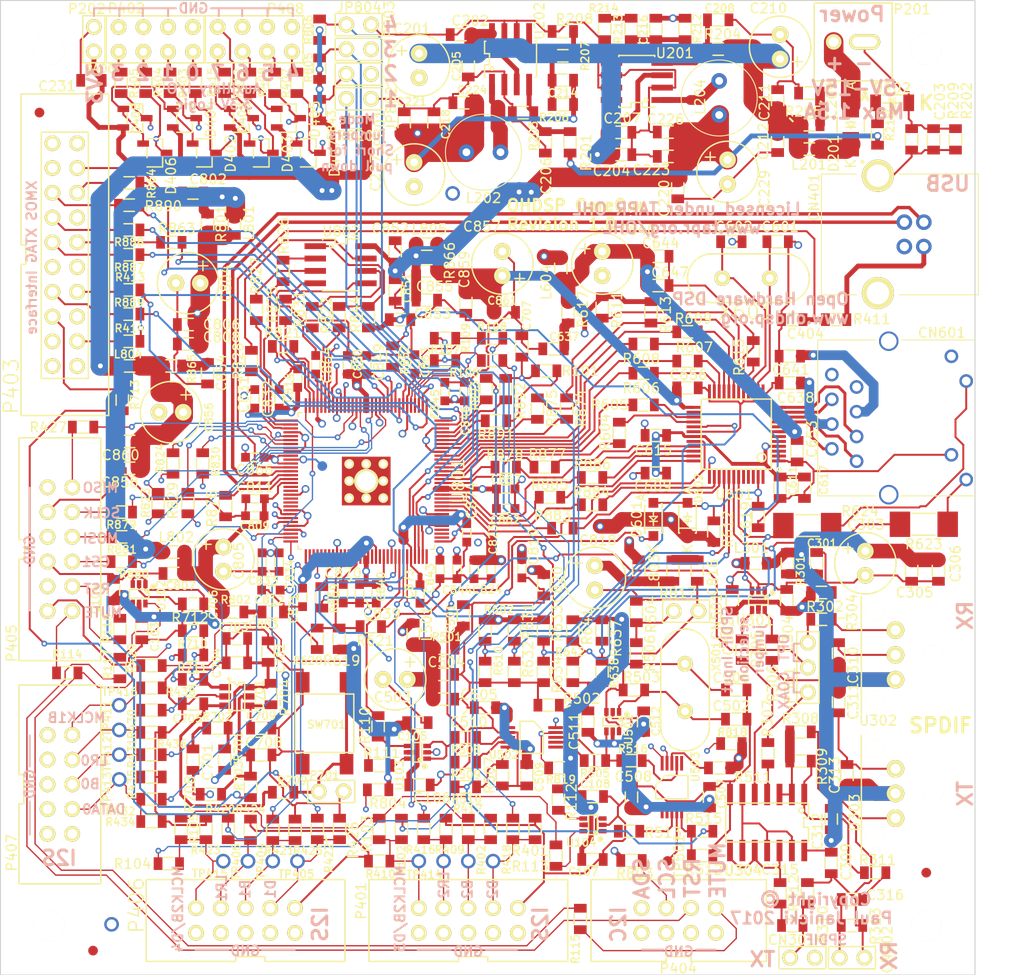
<source format=kicad_pcb>
(kicad_pcb (version 20171130) (host pcbnew "(5.1.12)-1")
  (title_block (title "CoreOne - XMOS 200 Platform") (date 2017-02-08) (rev 1.0) (company "Open Hardware DSP Platform - www.ohdsp.org") (comment 1 "MERCHANTABILITY, SATISFACTORY QUALITY AND FITNESS FOR A PARTICULAR PURPOSE.") (comment 2 "is distributed WITHOUT ANY EXPRESS OR IMPLIED WARRANTY, INCLUDING OF") (comment 3 "Licensed under the TAPR Open Hardware License (www.tapr.org/OHL). This documentation") (comment 4 "Copyright Paul Janicki 2017"))
  (layers (0 F.Cu signal) (1 In1.Cu signal) (2 In2.Cu signal) (31 B.Cu signal) (34 B.Paste user hide) (35 F.Paste user hide) (36 B.SilkS user hide) (37 F.SilkS user hide) (38 B.Mask user hide) (39 F.Mask user hide) (44 Edge.Cuts user))
  (net 0 "")
  (net 1 GNDD)
  (net 2 VCC)
  (net 3 "Net-(R305-Pad1)")
  (net 4 "Net-(CN401-Pad1)")
  (net 5 +3V3)
  (net 6 /XMOS200/DVDD)
  (net 7 /XMOS200/IOVDD)
  (net 8 /USB_VBUS)
  (net 9 /Clock-CS2200/CS_3V3)
  (net 10 "Net-(C601-Pad1)")
  (net 11 "Net-(C701-Pad1)")
  (net 12 "Net-(C702-Pad1)")
  (net 13 "Net-(C705-Pad1)")
  (net 14 /XMOS_RST)
  (net 15 /XMOS200/USB_VDD)
  (net 16 /XMOS200/PLL_VDD)
  (net 17 /ETH_RST)
  (net 18 /SPDIF_RX)
  (net 19 +1V0)
  (net 20 "Net-(L202-Pad1)")
  (net 21 "Net-(L204-Pad1)")
  (net 22 "Net-(P405-Pad2)")
  (net 23 /SPI_SCLK)
  (net 24 /SPI_MOSI)
  (net 25 /SPI_CS1)
  (net 26 /I2C1_SCL)
  (net 27 /I2C1_SDA)
  (net 28 /SPI_MISO)
  (net 29 /XMOS200/MEM_SPI_CS)
  (net 30 /SPDIF_TX)
  (net 31 "Net-(P402-Pad6)")
  (net 32 "Net-(R507-Pad1)")
  (net 33 "Net-(R509-Pad2)")
  (net 34 /Connectors/I2S_MCLKC/D3)
  (net 35 /ETH_INT)
  (net 36 "Net-(R607-Pad1)")
  (net 37 /ETH_RX_CLK)
  (net 38 "Net-(R608-Pad1)")
  (net 39 /ETH_RX_CTL)
  (net 40 "Net-(R609-Pad1)")
  (net 41 /ETH_RX0)
  (net 42 /ETH_RX1)
  (net 43 /ETH_RX2)
  (net 44 /ETH_RX3)
  (net 45 /ETH_MDIO)
  (net 46 /ETH_MDC)
  (net 47 /XMOS200/MEM_SPI_D0)
  (net 48 /XMOS200/MEM_SPI_D1)
  (net 49 /XMOS200/MEM_SPI_D2)
  (net 50 /XMOS200/MEM_SPI_D3)
  (net 51 /XMOS200/MEM_SPI_CLK)
  (net 52 /I2S_BCLK0)
  (net 53 /I2S_LRCLK0)
  (net 54 /I2S_SDATA0)
  (net 55 "Net-(R821-Pad2)")
  (net 56 "Net-(R822-Pad2)")
  (net 57 /AUD_MUTE)
  (net 58 "Net-(R823-Pad2)")
  (net 59 "Net-(R824-Pad2)")
  (net 60 "Net-(R825-Pad2)")
  (net 61 "Net-(R826-Pad2)")
  (net 62 "Net-(R827-Pad2)")
  (net 63 "Net-(R828-Pad2)")
  (net 64 /I2S_BCLK1)
  (net 65 "Net-(R830-Pad2)")
  (net 66 /I2S_LRCLK1)
  (net 67 "Net-(R831-Pad2)")
  (net 68 /I2S_SDATA1)
  (net 69 /I2S_BCLK2)
  (net 70 /I2S_LRCLK2)
  (net 71 /I2S_SDATA2)
  (net 72 /XL_UP0)
  (net 73 /XL_UP1)
  (net 74 /ETH_TX_CLK)
  (net 75 /ETH_TX_CTL)
  (net 76 /ETH_TX3)
  (net 77 /ETH_TX2)
  (net 78 "Net-(R869-Pad1)")
  (net 79 /ETH_TX1)
  (net 80 /ETH_TX0)
  (net 81 /TCK)
  (net 82 /TMS)
  (net 83 /TDO)
  (net 84 "Net-(R874-Pad1)")
  (net 85 /TDI)
  (net 86 "Net-(R875-Pad1)")
  (net 87 "Net-(R877-Pad1)")
  (net 88 "Net-(C301-Pad1)")
  (net 89 "Net-(C302-Pad1)")
  (net 90 "Net-(C315-Pad1)")
  (net 91 "Net-(C315-Pad2)")
  (net 92 "Net-(C316-Pad1)")
  (net 93 "Net-(C316-Pad2)")
  (net 94 "Net-(C501-Pad1)")
  (net 95 "Net-(C602-Pad1)")
  (net 96 "Net-(C637-Pad1)")
  (net 97 "Net-(C638-Pad1)")
  (net 98 "Net-(C641-Pad1)")
  (net 99 "Net-(C802-Pad1)")
  (net 100 "Net-(C803-Pad1)")
  (net 101 "Net-(C816-Pad1)")
  (net 102 "Net-(C854-Pad1)")
  (net 103 "Net-(C855-Pad1)")
  (net 104 "Net-(CN301-Pad1)")
  (net 105 "Net-(CN501-Pad1)")
  (net 106 "Net-(D201-Pad1)")
  (net 107 "Net-(D201-Pad2)")
  (net 108 "Net-(D202-Pad1)")
  (net 109 "Net-(JP301-Pad3)")
  (net 110 "Net-(JP301-Pad1)")
  (net 111 "Net-(P402-Pad2)")
  (net 112 "Net-(P402-Pad4)")
  (net 113 "Net-(P402-Pad8)")
  (net 114 /SPI_MUTE)
  (net 115 "Net-(P406-Pad4)")
  (net 116 "Net-(P406-Pad6)")
  (net 117 "Net-(P406-Pad8)")
  (net 118 "Net-(P407-Pad2)")
  (net 119 "Net-(P407-Pad4)")
  (net 120 "Net-(P407-Pad6)")
  (net 121 "Net-(P407-Pad8)")
  (net 122 "Net-(R305-Pad2)")
  (net 123 "Net-(R306-Pad1)")
  (net 124 "Net-(R306-Pad2)")
  (net 125 "Net-(R307-Pad1)")
  (net 126 "Net-(R308-Pad2)")
  (net 127 "Net-(R309-Pad2)")
  (net 128 "Net-(P403-Pad14)")
  (net 129 "Net-(P403-Pad18)")
  (net 130 /SPI_RST)
  (net 131 "Net-(R508-Pad2)")
  (net 132 "Net-(R511-Pad2)")
  (net 133 "Net-(R604-Pad1)")
  (net 134 "Net-(R605-Pad1)")
  (net 135 "Net-(R606-Pad1)")
  (net 136 "Net-(R615-Pad1)")
  (net 137 "Net-(CN601-Pad9)")
  (net 138 "Net-(CN601-Pad11)")
  (net 139 /GEN_RST)
  (net 140 "Net-(R829-Pad2)")
  (net 141 "Net-(R862-Pad2)")
  (net 142 "Net-(R863-Pad2)")
  (net 143 "Net-(R864-Pad2)")
  (net 144 "Net-(R876-Pad2)")
  (net 145 "Net-(R878-Pad1)")
  (net 146 "Net-(R879-Pad1)")
  (net 147 "Net-(R880-Pad1)")
  (net 148 "Net-(R881-Pad1)")
  (net 149 "Net-(R883-Pad1)")
  (net 150 "Net-(R884-Pad1)")
  (net 151 "Net-(R885-Pad1)")
  (net 152 "Net-(R886-Pad1)")
  (net 153 "Net-(R887-Pad1)")
  (net 154 "Net-(R888-Pad1)")
  (net 155 "Net-(R889-Pad1)")
  (net 156 "Net-(R890-Pad1)")
  (net 157 "Net-(R891-Pad1)")
  (net 158 "Net-(R892-Pad1)")
  (net 159 "Net-(R893-Pad1)")
  (net 160 "Net-(U304-Pad11)")
  (net 161 GNDPWR)
  (net 162 /I2C_RST)
  (net 163 /I2C_MUTE)
  (net 164 /AUD_MCLK2B)
  (net 165 /XMOS200/AUD_MCLKB/I2S_DATA3)
  (net 166 /AUD_MCLK2A)
  (net 167 /XMOS200/AUD_MCLKC/I2S_DATA4)
  (net 168 /AUD_MCLK1A)
  (net 169 /AUD_MCLK1B)
  (net 170 "Net-(R110-Pad2)")
  (net 171 "Net-(R111-Pad2)")
  (net 172 "Net-(R112-Pad2)")
  (net 173 /XL_DN1)
  (net 174 /XL_DN0)
  (net 175 /AUD_CLK1)
  (net 176 /SYS_CLK)
  (net 177 /AUD_PLLSYNC)
  (net 178 /AUD_CLK2)
  (net 179 "Net-(TP803-Pad1)")
  (net 180 /XSYS_RST)
  (net 181 "Net-(P701-Pad1)")
  (net 182 /XMOS200/~TRST~)
  (net 183 /USBD_P)
  (net 184 /USBD_N)
  (net 185 "Net-(C209-Pad1)")
  (net 186 "Net-(C214-Pad2)")
  (net 187 "Net-(C216-Pad2)")
  (net 188 "Net-(C502-Pad1)")
  (net 189 "Net-(C506-Pad1)")
  (net 190 "Net-(R113-Pad2)")
  (net 191 "Net-(R207-Pad1)")
  (net 192 "Net-(R213-Pad1)")
  (net 193 "Net-(R502-Pad1)")
  (net 194 "Net-(R505-Pad2)")
  (net 195 "Net-(R512-Pad1)")
  (net 196 "Net-(R513-Pad2)")
  (net 197 "Net-(R302-Pad2)")
  (net 198 "Net-(R710-Pad2)")
  (net 199 "Net-(R116-Pad2)")
  (net 200 "Net-(R117-Pad2)")
  (net 201 "Net-(P401-Pad4)")
  (net 202 "Net-(P401-Pad6)")
  (net 203 "Net-(P401-Pad8)")
  (net 204 /Eth-KSZ8081/D1V2)
  (net 205 /Eth-KSZ8081/KSZ_RST)
  (net 206 /Eth-KSZ8081/A3V3)
  (net 207 /Eth-KSZ8081/TX_N)
  (net 208 /Eth-KSZ8081/RX_N)
  (net 209 /Eth-KSZ8081/TX_P)
  (net 210 /Eth-KSZ8081/RX_P)
  (net 211 /Eth-KSZ8081/ISO)
  (net 212 /Eth-KSZ8081/NWAYEN)
  (net 213 /Eth-KSZ8081/SPEED)
  (net 214 /Eth-KSZ8081/CONFIG0)
  (net 215 /Eth-KSZ8081/CONFIG1)
  (net 216 "Net-(C206-Pad2)")
  (net 217 "Net-(C208-Pad2)")
  (net 218 "Net-(C708-Pad1)")
  (net 219 "Net-(C709-Pad1)")
  (net 220 /Connectors/I2S_MCLKB/D4)
  (net 221 "Net-(R621-Pad2)")
  (net 222 /I2S_D3)
  (net 223 /I2S_D4)
  (net 224 /Clock-CS2200/24M_CLK_1)
  (net 225 /Clock-CS2200/24M_CLK_2)
  (net 226 /XMOS200/MODE1)
  (net 227 /XMOS200/MODE2)
  (net 228 /XMOS200/MODE3)
  (net 229 /XMOS200/MODE4)
  (net 230 /I2C2_SDA)
  (net 231 /I2C2_SCL)
  (net 232 "Net-(P408-Pad2)")
  (net 233 "Net-(P408-Pad4)")
  (net 234 "Net-(P408-Pad6)")
  (net 235 "Net-(P408-Pad8)")
  (net 236 "Net-(TP501-Pad1)")
  (net 237 /AUX_DIGI7)
  (net 238 /AUX_DIGI0)
  (net 239 /AUX_DIGI6)
  (net 240 /AUX_DIGI1)
  (net 241 /AUX_DIGI5)
  (net 242 /AUX_DIGI2)
  (net 243 /AUX_DIGI4)
  (net 244 /AUX_DIGI3)
  (net 245 VDD)
  (module MyKiCadLibs-Footprints:SMD-0805 (layer F.Cu) (at 145.75 110.49 270)
    (fp_text reference R110 (at -0.09 1.35 270) (layer F.SilkS))
    (fp_text value 33 hide)
    (pad 1 smd rect (at -1.1 0 270) (size 0.9 1.3) (layers F.Cu F.Paste F.Mask) (net 168 /AUD_MCLK1A))
    (pad 2 smd rect (at 1.1 0 270) (size 0.9 1.3) (layers F.Cu F.Paste F.Mask) (net 170 "Net-(R110-Pad2)"))
  )
  (module MyKiCadLibs-Footprints:IC-SC70-6 (layer F.Cu) (at 184.774 97.542 180)
    (fp_text reference U301 (at 0.374 -2.058 180) (layer F.SilkS))
    (fp_text value NC7WZ16P6X hide)
    (pad 1 smd rect (at -0.65 1 180) (size 0.45 0.8) (layers F.Cu F.Paste F.Mask) (net 30 /SPDIF_TX))
    (pad 2 smd rect (at 0 1 180) (size 0.45 0.8) (layers F.Cu F.Paste F.Mask) (net 1 GNDD))
    (pad 3 smd rect (at 0.65 1 180) (size 0.45 0.8) (layers F.Cu F.Paste F.Mask) (net 30 /SPDIF_TX))
    (pad 4 smd rect (at 0.65 -1 180) (size 0.45 0.8) (layers F.Cu F.Paste F.Mask) (net 122 "Net-(R305-Pad2)"))
    (pad 5 smd rect (at 0 -1 180) (size 0.45 0.8) (layers F.Cu F.Paste F.Mask) (net 89 "Net-(C302-Pad1)"))
    (pad 6 smd rect (at -0.65 -1 180) (size 0.45 0.8) (layers F.Cu F.Paste F.Mask) (net 123 "Net-(R306-Pad1)"))
  )
  (module MyKiCadLibs-Footprints:CONN-RJ45-ARJC02-111xxxx (layer F.Cu) (at 192.31 78.835 90)
    (fp_text reference CN601 (at 8.735 11.29 180) (layer F.SilkS))
    (fp_text value CONN_RJ45_ARJC02-111xxxx)
    (pad 1 thru_hole circle (at -4.445 2.54 90) (size 1.4 1.4) (drill 0.9) (layers *.Cu *.Mask) (net 210 /Eth-KSZ8081/RX_P))
    (pad 2 thru_hole circle (at -3.175 0 90) (size 1.4 1.4) (drill 0.9) (layers *.Cu *.Mask) (net 208 /Eth-KSZ8081/RX_N))
    (pad 3 thru_hole circle (at -1.905 2.54 90) (size 1.4 1.4) (drill 0.9) (layers *.Cu *.Mask) (net 209 /Eth-KSZ8081/TX_P))
    (pad 4 thru_hole circle (at -0.635 0 90) (size 1.4 1.4) (drill 0.9) (layers *.Cu *.Mask) (net 97 "Net-(C638-Pad1)"))
    (pad 5 thru_hole circle (at 0.635 2.54 90) (size 1.4 1.4) (drill 0.9) (layers *.Cu *.Mask) (net 98 "Net-(C641-Pad1)"))
    (pad 6 thru_hole circle (at 1.905 0 90) (size 1.4 1.4) (drill 0.9) (layers *.Cu *.Mask) (net 207 /Eth-KSZ8081/TX_N))
    (pad 7 thru_hole circle (at 3.175 2.54 90) (size 1.4 1.4) (drill 0.9) (layers *.Cu *.Mask))
    (pad 8 thru_hole circle (at 4.445 0 90) (size 1.4 1.4) (drill 0.9) (layers *.Cu *.Mask) (net 161 GNDPWR))
    (pad 13 thru_hole circle (at -7.875 5.84 90) (size 2 2) (drill 1.6) (layers *.Cu *.Mask) (net 161 GNDPWR))
    (pad 13 thru_hole circle (at 7.875 5.84 90) (size 2 2) (drill 1.6) (layers *.Cu *.Mask) (net 161 GNDPWR))
    (pad "" np_thru_hole circle (at -5.715 8.89 90) (size 3.2 3.2) (drill 3.2) (layers *.Cu *.Mask))
    (pad "" np_thru_hole circle (at 5.715 8.89 90) (size 3.2 3.2) (drill 3.2) (layers *.Cu *.Mask))
    (pad 9 thru_hole circle (at -6.325 13.79 90) (size 1.4 1.4) (drill 0.9) (layers *.Cu *.Mask) (net 137 "Net-(CN601-Pad9)"))
    (pad 12 thru_hole circle (at 6.325 12.27 90) (size 1.4 1.4) (drill 0.9) (layers *.Cu *.Mask) (net 1 GNDD))
    (pad 10 thru_hole circle (at -3.785 12.27 90) (size 1.4 1.4) (drill 0.9) (layers *.Cu *.Mask) (net 1 GNDD))
    (pad 11 thru_hole circle (at 3.785 13.79 90) (size 1.4 1.4) (drill 0.9) (layers *.Cu *.Mask) (net 138 "Net-(CN601-Pad11)"))
  )
  (module MyKiCadLibs-Footprints:XTAL_HC49_TH (layer F.Cu) (at 183.5 64.5 180)
    (fp_text reference X601 (at 0 -3.5 180) (layer F.SilkS) (effects (font (size 1.5 1.5))))
    (fp_text value 25M000 hide)
    (pad 1 thru_hole circle (at -2.44 0 180) (size 1.6 1.6) (drill 0.8) (layers *.Cu *.Mask F.SilkS) (net 10 "Net-(C601-Pad1)"))
    (pad 2 thru_hole circle (at 2.44 0 180) (size 1.6 1.6) (drill 0.8) (layers *.Cu *.Mask F.SilkS) (net 95 "Net-(C602-Pad1)"))
  )
  (module MyKiCadLibs-Footprints:SMD-0805 (layer F.Cu) (at 187.68 97.542 90)
    (fp_text reference C304 (at -3.458 0.12 270) (layer F.SilkS))
    (fp_text value 100n hide)
    (pad 1 smd rect (at -1.1 0 90) (size 0.9 1.3) (layers F.Cu F.Paste F.Mask) (net 89 "Net-(C302-Pad1)"))
    (pad 2 smd rect (at 1.1 0 90) (size 0.9 1.3) (layers F.Cu F.Paste F.Mask) (net 1 GNDD))
  )
  (module MyKiCadLibs-Footprints:TP-TH-1mm (layer F.Cu) (at 118.4 130.8)
    (fp_text reference TP408 hide)
    (fp_text value PIN)
    (pad 1 thru_hole circle (at 0 0) (size 1.5 1.5) (drill 1) (layers *.Cu *.Mask F.Paste) (net 1 GNDD))
  )
  (module MyKiCadLibs-Footprints:TP-TH-1mm (layer F.Cu) (at 152.466 124.316)
    (fp_text reference TP401 hide)
    (fp_text value PIN)
    (pad 1 thru_hole circle (at 0 0) (size 1.5 1.5) (drill 1) (layers *.Cu *.Mask F.Paste) (net 201 "Net-(P401-Pad4)"))
  )
  (module MyKiCadLibs-Footprints:TP-TH-1mm (layer F.Cu) (at 155.006 124.316)
    (fp_text reference TP402 hide)
    (fp_text value PIN)
    (pad 1 thru_hole circle (at 0 0) (size 1.5 1.5) (drill 1) (layers *.Cu *.Mask F.Paste) (net 202 "Net-(P401-Pad6)"))
  )
  (module MyKiCadLibs-Footprints:TP-TH-1mm (layer F.Cu) (at 157.546 124.316)
    (fp_text reference TP403 hide)
    (fp_text value PIN)
    (pad 1 thru_hole circle (at 0 0) (size 1.5 1.5) (drill 1) (layers *.Cu *.Mask F.Paste) (net 203 "Net-(P401-Pad8)"))
  )
  (module MyKiCadLibs-Footprints:SMD-0603 (layer F.Cu) (at 150.05 96.9 270)
    (fp_text reference C873 (at -1.05 1.1 270) (layer F.SilkS) (effects (font (size 0.8 0.8))))
    (fp_text value 100n hide)
    (pad 1 smd rect (at -0.95 0 270) (size 0.9 0.9) (layers F.Cu F.Paste F.Mask) (net 7 /XMOS200/IOVDD))
    (pad 2 smd rect (at 0.95 0 270) (size 0.9 0.9) (layers F.Cu F.Paste F.Mask) (net 1 GNDD))
  )
  (module MyKiCadLibs-Footprints:SMD-0603 (layer F.Cu) (at 138 97.25 270)
    (fp_text reference C871 (at 1.15 0.95 270) (layer F.SilkS) (effects (font (size 0.8 0.8))))
    (fp_text value 100n hide)
    (pad 1 smd rect (at -0.95 0 270) (size 0.9 0.9) (layers F.Cu F.Paste F.Mask) (net 7 /XMOS200/IOVDD))
    (pad 2 smd rect (at 0.95 0 270) (size 0.9 0.9) (layers F.Cu F.Paste F.Mask) (net 1 GNDD))
  )
  (module MyKiCadLibs-Footprints:SMD-0603 (layer F.Cu) (at 139.346 73.38 90)
    (fp_text reference C864 (at -0.02 1.154 90) (layer F.SilkS))
    (fp_text value 100n hide)
    (pad 1 smd rect (at -0.95 0 90) (size 0.9 0.9) (layers F.Cu F.Paste F.Mask) (net 7 /XMOS200/IOVDD))
    (pad 2 smd rect (at 0.95 0 90) (size 0.9 0.9) (layers F.Cu F.Paste F.Mask) (net 1 GNDD))
  )
  (module MyKiCadLibs-Footprints:SMD-0603 (layer F.Cu) (at 137.5 74.75 90)
    (fp_text reference C814 (at -1 -0.9 90) (layer F.SilkS) (effects (font (size 0.8 0.8))))
    (fp_text value 1u hide)
    (pad 1 smd rect (at -0.95 0 90) (size 0.9 0.9) (layers F.Cu F.Paste F.Mask) (net 6 /XMOS200/DVDD))
    (pad 2 smd rect (at 0.95 0 90) (size 0.9 0.9) (layers F.Cu F.Paste F.Mask) (net 1 GNDD))
  )
  (module MyKiCadLibs-Footprints:SMD-0603 (layer F.Cu) (at 160.5 94.3 270)
    (fp_text reference C810 (at -2.25 -1.2 270) (layer F.SilkS))
    (fp_text value 1u hide)
    (pad 1 smd rect (at -0.95 0 270) (size 0.9 0.9) (layers F.Cu F.Paste F.Mask) (net 6 /XMOS200/DVDD))
    (pad 2 smd rect (at 0.95 0 270) (size 0.9 0.9) (layers F.Cu F.Paste F.Mask) (net 1 GNDD))
  )
  (module MyKiCadLibs-Footprints:SMD-1206 (layer F.Cu) (at 198.5 46.5)
    (fp_text reference D202 (at 0 -1.5) (layer F.SilkS))
    (fp_text value "Green LED 1206" hide)
    (pad 1 smd rect (at -1.7 0) (size 1.1 1.7) (layers F.Cu F.Paste F.Mask) (net 108 "Net-(D202-Pad1)"))
    (pad 2 smd rect (at 1.7 0) (size 1.1 1.7) (layers F.Cu F.Paste F.Mask) (net 1 GNDD))
  )
  (module MyKiCadLibs-Footprints:SMD-0805 (layer F.Cu) (at 148.432 48.524 90)
    (fp_text reference C221 (at 2.124 0.768 180) (layer F.SilkS) (effects (font (size 0.8 0.8))))
    (fp_text value 22u hide)
    (pad 1 smd rect (at -1.1 0 90) (size 0.9 1.3) (layers F.Cu F.Paste F.Mask) (net 19 +1V0))
    (pad 2 smd rect (at 1.1 0 90) (size 0.9 1.3) (layers F.Cu F.Paste F.Mask) (net 1 GNDD))
  )
  (module MyKiCadLibs-Footprints:SMD-0805 (layer F.Cu) (at 116.332 44.196 180)
    (fp_text reference C231 (at 3.532 -0.604 180) (layer F.SilkS))
    (fp_text value 100n hide)
    (pad 1 smd rect (at -1.1 0 180) (size 0.9 1.3) (layers F.Cu F.Paste F.Mask) (net 5 +3V3))
    (pad 2 smd rect (at 1.1 0 180) (size 0.9 1.3) (layers F.Cu F.Paste F.Mask) (net 1 GNDD))
  )
  (module MyKiCadLibs-Footprints:SMD-0805 (layer F.Cu) (at 167.278 110 90)
    (fp_text reference C511 (at -1 -1.378 270) (layer F.SilkS))
    (fp_text value 10u hide)
    (pad 1 smd rect (at -1.1 0 90) (size 0.9 1.3) (layers F.Cu F.Paste F.Mask) (net 9 /Clock-CS2200/CS_3V3))
    (pad 2 smd rect (at 1.1 0 90) (size 0.9 1.3) (layers F.Cu F.Paste F.Mask) (net 1 GNDD))
  )
  (module MyKiCadLibs-Footprints:SMD-0805 (layer F.Cu) (at 185.75 113.25 90)
    (fp_text reference R307 (at 3.5814 -0.0254 90) (layer F.SilkS))
    (fp_text value 75 hide)
    (pad 1 smd rect (at -1.1 0 90) (size 0.9 1.3) (layers F.Cu F.Paste F.Mask) (net 125 "Net-(R307-Pad1)"))
    (pad 2 smd rect (at 1.1 0 90) (size 0.9 1.3) (layers F.Cu F.Paste F.Mask) (net 109 "Net-(JP301-Pad3)"))
  )
  (module MyKiCadLibs-Footprints:SMD-0805 (layer F.Cu) (at 189.1 111.05 180)
    (fp_text reference R308 (at 0.017047 1.365339 180) (layer F.SilkS))
    (fp_text value 10k hide)
    (pad 1 smd rect (at -1.1 0 180) (size 0.9 1.3) (layers F.Cu F.Paste F.Mask) (net 1 GNDD))
    (pad 2 smd rect (at 1.1 0 180) (size 0.9 1.3) (layers F.Cu F.Paste F.Mask) (net 126 "Net-(R308-Pad2)"))
  )
  (module MyKiCadLibs-Footprints:SMD-0805 (layer F.Cu) (at 189.1 114.05)
    (fp_text reference R309 (at 2.2 0.55 90) (layer F.SilkS))
    (fp_text value 10k hide)
    (pad 1 smd rect (at -1.1 0) (size 0.9 1.3) (layers F.Cu F.Paste F.Mask) (net 126 "Net-(R308-Pad2)"))
    (pad 2 smd rect (at 1.1 0) (size 0.9 1.3) (layers F.Cu F.Paste F.Mask) (net 127 "Net-(R309-Pad2)"))
  )
  (module MyKiCadLibs-Footprints:SMD-0805 (layer F.Cu) (at 196.75 125.5)
    (fp_text reference R311 (at 0.25 -1.3) (layer F.SilkS))
    (fp_text value 100 hide)
    (pad 1 smd rect (at -1.1 0) (size 0.9 1.3) (layers F.Cu F.Paste F.Mask) (net 127 "Net-(R309-Pad2)"))
    (pad 2 smd rect (at 1.1 0) (size 0.9 1.3) (layers F.Cu F.Paste F.Mask) (net 92 "Net-(C316-Pad1)"))
  )
  (module MyKiCadLibs-Footprints:SMD-0805 (layer F.Cu) (at 194.376 130.92 180)
    (fp_text reference R313 (at -2.424 -0.08 270) (layer F.SilkS))
    (fp_text value 75 hide)
    (pad 1 smd rect (at -1.1 0 180) (size 0.9 1.3) (layers F.Cu F.Paste F.Mask) (net 1 GNDD))
    (pad 2 smd rect (at 1.1 0 180) (size 0.9 1.3) (layers F.Cu F.Paste F.Mask) (net 93 "Net-(C316-Pad2)"))
  )
  (module MyKiCadLibs-Footprints:SMD-0805 (layer F.Cu) (at 187 127.618 90)
    (fp_text reference C315 (at 2.418 0 180) (layer F.SilkS))
    (fp_text value 100n hide)
    (pad 1 smd rect (at -1.1 0 90) (size 0.9 1.3) (layers F.Cu F.Paste F.Mask) (net 90 "Net-(C315-Pad1)"))
    (pad 2 smd rect (at 1.1 0 90) (size 0.9 1.3) (layers F.Cu F.Paste F.Mask) (net 91 "Net-(C315-Pad2)"))
  )
  (module MyKiCadLibs-Footprints:SMD-0805 (layer F.Cu) (at 192.25 120 90)
    (fp_text reference C312 (at -1.27 -1.397 90) (layer F.SilkS))
    (fp_text value 100n hide)
    (pad 1 smd rect (at -1.1 0 90) (size 0.9 1.3) (layers F.Cu F.Paste F.Mask) (net 89 "Net-(C302-Pad1)"))
    (pad 2 smd rect (at 1.1 0 90) (size 0.9 1.3) (layers F.Cu F.Paste F.Mask) (net 1 GNDD))
  )
  (module MyKiCadLibs-Footprints:SMD-0805 (layer F.Cu) (at 192.25 124.5 270)
    (fp_text reference C309 (at -0.1 -1.55 90) (layer F.SilkS))
    (fp_text value 10u hide)
    (pad 1 smd rect (at -1.1 0 270) (size 0.9 1.3) (layers F.Cu F.Paste F.Mask) (net 89 "Net-(C302-Pad1)"))
    (pad 2 smd rect (at 1.1 0 270) (size 0.9 1.3) (layers F.Cu F.Paste F.Mask) (net 1 GNDD))
  )
  (module MyKiCadLibs-Footprints:SMD-0805 (layer F.Cu) (at 154.75 111.616)
    (fp_text reference R508 (at 0 1.284) (layer F.SilkS) (effects (font (size 0.8 0.8))))
    (fp_text value 33R hide)
    (pad 1 smd rect (at -1.1 0) (size 0.9 1.3) (layers F.Cu F.Paste F.Mask) (net 175 /AUD_CLK1))
    (pad 2 smd rect (at 1.1 0) (size 0.9 1.3) (layers F.Cu F.Paste F.Mask) (net 131 "Net-(R508-Pad2)"))
  )
  (module MyKiCadLibs-Footprints:SMD-0805 (layer F.Cu) (at 154.75 114.156)
    (fp_text reference R509 (at 0 1.294) (layer F.SilkS) (effects (font (size 0.8 0.8))))
    (fp_text value 33R hide)
    (pad 1 smd rect (at -1.1 0) (size 0.9 1.3) (layers F.Cu F.Paste F.Mask) (net 176 /SYS_CLK))
    (pad 2 smd rect (at 1.1 0) (size 0.9 1.3) (layers F.Cu F.Paste F.Mask) (net 33 "Net-(R509-Pad2)"))
  )
  (module MyKiCadLibs-Footprints:SMD-0805 (layer F.Cu) (at 154.752 116.696)
    (fp_text reference R510 (at 0.098 1.254) (layer F.SilkS) (effects (font (size 0.8 0.8))))
    (fp_text value N/F hide)
    (pad 1 smd rect (at -1.1 0) (size 0.9 1.3) (layers F.Cu F.Paste F.Mask) (net 177 /AUD_PLLSYNC))
    (pad 2 smd rect (at 1.1 0) (size 0.9 1.3) (layers F.Cu F.Paste F.Mask) (net 32 "Net-(R507-Pad1)"))
  )
  (module MyKiCadLibs-Footprints:SMD-0805 (layer F.Cu) (at 152.72 121.014 270)
    (fp_text reference R409 (at 2.136 -0.38) (layer F.SilkS) (effects (font (size 0.8 0.8))))
    (fp_text value N/F hide)
    (pad 1 smd rect (at -1.1 0 270) (size 0.9 1.3) (layers F.Cu F.Paste F.Mask) (net 1 GNDD))
    (pad 2 smd rect (at 1.1 0 270) (size 0.9 1.3) (layers F.Cu F.Paste F.Mask) (net 201 "Net-(P401-Pad4)"))
  )
  (module MyKiCadLibs-Footprints:SMD-0805 (layer F.Cu) (at 163.25 108.314 180)
    (fp_text reference R502 (at -3.4 0.664 180) (layer F.SilkS))
    (fp_text value 1k hide)
    (pad 1 smd rect (at -1.1 0 180) (size 0.9 1.3) (layers F.Cu F.Paste F.Mask) (net 193 "Net-(R502-Pad1)"))
    (pad 2 smd rect (at 1.1 0 180) (size 0.9 1.3) (layers F.Cu F.Paste F.Mask) (net 1 GNDD))
  )
  (module MyKiCadLibs-Footprints:SMD-0805 (layer F.Cu) (at 158.5 115.5 270)
    (fp_text reference R507 (at 0 1.3 270) (layer F.SilkS))
    (fp_text value 0R hide)
    (pad 1 smd rect (at -1.1 0 270) (size 0.9 1.3) (layers F.Cu F.Paste F.Mask) (net 32 "Net-(R507-Pad1)"))
    (pad 2 smd rect (at 1.1 0 270) (size 0.9 1.3) (layers F.Cu F.Paste F.Mask) (net 1 GNDD))
  )
  (module MyKiCadLibs-Footprints:SMD-0805 (layer F.Cu) (at 179 123.75)
    (fp_text reference R512 (at 0.2 1.45) (layer F.SilkS))
    (fp_text value 0R hide)
    (pad 1 smd rect (at -1.1 0) (size 0.9 1.3) (layers F.Cu F.Paste F.Mask) (net 195 "Net-(R512-Pad1)"))
    (pad 2 smd rect (at 1.1 0) (size 0.9 1.3) (layers F.Cu F.Paste F.Mask) (net 1 GNDD))
  )
  (module MyKiCadLibs-Footprints:SMD-0805 (layer F.Cu) (at 157.292 121.014 270)
    (fp_text reference R402 (at 3.186 0.942 270) (layer F.SilkS) (effects (font (size 0.8 0.8))))
    (fp_text value N/F hide)
    (pad 1 smd rect (at -1.1 0 270) (size 0.9 1.3) (layers F.Cu F.Paste F.Mask) (net 1 GNDD))
    (pad 2 smd rect (at 1.1 0 270) (size 0.9 1.3) (layers F.Cu F.Paste F.Mask) (net 202 "Net-(P401-Pad6)"))
  )
  (module MyKiCadLibs-Footprints:SMD-0805 (layer F.Cu) (at 180.75 114.75 180)
    (fp_text reference R511 (at -3.45 -0.95 180) (layer F.SilkS))
    (fp_text value 1k hide)
    (pad 1 smd rect (at -1.1 0 180) (size 0.9 1.3) (layers F.Cu F.Paste F.Mask) (net 5 +3V3))
    (pad 2 smd rect (at 1.1 0 180) (size 0.9 1.3) (layers F.Cu F.Paste F.Mask) (net 132 "Net-(R511-Pad2)"))
  )
  (module MyKiCadLibs-Footprints:SMD-0805 (layer F.Cu) (at 161.864 121.014 270)
    (fp_text reference R401 (at 2.236 0.514) (layer F.SilkS))
    (fp_text value N/F hide)
    (pad 1 smd rect (at -1.1 0 270) (size 0.9 1.3) (layers F.Cu F.Paste F.Mask) (net 1 GNDD))
    (pad 2 smd rect (at 1.1 0 270) (size 0.9 1.3) (layers F.Cu F.Paste F.Mask) (net 203 "Net-(P401-Pad8)"))
  )
  (module MyKiCadLibs-Footprints:SMD-0805 (layer F.Cu) (at 159.578 121.014 90)
    (fp_text reference R418 (at -3.136 -0.628 90) (layer F.SilkS) (effects (font (size 0.8 0.8))))
    (fp_text value 0 hide)
    (pad 1 smd rect (at -1.1 0 90) (size 0.9 1.3) (layers F.Cu F.Paste F.Mask) (net 203 "Net-(P401-Pad8)"))
    (pad 2 smd rect (at 1.1 0 90) (size 0.9 1.3) (layers F.Cu F.Paste F.Mask) (net 71 /I2S_SDATA2))
  )
  (module MyKiCadLibs-Footprints:SMD-0805 (layer F.Cu) (at 155.006 121.014 90)
    (fp_text reference R417 (at 2.064 -0.056 180) (layer F.SilkS) (effects (font (size 0.8 0.8))))
    (fp_text value 0 hide)
    (pad 1 smd rect (at -1.1 0 90) (size 0.9 1.3) (layers F.Cu F.Paste F.Mask) (net 202 "Net-(P401-Pad6)"))
    (pad 2 smd rect (at 1.1 0 90) (size 0.9 1.3) (layers F.Cu F.Paste F.Mask) (net 69 /I2S_BCLK2))
  )
  (module MyKiCadLibs-Footprints:SMD-0805 (layer F.Cu) (at 150.434 121.014 90)
    (fp_text reference R416 (at -2.136 -0.334 180) (layer F.SilkS) (effects (font (size 0.8 0.8))))
    (fp_text value 0 hide)
    (pad 1 smd rect (at -1.1 0 90) (size 0.9 1.3) (layers F.Cu F.Paste F.Mask) (net 201 "Net-(P401-Pad4)"))
    (pad 2 smd rect (at 1.1 0 90) (size 0.9 1.3) (layers F.Cu F.Paste F.Mask) (net 70 /I2S_LRCLK2))
  )
  (module MyKiCadLibs-Footprints:SMD-0805 (layer F.Cu) (at 171.72 38.922 270)
    (fp_text reference R213 (at 0 1.32 270) (layer F.SilkS) (effects (font (size 0.8 0.8))))
    (fp_text value 11k5 hide)
    (pad 1 smd rect (at -1.1 0 270) (size 0.9 1.3) (layers F.Cu F.Paste F.Mask) (net 192 "Net-(R213-Pad1)"))
    (pad 2 smd rect (at 1.1 0 270) (size 0.9 1.3) (layers F.Cu F.Paste F.Mask) (net 187 "Net-(C216-Pad2)"))
  )
  (module MyKiCadLibs-Footprints:SMD-0805 (layer F.Cu) (at 151.48 48.524 90)
    (fp_text reference C218 (at -0.176 1.22 90) (layer F.SilkS) (effects (font (size 0.8 0.8))))
    (fp_text value 22u hide)
    (pad 1 smd rect (at -1.1 0 90) (size 0.9 1.3) (layers F.Cu F.Paste F.Mask) (net 19 +1V0))
    (pad 2 smd rect (at 1.1 0 90) (size 0.9 1.3) (layers F.Cu F.Paste F.Mask) (net 1 GNDD))
  )
  (module MyKiCadLibs-Footprints:SMD-0805 (layer F.Cu) (at 148 68.75)
    (fp_text reference C853 (at 3.35 -0.6 180) (layer F.SilkS))
    (fp_text value 10u hide)
    (pad 1 smd rect (at -1.1 0) (size 0.9 1.3) (layers F.Cu F.Paste F.Mask) (net 5 +3V3))
    (pad 2 smd rect (at 1.1 0) (size 0.9 1.3) (layers F.Cu F.Paste F.Mask) (net 1 GNDD))
  )
  (module MyKiCadLibs-Footprints:SMD-0805 (layer F.Cu) (at 128.25 74.25 270)
    (fp_text reference C854 (at -0.05 -1.45 270) (layer F.SilkS))
    (fp_text value 100p hide)
    (pad 1 smd rect (at -1.1 0 270) (size 0.9 1.3) (layers F.Cu F.Paste F.Mask) (net 102 "Net-(C854-Pad1)"))
    (pad 2 smd rect (at 1.1 0 270) (size 0.9 1.3) (layers F.Cu F.Paste F.Mask) (net 1 GNDD))
  )
  (module MyKiCadLibs-Footprints:SMD-0805 (layer F.Cu) (at 175.5 52 180)
    (fp_text reference C223 (at 1.7 -1.4 180) (layer F.SilkS))
    (fp_text value 22u hide)
    (pad 1 smd rect (at -1.1 0 180) (size 0.9 1.3) (layers F.Cu F.Paste F.Mask) (net 5 +3V3))
    (pad 2 smd rect (at 1.1 0 180) (size 0.9 1.3) (layers F.Cu F.Paste F.Mask) (net 1 GNDD))
  )
  (module MyKiCadLibs-Footprints:SMD-0805 (layer F.Cu) (at 126.25 69.25 180)
    (fp_text reference C806 (at -3.45 0 180) (layer F.SilkS))
    (fp_text value 22u hide)
    (pad 1 smd rect (at -1.1 0 180) (size 0.9 1.3) (layers F.Cu F.Paste F.Mask) (net 6 /XMOS200/DVDD))
    (pad 2 smd rect (at 1.1 0 180) (size 0.9 1.3) (layers F.Cu F.Paste F.Mask) (net 1 GNDD))
  )
  (module MyKiCadLibs-Footprints:SMD-0805 (layer F.Cu) (at 126.75 55.75 180)
    (fp_text reference C802 (at -1.55 1.397 180) (layer F.SilkS))
    (fp_text value 100p hide)
    (pad 1 smd rect (at -1.1 0 180) (size 0.9 1.3) (layers F.Cu F.Paste F.Mask) (net 99 "Net-(C802-Pad1)"))
    (pad 2 smd rect (at 1.1 0 180) (size 0.9 1.3) (layers F.Cu F.Paste F.Mask) (net 1 GNDD))
  )
  (module MyKiCadLibs-Footprints:SMD-0805 (layer F.Cu) (at 173 110 90)
    (fp_text reference C512 (at 0.05 1.25 90) (layer F.SilkS) (effects (font (size 0.8 0.8))))
    (fp_text value 100n hide)
    (pad 1 smd rect (at -1.1 0 90) (size 0.9 1.3) (layers F.Cu F.Paste F.Mask) (net 9 /Clock-CS2200/CS_3V3))
    (pad 2 smd rect (at 1.1 0 90) (size 0.9 1.3) (layers F.Cu F.Paste F.Mask) (net 1 GNDD))
  )
  (module MyKiCadLibs-Footprints:SMD-0805 (layer F.Cu) (at 182.5 106.75)
    (fp_text reference C506 (at -0.5 -1.25) (layer F.SilkS))
    (fp_text value 33p hide)
    (pad 1 smd rect (at -1.1 0) (size 0.9 1.3) (layers F.Cu F.Paste F.Mask) (net 189 "Net-(C506-Pad1)"))
    (pad 2 smd rect (at 1.1 0) (size 0.9 1.3) (layers F.Cu F.Paste F.Mask) (net 1 GNDD))
  )
  (module MyKiCadLibs-Footprints:SMD-0805 (layer F.Cu) (at 182.5 109.75)
    (fp_text reference C502 (at -0.5 -1.35) (layer F.SilkS))
    (fp_text value 33p hide)
    (pad 1 smd rect (at -1.1 0) (size 0.9 1.3) (layers F.Cu F.Paste F.Mask) (net 188 "Net-(C502-Pad1)"))
    (pad 2 smd rect (at 1.1 0) (size 0.9 1.3) (layers F.Cu F.Paste F.Mask) (net 1 GNDD))
  )
  (module MyKiCadLibs-Footprints:SMD-0805 (layer F.Cu) (at 156.718 108.568 180)
    (fp_text reference C510 (at 1.668 -1.482 180) (layer F.SilkS))
    (fp_text value 100n hide)
    (pad 1 smd rect (at -1.1 0 180) (size 0.9 1.3) (layers F.Cu F.Paste F.Mask) (net 9 /Clock-CS2200/CS_3V3))
    (pad 2 smd rect (at 1.1 0 180) (size 0.9 1.3) (layers F.Cu F.Paste F.Mask) (net 1 GNDD))
  )
  (module MyKiCadLibs-Footprints:SMD-0805 (layer F.Cu) (at 161 115.5 270)
    (fp_text reference C509 (at 0.2 -1.3 270) (layer F.SilkS) (effects (font (size 0.8 0.8))))
    (fp_text value 10u hide)
    (pad 1 smd rect (at -1.1 0 270) (size 0.9 1.3) (layers F.Cu F.Paste F.Mask) (net 9 /Clock-CS2200/CS_3V3))
    (pad 2 smd rect (at 1.1 0 270) (size 0.9 1.3) (layers F.Cu F.Paste F.Mask) (net 1 GNDD))
  )
  (module MyKiCadLibs-Footprints:SMD-0805 (layer F.Cu) (at 191.25 99.5)
    (fp_text reference R304 (at 3.15 -0.7 90) (layer F.SilkS))
    (fp_text value 75 hide)
    (pad 1 smd rect (at -1.1 0) (size 0.9 1.3) (layers F.Cu F.Paste F.Mask) (net 110 "Net-(JP301-Pad1)"))
    (pad 2 smd rect (at 1.1 0) (size 0.9 1.3) (layers F.Cu F.Paste F.Mask) (net 197 "Net-(R302-Pad2)"))
  )
  (module MyKiCadLibs-Footprints:SMD-0805 (layer F.Cu) (at 135.128 44.45 270)
    (fp_text reference R408 (at -0.05 1.228 270) (layer F.SilkS) (effects (font (size 0.8 0.8))))
    (fp_text value 1k hide)
    (pad 1 smd rect (at -1.1 0 270) (size 0.9 1.3) (layers F.Cu F.Paste F.Mask) (net 233 "Net-(P408-Pad4)"))
    (pad 2 smd rect (at 1.1 0 270) (size 0.9 1.3) (layers F.Cu F.Paste F.Mask) (net 241 /AUX_DIGI5))
  )
  (module MyKiCadLibs-Footprints:SMD-0805 (layer F.Cu) (at 137.414 44.45 270)
    (fp_text reference R407 (at 0.05 1.114 270) (layer F.SilkS) (effects (font (size 0.8 0.8))))
    (fp_text value 1k hide)
    (pad 1 smd rect (at -1.1 0 270) (size 0.9 1.3) (layers F.Cu F.Paste F.Mask) (net 232 "Net-(P408-Pad2)"))
    (pad 2 smd rect (at 1.1 0 270) (size 0.9 1.3) (layers F.Cu F.Paste F.Mask) (net 243 /AUX_DIGI4))
  )
  (module MyKiCadLibs-Footprints:SMD-0805 (layer F.Cu) (at 119.38 44.45 270)
    (fp_text reference R406 (at -1.45 2.18) (layer F.SilkS) (effects (font (size 0.8 0.8))))
    (fp_text value 1k hide)
    (pad 1 smd rect (at -1.1 0 270) (size 0.9 1.3) (layers F.Cu F.Paste F.Mask) (net 113 "Net-(P402-Pad8)"))
    (pad 2 smd rect (at 1.1 0 270) (size 0.9 1.3) (layers F.Cu F.Paste F.Mask) (net 244 /AUX_DIGI3))
  )
  (module MyKiCadLibs-Footprints:SMD-0805 (layer F.Cu) (at 121.9 44.45 270)
    (fp_text reference R405 (at 0.05 1.2 270) (layer F.SilkS) (effects (font (size 0.8 0.8))))
    (fp_text value 1k hide)
    (pad 1 smd rect (at -1.1 0 270) (size 0.9 1.3) (layers F.Cu F.Paste F.Mask) (net 31 "Net-(P402-Pad6)"))
    (pad 2 smd rect (at 1.1 0 270) (size 0.9 1.3) (layers F.Cu F.Paste F.Mask) (net 242 /AUX_DIGI2))
  )
  (module MyKiCadLibs-Footprints:SMD-0805 (layer F.Cu) (at 124.4 44.45 270)
    (fp_text reference R404 (at -0.05 1.206 270) (layer F.SilkS) (effects (font (size 0.8 0.8))))
    (fp_text value 1k hide)
    (pad 1 smd rect (at -1.1 0 270) (size 0.9 1.3) (layers F.Cu F.Paste F.Mask) (net 112 "Net-(P402-Pad4)"))
    (pad 2 smd rect (at 1.1 0 270) (size 0.9 1.3) (layers F.Cu F.Paste F.Mask) (net 240 /AUX_DIGI1))
  )
  (module MyKiCadLibs-Footprints:SMD-0805 (layer F.Cu) (at 127 44.45 270)
    (fp_text reference R403 (at 0.05 1.246 270) (layer F.SilkS) (effects (font (size 0.8 0.8))))
    (fp_text value 1k hide)
    (pad 1 smd rect (at -1.1 0 270) (size 0.9 1.3) (layers F.Cu F.Paste F.Mask) (net 111 "Net-(P402-Pad2)"))
    (pad 2 smd rect (at 1.1 0 270) (size 0.9 1.3) (layers F.Cu F.Paste F.Mask) (net 238 /AUX_DIGI0))
  )
  (module MyKiCadLibs-Footprints:SMD-0805 (layer F.Cu) (at 191.25 96.75)
    (fp_text reference R302 (at 0.35 1.45) (layer F.SilkS))
    (fp_text value 10k hide)
    (pad 1 smd rect (at -1.1 0) (size 0.9 1.3) (layers F.Cu F.Paste F.Mask) (net 89 "Net-(C302-Pad1)"))
    (pad 2 smd rect (at 1.1 0) (size 0.9 1.3) (layers F.Cu F.Paste F.Mask) (net 197 "Net-(R302-Pad2)"))
  )
  (module MyKiCadLibs-Footprints:SMD-0805 (layer F.Cu) (at 187.75 93.75 270)
    (fp_text reference R301 (at 0.75 -1.35 270) (layer F.SilkS) (effects (font (size 0.8 0.8))))
    (fp_text value 47 hide)
    (pad 1 smd rect (at -1.1 0 270) (size 0.9 1.3) (layers F.Cu F.Paste F.Mask) (net 89 "Net-(C302-Pad1)"))
    (pad 2 smd rect (at 1.1 0 270) (size 0.9 1.3) (layers F.Cu F.Paste F.Mask) (net 88 "Net-(C301-Pad1)"))
  )
  (module MyKiCadLibs-Footprints:SMD-0805 (layer F.Cu) (at 197 49.75 90)
    (fp_text reference R215 (at 0.85 1.3 90) (layer F.SilkS) (effects (font (size 0.8 0.8))))
    (fp_text value 220 hide)
    (pad 1 smd rect (at -1.1 0 90) (size 0.9 1.3) (layers F.Cu F.Paste F.Mask) (net 5 +3V3))
    (pad 2 smd rect (at 1.1 0 90) (size 0.9 1.3) (layers F.Cu F.Paste F.Mask) (net 108 "Net-(D202-Pad1)"))
  )
  (module MyKiCadLibs-Footprints:SMD-0805 (layer F.Cu) (at 164.706 39.178)
    (fp_text reference R208 (at 1.194 -1.278 180) (layer F.SilkS))
    (fp_text value 0 hide)
    (pad 1 smd rect (at -1.1 0) (size 0.9 1.3) (layers F.Cu F.Paste F.Mask) (net 1 GNDD))
    (pad 2 smd rect (at 1.1 0) (size 0.9 1.3) (layers F.Cu F.Paste F.Mask) (net 191 "Net-(R207-Pad1)"))
  )
  (module MyKiCadLibs-Footprints:SMD-0805 (layer F.Cu) (at 164.706 41.678 180)
    (fp_text reference R207 (at -2.294 -0.022 270) (layer F.SilkS) (effects (font (size 0.8 0.8))))
    (fp_text value 33k hide)
    (pad 1 smd rect (at -1.1 0 180) (size 0.9 1.3) (layers F.Cu F.Paste F.Mask) (net 191 "Net-(R207-Pad1)"))
    (pad 2 smd rect (at 1.1 0 180) (size 0.9 1.3) (layers F.Cu F.Paste F.Mask) (net 186 "Net-(C214-Pad2)"))
  )
  (module MyKiCadLibs-Footprints:SMD-0805 (layer F.Cu) (at 164.706 46.678)
    (fp_text reference R206 (at -0.906 1.322) (layer F.SilkS) (effects (font (size 0.8 0.8))))
    (fp_text value 8k25 hide)
    (pad 1 smd rect (at -1.1 0) (size 0.9 1.3) (layers F.Cu F.Paste F.Mask) (net 186 "Net-(C214-Pad2)"))
    (pad 2 smd rect (at 1.1 0) (size 0.9 1.3) (layers F.Cu F.Paste F.Mask) (net 19 +1V0))
  )
  (module MyKiCadLibs-Footprints:SMD-0805 (layer F.Cu) (at 190 48.75)
    (fp_text reference R205 (at -0.6 -1.35 180) (layer F.SilkS))
    (fp_text value 47 hide)
    (pad 1 smd rect (at -1.1 0) (size 0.9 1.3) (layers F.Cu F.Paste F.Mask) (net 2 VCC))
    (pad 2 smd rect (at 1.1 0) (size 0.9 1.3) (layers F.Cu F.Paste F.Mask) (net 185 "Net-(C209-Pad1)"))
  )
  (module MyKiCadLibs-Footprints:SMD-0805 (layer F.Cu) (at 165.45 50.556 270)
    (fp_text reference R201 (at 1.044 -1.65 270) (layer F.SilkS))
    (fp_text value 1k hide)
    (pad 1 smd rect (at -1.1 0 270) (size 0.9 1.3) (layers F.Cu F.Paste F.Mask) (net 216 "Net-(C206-Pad2)"))
    (pad 2 smd rect (at 1.1 0 270) (size 0.9 1.3) (layers F.Cu F.Paste F.Mask) (net 5 +3V3))
  )
  (module MyKiCadLibs-Footprints:SMD-0805 (layer F.Cu) (at 144.75 68.5 90)
    (fp_text reference R844 (at 0.3 -1.3 90) (layer F.SilkS))
    (fp_text value 10k hide)
    (pad 1 smd rect (at -1.1 0 90) (size 0.9 1.3) (layers F.Cu F.Paste F.Mask) (net 5 +3V3))
    (pad 2 smd rect (at 1.1 0 90) (size 0.9 1.3) (layers F.Cu F.Paste F.Mask) (net 29 /XMOS200/MEM_SPI_CS))
  )
  (module MyKiCadLibs-Footprints:SMD-0805 (layer F.Cu) (at 124.5 73.5)
    (fp_text reference R865 (at 2.15 0.3 90) (layer F.SilkS) (effects (font (size 0.8 0.8))))
    (fp_text value 47 hide)
    (pad 1 smd rect (at -1.1 0) (size 0.9 1.3) (layers F.Cu F.Paste F.Mask) (net 7 /XMOS200/IOVDD))
    (pad 2 smd rect (at 1.1 0) (size 0.9 1.3) (layers F.Cu F.Paste F.Mask) (net 102 "Net-(C854-Pad1)"))
  )
  (module MyKiCadLibs-Footprints:SMD-0805 (layer F.Cu) (at 169 38.922 90)
    (fp_text reference R214 (at 2.122 -0.1 180) (layer F.SilkS) (effects (font (size 0.8 0.8))))
    (fp_text value 0 hide)
    (pad 1 smd rect (at -1.1 0 90) (size 0.9 1.3) (layers F.Cu F.Paste F.Mask) (net 1 GNDD))
    (pad 2 smd rect (at 1.1 0 90) (size 0.9 1.3) (layers F.Cu F.Paste F.Mask) (net 192 "Net-(R213-Pad1)"))
  )
  (module MyKiCadLibs-Footprints:SMD-0805 (layer F.Cu) (at 177.25 38.922 90)
    (fp_text reference R212 (at 0.022 1.25 90) (layer F.SilkS) (effects (font (size 0.8 0.8))))
    (fp_text value 36k hide)
    (pad 1 smd rect (at -1.1 0 90) (size 0.9 1.3) (layers F.Cu F.Paste F.Mask) (net 187 "Net-(C216-Pad2)"))
    (pad 2 smd rect (at 1.1 0 90) (size 0.9 1.3) (layers F.Cu F.Paste F.Mask) (net 5 +3V3))
  )
  (module MyKiCadLibs-Footprints:SMD-0805 (layer F.Cu) (at 202.75 50.25 90)
    (fp_text reference R209 (at 3.95 2.05 90) (layer F.SilkS))
    (fp_text value 10 hide)
    (pad 1 smd rect (at -1.1 0 90) (size 0.9 1.3) (layers F.Cu F.Paste F.Mask) (net 161 GNDPWR))
    (pad 2 smd rect (at 1.1 0 90) (size 0.9 1.3) (layers F.Cu F.Paste F.Mask) (net 1 GNDD))
  )
  (module MyKiCadLibs-Footprints:SMD-0805 (layer F.Cu) (at 160.624 47.508)
    (fp_text reference R203 (at 1.076 2.392 90) (layer F.SilkS) (effects (font (size 0.8 0.8))))
    (fp_text value 750 hide)
    (pad 1 smd rect (at -1.1 0) (size 0.9 1.3) (layers F.Cu F.Paste F.Mask) (net 1 GNDD))
    (pad 2 smd rect (at 1.1 0) (size 0.9 1.3) (layers F.Cu F.Paste F.Mask) (net 216 "Net-(C206-Pad2)"))
  )
  (module MyKiCadLibs-Footprints:SMD-0805 (layer F.Cu) (at 205 50.25 90)
    (fp_text reference R202 (at 3.95 1.15 90) (layer F.SilkS))
    (fp_text value 10 hide)
    (pad 1 smd rect (at -1.1 0 90) (size 0.9 1.3) (layers F.Cu F.Paste F.Mask) (net 161 GNDPWR))
    (pad 2 smd rect (at 1.1 0 90) (size 0.9 1.3) (layers F.Cu F.Paste F.Mask) (net 1 GNDD))
  )
  (module MyKiCadLibs-Footprints:SMD-0805 (layer F.Cu) (at 128.25 59 90)
    (fp_text reference R801 (at 0.1 1.397 90) (layer F.SilkS))
    (fp_text value 47 hide)
    (pad 1 smd rect (at -1.1 0 90) (size 0.9 1.3) (layers F.Cu F.Paste F.Mask) (net 6 /XMOS200/DVDD))
    (pad 2 smd rect (at 1.1 0 90) (size 0.9 1.3) (layers F.Cu F.Paste F.Mask) (net 99 "Net-(C802-Pad1)"))
  )
  (module MyKiCadLibs-Footprints:SMD-0805 (layer F.Cu) (at 145.75 117 180)
    (fp_text reference R804 (at -1 -1.4 180) (layer F.SilkS))
    (fp_text value N/F hide)
    (pad 1 smd rect (at -1.1 0 180) (size 0.9 1.3) (layers F.Cu F.Paste F.Mask) (net 5 +3V3))
    (pad 2 smd rect (at 1.1 0 180) (size 0.9 1.3) (layers F.Cu F.Paste F.Mask) (net 230 /I2C2_SDA))
  )
  (module MyKiCadLibs-Footprints:SMD-0805 (layer F.Cu) (at 171.75 124.25)
    (fp_text reference R803 (at 0.35 1.35) (layer F.SilkS))
    (fp_text value N/F hide)
    (pad 1 smd rect (at -1.1 0) (size 0.9 1.3) (layers F.Cu F.Paste F.Mask) (net 5 +3V3))
    (pad 2 smd rect (at 1.1 0) (size 0.9 1.3) (layers F.Cu F.Paste F.Mask) (net 231 /I2C2_SCL))
  )
  (module MyKiCadLibs-Footprints:SMD-0805 (layer F.Cu) (at 143.5 48.5 180)
    (fp_text reference R820 (at 0.1 -1.397 180) (layer F.SilkS))
    (fp_text value 1k hide)
    (pad 1 smd rect (at -1.1 0 180) (size 0.9 1.3) (layers F.Cu F.Paste F.Mask) (net 5 +3V3))
    (pad 2 smd rect (at 1.1 0 180) (size 0.9 1.3) (layers F.Cu F.Paste F.Mask) (net 226 /XMOS200/MODE1))
  )
  (module MyKiCadLibs-Footprints:SMD-0805 (layer F.Cu) (at 184.5 93.75)
    (fp_text reference L301 (at -0.4445 -1.5875) (layer F.SilkS))
    (fp_text value 600R@100MHz hide)
    (pad 1 smd rect (at -1.1 0) (size 0.9 1.3) (layers F.Cu F.Paste F.Mask) (net 5 +3V3))
    (pad 2 smd rect (at 1.1 0) (size 0.9 1.3) (layers F.Cu F.Paste F.Mask) (net 89 "Net-(C302-Pad1)"))
  )
  (module MyKiCadLibs-Footprints:SMD-0805 (layer F.Cu) (at 190 51.25 180)
    (fp_text reference L201 (at 0.043 -1.5875 180) (layer F.SilkS))
    (fp_text value 600R@100MHz hide)
    (pad 1 smd rect (at -1.1 0 180) (size 0.9 1.3) (layers F.Cu F.Paste F.Mask) (net 107 "Net-(D201-Pad2)"))
    (pad 2 smd rect (at 1.1 0 180) (size 0.9 1.3) (layers F.Cu F.Paste F.Mask) (net 2 VCC))
  )
  (module MyKiCadLibs-Footprints:SMD-0805 (layer F.Cu) (at 131 59 270)
    (fp_text reference L801 (at -0.1905 -1.5 270) (layer F.SilkS))
    (fp_text value 600R@100MHz hide)
    (pad 1 smd rect (at -1.1 0 270) (size 0.9 1.3) (layers F.Cu F.Paste F.Mask) (net 19 +1V0))
    (pad 2 smd rect (at 1.1 0 270) (size 0.9 1.3) (layers F.Cu F.Paste F.Mask) (net 6 /XMOS200/DVDD))
  )
  (module MyKiCadLibs-Footprints:SMD-0805 (layer F.Cu) (at 193.868 115.5 90)
    (fp_text reference C313 (at 0 -1.268 90) (layer F.SilkS))
    (fp_text value 100n hide)
    (pad 1 smd rect (at -1.1 0 90) (size 0.9 1.3) (layers F.Cu F.Paste F.Mask) (net 89 "Net-(C302-Pad1)"))
    (pad 2 smd rect (at 1.1 0 90) (size 0.9 1.3) (layers F.Cu F.Paste F.Mask) (net 1 GNDD))
  )
  (module MyKiCadLibs-Footprints:SMD-0805 (layer F.Cu) (at 190.75 93.75 90)
    (fp_text reference C301 (at 2.05 0.55 180) (layer F.SilkS) (effects (font (size 0.8 0.8))))
    (fp_text value 100p hide)
    (pad 1 smd rect (at -1.1 0 90) (size 0.9 1.3) (layers F.Cu F.Paste F.Mask) (net 88 "Net-(C301-Pad1)"))
    (pad 2 smd rect (at 1.1 0 90) (size 0.9 1.3) (layers F.Cu F.Paste F.Mask) (net 1 GNDD))
  )
  (module MyKiCadLibs-Footprints:SMD-0805 (layer F.Cu) (at 154.528 46.492 180)
    (fp_text reference C224 (at -0.872 1.292 180) (layer F.SilkS) (effects (font (size 0.8 0.8))))
    (fp_text value 100n hide)
    (pad 1 smd rect (at -1.1 0 180) (size 0.9 1.3) (layers F.Cu F.Paste F.Mask) (net 19 +1V0))
    (pad 2 smd rect (at 1.1 0 180) (size 0.9 1.3) (layers F.Cu F.Paste F.Mask) (net 1 GNDD))
  )
  (module MyKiCadLibs-Footprints:SMD-0805 (layer F.Cu) (at 186.75 50.5 90)
    (fp_text reference C212 (at 0.043 -1.4605 90) (layer F.SilkS))
    (fp_text value 100n hide)
    (pad 1 smd rect (at -1.1 0 90) (size 0.9 1.3) (layers F.Cu F.Paste F.Mask) (net 1 GNDD))
    (pad 2 smd rect (at 1.1 0 90) (size 0.9 1.3) (layers F.Cu F.Paste F.Mask) (net 2 VCC))
  )
  (module MyKiCadLibs-Footprints:SMD-0805 (layer F.Cu) (at 186.75 46.25 270)
    (fp_text reference C211 (at 0.15 1.35 270) (layer F.SilkS))
    (fp_text value 22u hide)
    (pad 1 smd rect (at -1.1 0 270) (size 0.9 1.3) (layers F.Cu F.Paste F.Mask) (net 1 GNDD))
    (pad 2 smd rect (at 1.1 0 270) (size 0.9 1.3) (layers F.Cu F.Paste F.Mask) (net 2 VCC))
  )
  (module MyKiCadLibs-Footprints:SMD-0805 (layer F.Cu) (at 190 45.5 180)
    (fp_text reference C209 (at -2.3 -0.7 270) (layer F.SilkS))
    (fp_text value 100p hide)
    (pad 1 smd rect (at -1.1 0 180) (size 0.9 1.3) (layers F.Cu F.Paste F.Mask) (net 185 "Net-(C209-Pad1)"))
    (pad 2 smd rect (at 1.1 0 180) (size 0.9 1.3) (layers F.Cu F.Paste F.Mask) (net 1 GNDD))
  )
  (module MyKiCadLibs-Footprints:SMD-0805 (layer F.Cu) (at 154.25 39.5)
    (fp_text reference C202 (at 0.95 -1.4224) (layer F.SilkS))
    (fp_text value 22u hide)
    (pad 1 smd rect (at -1.1 0) (size 0.9 1.3) (layers F.Cu F.Paste F.Mask) (net 1 GNDD))
    (pad 2 smd rect (at 1.1 0) (size 0.9 1.3) (layers F.Cu F.Paste F.Mask) (net 2 VCC))
  )
  (module MyKiCadLibs-Footprints:SMD-0805 (layer F.Cu) (at 147.5 61.75 90)
    (fp_text reference C852 (at 2.35 -0.5) (layer F.SilkS))
    (fp_text value 100n hide)
    (pad 1 smd rect (at -1.1 0 90) (size 0.9 1.3) (layers F.Cu F.Paste F.Mask) (net 5 +3V3))
    (pad 2 smd rect (at 1.1 0 90) (size 0.9 1.3) (layers F.Cu F.Paste F.Mask) (net 1 GNDD))
  )
  (module MyKiCadLibs-Footprints:SMD-0805 (layer F.Cu) (at 126.25 71.25 180)
    (fp_text reference C808 (at -3.45 0.7 180) (layer F.SilkS))
    (fp_text value 100n hide)
    (pad 1 smd rect (at -1.1 0 180) (size 0.9 1.3) (layers F.Cu F.Paste F.Mask) (net 6 /XMOS200/DVDD))
    (pad 2 smd rect (at 1.1 0 180) (size 0.9 1.3) (layers F.Cu F.Paste F.Mask) (net 1 GNDD))
  )
  (module MyKiCadLibs-Footprints:SMD-0805 (layer F.Cu) (at 155 42.75 90)
    (fp_text reference C205 (at 0.0036 -1.2 90) (layer F.SilkS) (effects (font (size 0.8 0.8))))
    (fp_text value 100n hide)
    (pad 1 smd rect (at -1.1 0 90) (size 0.9 1.3) (layers F.Cu F.Paste F.Mask) (net 1 GNDD))
    (pad 2 smd rect (at 1.1 0 90) (size 0.9 1.3) (layers F.Cu F.Paste F.Mask) (net 2 VCC))
  )
  (module MyKiCadLibs-Footprints:SMD-0805 (layer F.Cu) (at 193 103 90)
    (fp_text reference C310 (at -1.2 1.5 90) (layer F.SilkS))
    (fp_text value 10u hide)
    (pad 1 smd rect (at -1.1 0 90) (size 0.9 1.3) (layers F.Cu F.Paste F.Mask) (net 89 "Net-(C302-Pad1)"))
    (pad 2 smd rect (at 1.1 0 90) (size 0.9 1.3) (layers F.Cu F.Paste F.Mask) (net 1 GNDD))
  )
  (module MyKiCadLibs-Footprints:SMD-0805 (layer F.Cu) (at 193 108 270)
    (fp_text reference C311 (at -0.1 -1.5 270) (layer F.SilkS))
    (fp_text value 100n hide)
    (pad 1 smd rect (at -1.1 0 270) (size 0.9 1.3) (layers F.Cu F.Paste F.Mask) (net 89 "Net-(C302-Pad1)"))
    (pad 2 smd rect (at 1.1 0 270) (size 0.9 1.3) (layers F.Cu F.Paste F.Mask) (net 1 GNDD))
  )
  (module MyKiCadLibs-Footprints:SMD-0805 (layer F.Cu) (at 200.5 94.5 270)
    (fp_text reference C305 (at 2.25 -0.3 180) (layer F.SilkS))
    (fp_text value 22u hide)
    (pad 1 smd rect (at -1.1 0 270) (size 0.9 1.3) (layers F.Cu F.Paste F.Mask) (net 89 "Net-(C302-Pad1)"))
    (pad 2 smd rect (at 1.1 0 270) (size 0.9 1.3) (layers F.Cu F.Paste F.Mask) (net 1 GNDD))
  )
  (module MyKiCadLibs-Footprints:SMD-0805 (layer F.Cu) (at 203.25 94.5 270)
    (fp_text reference C306 (at -0.7 -1.75 90) (layer F.SilkS))
    (fp_text value 100n hide)
    (pad 1 smd rect (at -1.1 0 270) (size 0.9 1.3) (layers F.Cu F.Paste F.Mask) (net 89 "Net-(C302-Pad1)"))
    (pad 2 smd rect (at 1.1 0 270) (size 0.9 1.3) (layers F.Cu F.Paste F.Mask) (net 1 GNDD))
  )
  (module MyKiCadLibs-Footprints:SMD-0805 (layer F.Cu) (at 194.376 128.25 180)
    (fp_text reference C316 (at -3.424 0.45) (layer F.SilkS))
    (fp_text value 100n hide)
    (pad 1 smd rect (at -1.1 0 180) (size 0.9 1.3) (layers F.Cu F.Paste F.Mask) (net 92 "Net-(C316-Pad1)"))
    (pad 2 smd rect (at 1.1 0 180) (size 0.9 1.3) (layers F.Cu F.Paste F.Mask) (net 93 "Net-(C316-Pad2)"))
  )
  (module MyKiCadLibs-Footprints:SMD-0805 (layer F.Cu) (at 188.25 130.92 180)
    (fp_text reference R310 (at -3.15 0.12 90) (layer F.SilkS))
    (fp_text value 360 hide)
    (pad 1 smd rect (at -1.1 0 180) (size 0.9 1.3) (layers F.Cu F.Paste F.Mask) (net 104 "Net-(CN301-Pad1)"))
    (pad 2 smd rect (at 1.1 0 180) (size 0.9 1.3) (layers F.Cu F.Paste F.Mask) (net 90 "Net-(C315-Pad1)"))
  )
  (module MyKiCadLibs-Footprints:SMD-0805 (layer F.Cu) (at 189.804 127.618 270)
    (fp_text reference R312 (at -0.018 1.404 90) (layer F.SilkS))
    (fp_text value 91 hide)
    (pad 1 smd rect (at -1.1 0 270) (size 0.9 1.3) (layers F.Cu F.Paste F.Mask) (net 1 GNDD))
    (pad 2 smd rect (at 1.1 0 270) (size 0.9 1.3) (layers F.Cu F.Paste F.Mask) (net 104 "Net-(CN301-Pad1)"))
  )
  (module MyKiCadLibs-Footprints:IC_SOIC_14 (layer F.Cu) (at 185.67 120.353 270)
    (fp_text reference U304 (at 4.9276 2.47) (layer F.SilkS) (effects (font (thickness 0.2))))
    (fp_text value 74HC04 hide)
    (pad 1 smd rect (at -2.875 -3.81 270) (size 2.2 0.6) (layers F.Cu F.Paste F.Mask) (net 127 "Net-(R309-Pad2)"))
    (pad 2 smd rect (at -2.875 -2.54 270) (size 2.2 0.6) (layers F.Cu F.Paste F.Mask) (net 126 "Net-(R308-Pad2)"))
    (pad 3 smd rect (at -2.875 -1.27 270) (size 2.2 0.6) (layers F.Cu F.Paste F.Mask) (net 126 "Net-(R308-Pad2)"))
    (pad 4 smd rect (at -2.875 0 270) (size 2.2 0.6) (layers F.Cu F.Paste F.Mask) (net 125 "Net-(R307-Pad1)"))
    (pad 5 smd rect (at -2.875 1.27 270) (size 2.2 0.6) (layers F.Cu F.Paste F.Mask) (net 3 "Net-(R305-Pad1)"))
    (pad 6 smd rect (at -2.875 2.54 270) (size 2.2 0.6) (layers F.Cu F.Paste F.Mask) (net 160 "Net-(U304-Pad11)"))
    (pad 7 smd rect (at -2.875 3.81 270) (size 2.2 0.6) (layers F.Cu F.Paste F.Mask) (net 1 GNDD))
    (pad 14 smd rect (at 2.875 -3.81 270) (size 2.2 0.6) (layers F.Cu F.Paste F.Mask) (net 89 "Net-(C302-Pad1)"))
    (pad 13 smd rect (at 2.875 -2.54 270) (size 2.2 0.6) (layers F.Cu F.Paste F.Mask) (net 160 "Net-(U304-Pad11)"))
    (pad 12 smd rect (at 2.875 -1.27 270) (size 2.2 0.6) (layers F.Cu F.Paste F.Mask) (net 91 "Net-(C315-Pad2)"))
    (pad 11 smd rect (at 2.875 0 270) (size 2.2 0.6) (layers F.Cu F.Paste F.Mask) (net 160 "Net-(U304-Pad11)"))
    (pad 10 smd rect (at 2.875 1.27 270) (size 2.2 0.6) (layers F.Cu F.Paste F.Mask) (net 91 "Net-(C315-Pad2)"))
    (pad 9 smd rect (at 2.875 2.54 270) (size 2.2 0.6) (layers F.Cu F.Paste F.Mask) (net 160 "Net-(U304-Pad11)"))
    (pad 8 smd rect (at 2.875 3.81 270) (size 2.2 0.6) (layers F.Cu F.Paste F.Mask) (net 91 "Net-(C315-Pad2)"))
  )
  (module MyKiCadLibs-Footprints:SMD-0805 (layer F.Cu) (at 183.108 102.622 90)
    (fp_text reference R305 (at 0.022 1.492 90) (layer F.SilkS))
    (fp_text value 75 hide)
    (pad 1 smd rect (at -1.1 0 90) (size 0.9 1.3) (layers F.Cu F.Paste F.Mask) (net 3 "Net-(R305-Pad1)"))
    (pad 2 smd rect (at 1.1 0 90) (size 0.9 1.3) (layers F.Cu F.Paste F.Mask) (net 122 "Net-(R305-Pad2)"))
  )
  (module MyKiCadLibs-Footprints:SMD-0805 (layer F.Cu) (at 147.5 65.75 270)
    (fp_text reference C851 (at -0.25 -1.2 270) (layer F.SilkS) (effects (font (size 0.8 0.8))))
    (fp_text value 10n hide)
    (pad 1 smd rect (at -1.1 0 270) (size 0.9 1.3) (layers F.Cu F.Paste F.Mask) (net 5 +3V3))
    (pad 2 smd rect (at 1.1 0 270) (size 0.9 1.3) (layers F.Cu F.Paste F.Mask) (net 1 GNDD))
  )
  (module MyKiCadLibs-Footprints:SMD-0805 (layer F.Cu) (at 186.156 102.622 270)
    (fp_text reference R306 (at 3.478 -0.087257 270) (layer F.SilkS))
    (fp_text value 75 hide)
    (pad 1 smd rect (at -1.1 0 270) (size 0.9 1.3) (layers F.Cu F.Paste F.Mask) (net 123 "Net-(R306-Pad1)"))
    (pad 2 smd rect (at 1.1 0 270) (size 0.9 1.3) (layers F.Cu F.Paste F.Mask) (net 124 "Net-(R306-Pad2)"))
  )
  (module MyKiCadLibs-Footprints:SMD-0805 (layer F.Cu) (at 182.092 97.542 90)
    (fp_text reference C302 (at -3.758 -0.392 90) (layer F.SilkS))
    (fp_text value 10u hide)
    (pad 1 smd rect (at -1.1 0 90) (size 0.9 1.3) (layers F.Cu F.Paste F.Mask) (net 89 "Net-(C302-Pad1)"))
    (pad 2 smd rect (at 1.1 0 90) (size 0.9 1.3) (layers F.Cu F.Paste F.Mask) (net 1 GNDD))
  )
  (module MyKiCadLibs-Footprints:SMD-0805 (layer F.Cu) (at 120.25 73.5)
    (fp_text reference L804 (at -0.15 -1.2) (layer F.SilkS) (effects (font (size 0.8 0.8))))
    (fp_text value 600R@100MHz hide)
    (pad 1 smd rect (at -1.1 0) (size 0.9 1.3) (layers F.Cu F.Paste F.Mask) (net 5 +3V3))
    (pad 2 smd rect (at 1.1 0) (size 0.9 1.3) (layers F.Cu F.Paste F.Mask) (net 7 /XMOS200/IOVDD))
  )
  (module MyKiCadLibs-Footprints:SMD-0805 (layer F.Cu) (at 120.25 84 180)
    (fp_text reference C858 (at 1 -1.45) (layer F.SilkS))
    (fp_text value 22u hide)
    (pad 1 smd rect (at -1.1 0 180) (size 0.9 1.3) (layers F.Cu F.Paste F.Mask) (net 7 /XMOS200/IOVDD))
    (pad 2 smd rect (at 1.1 0 180) (size 0.9 1.3) (layers F.Cu F.Paste F.Mask) (net 1 GNDD))
  )
  (module MyKiCadLibs-Footprints:SMD-0805 (layer F.Cu) (at 120.25 81.25 180)
    (fp_text reference C860 (at 0.9 -1.4 180) (layer F.SilkS))
    (fp_text value 100n hide)
    (pad 1 smd rect (at -1.1 0 180) (size 0.9 1.3) (layers F.Cu F.Paste F.Mask) (net 7 /XMOS200/IOVDD))
    (pad 2 smd rect (at 1.1 0 180) (size 0.9 1.3) (layers F.Cu F.Paste F.Mask) (net 1 GNDD))
  )
  (module MyKiCadLibs-Footprints:SMD-0805 (layer F.Cu) (at 170.688 49.53 180)
    (fp_text reference C207 (at -0.112 1.43 180) (layer F.SilkS))
    (fp_text value 100n hide)
    (pad 1 smd rect (at -1.1 0 180) (size 0.9 1.3) (layers F.Cu F.Paste F.Mask) (net 1 GNDD))
    (pad 2 smd rect (at 1.1 0 180) (size 0.9 1.3) (layers F.Cu F.Paste F.Mask) (net 2 VCC))
  )
  (module MyKiCadLibs-Footprints:SMD-0805 (layer F.Cu) (at 176.5 55.25 270)
    (fp_text reference C220 (at 1.05 1.4 270) (layer F.SilkS))
    (fp_text value 22u hide)
    (pad 1 smd rect (at -1.1 0 270) (size 0.9 1.3) (layers F.Cu F.Paste F.Mask) (net 5 +3V3))
    (pad 2 smd rect (at 1.1 0 270) (size 0.9 1.3) (layers F.Cu F.Paste F.Mask) (net 1 GNDD))
  )
  (module MyKiCadLibs-Footprints:CAP-TH-D6.3mmP2.5mm (layer F.Cu) (at 195.75 93.75 270)
    (fp_text reference C303 (at -3.95 -0.05) (layer F.SilkS))
    (fp_text value 220u hide)
    (pad 1 thru_hole circle (at -1.25 0 270) (size 1.7 1.7) (drill 0.8) (layers *.Cu *.Mask F.SilkS) (net 89 "Net-(C302-Pad1)"))
    (pad 2 thru_hole circle (at 1.25 0 270) (size 1.7 1.7) (drill 0.8) (layers *.Cu *.Mask F.SilkS) (net 1 GNDD))
  )
  (module MyKiCadLibs-Footprints:CAP-TH-D6.3mmP2.5mm (layer F.Cu) (at 149.956 42.682 270)
    (fp_text reference C201 (at -3.782 0.756) (layer F.SilkS))
    (fp_text value 220u hide)
    (pad 1 thru_hole circle (at -1.25 0 270) (size 1.7 1.7) (drill 0.8) (layers *.Cu *.Mask F.SilkS) (net 2 VCC))
    (pad 2 thru_hole circle (at 1.25 0 270) (size 1.7 1.7) (drill 0.8) (layers *.Cu *.Mask F.SilkS) (net 1 GNDD))
  )
  (module MyKiCadLibs-Footprints:CAP-TH-D6.3mmP2.5mm (layer F.Cu) (at 187 40.75 90)
    (fp_text reference C210 (at 3.95 -1.2 180) (layer F.SilkS))
    (fp_text value 220u hide)
    (pad 1 thru_hole circle (at -1.25 0 90) (size 1.7 1.7) (drill 0.8) (layers *.Cu *.Mask F.SilkS) (net 2 VCC))
    (pad 2 thru_hole circle (at 1.25 0 90) (size 1.7 1.7) (drill 0.8) (layers *.Cu *.Mask F.SilkS) (net 1 GNDD))
  )
  (module MyKiCadLibs-Footprints:CAP-TH-D6.3mmP2.5mm (layer F.Cu) (at 126.25 65 180)
    (fp_text reference C804 (at -3.9 -0.05 270) (layer F.SilkS))
    (fp_text value 220u hide)
    (pad 1 thru_hole circle (at -1.25 0 180) (size 1.7 1.7) (drill 0.8) (layers *.Cu *.Mask F.SilkS) (net 6 /XMOS200/DVDD))
    (pad 2 thru_hole circle (at 1.25 0 180) (size 1.7 1.7) (drill 0.8) (layers *.Cu *.Mask F.SilkS) (net 1 GNDD))
  )
  (module MyKiCadLibs-Footprints:CAP-TH-D6.3mmP2.5mm (layer F.Cu) (at 124.5 78.25 180)
    (fp_text reference C856 (at -3.9 -0.55 270) (layer F.SilkS) (effects (font (size 0.8 0.8))))
    (fp_text value 220u hide)
    (pad 1 thru_hole circle (at -1.25 0 180) (size 1.7 1.7) (drill 0.8) (layers *.Cu *.Mask F.SilkS) (net 7 /XMOS200/IOVDD))
    (pad 2 thru_hole circle (at 1.25 0 180) (size 1.7 1.7) (drill 0.8) (layers *.Cu *.Mask F.SilkS) (net 1 GNDD))
  )
  (module MyKiCadLibs-Footprints:CAP-TH-D6.3mmP2.5mm (layer F.Cu) (at 149.448 53.858 270)
    (fp_text reference C227 (at -0.158 3.948 90) (layer F.SilkS))
    (fp_text value 220u hide)
    (pad 1 thru_hole circle (at -1.25 0 270) (size 1.7 1.7) (drill 0.8) (layers *.Cu *.Mask F.SilkS) (net 19 +1V0))
    (pad 2 thru_hole circle (at 1.25 0 270) (size 1.7 1.7) (drill 0.8) (layers *.Cu *.Mask F.SilkS) (net 1 GNDD))
  )
  (module MyKiCadLibs-Footprints:SMD-0805 (layer F.Cu) (at 171.5 121.25)
    (fp_text reference R513 (at 3.5 0.15) (layer F.SilkS))
    (fp_text value 33R hide)
    (pad 1 smd rect (at -1.1 0) (size 0.9 1.3) (layers F.Cu F.Paste F.Mask) (net 178 /AUD_CLK2))
    (pad 2 smd rect (at 1.1 0) (size 0.9 1.3) (layers F.Cu F.Paste F.Mask) (net 196 "Net-(R513-Pad2)"))
  )
  (module MyKiCadLibs-Footprints:SMD-0805 (layer F.Cu) (at 179 121.25 180)
    (fp_text reference R515 (at -0.15 1.3) (layer F.SilkS))
    (fp_text value N/F hide)
    (pad 1 smd rect (at -1.1 0 180) (size 0.9 1.3) (layers F.Cu F.Paste F.Mask) (net 177 /AUD_PLLSYNC))
    (pad 2 smd rect (at 1.1 0 180) (size 0.9 1.3) (layers F.Cu F.Paste F.Mask) (net 195 "Net-(R512-Pad1)"))
  )
  (module MyKiCadLibs-Footprints:SMD-0805 (layer F.Cu) (at 145.862 124.316)
    (fp_text reference R410 (at 0.138 1.334) (layer F.SilkS) (effects (font (size 0.8 0.8))))
    (fp_text value N/F hide)
    (pad 1 smd rect (at -1.1 0) (size 0.9 1.3) (layers F.Cu F.Paste F.Mask) (net 1 GNDD))
    (pad 2 smd rect (at 1.1 0) (size 0.9 1.3) (layers F.Cu F.Paste F.Mask) (net 34 /Connectors/I2S_MCLKC/D3))
  )
  (module MyKiCadLibs-Footprints:CONN-2WAY-2.54mm-3.81mm-SPACING (layer F.Cu) (at 192.5 40.25)
    (fp_text reference P201 (at 8.05 -3.35 180) (layer F.SilkS))
    (fp_text value CONN_2x1 hide)
    (pad 1 thru_hole circle (at 0 0) (size 1.6 1.6) (drill 1) (layers *.Cu *.Mask F.SilkS) (net 106 "Net-(D201-Pad1)"))
    (pad 2 thru_hole oval (at 3.175 0) (size 3.2 1.6) (drill oval 2.54 1) (layers *.Cu *.Mask F.SilkS) (net 1 GNDD))
  )
  (module MyKiCadLibs-Footprints:DIODE-SMA (layer F.Cu) (at 194.25 48.75 270)
    (fp_text reference D201 (at 2.95 1.75 270) (layer F.SilkS))
    (fp_text value B240A hide)
    (fp_text user K (at 4 0 270) (layer F.SilkS))
    (fp_text user A (at -4 0 270) (layer F.SilkS))
    (pad 1 smd rect (at -2 0 270) (size 2.5 1.7) (layers F.Cu F.Paste F.Mask) (net 106 "Net-(D201-Pad1)"))
    (pad 2 smd rect (at 2 0 270) (size 2.5 1.7) (layers F.Cu F.Paste F.Mask) (net 107 "Net-(D201-Pad2)"))
  )
  (module MyKiCadLibs-Footprints:CONN_SIL_2_1MM (layer F.Cu) (at 188.026 134.222)
    (fp_text reference CN301 (at 0.174 -1.822 180) (layer F.SilkS))
    (fp_text value COAX hide)
    (pad 1 thru_hole circle (at 0 0) (size 1.6 1.6) (drill 1) (layers *.Cu *.Mask F.SilkS) (net 104 "Net-(CN301-Pad1)"))
    (pad 2 thru_hole circle (at 2.54 0) (size 1.6 1.6) (drill 1) (layers *.Cu *.Mask F.SilkS) (net 1 GNDD))
  )
  (module MyKiCadLibs-Footprints:CONN_SIL_2_1MM (layer F.Cu) (at 193.106 134.222)
    (fp_text reference CN302 (at 4.894 -0.822 270) (layer F.SilkS))
    (fp_text value COAX hide)
    (pad 1 thru_hole circle (at 0 0) (size 1.6 1.6) (drill 1) (layers *.Cu *.Mask F.SilkS) (net 93 "Net-(C316-Pad2)"))
    (pad 2 thru_hole circle (at 2.54 0) (size 1.6 1.6) (drill 1) (layers *.Cu *.Mask F.SilkS) (net 1 GNDD))
  )
  (module MyKiCadLibs-Footprints:CONN_SIL_2_1MM (layer F.Cu) (at 142.49 46.092)
    (fp_text reference JP801 (at 3.41 3.408 90) (layer F.SilkS))
    (fp_text value CONN_2x1 hide)
    (pad 1 thru_hole circle (at 0 0) (size 1.6 1.6) (drill 1) (layers *.Cu *.Mask F.SilkS) (net 226 /XMOS200/MODE1))
    (pad 2 thru_hole circle (at 2.54 0) (size 1.6 1.6) (drill 1) (layers *.Cu *.Mask F.SilkS) (net 1 GNDD))
  )
  (module MyKiCadLibs-Footprints:CONN_SIL_2_1MM (layer F.Cu) (at 116.586 41.25 90)
    (fp_text reference P202 (at 4.4 -0.736 180) (layer F.SilkS))
    (fp_text value CONN_2x1 hide)
    (pad 1 thru_hole circle (at 0 0 90) (size 1.6 1.6) (drill 1) (layers *.Cu *.Mask F.SilkS) (net 5 +3V3))
    (pad 2 thru_hole circle (at 2.54 0 90) (size 1.6 1.6) (drill 1) (layers *.Cu *.Mask F.SilkS) (net 1 GNDD))
  )
  (module MyKiCadLibs-Footprints:CONN_SIL_3_1MM (layer F.Cu) (at 189.85 101.91 270)
    (fp_text reference JP301 (at 4.7625 1.8415 270) (layer F.SilkS))
    (fp_text value CONN_3x1 hide)
    (pad 3 thru_hole circle (at 5.08 0 270) (size 1.6 1.6) (drill 1) (layers *.Cu *.Mask F.SilkS) (net 109 "Net-(JP301-Pad3)"))
    (pad 1 thru_hole circle (at 0 0 270) (size 1.6 1.6) (drill 1) (layers *.Cu *.Mask F.SilkS) (net 110 "Net-(JP301-Pad1)"))
    (pad 2 thru_hole circle (at 2.54 0 270) (size 1.6 1.6) (drill 1) (layers *.Cu *.Mask F.SilkS) (net 18 /SPDIF_RX))
  )
  (module MyKiCadLibs-Footprints:IC_SPDIF_OPTO (layer F.Cu) (at 198.842 103.153)
    (fp_text reference U302 (at -1.792 6.747 180) (layer F.SilkS))
    (fp_text value IC-SPDIF-RX-OPTO hide)
    (pad 3 thru_hole circle (at 0 -2.54) (size 1.8 1.8) (drill 1) (layers *.Cu *.Mask F.SilkS) (net 197 "Net-(R302-Pad2)"))
    (pad 2 thru_hole circle (at 0 0) (size 1.8 1.8) (drill 1) (layers *.Cu *.Mask F.SilkS) (net 1 GNDD))
    (pad 1 thru_hole circle (at 0 2.54) (size 1.8 1.8) (drill 1) (layers *.Cu *.Mask F.SilkS) (net 89 "Net-(C302-Pad1)"))
    (pad "" np_thru_hole circle (at 3.9 0) (size 2 2) (drill 2) (layers *.Cu *.Mask F.SilkS))
    (pad "" np_thru_hole circle (at -2.1 -4.6) (size 2 2) (drill 2) (layers *.Cu *.Mask F.SilkS))
    (pad "" np_thru_hole circle (at -2.1 4.6) (size 2 2) (drill 2) (layers *.Cu *.Mask F.SilkS))
  )
  (module MyKiCadLibs-Footprints:IC_SPDIF_OPTO (layer F.Cu) (at 198.842 117.377)
    (fp_text reference U303 (at -4.192 1.973 270) (layer F.SilkS))
    (fp_text value IC-SPDIF-TX-OPTO hide)
    (pad 3 thru_hole circle (at 0 -2.54) (size 1.8 1.8) (drill 1) (layers *.Cu *.Mask F.SilkS) (net 1 GNDD))
    (pad 2 thru_hole circle (at 0 0) (size 1.8 1.8) (drill 1) (layers *.Cu *.Mask F.SilkS) (net 89 "Net-(C302-Pad1)"))
    (pad 1 thru_hole circle (at 0 2.54) (size 1.8 1.8) (drill 1) (layers *.Cu *.Mask F.SilkS) (net 124 "Net-(R306-Pad2)"))
    (pad "" np_thru_hole circle (at 3.9 0) (size 2 2) (drill 2) (layers *.Cu *.Mask F.SilkS))
    (pad "" np_thru_hole circle (at -2.1 -4.6) (size 2 2) (drill 2) (layers *.Cu *.Mask F.SilkS))
    (pad "" np_thru_hole circle (at -2.1 4.6) (size 2 2) (drill 2) (layers *.Cu *.Mask F.SilkS))
  )
  (module MyKiCadLibs-Footprints:MNT_HOLE_3.2mm (layer F.Cu) (at 112 131)
    (fp_text reference MNT201 hide)
    (fp_text value MNT_HOLE hide)
    (pad "" np_thru_hole circle (at 0 0) (size 3.2 3.2) (drill 3.2) (layers *.Cu *.Mask F.SilkS) (clearance 1.6))
  )
  (module MyKiCadLibs-Footprints:MNT_HOLE_3.2mm (layer F.Cu) (at 202 41)
    (fp_text reference MNT203 hide)
    (fp_text value MNT_HOLE hide)
    (pad "" np_thru_hole circle (at 0 0) (size 3.2 3.2) (drill 3.2) (layers *.Cu *.Mask F.SilkS) (clearance 1.6))
  )
  (module MyKiCadLibs-Footprints:MNT_HOLE_3.2mm (layer F.Cu) (at 202 131)
    (fp_text reference MNT202 hide)
    (fp_text value MNT_HOLE hide)
    (pad "" np_thru_hole circle (at 0 0) (size 3.2 3.2) (drill 3.2) (layers *.Cu *.Mask F.SilkS) (clearance 1.6))
  )
  (module MyKiCadLibs-Footprints:MNT_HOLE_3.2mm (layer F.Cu) (at 112 41)
    (fp_text reference MNT204 hide)
    (fp_text value MNT_HOLE hide)
    (pad "" np_thru_hole circle (at 0 0) (size 3.2 3.2) (drill 3.2) (layers *.Cu *.Mask F.SilkS) (clearance 1.6))
  )
  (module MyKiCadLibs-Footprints:FID-1MM-3MM (layer F.Cu) (at 202 125.5)
    (fp_text reference FID202 hide)
    (fp_text value MNT_HOLE hide)
    (pad 1 smd circle (at 0 0) (size 1 1) (layers F.Cu F.Paste F.Mask) (clearance 1.1))
  )
  (module MyKiCadLibs-Footprints:FID-1MM-3MM (layer F.Cu) (at 111 47.5)
    (fp_text reference FID203 hide)
    (fp_text value MNT_HOLE hide)
    (pad 1 smd circle (at 0 0) (size 1 1) (layers F.Cu F.Paste F.Mask) (clearance 1.1))
  )
  (module MyKiCadLibs-Footprints:FID-1MM-3MM (layer F.Cu) (at 116.5 133.5)
    (fp_text reference FID201 hide)
    (fp_text value MNT_HOLE hide)
    (pad 1 smd circle (at 0 0) (size 1 1) (layers F.Cu F.Paste F.Mask) (clearance 1.1))
  )
  (module MyKiCadLibs-Footprints:TP-TH-1mm (layer F.Cu) (at 153.4 55.8 270)
    (fp_text reference TP407 hide)
    (fp_text value PIN)
    (pad 1 thru_hole circle (at 0 0 270) (size 1.5 1.5) (drill 1) (layers *.Cu *.Mask F.Paste) (net 1 GNDD))
  )
  (module MyKiCadLibs-Footprints:SMD-0805 (layer F.Cu) (at 115.475 79.775)
    (fp_text reference R427 (at -3.575 0.025) (layer F.SilkS))
    (fp_text value 0 hide)
    (pad 1 smd rect (at -1.1 0) (size 0.9 1.3) (layers F.Cu F.Paste F.Mask) (net 22 "Net-(P405-Pad2)"))
    (pad 2 smd rect (at 1.1 0) (size 0.9 1.3) (layers F.Cu F.Paste F.Mask) (net 28 /SPI_MISO))
  )
  (module MyKiCadLibs-Footprints:CONN_DIL_2X6_BOX_1MM (layer F.Cu) (at 113.096 92.312)
    (fp_text reference P405 (at -4.953 9.652 90) (layer F.SilkS))
    (fp_text value CONN_02X06 hide)
    (pad 1 thru_hole circle (at -1.27 -6.35) (size 1.6 1.6) (drill 1) (layers *.Cu *.Mask F.SilkS) (net 1 GNDD))
    (pad 2 thru_hole circle (at 1.27 -6.35) (size 1.6 1.6) (drill 1) (layers *.Cu *.Mask F.SilkS) (net 22 "Net-(P405-Pad2)"))
    (pad 3 thru_hole circle (at -1.27 -3.81) (size 1.6 1.6) (drill 1) (layers *.Cu *.Mask F.SilkS) (net 1 GNDD))
    (pad 4 thru_hole circle (at 1.27 -3.81) (size 1.6 1.6) (drill 1) (layers *.Cu *.Mask F.SilkS) (net 23 /SPI_SCLK))
    (pad 5 thru_hole circle (at -1.27 -1.27) (size 1.6 1.6) (drill 1) (layers *.Cu *.Mask F.SilkS) (net 1 GNDD))
    (pad 6 thru_hole circle (at 1.27 -1.27) (size 1.6 1.6) (drill 1) (layers *.Cu *.Mask F.SilkS) (net 24 /SPI_MOSI))
    (pad 7 thru_hole circle (at -1.27 1.27) (size 1.6 1.6) (drill 1) (layers *.Cu *.Mask F.SilkS) (net 1 GNDD))
    (pad 8 thru_hole circle (at 1.27 1.27) (size 1.6 1.6) (drill 1) (layers *.Cu *.Mask F.SilkS) (net 25 /SPI_CS1))
    (pad 9 thru_hole circle (at -1.27 3.81) (size 1.6 1.6) (drill 1) (layers *.Cu *.Mask F.SilkS) (net 1 GNDD))
    (pad 10 thru_hole circle (at 1.27 3.81) (size 1.6 1.6) (drill 1) (layers *.Cu *.Mask F.SilkS) (net 130 /SPI_RST))
    (pad 12 thru_hole circle (at 1.27 6.35) (size 1.6 1.6) (drill 1) (layers *.Cu *.Mask F.SilkS) (net 114 /SPI_MUTE))
    (pad 11 thru_hole circle (at -1.27 6.35) (size 1.6 1.6) (drill 1) (layers *.Cu *.Mask F.SilkS) (net 1 GNDD))
  )
  (module MyKiCadLibs-Footprints:SMD-0805 (layer F.Cu) (at 200.5 50.25 270)
    (fp_text reference C203 (at -3.85 -2.9 270) (layer F.SilkS))
    (fp_text value 100n hide)
    (pad 1 smd rect (at -1.1 0 270) (size 0.9 1.3) (layers F.Cu F.Paste F.Mask) (net 1 GNDD))
    (pad 2 smd rect (at 1.1 0 270) (size 0.9 1.3) (layers F.Cu F.Paste F.Mask) (net 161 GNDPWR))
  )
  (module MyKiCadLibs-Footprints:SMD-0805 (layer F.Cu) (at 170.688 51.816 180)
    (fp_text reference C204 (at 0.988 -1.684 180) (layer F.SilkS))
    (fp_text value 22u hide)
    (pad 1 smd rect (at -1.1 0 180) (size 0.9 1.3) (layers F.Cu F.Paste F.Mask) (net 1 GNDD))
    (pad 2 smd rect (at 1.1 0 180) (size 0.9 1.3) (layers F.Cu F.Paste F.Mask) (net 2 VCC))
  )
  (module MyKiCadLibs-Footprints:SMD-0805 (layer F.Cu) (at 175.5 49.5 180)
    (fp_text reference C226 (at 0.254 1.3 180) (layer F.SilkS))
    (fp_text value 100n hide)
    (pad 1 smd rect (at -1.1 0 180) (size 0.9 1.3) (layers F.Cu F.Paste F.Mask) (net 5 +3V3))
    (pad 2 smd rect (at 1.1 0 180) (size 0.9 1.3) (layers F.Cu F.Paste F.Mask) (net 1 GNDD))
  )
  (module MyKiCadLibs-Footprints:CAP-TH-D6.3mmP2.5mm (layer F.Cu) (at 181.61 53.594 270)
    (fp_text reference C229 (at 1.706 -3.79 270) (layer F.SilkS))
    (fp_text value 220u hide)
    (pad 1 thru_hole circle (at -1.25 0 270) (size 1.7 1.7) (drill 0.8) (layers *.Cu *.Mask F.SilkS) (net 5 +3V3))
    (pad 2 thru_hole circle (at 1.25 0 270) (size 1.7 1.7) (drill 0.8) (layers *.Cu *.Mask F.SilkS) (net 1 GNDD))
  )
  (module MyKiCadLibs-Footprints:SMD-0805 (layer F.Cu) (at 188.25 68.75)
    (fp_text reference C404 (at 1.35 1.45) (layer F.SilkS))
    (fp_text value 100n hide)
    (pad 1 smd rect (at -1.1 0) (size 0.9 1.3) (layers F.Cu F.Paste F.Mask) (net 1 GNDD))
    (pad 2 smd rect (at 1.1 0) (size 0.9 1.3) (layers F.Cu F.Paste F.Mask) (net 8 /USB_VBUS))
  )
  (module MyKiCadLibs-Footprints:SMD-0805 (layer F.Cu) (at 154.5 99.1 90)
    (fp_text reference C501 (at -0.35 -1.3 90) (layer F.SilkS) (effects (font (size 0.8 0.8))))
    (fp_text value 100p hide)
    (pad 1 smd rect (at -1.1 0 90) (size 0.9 1.3) (layers F.Cu F.Paste F.Mask) (net 94 "Net-(C501-Pad1)"))
    (pad 2 smd rect (at 1.1 0 90) (size 0.9 1.3) (layers F.Cu F.Paste F.Mask) (net 1 GNDD))
  )
  (module MyKiCadLibs-Footprints:CAP-TH-D6.3mmP2.5mm (layer F.Cu) (at 147.5 105.664 180)
    (fp_text reference C503 (at 0.25 -1.836 180) (layer F.SilkS))
    (fp_text value 220u hide)
    (pad 1 thru_hole circle (at -1.25 0 180) (size 1.7 1.7) (drill 0.8) (layers *.Cu *.Mask F.SilkS) (net 9 /Clock-CS2200/CS_3V3))
    (pad 2 thru_hole circle (at 1.25 0 180) (size 1.7 1.7) (drill 0.8) (layers *.Cu *.Mask F.SilkS) (net 1 GNDD))
  )
  (module MyKiCadLibs-Footprints:SMD-0805 (layer F.Cu) (at 152.5 105.156)
    (fp_text reference C504 (at 0.254 -1.256) (layer F.SilkS))
    (fp_text value 22u hide)
    (pad 1 smd rect (at -1.1 0) (size 0.9 1.3) (layers F.Cu F.Paste F.Mask) (net 9 /Clock-CS2200/CS_3V3))
    (pad 2 smd rect (at 1.1 0) (size 0.9 1.3) (layers F.Cu F.Paste F.Mask) (net 1 GNDD))
  )
  (module MyKiCadLibs-Footprints:SMD-0805 (layer F.Cu) (at 152.5 107.696)
    (fp_text reference C505 (at 3.6 -0.446) (layer F.SilkS))
    (fp_text value 100n hide)
    (pad 1 smd rect (at -1.1 0) (size 0.9 1.3) (layers F.Cu F.Paste F.Mask) (net 9 /Clock-CS2200/CS_3V3))
    (pad 2 smd rect (at 1.1 0) (size 0.9 1.3) (layers F.Cu F.Paste F.Mask) (net 1 GNDD))
  )
  (module MyKiCadLibs-Footprints:SMD-0805 (layer F.Cu) (at 179.762 117.754 90)
    (fp_text reference C507 (at 0.354 1.238 90) (layer F.SilkS) (effects (font (size 0.8 0.8))))
    (fp_text value 10u hide)
    (pad 1 smd rect (at -1.1 0 90) (size 0.9 1.3) (layers F.Cu F.Paste F.Mask) (net 9 /Clock-CS2200/CS_3V3))
    (pad 2 smd rect (at 1.1 0 90) (size 0.9 1.3) (layers F.Cu F.Paste F.Mask) (net 1 GNDD))
  )
  (module MyKiCadLibs-Footprints:SMD-0805 (layer F.Cu) (at 171.75 117.75 90)
    (fp_text reference C508 (at 2.1 0.2 180) (layer F.SilkS))
    (fp_text value 100n hide)
    (pad 1 smd rect (at -1.1 0 90) (size 0.9 1.3) (layers F.Cu F.Paste F.Mask) (net 9 /Clock-CS2200/CS_3V3))
    (pad 2 smd rect (at 1.1 0 90) (size 0.9 1.3) (layers F.Cu F.Paste F.Mask) (net 1 GNDD))
  )
  (module MyKiCadLibs-Footprints:SMD-0805 (layer F.Cu) (at 184.75 89 270)
    (fp_text reference C619 (at 0.3 1.25 270) (layer F.SilkS))
    (fp_text value 10u hide)
    (pad 1 smd rect (at -1.1 0 270) (size 0.9 1.3) (layers F.Cu F.Paste F.Mask) (net 205 /Eth-KSZ8081/KSZ_RST))
    (pad 2 smd rect (at 1.1 0 270) (size 0.9 1.3) (layers F.Cu F.Paste F.Mask) (net 1 GNDD))
  )
  (module MyKiCadLibs-Footprints:SMD-0805 (layer F.Cu) (at 186.75 60.75)
    (fp_text reference C601 (at 0.254 -1.524) (layer F.SilkS))
    (fp_text value 33p hide)
    (pad 1 smd rect (at -1.1 0) (size 0.9 1.3) (layers F.Cu F.Paste F.Mask) (net 10 "Net-(C601-Pad1)"))
    (pad 2 smd rect (at 1.1 0) (size 0.9 1.3) (layers F.Cu F.Paste F.Mask) (net 1 GNDD))
  )
  (module MyKiCadLibs-Footprints:SMD-0805 (layer F.Cu) (at 188 75.25 180)
    (fp_text reference C638 (at -0.6 -1.524 180) (layer F.SilkS))
    (fp_text value 100n hide)
    (pad 1 smd rect (at -1.1 0 180) (size 0.9 1.3) (layers F.Cu F.Paste F.Mask) (net 97 "Net-(C638-Pad1)"))
    (pad 2 smd rect (at 1.1 0 180) (size 0.9 1.3) (layers F.Cu F.Paste F.Mask) (net 1 GNDD))
  )
  (module MyKiCadLibs-Footprints:SMD-0805 (layer F.Cu) (at 188 72.5 180)
    (fp_text reference C641 (at -0.1 -1.4 180) (layer F.SilkS))
    (fp_text value 100n hide)
    (pad 1 smd rect (at -1.1 0 180) (size 0.9 1.3) (layers F.Cu F.Paste F.Mask) (net 98 "Net-(C641-Pad1)"))
    (pad 2 smd rect (at 1.1 0 180) (size 0.9 1.3) (layers F.Cu F.Paste F.Mask) (net 1 GNDD))
  )
  (module MyKiCadLibs-Footprints:SMD-0805 (layer F.Cu) (at 126.75 113.902 270)
    (fp_text reference C701 (at 0.254 -1.524 270) (layer F.SilkS))
    (fp_text value 100p hide)
    (pad 1 smd rect (at -1.1 0 270) (size 0.9 1.3) (layers F.Cu F.Paste F.Mask) (net 11 "Net-(C701-Pad1)"))
    (pad 2 smd rect (at 1.1 0 270) (size 0.9 1.3) (layers F.Cu F.Paste F.Mask) (net 1 GNDD))
  )
  (module MyKiCadLibs-Footprints:SMD-0805 (layer F.Cu) (at 134.46 102.818 90)
    (fp_text reference C702 (at -0.682 1.29 90) (layer F.SilkS) (effects (font (size 0.8 0.8))))
    (fp_text value 10u hide)
    (pad 1 smd rect (at -1.1 0 90) (size 0.9 1.3) (layers F.Cu F.Paste F.Mask) (net 12 "Net-(C702-Pad1)"))
    (pad 2 smd rect (at 1.1 0 90) (size 0.9 1.3) (layers F.Cu F.Paste F.Mask) (net 1 GNDD))
  )
  (module MyKiCadLibs-Footprints:SMD-0805 (layer F.Cu) (at 131.26 101.468 180)
    (fp_text reference C703 (at 0.36 1.168 180) (layer F.SilkS) (effects (font (size 0.8 0.8))))
    (fp_text value 100n hide)
    (pad 1 smd rect (at -1.1 0 180) (size 0.9 1.3) (layers F.Cu F.Paste F.Mask) (net 12 "Net-(C702-Pad1)"))
    (pad 2 smd rect (at 1.1 0 180) (size 0.9 1.3) (layers F.Cu F.Paste F.Mask) (net 1 GNDD))
  )
  (module MyKiCadLibs-Footprints:SMD-0805 (layer F.Cu) (at 131.26 103.968 180)
    (fp_text reference C704 (at 2.06 -0.032 270) (layer F.SilkS) (effects (font (size 0.8 0.8))))
    (fp_text value 10n hide)
    (pad 1 smd rect (at -1.1 0 180) (size 0.9 1.3) (layers F.Cu F.Paste F.Mask) (net 12 "Net-(C702-Pad1)"))
    (pad 2 smd rect (at 1.1 0 180) (size 0.9 1.3) (layers F.Cu F.Paste F.Mask) (net 1 GNDD))
  )
  (module MyKiCadLibs-Footprints:SMD-0805 (layer F.Cu) (at 126.76 108.168 180)
    (fp_text reference C705 (at 0.56 -1.532 180) (layer F.SilkS) (effects (font (size 0.8 0.8))))
    (fp_text value 10n hide)
    (pad 1 smd rect (at -1.1 0 180) (size 0.9 1.3) (layers F.Cu F.Paste F.Mask) (net 13 "Net-(C705-Pad1)"))
    (pad 2 smd rect (at 1.1 0 180) (size 0.9 1.3) (layers F.Cu F.Paste F.Mask) (net 1 GNDD))
  )
  (module MyKiCadLibs-Footprints:SMD-0805 (layer F.Cu) (at 126.76 97.918 180)
    (fp_text reference C706 (at -2.09 -0.082 90) (layer F.SilkS) (effects (font (size 0.8 0.8))))
    (fp_text value 100n hide)
    (pad 1 smd rect (at -1.1 0 180) (size 0.9 1.3) (layers F.Cu F.Paste F.Mask) (net 139 /GEN_RST))
    (pad 2 smd rect (at 1.1 0 180) (size 0.9 1.3) (layers F.Cu F.Paste F.Mask) (net 1 GNDD))
  )
  (module MyKiCadLibs-Footprints:SMD-0805 (layer F.Cu) (at 160.5 71.5 90)
    (fp_text reference C707 (at 3.15 0.5 90) (layer F.SilkS) (effects (font (size 0.8 0.8))))
    (fp_text value 100n hide)
    (pad 1 smd rect (at -1.1 0 90) (size 0.9 1.3) (layers F.Cu F.Paste F.Mask) (net 14 /XMOS_RST))
    (pad 2 smd rect (at 1.1 0 90) (size 0.9 1.3) (layers F.Cu F.Paste F.Mask) (net 1 GNDD))
  )
  (module MyKiCadLibs-Footprints:SMD-0805 (layer F.Cu) (at 134.94 98.75)
    (fp_text reference C803 (at -0.94 1.3) (layer F.SilkS) (effects (font (size 0.8 0.8))))
    (fp_text value 100p hide)
    (pad 1 smd rect (at -1.1 0) (size 0.9 1.3) (layers F.Cu F.Paste F.Mask) (net 100 "Net-(C803-Pad1)"))
    (pad 2 smd rect (at 1.1 0) (size 0.9 1.3) (layers F.Cu F.Paste F.Mask) (net 1 GNDD))
  )
  (module MyKiCadLibs-Footprints:CAP-TH-D6.3mmP2.5mm (layer F.Cu) (at 129.88 93.328 270)
    (fp_text reference C805 (at 0.172 -1.57 270) (layer F.SilkS))
    (fp_text value 220u hide)
    (pad 1 thru_hole circle (at -1.25 0 270) (size 1.7 1.7) (drill 0.8) (layers *.Cu *.Mask F.SilkS) (net 15 /XMOS200/USB_VDD))
    (pad 2 thru_hole circle (at 1.25 0 270) (size 1.7 1.7) (drill 0.8) (layers *.Cu *.Mask F.SilkS) (net 1 GNDD))
  )
  (module MyKiCadLibs-Footprints:SMD-0805 (layer F.Cu) (at 124.78 94.8 180)
    (fp_text reference C807 (at -0.72 -1.25 180) (layer F.SilkS) (effects (font (size 0.8 0.8))))
    (fp_text value 22u hide)
    (pad 1 smd rect (at -1.1 0 180) (size 0.9 1.3) (layers F.Cu F.Paste F.Mask) (net 15 /XMOS200/USB_VDD))
    (pad 2 smd rect (at 1.1 0 180) (size 0.9 1.3) (layers F.Cu F.Paste F.Mask) (net 1 GNDD))
  )
  (module MyKiCadLibs-Footprints:SMD-0603 (layer F.Cu) (at 133.13 87.1281 180)
    (fp_text reference C811 (at 0.029605 1.178063 180) (layer F.SilkS))
    (fp_text value 10n hide)
    (pad 1 smd rect (at -0.95 0 180) (size 0.9 0.9) (layers F.Cu F.Paste F.Mask) (net 15 /XMOS200/USB_VDD))
    (pad 2 smd rect (at 0.95 0 180) (size 0.9 0.9) (layers F.Cu F.Paste F.Mask) (net 1 GNDD))
  )
  (module MyKiCadLibs-Footprints:SMD-0603 (layer F.Cu) (at 134.75 96.5 180)
    (fp_text reference C812 (at 0.15 -1.05) (layer F.SilkS) (effects (font (size 0.8 0.8))))
    (fp_text value 1u hide)
    (pad 1 smd rect (at -0.95 0 180) (size 0.9 0.9) (layers F.Cu F.Paste F.Mask) (net 6 /XMOS200/DVDD))
    (pad 2 smd rect (at 0.95 0 180) (size 0.9 0.9) (layers F.Cu F.Paste F.Mask) (net 1 GNDD))
  )
  (module MyKiCadLibs-Footprints:SMD-0805 (layer F.Cu) (at 178.5 94.5 270)
    (fp_text reference C816 (at 0.7 -1.6 270) (layer F.SilkS))
    (fp_text value 100p hide)
    (pad 1 smd rect (at -1.1 0 270) (size 0.9 1.3) (layers F.Cu F.Paste F.Mask) (net 101 "Net-(C816-Pad1)"))
    (pad 2 smd rect (at 1.1 0 270) (size 0.9 1.3) (layers F.Cu F.Paste F.Mask) (net 1 GNDD))
  )
  (module MyKiCadLibs-Footprints:CAP-TH-D6.3mmP2.5mm (layer F.Cu) (at 168 95.25 270)
    (fp_text reference C818 (at -3.85 -0.3) (layer F.SilkS))
    (fp_text value 220u hide)
    (pad 1 thru_hole circle (at -1.25 0 270) (size 1.7 1.7) (drill 0.8) (layers *.Cu *.Mask F.SilkS) (net 16 /XMOS200/PLL_VDD))
    (pad 2 thru_hole circle (at 1.25 0 270) (size 1.7 1.7) (drill 0.8) (layers *.Cu *.Mask F.SilkS) (net 1 GNDD))
  )
  (module MyKiCadLibs-Footprints:SMD-0805 (layer F.Cu) (at 162.75 96 270)
    (fp_text reference C820 (at -0.05 -1.4 270) (layer F.SilkS))
    (fp_text value 22u hide)
    (pad 1 smd rect (at -1.1 0 270) (size 0.9 1.3) (layers F.Cu F.Paste F.Mask) (net 16 /XMOS200/PLL_VDD))
    (pad 2 smd rect (at 1.1 0 270) (size 0.9 1.3) (layers F.Cu F.Paste F.Mask) (net 1 GNDD))
  )
  (module MyKiCadLibs-Footprints:SMD-0603 (layer F.Cu) (at 155.596 94.38 270)
    (fp_text reference C824 (at 2.07 -1.354) (layer F.SilkS) (effects (font (size 0.8 0.8))))
    (fp_text value 10n hide)
    (pad 1 smd rect (at -0.95 0 270) (size 0.9 0.9) (layers F.Cu F.Paste F.Mask) (net 16 /XMOS200/PLL_VDD))
    (pad 2 smd rect (at 0.95 0 270) (size 0.9 0.9) (layers F.Cu F.Paste F.Mask) (net 1 GNDD))
  )
  (module MyKiCadLibs-Footprints:SMD-0603 (layer F.Cu) (at 133.096 76.88 90)
    (fp_text reference C831 (at 0.48 -1.146 90) (layer F.SilkS))
    (fp_text value 100n hide)
    (pad 1 smd rect (at -0.95 0 90) (size 0.9 0.9) (layers F.Cu F.Paste F.Mask) (net 6 /XMOS200/DVDD))
    (pad 2 smd rect (at 0.95 0 90) (size 0.9 0.9) (layers F.Cu F.Paste F.Mask) (net 1 GNDD))
  )
  (module MyKiCadLibs-Footprints:SMD-0603 (layer F.Cu) (at 135.596 76.88 90)
    (fp_text reference C832 (at 0 -1.146 90) (layer F.SilkS))
    (fp_text value 10n hide)
    (pad 1 smd rect (at -0.95 0 90) (size 0.9 0.9) (layers F.Cu F.Paste F.Mask) (net 6 /XMOS200/DVDD))
    (pad 2 smd rect (at 0.95 0 90) (size 0.9 0.9) (layers F.Cu F.Paste F.Mask) (net 1 GNDD))
  )
  (module MyKiCadLibs-Footprints:SMD-0603 (layer F.Cu) (at 133.846 93.63 270)
    (fp_text reference C833 (at 1.92 -0.104) (layer F.SilkS) (effects (font (size 0.8 0.8))))
    (fp_text value 100n hide)
    (pad 1 smd rect (at -0.95 0 270) (size 0.9 0.9) (layers F.Cu F.Paste F.Mask) (net 6 /XMOS200/DVDD))
    (pad 2 smd rect (at 0.95 0 270) (size 0.9 0.9) (layers F.Cu F.Paste F.Mask) (net 1 GNDD))
  )
  (module MyKiCadLibs-Footprints:SMD-0603 (layer F.Cu) (at 135.596 93.63 270)
    (fp_text reference C834 (at 1.27 -1.104 270) (layer F.SilkS) (effects (font (size 0.8 0.8))))
    (fp_text value 10n hide)
    (pad 1 smd rect (at -0.95 0 270) (size 0.9 0.9) (layers F.Cu F.Paste F.Mask) (net 6 /XMOS200/DVDD))
    (pad 2 smd rect (at 0.95 0 270) (size 0.9 0.9) (layers F.Cu F.Paste F.Mask) (net 1 GNDD))
  )
  (module MyKiCadLibs-Footprints:SMD-0603 (layer F.Cu) (at 143.846 96.88 270)
    (fp_text reference C839 (at 2.07 -2.304) (layer F.SilkS))
    (fp_text value 100n hide)
    (pad 1 smd rect (at -0.95 0 270) (size 0.9 0.9) (layers F.Cu F.Paste F.Mask) (net 6 /XMOS200/DVDD))
    (pad 2 smd rect (at 0.95 0 270) (size 0.9 0.9) (layers F.Cu F.Paste F.Mask) (net 1 GNDD))
  )
  (module MyKiCadLibs-Footprints:SMD-0603 (layer F.Cu) (at 145.556 96.88 270)
    (fp_text reference C840 (at -0.73 -0.494395 90) (layer F.SilkS) (effects (font (size 0.8 0.8))))
    (fp_text value 10n hide)
    (pad 1 smd rect (at -0.95 0 270) (size 0.9 0.9) (layers F.Cu F.Paste F.Mask) (net 6 /XMOS200/DVDD))
    (pad 2 smd rect (at 0.95 0 270) (size 0.9 0.9) (layers F.Cu F.Paste F.Mask) (net 1 GNDD))
  )
  (module MyKiCadLibs-Footprints:SMD-0603 (layer F.Cu) (at 152.096 94.38 270)
    (fp_text reference C843 (at 0.92 0.996 270) (layer F.SilkS) (effects (font (size 0.8 0.8))))
    (fp_text value 100n hide)
    (pad 1 smd rect (at -0.95 0 270) (size 0.9 0.9) (layers F.Cu F.Paste F.Mask) (net 6 /XMOS200/DVDD))
    (pad 2 smd rect (at 0.95 0 270) (size 0.9 0.9) (layers F.Cu F.Paste F.Mask) (net 1 GNDD))
  )
  (module MyKiCadLibs-Footprints:SMD-0603 (layer F.Cu) (at 153.846 94.38 270)
    (fp_text reference C844 (at 2.12 -0.004 180) (layer F.SilkS) (effects (font (size 0.8 0.8))))
    (fp_text value 10n hide)
    (pad 1 smd rect (at -0.95 0 270) (size 0.9 0.9) (layers F.Cu F.Paste F.Mask) (net 6 /XMOS200/DVDD))
    (pad 2 smd rect (at 0.95 0 270) (size 0.9 0.9) (layers F.Cu F.Paste F.Mask) (net 1 GNDD))
  )
  (module MyKiCadLibs-Footprints:SMD-0603 (layer F.Cu) (at 152.596 76.13 90)
    (fp_text reference C845 (at -1.32 -0.996 270) (layer F.SilkS) (effects (font (size 0.8 0.8))))
    (fp_text value 100n hide)
    (pad 1 smd rect (at -0.95 0 90) (size 0.9 0.9) (layers F.Cu F.Paste F.Mask) (net 6 /XMOS200/DVDD))
    (pad 2 smd rect (at 0.95 0 90) (size 0.9 0.9) (layers F.Cu F.Paste F.Mask) (net 1 GNDD))
  )
  (module MyKiCadLibs-Footprints:SMD-0603 (layer F.Cu) (at 154.596 76.13 90)
    (fp_text reference C846 (at -2.97 0.104 90) (layer F.SilkS) (effects (font (size 0.8 0.8))))
    (fp_text value 10n hide)
    (pad 1 smd rect (at -0.95 0 90) (size 0.9 0.9) (layers F.Cu F.Paste F.Mask) (net 6 /XMOS200/DVDD))
    (pad 2 smd rect (at 0.95 0 90) (size 0.9 0.9) (layers F.Cu F.Paste F.Mask) (net 1 GNDD))
  )
  (module MyKiCadLibs-Footprints:SMD-0603 (layer F.Cu) (at 144.596 73.38 90)
    (fp_text reference C849 (at 0.28 1.254 90) (layer F.SilkS))
    (fp_text value 100n hide)
    (pad 1 smd rect (at -0.95 0 90) (size 0.9 0.9) (layers F.Cu F.Paste F.Mask) (net 6 /XMOS200/DVDD))
    (pad 2 smd rect (at 0.95 0 90) (size 0.9 0.9) (layers F.Cu F.Paste F.Mask) (net 1 GNDD))
  )
  (module MyKiCadLibs-Footprints:SMD-0603 (layer F.Cu) (at 142.596 73.38 90)
    (fp_text reference C850 (at 0.08 1.054 90) (layer F.SilkS) (effects (font (size 0.8 0.8))))
    (fp_text value 10n hide)
    (pad 1 smd rect (at -0.95 0 90) (size 0.9 0.9) (layers F.Cu F.Paste F.Mask) (net 6 /XMOS200/DVDD))
    (pad 2 smd rect (at 0.95 0 90) (size 0.9 0.9) (layers F.Cu F.Paste F.Mask) (net 1 GNDD))
  )
  (module MyKiCadLibs-Footprints:SMD-0805 (layer F.Cu) (at 150.75 66.75)
    (fp_text reference C855 (at 0.8 -1.4) (layer F.SilkS))
    (fp_text value 100p hide)
    (pad 1 smd rect (at -1.1 0) (size 0.9 1.3) (layers F.Cu F.Paste F.Mask) (net 103 "Net-(C855-Pad1)"))
    (pad 2 smd rect (at 1.1 0) (size 0.9 1.3) (layers F.Cu F.Paste F.Mask) (net 1 GNDD))
  )
  (module MyKiCadLibs-Footprints:CAP-TH-D6.3mmP2.5mm (layer F.Cu) (at 158.5 63 90)
    (fp_text reference C857 (at 3.8 -2.1 180) (layer F.SilkS))
    (fp_text value 220u hide)
    (pad 1 thru_hole circle (at -1.25 0 90) (size 1.7 1.7) (drill 0.8) (layers *.Cu *.Mask F.SilkS) (net 245 VDD))
    (pad 2 thru_hole circle (at 1.25 0 90) (size 1.7 1.7) (drill 0.8) (layers *.Cu *.Mask F.SilkS) (net 1 GNDD))
  )
  (module MyKiCadLibs-Footprints:SMD-0805 (layer F.Cu) (at 154.75 67 270)
    (fp_text reference C859 (at -3.4 0.15 270) (layer F.SilkS))
    (fp_text value 22u hide)
    (pad 1 smd rect (at -1.1 0 270) (size 0.9 1.3) (layers F.Cu F.Paste F.Mask) (net 245 VDD))
    (pad 2 smd rect (at 1.1 0 270) (size 0.9 1.3) (layers F.Cu F.Paste F.Mask) (net 1 GNDD))
  )
  (module MyKiCadLibs-Footprints:SMD-0805 (layer F.Cu) (at 158.75 68)
    (fp_text reference C861 (at -0.25 -1.2) (layer F.SilkS) (effects (font (size 0.8 0.8))))
    (fp_text value 100n hide)
    (pad 1 smd rect (at -1.1 0) (size 0.9 1.3) (layers F.Cu F.Paste F.Mask) (net 245 VDD))
    (pad 2 smd rect (at 1.1 0) (size 0.9 1.3) (layers F.Cu F.Paste F.Mask) (net 1 GNDD))
  )
  (module MyKiCadLibs-Footprints:SMD-0603 (layer F.Cu) (at 158.846 88.13)
    (fp_text reference C862 (at -0.046 1.17) (layer F.SilkS) (effects (font (size 0.8 0.8))))
    (fp_text value 100n hide)
    (pad 1 smd rect (at -0.95 0) (size 0.9 0.9) (layers F.Cu F.Paste F.Mask) (net 245 VDD))
    (pad 2 smd rect (at 0.95 0) (size 0.9 0.9) (layers F.Cu F.Paste F.Mask) (net 1 GNDD))
  )
  (module MyKiCadLibs-Footprints:SMD-0603 (layer F.Cu) (at 149.522 73.3 90)
    (fp_text reference C863 (at 0.2 1.078 90) (layer F.SilkS) (effects (font (size 0.8 0.8))))
    (fp_text value 100n hide)
    (pad 1 smd rect (at -0.95 0 90) (size 0.9 0.9) (layers F.Cu F.Paste F.Mask) (net 7 /XMOS200/IOVDD))
    (pad 2 smd rect (at 0.95 0 90) (size 0.9 0.9) (layers F.Cu F.Paste F.Mask) (net 1 GNDD))
  )
  (module MyKiCadLibs-Footprints:SMD-0603 (layer F.Cu) (at 133.096 82.88 180)
    (fp_text reference C866 (at 0 -1.27 180) (layer F.SilkS))
    (fp_text value 100n hide)
    (pad 1 smd rect (at -0.95 0 180) (size 0.9 0.9) (layers F.Cu F.Paste F.Mask) (net 7 /XMOS200/IOVDD))
    (pad 2 smd rect (at 0.95 0 180) (size 0.9 0.9) (layers F.Cu F.Paste F.Mask) (net 1 GNDD))
  )
  (module MyKiCadLibs-Footprints:SMD-0603 (layer F.Cu) (at 158.846 86.13)
    (fp_text reference C867 (at 0 -0.98) (layer F.SilkS) (effects (font (size 0.8 0.8))))
    (fp_text value 10n hide)
    (pad 1 smd rect (at -0.95 0) (size 0.9 0.9) (layers F.Cu F.Paste F.Mask) (net 245 VDD))
    (pad 2 smd rect (at 0.95 0) (size 0.9 0.9) (layers F.Cu F.Paste F.Mask) (net 1 GNDD))
  )
  (module MyKiCadLibs-Footprints:SMD-0603 (layer F.Cu) (at 142.175 96.875 270)
    (fp_text reference C870 (at -2.125 0.025) (layer F.SilkS))
    (fp_text value 100n hide)
    (pad 1 smd rect (at -0.95 0 270) (size 0.9 0.9) (layers F.Cu F.Paste F.Mask) (net 7 /XMOS200/IOVDD))
    (pad 2 smd rect (at 0.95 0 270) (size 0.9 0.9) (layers F.Cu F.Paste F.Mask) (net 1 GNDD))
  )
  (module MyKiCadLibs-Footprints:SMD-0603 (layer F.Cu) (at 154.846 90.63 270)
    (fp_text reference C874 (at -3.33 -0.504 270) (layer F.SilkS))
    (fp_text value 100n hide)
    (pad 1 smd rect (at -0.95 0 270) (size 0.9 0.9) (layers F.Cu F.Paste F.Mask) (net 7 /XMOS200/IOVDD))
    (pad 2 smd rect (at 0.95 0 270) (size 0.9 0.9) (layers F.Cu F.Paste F.Mask) (net 1 GNDD))
  )
  (module MyKiCadLibs-Footprints:CONN-USB-B-61729-0010 (layer F.Cu) (at 197.04 60 270)
    (fp_text reference CN401 (at -3.8 6.54 270) (layer F.SilkS))
    (fp_text value CONN-USB-B-61729 hide)
    (pad 5 thru_hole circle (at -6.02 0 270) (size 3.3 3.3) (drill 2.3) (layers *.Cu *.Mask F.SilkS) (net 161 GNDPWR))
    (pad 5 thru_hole circle (at 6.02 0 270) (size 3.3 3.3) (drill 2.3) (layers *.Cu *.Mask F.SilkS) (net 161 GNDPWR))
    (pad 1 thru_hole circle (at 1.25 -4.71 270) (size 1.6 1.6) (drill 0.95) (layers *.Cu *.Mask) (net 4 "Net-(CN401-Pad1)"))
    (pad 4 thru_hole circle (at 1.25 -2.71 270) (size 1.6 1.6) (drill 0.95) (layers *.Cu *.Mask) (net 1 GNDD))
    (pad 3 thru_hole circle (at -1.25 -2.71 270) (size 1.6 1.6) (drill 0.95) (layers *.Cu *.Mask) (net 183 /USBD_P))
    (pad 2 thru_hole circle (at -1.25 -4.71 270) (size 1.6 1.6) (drill 0.95) (layers *.Cu *.Mask) (net 184 /USBD_N))
  )
  (module MyKiCadLibs-Footprints:CONN_SIL_2_1MM (layer F.Cu) (at 176.088 98.662)
    (fp_text reference CN501 (at 4.412 0.538 90) (layer F.SilkS))
    (fp_text value COAX hide)
    (pad 1 thru_hole circle (at 0 0) (size 1.6 1.6) (drill 1) (layers *.Cu *.Mask F.SilkS) (net 105 "Net-(CN501-Pad1)"))
    (pad 2 thru_hole circle (at 2.54 0) (size 1.6 1.6) (drill 1) (layers *.Cu *.Mask F.SilkS) (net 1 GNDD))
  )
  (module MyKiCadLibs-Footprints:DIODE-SOD-123 (layer F.Cu) (at 174 89.25 90)
    (fp_text reference D601 (at 0 -1.7 90) (layer F.SilkS))
    (fp_text value SS14L hide)
    (fp_text user K (at -3 0 90) (layer F.SilkS))
    (fp_text user A (at 2.25 -1.25 90) (layer F.SilkS))
    (pad 2 smd rect (at -1.7 0 90) (size 1 1) (layers F.Cu F.Paste F.Mask) (net 17 /ETH_RST))
    (pad 1 smd rect (at 1.7 0 90) (size 1 1) (layers F.Cu F.Paste F.Mask) (net 205 /Eth-KSZ8081/KSZ_RST))
  )
  (module MyKiCadLibs-Footprints:DIODE-SOD-123 (layer F.Cu) (at 177.5 89.25 90)
    (fp_text reference D602 (at 3.2 1.15 90) (layer F.SilkS) (effects (font (size 0.8 0.8))))
    (fp_text value SS14L hide)
    (fp_text user K (at -3 0 90) (layer F.SilkS))
    (fp_text user A (at 3 0 90) (layer F.SilkS))
    (pad 2 smd rect (at -1.7 0 90) (size 1 1) (layers F.Cu F.Paste F.Mask) (net 5 +3V3))
    (pad 1 smd rect (at 1.7 0 90) (size 1 1) (layers F.Cu F.Paste F.Mask) (net 205 /Eth-KSZ8081/KSZ_RST))
  )
  (module MyKiCadLibs-Footprints:CONN_SIL_2_1MM (layer F.Cu) (at 142.49 43.552)
    (fp_text reference JP802 (at 4.61 3.548 90) (layer F.SilkS))
    (fp_text value CONN_2x1 hide)
    (pad 1 thru_hole circle (at 0 0) (size 1.6 1.6) (drill 1) (layers *.Cu *.Mask F.SilkS) (net 227 /XMOS200/MODE2))
    (pad 2 thru_hole circle (at 2.54 0) (size 1.6 1.6) (drill 1) (layers *.Cu *.Mask F.SilkS) (net 1 GNDD))
  )
  (module MyKiCadLibs-Footprints:SMD-0805 (layer F.Cu) (at 149.352 101 270)
    (fp_text reference L501 (at -1.05 -1.398 270) (layer F.SilkS))
    (fp_text value 600R@100MHz hide)
    (pad 1 smd rect (at -1.1 0 270) (size 0.9 1.3) (layers F.Cu F.Paste F.Mask) (net 5 +3V3))
    (pad 2 smd rect (at 1.1 0 270) (size 0.9 1.3) (layers F.Cu F.Paste F.Mask) (net 9 /Clock-CS2200/CS_3V3))
  )
  (module MyKiCadLibs-Footprints:SMD-0805 (layer F.Cu) (at 124.78 92.6)
    (fp_text reference L802 (at 0.254 -1.524) (layer F.SilkS))
    (fp_text value 600R@100MHz hide)
    (pad 1 smd rect (at -1.1 0) (size 0.9 1.3) (layers F.Cu F.Paste F.Mask) (net 19 +1V0))
    (pad 2 smd rect (at 1.1 0) (size 0.9 1.3) (layers F.Cu F.Paste F.Mask) (net 15 /XMOS200/USB_VDD))
  )
  (module MyKiCadLibs-Footprints:SMD-0805 (layer F.Cu) (at 172.5 94.5 270)
    (fp_text reference L803 (at 0.1 -1.6 270) (layer F.SilkS))
    (fp_text value 600R@100MHz hide)
    (pad 1 smd rect (at -1.1 0 270) (size 0.9 1.3) (layers F.Cu F.Paste F.Mask) (net 19 +1V0))
    (pad 2 smd rect (at 1.1 0 270) (size 0.9 1.3) (layers F.Cu F.Paste F.Mask) (net 16 /XMOS200/PLL_VDD))
  )
  (module MyKiCadLibs-Footprints:SMD-0805 (layer F.Cu) (at 150.75 61)
    (fp_text reference L805 (at 0.254 -1.524) (layer F.SilkS))
    (fp_text value 600R@100MHz hide)
    (pad 1 smd rect (at -1.1 0) (size 0.9 1.3) (layers F.Cu F.Paste F.Mask) (net 5 +3V3))
    (pad 2 smd rect (at 1.1 0) (size 0.9 1.3) (layers F.Cu F.Paste F.Mask) (net 245 VDD))
  )
  (module MyKiCadLibs-Footprints:CONN_DIL_2X5_BOX_1MM (layer F.Cu) (at 155.006 130.412 90)
    (fp_text reference P401 (at 2.012 -11.006 90) (layer F.SilkS))
    (fp_text value CONN_02X05 hide)
    (pad 1 thru_hole circle (at -1.27 -5.08 90) (size 1.6 1.6) (drill 1) (layers *.Cu *.Mask F.SilkS) (net 1 GNDD))
    (pad 2 thru_hole circle (at 1.27 -5.08 90) (size 1.6 1.6) (drill 1) (layers *.Cu *.Mask F.SilkS) (net 34 /Connectors/I2S_MCLKC/D3))
    (pad 3 thru_hole circle (at -1.27 -2.54 90) (size 1.6 1.6) (drill 1) (layers *.Cu *.Mask F.SilkS) (net 1 GNDD))
    (pad 4 thru_hole circle (at 1.27 -2.54 90) (size 1.6 1.6) (drill 1) (layers *.Cu *.Mask F.SilkS) (net 201 "Net-(P401-Pad4)"))
    (pad 5 thru_hole circle (at -1.27 0 90) (size 1.6 1.6) (drill 1) (layers *.Cu *.Mask F.SilkS) (net 1 GNDD))
    (pad 6 thru_hole circle (at 1.27 0 90) (size 1.6 1.6) (drill 1) (layers *.Cu *.Mask F.SilkS) (net 202 "Net-(P401-Pad6)"))
    (pad 7 thru_hole circle (at -1.27 2.54 90) (size 1.6 1.6) (drill 1) (layers *.Cu *.Mask F.SilkS) (net 1 GNDD))
    (pad 8 thru_hole circle (at 1.27 2.54 90) (size 1.6 1.6) (drill 1) (layers *.Cu *.Mask F.SilkS) (net 203 "Net-(P401-Pad8)"))
    (pad 9 thru_hole circle (at -1.27 5.08 90) (size 1.6 1.6) (drill 1) (layers *.Cu *.Mask F.SilkS) (net 1 GNDD))
    (pad 10 thru_hole circle (at 1.27 5.08 90) (size 1.6 1.6) (drill 1) (layers *.Cu *.Mask F.SilkS) (net 1 GNDD))
  )
  (module MyKiCadLibs-Footprints:CONN_DIL_2X5_BOX_1MM (layer F.Cu) (at 132.146 130.412 90)
    (fp_text reference P406 (at 1.562 -11.196 270) (layer F.SilkS) (effects (font (size 1.5 1.5))))
    (fp_text value CONN_02X05 hide)
    (pad 1 thru_hole circle (at -1.27 -5.08 90) (size 1.6 1.6) (drill 1) (layers *.Cu *.Mask F.SilkS) (net 1 GNDD))
    (pad 2 thru_hole circle (at 1.27 -5.08 90) (size 1.6 1.6) (drill 1) (layers *.Cu *.Mask F.SilkS) (net 220 /Connectors/I2S_MCLKB/D4))
    (pad 3 thru_hole circle (at -1.27 -2.54 90) (size 1.6 1.6) (drill 1) (layers *.Cu *.Mask F.SilkS) (net 1 GNDD))
    (pad 4 thru_hole circle (at 1.27 -2.54 90) (size 1.6 1.6) (drill 1) (layers *.Cu *.Mask F.SilkS) (net 115 "Net-(P406-Pad4)"))
    (pad 5 thru_hole circle (at -1.27 0 90) (size 1.6 1.6) (drill 1) (layers *.Cu *.Mask F.SilkS) (net 1 GNDD))
    (pad 6 thru_hole circle (at 1.27 0 90) (size 1.6 1.6) (drill 1) (layers *.Cu *.Mask F.SilkS) (net 116 "Net-(P406-Pad6)"))
    (pad 7 thru_hole circle (at -1.27 2.54 90) (size 1.6 1.6) (drill 1) (layers *.Cu *.Mask F.SilkS) (net 1 GNDD))
    (pad 8 thru_hole circle (at 1.27 2.54 90) (size 1.6 1.6) (drill 1) (layers *.Cu *.Mask F.SilkS) (net 117 "Net-(P406-Pad8)"))
    (pad 9 thru_hole circle (at -1.27 5.08 90) (size 1.6 1.6) (drill 1) (layers *.Cu *.Mask F.SilkS) (net 1 GNDD))
    (pad 10 thru_hole circle (at 1.27 5.08 90) (size 1.6 1.6) (drill 1) (layers *.Cu *.Mask F.SilkS) (net 1 GNDD))
  )
  (module MyKiCadLibs-Footprints:CONN_DIL_2X5_BOX_1MM (layer F.Cu) (at 113.096 116.442)
    (fp_text reference P407 (at -4.946 7.008 90) (layer F.SilkS))
    (fp_text value CONN_02X05 hide)
    (pad 1 thru_hole circle (at -1.27 -5.08) (size 1.6 1.6) (drill 1) (layers *.Cu *.Mask F.SilkS) (net 1 GNDD))
    (pad 2 thru_hole circle (at 1.27 -5.08) (size 1.6 1.6) (drill 1) (layers *.Cu *.Mask F.SilkS) (net 118 "Net-(P407-Pad2)"))
    (pad 3 thru_hole circle (at -1.27 -2.54) (size 1.6 1.6) (drill 1) (layers *.Cu *.Mask F.SilkS) (net 1 GNDD))
    (pad 4 thru_hole circle (at 1.27 -2.54) (size 1.6 1.6) (drill 1) (layers *.Cu *.Mask F.SilkS) (net 119 "Net-(P407-Pad4)"))
    (pad 5 thru_hole circle (at -1.27 0) (size 1.6 1.6) (drill 1) (layers *.Cu *.Mask F.SilkS) (net 1 GNDD))
    (pad 6 thru_hole circle (at 1.27 0) (size 1.6 1.6) (drill 1) (layers *.Cu *.Mask F.SilkS) (net 120 "Net-(P407-Pad6)"))
    (pad 7 thru_hole circle (at -1.27 2.54) (size 1.6 1.6) (drill 1) (layers *.Cu *.Mask F.SilkS) (net 1 GNDD))
    (pad 8 thru_hole circle (at 1.27 2.54) (size 1.6 1.6) (drill 1) (layers *.Cu *.Mask F.SilkS) (net 121 "Net-(P407-Pad8)"))
    (pad 9 thru_hole circle (at -1.27 5.08) (size 1.6 1.6) (drill 1) (layers *.Cu *.Mask F.SilkS) (net 1 GNDD))
    (pad 10 thru_hole circle (at 1.27 5.08) (size 1.6 1.6) (drill 1) (layers *.Cu *.Mask F.SilkS) (net 1 GNDD))
  )
  (module MyKiCadLibs-Footprints:CONN_SIL_2_1MM (layer F.Cu) (at 139.672 117.168)
    (fp_text reference P701 (at 0.578 -1.668) (layer F.SilkS) (effects (font (size 0.8 0.8))))
    (fp_text value CONN_2x1 hide)
    (pad 1 thru_hole circle (at 0 0) (size 1.6 1.6) (drill 1) (layers *.Cu *.Mask F.SilkS) (net 181 "Net-(P701-Pad1)"))
    (pad 2 thru_hole circle (at 2.54 0) (size 1.6 1.6) (drill 1) (layers *.Cu *.Mask F.SilkS) (net 1 GNDD))
  )
  (module MyKiCadLibs-Footprints:SMD-0805 (layer F.Cu) (at 120.208 65.7)
    (fp_text reference R413 (at 0.092 -1.296) (layer F.SilkS) (effects (font (size 0.8 0.8))))
    (fp_text value 0 hide)
    (pad 1 smd rect (at -1.1 0) (size 0.9 1.3) (layers F.Cu F.Paste F.Mask) (net 128 "Net-(P403-Pad14)"))
    (pad 2 smd rect (at 1.1 0) (size 0.9 1.3) (layers F.Cu F.Paste F.Mask) (net 174 /XL_DN0))
  )
  (module MyKiCadLibs-Footprints:SMD-0805 (layer F.Cu) (at 120.208 70.976)
    (fp_text reference R414 (at 0.042 -1.326) (layer F.SilkS) (effects (font (size 0.8 0.8))))
    (fp_text value 0 hide)
    (pad 1 smd rect (at -1.1 0) (size 0.9 1.3) (layers F.Cu F.Paste F.Mask) (net 129 "Net-(P403-Pad18)"))
    (pad 2 smd rect (at 1.1 0) (size 0.9 1.3) (layers F.Cu F.Paste F.Mask) (net 173 /XL_DN1))
  )
  (module MyKiCadLibs-Footprints:SMD-0805 (layer F.Cu) (at 130.368 121.014 90)
    (fp_text reference R420 (at 2.014 -0.818 180) (layer F.SilkS) (effects (font (size 0.8 0.8))))
    (fp_text value 0 hide)
    (pad 1 smd rect (at -1.1 0 90) (size 0.9 1.3) (layers F.Cu F.Paste F.Mask) (net 115 "Net-(P406-Pad4)"))
    (pad 2 smd rect (at 1.1 0 90) (size 0.9 1.3) (layers F.Cu F.Paste F.Mask) (net 66 /I2S_LRCLK1))
  )
  (module MyKiCadLibs-Footprints:SMD-0805 (layer F.Cu) (at 134.94 121.102 90)
    (fp_text reference R421 (at -2.148 0.66) (layer F.SilkS) (effects (font (size 0.8 0.8))))
    (fp_text value 0 hide)
    (pad 1 smd rect (at -1.1 0 90) (size 0.9 1.3) (layers F.Cu F.Paste F.Mask) (net 116 "Net-(P406-Pad6)"))
    (pad 2 smd rect (at 1.1 0 90) (size 0.9 1.3) (layers F.Cu F.Paste F.Mask) (net 64 /I2S_BCLK1))
  )
  (module MyKiCadLibs-Footprints:SMD-0805 (layer F.Cu) (at 139.512 121.014 90)
    (fp_text reference R422 (at -2.986 1.188 90) (layer F.SilkS) (effects (font (size 0.8 0.8))))
    (fp_text value 0 hide)
    (pad 1 smd rect (at -1.1 0 90) (size 0.9 1.3) (layers F.Cu F.Paste F.Mask) (net 117 "Net-(P406-Pad8)"))
    (pad 2 smd rect (at 1.1 0 90) (size 0.9 1.3) (layers F.Cu F.Paste F.Mask) (net 68 /I2S_SDATA1))
  )
  (module MyKiCadLibs-Footprints:SMD-0805 (layer F.Cu) (at 128.082 121.014 270)
    (fp_text reference R423 (at 2.186 0.032) (layer F.SilkS) (effects (font (size 0.8 0.8))))
    (fp_text value N/F hide)
    (pad 1 smd rect (at -1.1 0 270) (size 0.9 1.3) (layers F.Cu F.Paste F.Mask) (net 1 GNDD))
    (pad 2 smd rect (at 1.1 0 270) (size 0.9 1.3) (layers F.Cu F.Paste F.Mask) (net 220 /Connectors/I2S_MCLKB/D4))
  )
  (module MyKiCadLibs-Footprints:SMD-0805 (layer F.Cu) (at 132.654 121.102 270)
    (fp_text reference R424 (at -2.102 0.004) (layer F.SilkS) (effects (font (size 0.8 0.8))))
    (fp_text value N/F hide)
    (pad 1 smd rect (at -1.1 0 270) (size 0.9 1.3) (layers F.Cu F.Paste F.Mask) (net 1 GNDD))
    (pad 2 smd rect (at 1.1 0 270) (size 0.9 1.3) (layers F.Cu F.Paste F.Mask) (net 115 "Net-(P406-Pad4)"))
  )
  (module MyKiCadLibs-Footprints:SMD-0805 (layer F.Cu) (at 137.226 121.102 270)
    (fp_text reference R425 (at 2.148 -1.324) (layer F.SilkS) (effects (font (size 0.8 0.8))))
    (fp_text value N/F hide)
    (pad 1 smd rect (at -1.1 0 270) (size 0.9 1.3) (layers F.Cu F.Paste F.Mask) (net 1 GNDD))
    (pad 2 smd rect (at 1.1 0 270) (size 0.9 1.3) (layers F.Cu F.Paste F.Mask) (net 116 "Net-(P406-Pad6)"))
  )
  (module MyKiCadLibs-Footprints:SMD-0805 (layer F.Cu) (at 141.798 121.014 270)
    (fp_text reference R426 (at 1.136 -1.402 270) (layer F.SilkS))
    (fp_text value N/F hide)
    (pad 1 smd rect (at -1.1 0 270) (size 0.9 1.3) (layers F.Cu F.Paste F.Mask) (net 1 GNDD))
    (pad 2 smd rect (at 1.1 0 270) (size 0.9 1.3) (layers F.Cu F.Paste F.Mask) (net 117 "Net-(P406-Pad8)"))
  )
  (module MyKiCadLibs-Footprints:SMD-0805 (layer F.Cu) (at 122.494 104.25 180)
    (fp_text reference R429 (at 1.994 0.75 90) (layer F.SilkS) (effects (font (size 0.8 0.8))))
    (fp_text value 0 hide)
    (pad 1 smd rect (at -1.1 0 180) (size 0.9 1.3) (layers F.Cu F.Paste F.Mask) (net 169 /AUD_MCLK1B))
    (pad 2 smd rect (at 1.1 0 180) (size 0.9 1.3) (layers F.Cu F.Paste F.Mask) (net 118 "Net-(P407-Pad2)"))
  )
  (module MyKiCadLibs-Footprints:SMD-0805 (layer F.Cu) (at 122.494 108.822 180)
    (fp_text reference R430 (at 1.994 -1.428 270) (layer F.SilkS) (effects (font (size 0.8 0.8))))
    (fp_text value 75 hide)
    (pad 1 smd rect (at -1.1 0 180) (size 0.9 1.3) (layers F.Cu F.Paste F.Mask) (net 53 /I2S_LRCLK0))
    (pad 2 smd rect (at 1.1 0 180) (size 0.9 1.3) (layers F.Cu F.Paste F.Mask) (net 119 "Net-(P407-Pad4)"))
  )
  (module MyKiCadLibs-Footprints:SMD-0805 (layer F.Cu) (at 122.494 113.394 180)
    (fp_text reference R431 (at 1.994 0.144 270) (layer F.SilkS) (effects (font (size 0.8 0.8))))
    (fp_text value 75 hide)
    (pad 1 smd rect (at -1.1 0 180) (size 0.9 1.3) (layers F.Cu F.Paste F.Mask) (net 52 /I2S_BCLK0))
    (pad 2 smd rect (at 1.1 0 180) (size 0.9 1.3) (layers F.Cu F.Paste F.Mask) (net 120 "Net-(P407-Pad6)"))
  )
  (module MyKiCadLibs-Footprints:SMD-0805 (layer F.Cu) (at 122.494 117.966 180)
    (fp_text reference R432 (at 3.194 -1.234 180) (layer F.SilkS) (effects (font (size 0.8 0.8))))
    (fp_text value 75 hide)
    (pad 1 smd rect (at -1.1 0 180) (size 0.9 1.3) (layers F.Cu F.Paste F.Mask) (net 54 /I2S_SDATA0))
    (pad 2 smd rect (at 1.1 0 180) (size 0.9 1.3) (layers F.Cu F.Paste F.Mask) (net 121 "Net-(P407-Pad8)"))
  )
  (module MyKiCadLibs-Footprints:SMD-0805 (layer F.Cu) (at 122.494 120.252 180)
    (fp_text reference R434 (at 3.194 -0.048 180) (layer F.SilkS) (effects (font (size 0.8 0.8))))
    (fp_text value N/F hide)
    (pad 1 smd rect (at -1.1 0 180) (size 0.9 1.3) (layers F.Cu F.Paste F.Mask) (net 1 GNDD))
    (pad 2 smd rect (at 1.1 0 180) (size 0.9 1.3) (layers F.Cu F.Paste F.Mask) (net 121 "Net-(P407-Pad8)"))
  )
  (module MyKiCadLibs-Footprints:SMD-0805 (layer F.Cu) (at 122.494 115.68 180)
    (fp_text reference R435 (at 1.994 -0.77 270) (layer F.SilkS) (effects (font (size 0.8 0.8))))
    (fp_text value N/F hide)
    (pad 1 smd rect (at -1.1 0 180) (size 0.9 1.3) (layers F.Cu F.Paste F.Mask) (net 1 GNDD))
    (pad 2 smd rect (at 1.1 0 180) (size 0.9 1.3) (layers F.Cu F.Paste F.Mask) (net 120 "Net-(P407-Pad6)"))
  )
  (module MyKiCadLibs-Footprints:SMD-0805 (layer F.Cu) (at 122.494 111.108 180)
    (fp_text reference R436 (at -2.106 -1.192 180) (layer F.SilkS) (effects (font (size 0.8 0.8))))
    (fp_text value N/F hide)
    (pad 1 smd rect (at -1.1 0 180) (size 0.9 1.3) (layers F.Cu F.Paste F.Mask) (net 1 GNDD))
    (pad 2 smd rect (at 1.1 0 180) (size 0.9 1.3) (layers F.Cu F.Paste F.Mask) (net 119 "Net-(P407-Pad4)"))
  )
  (module MyKiCadLibs-Footprints:SMD-0805 (layer F.Cu) (at 122.494 106.536 180)
    (fp_text reference R438 (at -3.006 -0.414) (layer F.SilkS) (effects (font (size 0.8 0.8))))
    (fp_text value N/F hide)
    (pad 1 smd rect (at -1.1 0 180) (size 0.9 1.3) (layers F.Cu F.Paste F.Mask) (net 1 GNDD))
    (pad 2 smd rect (at 1.1 0 180) (size 0.9 1.3) (layers F.Cu F.Paste F.Mask) (net 118 "Net-(P407-Pad2)"))
  )
  (module MyKiCadLibs-Footprints:SMD-0805 (layer F.Cu) (at 152.535 102.465)
    (fp_text reference R501 (at 0.264653 -1.164653) (layer F.SilkS) (effects (font (size 0.8 0.8))))
    (fp_text value 47 hide)
    (pad 1 smd rect (at -1.1 0) (size 0.9 1.3) (layers F.Cu F.Paste F.Mask) (net 9 /Clock-CS2200/CS_3V3))
    (pad 2 smd rect (at 1.1 0) (size 0.9 1.3) (layers F.Cu F.Paste F.Mask) (net 94 "Net-(C501-Pad1)"))
  )
  (module MyKiCadLibs-Footprints:SMD-0805 (layer F.Cu) (at 172.25 103 270)
    (fp_text reference R506 (at 0 -1.4 270) (layer F.SilkS))
    (fp_text value N/F hide)
    (pad 1 smd rect (at -1.1 0 270) (size 0.9 1.3) (layers F.Cu F.Paste F.Mask) (net 105 "Net-(CN501-Pad1)"))
    (pad 2 smd rect (at 1.1 0 270) (size 0.9 1.3) (layers F.Cu F.Paste F.Mask) (net 189 "Net-(C506-Pad1)"))
  )
  (module MyKiCadLibs-Footprints:SMD-0805 (layer F.Cu) (at 172.25 98.75 270)
    (fp_text reference R504 (at 0.254 -1.524 270) (layer F.SilkS))
    (fp_text value N/F hide)
    (pad 1 smd rect (at -1.1 0 270) (size 0.9 1.3) (layers F.Cu F.Paste F.Mask) (net 1 GNDD))
    (pad 2 smd rect (at 1.1 0 270) (size 0.9 1.3) (layers F.Cu F.Paste F.Mask) (net 105 "Net-(CN501-Pad1)"))
  )
  (module MyKiCadLibs-Footprints:SMD-0805 (layer F.Cu) (at 168.75 67.5 270)
    (fp_text reference R611 (at 0.254 -1.524 270) (layer F.SilkS))
    (fp_text value 1k hide)
    (pad 1 smd rect (at -1.1 0 270) (size 0.9 1.3) (layers F.Cu F.Paste F.Mask) (net 5 +3V3))
    (pad 2 smd rect (at 1.1 0 270) (size 0.9 1.3) (layers F.Cu F.Paste F.Mask) (net 45 /ETH_MDIO))
  )
  (module MyKiCadLibs-Footprints:SMD-0805 (layer F.Cu) (at 180.2 90.5 90)
    (fp_text reference R612 (at 0.25 1.45 90) (layer F.SilkS))
    (fp_text value 10k hide)
    (pad 1 smd rect (at -1.1 0 90) (size 0.9 1.3) (layers F.Cu F.Paste F.Mask) (net 5 +3V3))
    (pad 2 smd rect (at 1.1 0 90) (size 0.9 1.3) (layers F.Cu F.Paste F.Mask) (net 205 /Eth-KSZ8081/KSZ_RST))
  )
  (module MyKiCadLibs-Footprints:SMD-0805 (layer F.Cu) (at 173.75 68 270)
    (fp_text reference R613 (at 0.254 -1.524 270) (layer F.SilkS))
    (fp_text value 1k hide)
    (pad 1 smd rect (at -1.1 0 270) (size 0.9 1.3) (layers F.Cu F.Paste F.Mask) (net 5 +3V3))
    (pad 2 smd rect (at 1.1 0 270) (size 0.9 1.3) (layers F.Cu F.Paste F.Mask) (net 46 /ETH_MDC))
  )
  (module MyKiCadLibs-Footprints:SMD-0805 (layer F.Cu) (at 184.25 72 90)
    (fp_text reference R615 (at -0.6 -1.45 90) (layer F.SilkS))
    (fp_text value 6K49 hide)
    (pad 1 smd rect (at -1.1 0 90) (size 0.9 1.3) (layers F.Cu F.Paste F.Mask) (net 136 "Net-(R615-Pad1)"))
    (pad 2 smd rect (at 1.1 0 90) (size 0.9 1.3) (layers F.Cu F.Paste F.Mask) (net 1 GNDD))
  )
  (module MyKiCadLibs-Footprints:SMD_MELF_0207 (layer F.Cu) (at 201.75 89.75 180)
    (fp_text reference R623 (at 0 -2.05 180) (layer F.SilkS))
    (fp_text value 220 hide)
    (pad 1 smd rect (at -2.45 0 180) (size 2.1 2.6) (layers F.Cu F.Paste F.Mask) (net 137 "Net-(CN601-Pad9)"))
    (pad 2 smd rect (at 2.45 0 180) (size 2.1 2.6) (layers F.Cu F.Paste F.Mask) (net 212 /Eth-KSZ8081/NWAYEN))
  )
  (module MyKiCadLibs-Footprints:SMD_MELF_0207 (layer F.Cu) (at 189.788 89.88 180)
    (fp_text reference R624 (at -5.412 1.48 180) (layer F.SilkS))
    (fp_text value 220 hide)
    (pad 1 smd rect (at -2.45 0 180) (size 2.1 2.6) (layers F.Cu F.Paste F.Mask) (net 138 "Net-(CN601-Pad11)"))
    (pad 2 smd rect (at 2.45 0 180) (size 2.1 2.6) (layers F.Cu F.Paste F.Mask) (net 213 /Eth-KSZ8081/SPEED))
  )
  (module MyKiCadLibs-Footprints:SMD-0805 (layer F.Cu) (at 159.73 100.65 270)
    (fp_text reference R631 (at -0.95 -1.42 270) (layer F.SilkS))
    (fp_text value N/F hide)
    (pad 1 smd rect (at -1.1 0 270) (size 0.9 1.3) (layers F.Cu F.Paste F.Mask) (net 5 +3V3))
    (pad 2 smd rect (at 1.1 0 270) (size 0.9 1.3) (layers F.Cu F.Paste F.Mask) (net 214 /Eth-KSZ8081/CONFIG0))
  )
  (module MyKiCadLibs-Footprints:SMD-0805 (layer F.Cu) (at 159.73 104.9 270)
    (fp_text reference R632 (at -1.3 -1.42 270) (layer F.SilkS))
    (fp_text value 1k hide)
    (pad 1 smd rect (at -1.1 0 270) (size 0.9 1.3) (layers F.Cu F.Paste F.Mask) (net 214 /Eth-KSZ8081/CONFIG0))
    (pad 2 smd rect (at 1.1 0 270) (size 0.9 1.3) (layers F.Cu F.Paste F.Mask) (net 1 GNDD))
  )
  (module MyKiCadLibs-Footprints:SMD-0805 (layer F.Cu) (at 162.73 100.65 270)
    (fp_text reference R633 (at -0.75 -1.42 270) (layer F.SilkS))
    (fp_text value N/F hide)
    (pad 1 smd rect (at -1.1 0 270) (size 0.9 1.3) (layers F.Cu F.Paste F.Mask) (net 5 +3V3))
    (pad 2 smd rect (at 1.1 0 270) (size 0.9 1.3) (layers F.Cu F.Paste F.Mask) (net 215 /Eth-KSZ8081/CONFIG1))
  )
  (module MyKiCadLibs-Footprints:SMD-0805 (layer F.Cu) (at 162.73 104.9 270)
    (fp_text reference R634 (at 0.3 -1.42 270) (layer F.SilkS))
    (fp_text value 1k hide)
    (pad 1 smd rect (at -1.1 0 270) (size 0.9 1.3) (layers F.Cu F.Paste F.Mask) (net 215 /Eth-KSZ8081/CONFIG1))
    (pad 2 smd rect (at 1.1 0 270) (size 0.9 1.3) (layers F.Cu F.Paste F.Mask) (net 1 GNDD))
  )
  (module MyKiCadLibs-Footprints:SMD-0805 (layer F.Cu) (at 168.73 100.65 270)
    (fp_text reference R637 (at 0.8 -1.47 270) (layer F.SilkS))
    (fp_text value 4k7 hide)
    (pad 1 smd rect (at -1.1 0 270) (size 0.9 1.3) (layers F.Cu F.Paste F.Mask) (net 5 +3V3))
    (pad 2 smd rect (at 1.1 0 270) (size 0.9 1.3) (layers F.Cu F.Paste F.Mask) (net 213 /Eth-KSZ8081/SPEED))
  )
  (module MyKiCadLibs-Footprints:SMD-0805 (layer F.Cu) (at 168.73 104.9 270)
    (fp_text reference R638 (at 0.1 -1.27 270) (layer F.SilkS) (effects (font (size 0.8 0.8))))
    (fp_text value N/F hide)
    (pad 1 smd rect (at -1.1 0 270) (size 0.9 1.3) (layers F.Cu F.Paste F.Mask) (net 213 /Eth-KSZ8081/SPEED))
    (pad 2 smd rect (at 1.1 0 270) (size 0.9 1.3) (layers F.Cu F.Paste F.Mask) (net 1 GNDD))
  )
  (module MyKiCadLibs-Footprints:SMD-0805 (layer F.Cu) (at 165.73 100.65 270)
    (fp_text reference R641 (at -0.4 -1.47 270) (layer F.SilkS))
    (fp_text value 4k7 hide)
    (pad 1 smd rect (at -1.1 0 270) (size 0.9 1.3) (layers F.Cu F.Paste F.Mask) (net 5 +3V3))
    (pad 2 smd rect (at 1.1 0 270) (size 0.9 1.3) (layers F.Cu F.Paste F.Mask) (net 212 /Eth-KSZ8081/NWAYEN))
  )
  (module MyKiCadLibs-Footprints:SMD-0805 (layer F.Cu) (at 165.73 104.9 270)
    (fp_text reference R642 (at -2.05 0.28) (layer F.SilkS) (effects (font (size 0.8 0.8))))
    (fp_text value N/F hide)
    (pad 1 smd rect (at -1.1 0 270) (size 0.9 1.3) (layers F.Cu F.Paste F.Mask) (net 212 /Eth-KSZ8081/NWAYEN))
    (pad 2 smd rect (at 1.1 0 270) (size 0.9 1.3) (layers F.Cu F.Paste F.Mask) (net 1 GNDD))
  )
  (module MyKiCadLibs-Footprints:SMD-0805 (layer F.Cu) (at 130 113.902 270)
    (fp_text reference R701 (at -1.352 -1.4 270) (layer F.SilkS) (effects (font (size 0.8 0.8))))
    (fp_text value 1 hide)
    (pad 1 smd rect (at -1.1 0 270) (size 0.9 1.3) (layers F.Cu F.Paste F.Mask) (net 12 "Net-(C702-Pad1)"))
    (pad 2 smd rect (at 1.1 0 270) (size 0.9 1.3) (layers F.Cu F.Paste F.Mask) (net 5 +3V3))
  )
  (module MyKiCadLibs-Footprints:SMD-0805 (layer F.Cu) (at 129.26 110.668 180)
    (fp_text reference R702 (at 0.01 1.168 180) (layer F.SilkS) (effects (font (size 0.8 0.8))))
    (fp_text value 47 hide)
    (pad 1 smd rect (at -1.1 0 180) (size 0.9 1.3) (layers F.Cu F.Paste F.Mask) (net 12 "Net-(C702-Pad1)"))
    (pad 2 smd rect (at 1.1 0 180) (size 0.9 1.3) (layers F.Cu F.Paste F.Mask) (net 11 "Net-(C701-Pad1)"))
  )
  (module MyKiCadLibs-Footprints:SMD-0805 (layer F.Cu) (at 132.654 116.696 90)
    (fp_text reference R703 (at 1.146 -1.204 90) (layer F.SilkS) (effects (font (size 0.8 0.8))))
    (fp_text value 10k hide)
    (pad 1 smd rect (at -1.1 0 90) (size 0.9 1.3) (layers F.Cu F.Paste F.Mask) (net 19 +1V0))
    (pad 2 smd rect (at 1.1 0 90) (size 0.9 1.3) (layers F.Cu F.Paste F.Mask) (net 218 "Net-(C708-Pad1)"))
  )
  (module MyKiCadLibs-Footprints:SMD-0805 (layer F.Cu) (at 134.76 107.168 270)
    (fp_text reference R704 (at 0.382 -1.49 270) (layer F.SilkS))
    (fp_text value 100k hide)
    (pad 1 smd rect (at -1.1 0 270) (size 0.9 1.3) (layers F.Cu F.Paste F.Mask) (net 12 "Net-(C702-Pad1)"))
    (pad 2 smd rect (at 1.1 0 270) (size 0.9 1.3) (layers F.Cu F.Paste F.Mask) (net 219 "Net-(C709-Pad1)"))
  )
  (module MyKiCadLibs-Footprints:SMD-0805 (layer F.Cu) (at 128.59 117.458)
    (fp_text reference R708 (at -2.14 -0.008 90) (layer F.SilkS))
    (fp_text value 7k5 hide)
    (pad 1 smd rect (at -1.1 0) (size 0.9 1.3) (layers F.Cu F.Paste F.Mask) (net 1 GNDD))
    (pad 2 smd rect (at 1.1 0) (size 0.9 1.3) (layers F.Cu F.Paste F.Mask) (net 218 "Net-(C708-Pad1)"))
  )
  (module MyKiCadLibs-Footprints:SMD-0805 (layer F.Cu) (at 136 117.25)
    (fp_text reference R709 (at 0.95 -1.2) (layer F.SilkS) (effects (font (size 0.8 0.8))))
    (fp_text value 100 hide)
    (pad 1 smd rect (at -1.1 0) (size 0.9 1.3) (layers F.Cu F.Paste F.Mask) (net 13 "Net-(C705-Pad1)"))
    (pad 2 smd rect (at 1.1 0) (size 0.9 1.3) (layers F.Cu F.Paste F.Mask) (net 181 "Net-(P701-Pad1)"))
  )
  (module MyKiCadLibs-Footprints:SMD-0805 (layer F.Cu) (at 126.76 103.168)
    (fp_text reference R710 (at -0.06 -1.168) (layer F.SilkS) (effects (font (size 0.8 0.8))))
    (fp_text value 100 hide)
    (pad 1 smd rect (at -1.1 0) (size 0.9 1.3) (layers F.Cu F.Paste F.Mask) (net 14 /XMOS_RST))
    (pad 2 smd rect (at 1.1 0) (size 0.9 1.3) (layers F.Cu F.Paste F.Mask) (net 198 "Net-(R710-Pad2)"))
  )
  (module MyKiCadLibs-Footprints:SMD-0805 (layer F.Cu) (at 126.76 105.668)
    (fp_text reference R711 (at -0.06 -1.218) (layer F.SilkS) (effects (font (size 0.8 0.8))))
    (fp_text value 100 hide)
    (pad 1 smd rect (at -1.1 0) (size 0.9 1.3) (layers F.Cu F.Paste F.Mask) (net 139 /GEN_RST))
    (pad 2 smd rect (at 1.1 0) (size 0.9 1.3) (layers F.Cu F.Paste F.Mask) (net 198 "Net-(R710-Pad2)"))
  )
  (module MyKiCadLibs-Footprints:SMD-0805 (layer F.Cu) (at 126.76 100.668)
    (fp_text reference R712 (at -0.31 -1.318) (layer F.SilkS))
    (fp_text value 100k hide)
    (pad 1 smd rect (at -1.1 0) (size 0.9 1.3) (layers F.Cu F.Paste F.Mask) (net 1 GNDD))
    (pad 2 smd rect (at 1.1 0) (size 0.9 1.3) (layers F.Cu F.Paste F.Mask) (net 198 "Net-(R710-Pad2)"))
  )
  (module MyKiCadLibs-Footprints:SMD-0805 (layer F.Cu) (at 130.876 98.75)
    (fp_text reference R802 (at 0.254 -1.25) (layer F.SilkS) (effects (font (size 0.8 0.8))))
    (fp_text value 47 hide)
    (pad 1 smd rect (at -1.1 0) (size 0.9 1.3) (layers F.Cu F.Paste F.Mask) (net 15 /XMOS200/USB_VDD))
    (pad 2 smd rect (at 1.1 0) (size 0.9 1.3) (layers F.Cu F.Paste F.Mask) (net 100 "Net-(C803-Pad1)"))
  )
  (module MyKiCadLibs-Footprints:SMD-0805 (layer F.Cu) (at 176 94.5 90)
    (fp_text reference R817 (at -2.3 0.5 180) (layer F.SilkS))
    (fp_text value 47 hide)
    (pad 1 smd rect (at -1.1 0 90) (size 0.9 1.3) (layers F.Cu F.Paste F.Mask) (net 16 /XMOS200/PLL_VDD))
    (pad 2 smd rect (at 1.1 0 90) (size 0.9 1.3) (layers F.Cu F.Paste F.Mask) (net 101 "Net-(C816-Pad1)"))
  )
  (module MyKiCadLibs-Footprints:SMD-0805 (layer F.Cu) (at 182 112.25 180)
    (fp_text reference R818 (at -0.1 1.15 180) (layer F.SilkS) (effects (font (size 0.8 0.8))))
    (fp_text value 2k2 hide)
    (pad 1 smd rect (at -1.1 0 180) (size 0.9 1.3) (layers F.Cu F.Paste F.Mask) (net 5 +3V3))
    (pad 2 smd rect (at 1.1 0 180) (size 0.9 1.3) (layers F.Cu F.Paste F.Mask) (net 27 /I2C1_SDA))
  )
  (module MyKiCadLibs-Footprints:SMD-0805 (layer F.Cu) (at 164.35 114.75 180)
    (fp_text reference R819 (at -0.15 -1.2 180) (layer F.SilkS) (effects (font (size 0.8 0.8))))
    (fp_text value 2k2 hide)
    (pad 1 smd rect (at -1.1 0 180) (size 0.9 1.3) (layers F.Cu F.Paste F.Mask) (net 5 +3V3))
    (pad 2 smd rect (at 1.1 0 180) (size 0.9 1.3) (layers F.Cu F.Paste F.Mask) (net 26 /I2C1_SCL))
  )
  (module MyKiCadLibs-Footprints:SMD-0805 (layer F.Cu) (at 136 71.5)
    (fp_text reference R821 (at -0.05 -1.4) (layer F.SilkS))
    (fp_text value 0 hide)
    (pad 1 smd rect (at -1.1 0) (size 0.9 1.3) (layers F.Cu F.Paste F.Mask) (net 177 /AUD_PLLSYNC))
    (pad 2 smd rect (at 1.1 0) (size 0.9 1.3) (layers F.Cu F.Paste F.Mask) (net 55 "Net-(R821-Pad2)"))
  )
  (module MyKiCadLibs-Footprints:SMD-0805 (layer F.Cu) (at 141.75 68.5 270)
    (fp_text reference R822 (at -0.2 1.3 270) (layer F.SilkS))
    (fp_text value 0 hide)
    (pad 1 smd rect (at -1.1 0 270) (size 0.9 1.3) (layers F.Cu F.Paste F.Mask) (net 29 /XMOS200/MEM_SPI_CS))
    (pad 2 smd rect (at 1.1 0 270) (size 0.9 1.3) (layers F.Cu F.Paste F.Mask) (net 56 "Net-(R822-Pad2)"))
  )
  (module MyKiCadLibs-Footprints:SMD-0805 (layer F.Cu) (at 123.178 87.574 90)
    (fp_text reference R823 (at 0.024 -1.278 90) (layer F.SilkS) (effects (font (size 0.8 0.8))))
    (fp_text value 0 hide)
    (pad 1 smd rect (at -1.1 0 90) (size 0.9 1.3) (layers F.Cu F.Paste F.Mask) (net 26 /I2C1_SCL))
    (pad 2 smd rect (at 1.1 0 90) (size 0.9 1.3) (layers F.Cu F.Paste F.Mask) (net 58 "Net-(R823-Pad2)"))
  )
  (module MyKiCadLibs-Footprints:SMD-0805 (layer F.Cu) (at 124.702 83.51 90)
    (fp_text reference R824 (at 0.51 -1.302 90) (layer F.SilkS) (effects (font (size 0.8 0.8))))
    (fp_text value 0 hide)
    (pad 1 smd rect (at -1.1 0 90) (size 0.9 1.3) (layers F.Cu F.Paste F.Mask) (net 27 /I2C1_SDA))
    (pad 2 smd rect (at 1.1 0 90) (size 0.9 1.3) (layers F.Cu F.Paste F.Mask) (net 59 "Net-(R824-Pad2)"))
  )
  (module MyKiCadLibs-Footprints:SMD-0805 (layer F.Cu) (at 136.25 67.75 270)
    (fp_text reference R825 (at -0.55 1.35 270) (layer F.SilkS))
    (fp_text value 0 hide)
    (pad 1 smd rect (at -1.1 0 270) (size 0.9 1.3) (layers F.Cu F.Paste F.Mask) (net 47 /XMOS200/MEM_SPI_D0))
    (pad 2 smd rect (at 1.1 0 270) (size 0.9 1.3) (layers F.Cu F.Paste F.Mask) (net 60 "Net-(R825-Pad2)"))
  )
  (module MyKiCadLibs-Footprints:SMD-0805 (layer F.Cu) (at 136 63.75 270)
    (fp_text reference R826 (at -3.6 -0.05 270) (layer F.SilkS))
    (fp_text value 0 hide)
    (pad 1 smd rect (at -1.1 0 270) (size 0.9 1.3) (layers F.Cu F.Paste F.Mask) (net 48 /XMOS200/MEM_SPI_D1))
    (pad 2 smd rect (at 1.1 0 270) (size 0.9 1.3) (layers F.Cu F.Paste F.Mask) (net 61 "Net-(R826-Pad2)"))
  )
  (module MyKiCadLibs-Footprints:SMD-0805 (layer F.Cu) (at 133.25 67.75 270)
    (fp_text reference R827 (at -3.5 0 270) (layer F.SilkS))
    (fp_text value 0 hide)
    (pad 1 smd rect (at -1.1 0 270) (size 0.9 1.3) (layers F.Cu F.Paste F.Mask) (net 49 /XMOS200/MEM_SPI_D2))
    (pad 2 smd rect (at 1.1 0 270) (size 0.9 1.3) (layers F.Cu F.Paste F.Mask) (net 62 "Net-(R827-Pad2)"))
  )
  (module MyKiCadLibs-Footprints:SMD-0805 (layer F.Cu) (at 132.75 73 270)
    (fp_text reference R828 (at 0 1.35 270) (layer F.SilkS))
    (fp_text value 0 hide)
    (pad 1 smd rect (at -1.1 0 270) (size 0.9 1.3) (layers F.Cu F.Paste F.Mask) (net 50 /XMOS200/MEM_SPI_D3))
    (pad 2 smd rect (at 1.1 0 270) (size 0.9 1.3) (layers F.Cu F.Paste F.Mask) (net 63 "Net-(R828-Pad2)"))
  )
  (module MyKiCadLibs-Footprints:SMD-0805 (layer F.Cu) (at 126.226 87.574 90)
    (fp_text reference R829 (at 0.254 -1.524 90) (layer F.SilkS))
    (fp_text value 0 hide)
    (pad 1 smd rect (at -1.1 0 90) (size 0.9 1.3) (layers F.Cu F.Paste F.Mask) (net 230 /I2C2_SDA))
    (pad 2 smd rect (at 1.1 0 90) (size 0.9 1.3) (layers F.Cu F.Paste F.Mask) (net 140 "Net-(R829-Pad2)"))
  )
  (module MyKiCadLibs-Footprints:SMD-0805 (layer F.Cu) (at 127.75 83.51 90)
    (fp_text reference R830 (at 0.21 1.35 90) (layer F.SilkS) (effects (font (size 0.8 0.8))))
    (fp_text value 0 hide)
    (pad 1 smd rect (at -1.1 0 90) (size 0.9 1.3) (layers F.Cu F.Paste F.Mask) (net 231 /I2C2_SCL))
    (pad 2 smd rect (at 1.1 0 90) (size 0.9 1.3) (layers F.Cu F.Paste F.Mask) (net 65 "Net-(R830-Pad2)"))
  )
  (module MyKiCadLibs-Footprints:SMD-0805 (layer F.Cu) (at 139 68.5 270)
    (fp_text reference R831 (at -0.85 1.3 270) (layer F.SilkS))
    (fp_text value 0 hide)
    (pad 1 smd rect (at -1.1 0 270) (size 0.9 1.3) (layers F.Cu F.Paste F.Mask) (net 51 /XMOS200/MEM_SPI_CLK))
    (pad 2 smd rect (at 1.1 0 270) (size 0.9 1.3) (layers F.Cu F.Paste F.Mask) (net 67 "Net-(R831-Pad2)"))
  )
  (module MyKiCadLibs-Footprints:SMD-0805 (layer F.Cu) (at 139.746 47.25 90)
    (fp_text reference R843 (at -1.55 1.254 90) (layer F.SilkS) (effects (font (size 0.8 0.8))))
    (fp_text value 1k hide)
    (pad 1 smd rect (at -1.1 0 90) (size 0.9 1.3) (layers F.Cu F.Paste F.Mask) (net 5 +3V3))
    (pad 2 smd rect (at 1.1 0 90) (size 0.9 1.3) (layers F.Cu F.Paste F.Mask) (net 227 /XMOS200/MODE2))
  )
  (module MyKiCadLibs-Footprints:SMD-0805 (layer F.Cu) (at 147.236 72.538 270)
    (fp_text reference R862 (at 0.312 -1.264 270) (layer F.SilkS) (effects (font (size 0.8 0.8))))
    (fp_text value 0 hide)
    (pad 1 smd rect (at -1.1 0 270) (size 0.9 1.3) (layers F.Cu F.Paste F.Mask) (net 30 /SPDIF_TX))
    (pad 2 smd rect (at 1.1 0 270) (size 0.9 1.3) (layers F.Cu F.Paste F.Mask) (net 141 "Net-(R862-Pad2)"))
  )
  (module MyKiCadLibs-Footprints:SMD-0805 (layer F.Cu) (at 124.526 60.816)
    (fp_text reference R863 (at 0.574 -1.416) (layer F.SilkS))
    (fp_text value 33 hide)
    (pad 1 smd rect (at -1.1 0) (size 0.9 1.3) (layers F.Cu F.Paste F.Mask) (net 72 /XL_UP0))
    (pad 2 smd rect (at 1.1 0) (size 0.9 1.3) (layers F.Cu F.Paste F.Mask) (net 142 "Net-(R863-Pad2)"))
  )
  (module MyKiCadLibs-Footprints:SMD-0805 (layer F.Cu) (at 120.208 54.72)
    (fp_text reference R864 (at 2.292 0.08 90) (layer F.SilkS) (effects (font (size 0.8 0.8))))
    (fp_text value 33 hide)
    (pad 1 smd rect (at -1.1 0) (size 0.9 1.3) (layers F.Cu F.Paste F.Mask) (net 73 /XL_UP1))
    (pad 2 smd rect (at 1.1 0) (size 0.9 1.3) (layers F.Cu F.Paste F.Mask) (net 143 "Net-(R864-Pad2)"))
  )
  (module MyKiCadLibs-Footprints:SMD-0805 (layer F.Cu) (at 150.75 63.75 180)
    (fp_text reference R866 (at -2.35 1.05 270) (layer F.SilkS))
    (fp_text value 47 hide)
    (pad 1 smd rect (at -1.1 0 180) (size 0.9 1.3) (layers F.Cu F.Paste F.Mask) (net 245 VDD))
    (pad 2 smd rect (at 1.1 0 180) (size 0.9 1.3) (layers F.Cu F.Paste F.Mask) (net 103 "Net-(C855-Pad1)"))
  )
  (module MyKiCadLibs-Footprints:SMD-0805 (layer F.Cu) (at 139.975 97.25 270)
    (fp_text reference R869 (at 0.1 -1.275 270) (layer F.SilkS) (effects (font (size 0.8 0.8))))
    (fp_text value 33 hide)
    (pad 1 smd rect (at -1.1 0 270) (size 0.9 1.3) (layers F.Cu F.Paste F.Mask) (net 78 "Net-(R869-Pad1)"))
    (pad 2 smd rect (at 1.1 0 270) (size 0.9 1.3) (layers F.Cu F.Paste F.Mask) (net 17 /ETH_RST))
  )
  (module MyKiCadLibs-Footprints:SMD-0805 (layer F.Cu) (at 165.096 77.88 90)
    (fp_text reference R874 (at 0.03 1.504 90) (layer F.SilkS))
    (fp_text value 0 hide)
    (pad 1 smd rect (at -1.1 0 90) (size 0.9 1.3) (layers F.Cu F.Paste F.Mask) (net 84 "Net-(R874-Pad1)"))
    (pad 2 smd rect (at 1.1 0 90) (size 0.9 1.3) (layers F.Cu F.Paste F.Mask) (net 45 /ETH_MDIO))
  )
  (module MyKiCadLibs-Footprints:SMD-0805 (layer F.Cu) (at 162.096 77.88 90)
    (fp_text reference R875 (at 0.03 1.504 90) (layer F.SilkS))
    (fp_text value 0 hide)
    (pad 1 smd rect (at -1.1 0 90) (size 0.9 1.3) (layers F.Cu F.Paste F.Mask) (net 86 "Net-(R875-Pad1)"))
    (pad 2 smd rect (at 1.1 0 90) (size 0.9 1.3) (layers F.Cu F.Paste F.Mask) (net 46 /ETH_MDC))
  )
  (module MyKiCadLibs-Footprints:SMD-0805 (layer F.Cu) (at 130.096 87.88 90)
    (fp_text reference R876 (at -0.27 -1.396 90) (layer F.SilkS))
    (fp_text value 43R2 hide)
    (pad 1 smd rect (at -1.1 0 90) (size 0.9 1.3) (layers F.Cu F.Paste F.Mask) (net 1 GNDD))
    (pad 2 smd rect (at 1.1 0 90) (size 0.9 1.3) (layers F.Cu F.Paste F.Mask) (net 144 "Net-(R876-Pad2)"))
  )
  (module MyKiCadLibs-Footprints:SMD-0805 (layer F.Cu) (at 162.846 83.88)
    (fp_text reference R877 (at 0.254 -1.33) (layer F.SilkS))
    (fp_text value 33 hide)
    (pad 1 smd rect (at -1.1 0) (size 0.9 1.3) (layers F.Cu F.Paste F.Mask) (net 87 "Net-(R877-Pad1)"))
    (pad 2 smd rect (at 1.1 0) (size 0.9 1.3) (layers F.Cu F.Paste F.Mask) (net 74 /ETH_TX_CLK))
  )
  (module MyKiCadLibs-Footprints:SMD-0805 (layer F.Cu) (at 158.846 83.88)
    (fp_text reference R878 (at -0.096 -1.28) (layer F.SilkS))
    (fp_text value 33 hide)
    (pad 1 smd rect (at -1.1 0) (size 0.9 1.3) (layers F.Cu F.Paste F.Mask) (net 145 "Net-(R878-Pad1)"))
    (pad 2 smd rect (at 1.1 0) (size 0.9 1.3) (layers F.Cu F.Paste F.Mask) (net 75 /ETH_TX_CTL))
  )
  (module MyKiCadLibs-Footprints:SMD-0805 (layer F.Cu) (at 119.446 88.502 180)
    (fp_text reference R879 (at 0.046 -1.298 180) (layer F.SilkS) (effects (font (size 0.8 0.8))))
    (fp_text value 33 hide)
    (pad 1 smd rect (at -1.1 0 180) (size 0.9 1.3) (layers F.Cu F.Paste F.Mask) (net 146 "Net-(R879-Pad1)"))
    (pad 2 smd rect (at 1.1 0 180) (size 0.9 1.3) (layers F.Cu F.Paste F.Mask) (net 23 /SPI_SCLK))
  )
  (module MyKiCadLibs-Footprints:SMD-0805 (layer F.Cu) (at 119.446 93.582 180)
    (fp_text reference R880 (at -1.254 -1.318 180) (layer F.SilkS) (effects (font (size 0.8 0.8))))
    (fp_text value 33 hide)
    (pad 1 smd rect (at -1.1 0 180) (size 0.9 1.3) (layers F.Cu F.Paste F.Mask) (net 147 "Net-(R880-Pad1)"))
    (pad 2 smd rect (at 1.1 0 180) (size 0.9 1.3) (layers F.Cu F.Paste F.Mask) (net 25 /SPI_CS1))
  )
  (module MyKiCadLibs-Footprints:SMD-0805 (layer F.Cu) (at 119.446 91.042 180)
    (fp_text reference R881 (at -0.004 -1.308 180) (layer F.SilkS) (effects (font (size 0.8 0.8))))
    (fp_text value 33 hide)
    (pad 1 smd rect (at -1.1 0 180) (size 0.9 1.3) (layers F.Cu F.Paste F.Mask) (net 148 "Net-(R881-Pad1)"))
    (pad 2 smd rect (at 1.1 0 180) (size 0.9 1.3) (layers F.Cu F.Paste F.Mask) (net 24 /SPI_MOSI))
  )
  (module MyKiCadLibs-Footprints:SMD-0805 (layer F.Cu) (at 164.658 90.153)
    (fp_text reference R883 (at -1.008 -1.303) (layer F.SilkS))
    (fp_text value 33 hide)
    (pad 1 smd rect (at -1.1 0) (size 0.9 1.3) (layers F.Cu F.Paste F.Mask) (net 149 "Net-(R883-Pad1)"))
    (pad 2 smd rect (at 1.1 0) (size 0.9 1.3) (layers F.Cu F.Paste F.Mask) (net 76 /ETH_TX3))
  )
  (module MyKiCadLibs-Footprints:SMD-0805 (layer F.Cu) (at 167.706 87.74)
    (fp_text reference R884 (at -0.056 -1.29) (layer F.SilkS))
    (fp_text value 33 hide)
    (pad 1 smd rect (at -1.1 0) (size 0.9 1.3) (layers F.Cu F.Paste F.Mask) (net 150 "Net-(R884-Pad1)"))
    (pad 2 smd rect (at 1.1 0) (size 0.9 1.3) (layers F.Cu F.Paste F.Mask) (net 77 /ETH_TX2))
  )
  (module MyKiCadLibs-Footprints:SMD-0805 (layer F.Cu) (at 163.388 86.978)
    (fp_text reference R885 (at -0.038 -1.278) (layer F.SilkS))
    (fp_text value 33 hide)
    (pad 1 smd rect (at -1.1 0) (size 0.9 1.3) (layers F.Cu F.Paste F.Mask) (net 151 "Net-(R885-Pad1)"))
    (pad 2 smd rect (at 1.1 0) (size 0.9 1.3) (layers F.Cu F.Paste F.Mask) (net 79 /ETH_TX1))
  )
  (module MyKiCadLibs-Footprints:SMD-0805 (layer F.Cu) (at 167.706 84.946)
    (fp_text reference R886 (at 0.044 -1.346) (layer F.SilkS))
    (fp_text value 33 hide)
    (pad 1 smd rect (at -1.1 0) (size 0.9 1.3) (layers F.Cu F.Paste F.Mask) (net 152 "Net-(R886-Pad1)"))
    (pad 2 smd rect (at 1.1 0) (size 0.9 1.3) (layers F.Cu F.Paste F.Mask) (net 80 /ETH_TX0))
  )
  (module MyKiCadLibs-Footprints:SMD-0805 (layer F.Cu) (at 120.208 62.086 180)
    (fp_text reference R887 (at 0.008 -1.314 180) (layer F.SilkS) (effects (font (size 0.8 0.8))))
    (fp_text value 0 hide)
    (pad 1 smd rect (at -1.1 0 180) (size 0.9 1.3) (layers F.Cu F.Paste F.Mask) (net 153 "Net-(R887-Pad1)"))
    (pad 2 smd rect (at 1.1 0 180) (size 0.9 1.3) (layers F.Cu F.Paste F.Mask) (net 81 /TCK))
  )
  (module MyKiCadLibs-Footprints:SMD-0805 (layer F.Cu) (at 120.208 59.546 180)
    (fp_text reference R888 (at 0.008 -1.254 180) (layer F.SilkS) (effects (font (size 0.8 0.8))))
    (fp_text value 0 hide)
    (pad 1 smd rect (at -1.1 0 180) (size 0.9 1.3) (layers F.Cu F.Paste F.Mask) (net 154 "Net-(R888-Pad1)"))
    (pad 2 smd rect (at 1.1 0 180) (size 0.9 1.3) (layers F.Cu F.Paste F.Mask) (net 82 /TMS))
  )
  (module MyKiCadLibs-Footprints:SMD-0805 (layer F.Cu) (at 120.208 68.182 180)
    (fp_text reference R889 (at 0.008 1.182) (layer F.SilkS) (effects (font (size 0.8 0.8))))
    (fp_text value 33 hide)
    (pad 1 smd rect (at -1.1 0 180) (size 0.9 1.3) (layers F.Cu F.Paste F.Mask) (net 155 "Net-(R889-Pad1)"))
    (pad 2 smd rect (at 1.1 0 180) (size 0.9 1.3) (layers F.Cu F.Paste F.Mask) (net 83 /TDO))
  )
  (module MyKiCadLibs-Footprints:SMD-0805 (layer F.Cu) (at 120.208 57.006 180)
    (fp_text reference R890 (at -3.492 -0.094 180) (layer F.SilkS))
    (fp_text value 0 hide)
    (pad 1 smd rect (at -1.1 0 180) (size 0.9 1.3) (layers F.Cu F.Paste F.Mask) (net 156 "Net-(R890-Pad1)"))
    (pad 2 smd rect (at 1.1 0 180) (size 0.9 1.3) (layers F.Cu F.Paste F.Mask) (net 85 /TDI))
  )
  (module MyKiCadLibs-Footprints:SMD-0805 (layer F.Cu) (at 157.846 79.13)
    (fp_text reference R891 (at 0.004 1.42) (layer F.SilkS))
    (fp_text value 0 hide)
    (pad 1 smd rect (at -1.1 0) (size 0.9 1.3) (layers F.Cu F.Paste F.Mask) (net 157 "Net-(R891-Pad1)"))
    (pad 2 smd rect (at 1.1 0) (size 0.9 1.3) (layers F.Cu F.Paste F.Mask) (net 182 /XMOS200/~TRST~))
  )
  (module MyKiCadLibs-Footprints:SMD-0805 (layer F.Cu) (at 158.846 75.88 90)
    (fp_text reference R892 (at -1.22 1.504 90) (layer F.SilkS))
    (fp_text value 0 hide)
    (pad 1 smd rect (at -1.1 0 90) (size 0.9 1.3) (layers F.Cu F.Paste F.Mask) (net 158 "Net-(R892-Pad1)"))
    (pad 2 smd rect (at 1.1 0 90) (size 0.9 1.3) (layers F.Cu F.Paste F.Mask) (net 14 /XMOS_RST))
  )
  (module MyKiCadLibs-Footprints:SMD-0805 (layer F.Cu) (at 156.846 75.88 90)
    (fp_text reference R893 (at -0.67 -1.146 90) (layer F.SilkS) (effects (font (size 0.8 0.8))))
    (fp_text value 0 hide)
    (pad 1 smd rect (at -1.1 0 90) (size 0.9 1.3) (layers F.Cu F.Paste F.Mask) (net 159 "Net-(R893-Pad1)"))
    (pad 2 smd rect (at 1.1 0 90) (size 0.9 1.3) (layers F.Cu F.Paste F.Mask) (net 176 /SYS_CLK))
  )
  (module MyKiCadLibs-Footprints:SW_TACT_SMD (layer F.Cu) (at 140.26 110.168 180)
    (fp_text reference SW701 (at -0.19 -0.132) (layer F.SilkS) (effects (font (size 0.8 0.8))))
    (fp_text value SWITCH hide)
    (pad 1 smd rect (at -2.25 -4.2 180) (size 1.4 2.1) (layers F.Cu F.Paste F.Mask) (net 181 "Net-(P701-Pad1)"))
    (pad 2 smd rect (at 2.25 -4.2 180) (size 1.4 2.1) (layers F.Cu F.Paste F.Mask) (net 1 GNDD))
    (pad 1 smd rect (at -2.25 4.2 180) (size 1.4 2.1) (layers F.Cu F.Paste F.Mask) (net 181 "Net-(P701-Pad1)"))
    (pad 2 smd rect (at 2.25 4.2 180) (size 1.4 2.1) (layers F.Cu F.Paste F.Mask) (net 1 GNDD))
  )
  (module MyKiCadLibs-Footprints:TP-TH-1mm (layer F.Cu) (at 134.94 124.316)
    (fp_text reference TP404 (at -1.19 -0.016 270) (layer F.SilkS) (effects (font (size 0.8 0.8))))
    (fp_text value PIN hide)
    (pad 1 thru_hole circle (at 0 0) (size 1.5 1.5) (drill 1) (layers *.Cu *.Mask F.Paste) (net 116 "Net-(P406-Pad6)"))
  )
  (module MyKiCadLibs-Footprints:TP-TH-1mm (layer F.Cu) (at 137.48 124.316)
    (fp_text reference TP405 (at -0.13 1.334) (layer F.SilkS) (effects (font (size 0.8 0.8))))
    (fp_text value PIN hide)
    (pad 1 thru_hole circle (at 0 0) (size 1.5 1.5) (drill 1) (layers *.Cu *.Mask F.Paste) (net 117 "Net-(P406-Pad8)"))
  )
  (module MyKiCadLibs-Footprints:TP-TH-1mm (layer F.Cu) (at 132.4 124.316)
    (fp_text reference TP406 (at -1.2 0.034 90) (layer F.SilkS) (effects (font (size 0.8 0.8))))
    (fp_text value PIN hide)
    (pad 1 thru_hole circle (at 0 0) (size 1.5 1.5) (drill 1) (layers *.Cu *.Mask F.Paste) (net 115 "Net-(P406-Pad4)"))
  )
  (module MyKiCadLibs-Footprints:TP-TH-1mm (layer F.Cu) (at 119.192 110.854 270)
    (fp_text reference TP411 (at -1.204 1.242 270) (layer F.SilkS) (effects (font (size 0.8 0.8))))
    (fp_text value PIN hide)
    (pad 1 thru_hole circle (at 0 0 270) (size 1.5 1.5) (drill 1) (layers *.Cu *.Mask F.Paste) (net 119 "Net-(P407-Pad4)"))
  )
  (module MyKiCadLibs-Footprints:TP-TH-1mm (layer F.Cu) (at 119.192 113.394 270)
    (fp_text reference TP412 (at -0.094 1.242 270) (layer F.SilkS) (effects (font (size 0.8 0.8))))
    (fp_text value PIN hide)
    (pad 1 thru_hole circle (at 0 0 270) (size 1.5 1.5) (drill 1) (layers *.Cu *.Mask F.Paste) (net 120 "Net-(P407-Pad6)"))
  )
  (module MyKiCadLibs-Footprints:TP-TH-1mm (layer F.Cu) (at 119.192 115.934 270)
    (fp_text reference TP413 (at 1.066 1.242 270) (layer F.SilkS) (effects (font (size 0.8 0.8))))
    (fp_text value PIN hide)
    (pad 1 thru_hole circle (at 0 0 270) (size 1.5 1.5) (drill 1) (layers *.Cu *.Mask F.Paste) (net 121 "Net-(P407-Pad8)"))
  )
  (module MyKiCadLibs-Footprints:IC-MSOP-10 (layer F.Cu) (at 175.896 116.722)
    (fp_text reference U503 (at 2.404 -2.072 90) (layer F.SilkS) (effects (font (size 0.8 0.8))))
    (fp_text value CS2100-CP hide)
    (pad 10 smd rect (at -1 -2.45) (size 0.3 1.5) (layers F.Cu F.Paste F.Mask) (net 27 /I2C1_SDA))
    (pad 1 smd rect (at -1 2.45) (size 0.3 1.5) (layers F.Cu F.Paste F.Mask) (net 9 /Clock-CS2200/CS_3V3))
    (pad 9 smd rect (at -0.5 -2.45) (size 0.3 1.5) (layers F.Cu F.Paste F.Mask) (net 26 /I2C1_SCL))
    (pad 2 smd rect (at -0.5 2.45) (size 0.3 1.5) (layers F.Cu F.Paste F.Mask) (net 1 GNDD))
    (pad 8 smd rect (at 0 -2.45) (size 0.3 1.5) (layers F.Cu F.Paste F.Mask) (net 132 "Net-(R511-Pad2)"))
    (pad 3 smd rect (at 0 2.45) (size 0.3 1.5) (layers F.Cu F.Paste F.Mask) (net 196 "Net-(R513-Pad2)"))
    (pad 7 smd rect (at 0.5 -2.45) (size 0.3 1.5) (layers F.Cu F.Paste F.Mask) (net 225 /Clock-CS2200/24M_CLK_2))
    (pad 4 smd rect (at 0.5 2.45) (size 0.3 1.5) (layers F.Cu F.Paste F.Mask) (net 236 "Net-(TP501-Pad1)"))
    (pad 6 smd rect (at 1 -2.45) (size 0.3 1.5) (layers F.Cu F.Paste F.Mask))
    (pad 5 smd rect (at 1 2.45) (size 0.3 1.5) (layers F.Cu F.Paste F.Mask) (net 195 "Net-(R512-Pad1)"))
  )
  (module MyKiCadLibs-Footprints:IC-MSOP-10 (layer F.Cu) (at 161.512 111.616 270)
    (fp_text reference U502 (at 1.784 2.862) (layer F.SilkS) (effects (font (size 0.8 0.8))))
    (fp_text value CS2200-CP hide)
    (pad 10 smd rect (at -1 -2.45 270) (size 0.3 1.5) (layers F.Cu F.Paste F.Mask) (net 27 /I2C1_SDA))
    (pad 1 smd rect (at -1 2.45 270) (size 0.3 1.5) (layers F.Cu F.Paste F.Mask) (net 9 /Clock-CS2200/CS_3V3))
    (pad 9 smd rect (at -0.5 -2.45 270) (size 0.3 1.5) (layers F.Cu F.Paste F.Mask) (net 26 /I2C1_SCL))
    (pad 2 smd rect (at -0.5 2.45 270) (size 0.3 1.5) (layers F.Cu F.Paste F.Mask) (net 1 GNDD))
    (pad 8 smd rect (at 0 -2.45 270) (size 0.3 1.5) (layers F.Cu F.Paste F.Mask) (net 193 "Net-(R502-Pad1)"))
    (pad 3 smd rect (at 0 2.45 270) (size 0.3 1.5) (layers F.Cu F.Paste F.Mask) (net 131 "Net-(R508-Pad2)"))
    (pad 7 smd rect (at 0.5 -2.45 270) (size 0.3 1.5) (layers F.Cu F.Paste F.Mask) (net 224 /Clock-CS2200/24M_CLK_1))
    (pad 4 smd rect (at 0.5 2.45 270) (size 0.3 1.5) (layers F.Cu F.Paste F.Mask) (net 33 "Net-(R509-Pad2)"))
    (pad 6 smd rect (at 1 -2.45 270) (size 0.3 1.5) (layers F.Cu F.Paste F.Mask))
    (pad 5 smd rect (at 1 2.45 270) (size 0.3 1.5) (layers F.Cu F.Paste F.Mask) (net 32 "Net-(R507-Pad1)"))
  )
  (module MyKiCadLibs-Footprints:IC_SOIC_8 (layer F.Cu) (at 139.3 61.21)
    (fp_text reference U802 (at 2.667 -1.524) (layer F.SilkS))
    (fp_text value IC-FLASH-SPI hide)
    (pad 1 smd rect (at 0 0) (size 2.2 0.6) (layers F.Cu F.Paste F.Mask) (net 29 /XMOS200/MEM_SPI_CS))
    (pad 2 smd rect (at 0 1.27) (size 2.2 0.6) (layers F.Cu F.Paste F.Mask) (net 48 /XMOS200/MEM_SPI_D1))
    (pad 3 smd rect (at 0 2.54) (size 2.2 0.6) (layers F.Cu F.Paste F.Mask) (net 49 /XMOS200/MEM_SPI_D2))
    (pad 4 smd rect (at 0 3.81) (size 2.2 0.6) (layers F.Cu F.Paste F.Mask) (net 1 GNDD))
    (pad 5 smd rect (at 5.2 3.81) (size 2.2 0.6) (layers F.Cu F.Paste F.Mask) (net 47 /XMOS200/MEM_SPI_D0))
    (pad 6 smd rect (at 5.2 2.54) (size 2.2 0.6) (layers F.Cu F.Paste F.Mask) (net 51 /XMOS200/MEM_SPI_CLK))
    (pad 7 smd rect (at 5.2 1.27) (size 2.2 0.6) (layers F.Cu F.Paste F.Mask) (net 50 /XMOS200/MEM_SPI_D3))
    (pad 8 smd rect (at 5.2 0) (size 2.2 0.6) (layers F.Cu F.Paste F.Mask) (net 5 +3V3))
  )
  (module MyKiCadLibs-Footprints:XTAL_HC49_TH (layer F.Cu) (at 177.25 106.5 90)
    (fp_text reference X501 (at 3.2 3.2 90) (layer F.SilkS) (effects (font (size 0.8 0.8))))
    (fp_text value 24M000 hide)
    (pad 1 thru_hole circle (at -2.44 0 90) (size 1.6 1.6) (drill 0.8) (layers *.Cu *.Mask F.SilkS) (net 188 "Net-(C502-Pad1)"))
    (pad 2 thru_hole circle (at 2.44 0 90) (size 1.6 1.6) (drill 0.8) (layers *.Cu *.Mask F.SilkS) (net 189 "Net-(C506-Pad1)"))
  )
  (module MyKiCadLibs-Footprints:SMD-0805 (layer F.Cu) (at 121.5 100.5 270)
    (fp_text reference C103 (at 0.8 -1.35 270) (layer F.SilkS) (effects (font (size 0.8 0.8))))
    (fp_text value 22u hide)
    (pad 1 smd rect (at -1.1 0 270) (size 0.9 1.3) (layers F.Cu F.Paste F.Mask) (net 5 +3V3))
    (pad 2 smd rect (at 1.1 0 270) (size 0.9 1.3) (layers F.Cu F.Paste F.Mask) (net 1 GNDD))
  )
  (module MyKiCadLibs-Footprints:SMD-0805 (layer F.Cu) (at 118.594 96.5 90)
    (fp_text reference C104 (at -0.95 -1.844 90) (layer F.SilkS) (effects (font (size 0.8 0.8))))
    (fp_text value 100n hide)
    (pad 1 smd rect (at -1.1 0 90) (size 0.9 1.3) (layers F.Cu F.Paste F.Mask) (net 5 +3V3))
    (pad 2 smd rect (at 1.1 0 90) (size 0.9 1.3) (layers F.Cu F.Paste F.Mask) (net 1 GNDD))
  )
  (module MyKiCadLibs-Footprints:SMD-0805 (layer F.Cu) (at 182 60.75)
    (fp_text reference C602 (at 0.254 -1.524) (layer F.SilkS))
    (fp_text value 33p hide)
    (pad 1 smd rect (at -1.1 0) (size 0.9 1.3) (layers F.Cu F.Paste F.Mask) (net 95 "Net-(C602-Pad1)"))
    (pad 2 smd rect (at 1.1 0) (size 0.9 1.3) (layers F.Cu F.Paste F.Mask) (net 1 GNDD))
  )
  (module MyKiCadLibs-Footprints:SMD-0805 (layer F.Cu) (at 163.75 71.75 180)
    (fp_text reference C637 (at -1.1 1.25 180) (layer F.SilkS) (effects (font (size 0.8 0.8))))
    (fp_text value 100p hide)
    (pad 1 smd rect (at -1.1 0 180) (size 0.9 1.3) (layers F.Cu F.Paste F.Mask) (net 96 "Net-(C637-Pad1)"))
    (pad 2 smd rect (at 1.1 0 180) (size 0.9 1.3) (layers F.Cu F.Paste F.Mask) (net 1 GNDD))
  )
  (module MyKiCadLibs-Footprints:CAP-TH-D6.3mmP2.5mm (layer F.Cu) (at 168.75 63 270)
    (fp_text reference C640 (at -3.45 -3.6) (layer F.SilkS))
    (fp_text value 220u hide)
    (pad 1 thru_hole circle (at -1.25 0 270) (size 1.7 1.7) (drill 0.8) (layers *.Cu *.Mask F.SilkS) (net 206 /Eth-KSZ8081/A3V3))
    (pad 2 thru_hole circle (at 1.25 0 270) (size 1.7 1.7) (drill 0.8) (layers *.Cu *.Mask F.SilkS) (net 1 GNDD))
  )
  (module MyKiCadLibs-Footprints:SMD-0805 (layer F.Cu) (at 174.5 62.25)
    (fp_text reference C644 (at 0.254 -1.35) (layer F.SilkS))
    (fp_text value 22u hide)
    (pad 1 smd rect (at -1.1 0) (size 0.9 1.3) (layers F.Cu F.Paste F.Mask) (net 206 /Eth-KSZ8081/A3V3))
    (pad 2 smd rect (at 1.1 0) (size 0.9 1.3) (layers F.Cu F.Paste F.Mask) (net 1 GNDD))
  )
  (module MyKiCadLibs-Footprints:SMD-0805 (layer F.Cu) (at 174.5 65.25)
    (fp_text reference C647 (at 1.2 -1.35) (layer F.SilkS))
    (fp_text value 100n hide)
    (pad 1 smd rect (at -1.1 0) (size 0.9 1.3) (layers F.Cu F.Paste F.Mask) (net 206 /Eth-KSZ8081/A3V3))
    (pad 2 smd rect (at 1.1 0) (size 0.9 1.3) (layers F.Cu F.Paste F.Mask) (net 1 GNDD))
  )
  (module MyKiCadLibs-Footprints:SMD-0805 (layer F.Cu) (at 164.5 63.5 270)
    (fp_text reference L604 (at 1.4 1.5 270) (layer F.SilkS))
    (fp_text value 600R@100MHz hide)
    (pad 1 smd rect (at -1.1 0 270) (size 0.9 1.3) (layers F.Cu F.Paste F.Mask) (net 5 +3V3))
    (pad 2 smd rect (at 1.1 0 270) (size 0.9 1.3) (layers F.Cu F.Paste F.Mask) (net 206 /Eth-KSZ8081/A3V3))
  )
  (module MyKiCadLibs-Footprints:SMD-0805 (layer F.Cu) (at 156.73 100.65 270)
    (fp_text reference R602 (at -2.15 -1.42 180) (layer F.SilkS) (effects (font (size 0.8 0.8))))
    (fp_text value N/F hide)
    (pad 1 smd rect (at -1.1 0 270) (size 0.9 1.3) (layers F.Cu F.Paste F.Mask) (net 5 +3V3))
    (pad 2 smd rect (at 1.1 0 270) (size 0.9 1.3) (layers F.Cu F.Paste F.Mask) (net 211 /Eth-KSZ8081/ISO))
  )
  (module MyKiCadLibs-Footprints:SMD-0805 (layer F.Cu) (at 165.25 68 270)
    (fp_text reference R617 (at -0.3 -1.5 270) (layer F.SilkS))
    (fp_text value 47 hide)
    (pad 1 smd rect (at -1.1 0 270) (size 0.9 1.3) (layers F.Cu F.Paste F.Mask) (net 206 /Eth-KSZ8081/A3V3))
    (pad 2 smd rect (at 1.1 0 270) (size 0.9 1.3) (layers F.Cu F.Paste F.Mask) (net 96 "Net-(C637-Pad1)"))
  )
  (module MyKiCadLibs-Footprints:IC_SOIC_8 (layer F.Cu) (at 174.896 46.212 180)
    (fp_text reference U201 (at -1.304019 4.812 180) (layer F.SilkS))
    (fp_text value IC-REG-ST1S40IDR hide)
    (pad 1 smd rect (at 0 0 180) (size 2.2 0.6) (layers F.Cu F.Paste F.Mask) (net 21 "Net-(L204-Pad1)"))
    (pad 2 smd rect (at 0 1.27 180) (size 2.2 0.6) (layers F.Cu F.Paste F.Mask) (net 1 GNDD))
    (pad 3 smd rect (at 0 2.54 180) (size 2.2 0.6) (layers F.Cu F.Paste F.Mask) (net 2 VCC))
    (pad 4 smd rect (at 0 3.81 180) (size 2.2 0.6) (layers F.Cu F.Paste F.Mask) (net 217 "Net-(C208-Pad2)"))
    (pad 5 smd rect (at 5.2 3.81 180) (size 2.2 0.6) (layers F.Cu F.Paste F.Mask) (net 187 "Net-(C216-Pad2)"))
    (pad 6 smd rect (at 5.2 2.54 180) (size 2.2 0.6) (layers F.Cu F.Paste F.Mask) (net 1 GNDD))
    (pad 7 smd rect (at 5.2 1.27 180) (size 2.2 0.6) (layers F.Cu F.Paste F.Mask) (net 1 GNDD))
    (pad 8 smd rect (at 5.2 0 180) (size 2.2 0.6) (layers F.Cu F.Paste F.Mask) (net 2 VCC))
  )
  (module MyKiCadLibs-Footprints:SMD-0805 (layer F.Cu) (at 149.782 110.102)
    (fp_text reference C105 (at -0.532 1.398) (layer F.SilkS) (effects (font (size 0.8 0.8))))
    (fp_text value 22u hide)
    (pad 1 smd rect (at -1.1 0) (size 0.9 1.3) (layers F.Cu F.Paste F.Mask) (net 5 +3V3))
    (pad 2 smd rect (at 1.1 0) (size 0.9 1.3) (layers F.Cu F.Paste F.Mask) (net 1 GNDD))
  )
  (module MyKiCadLibs-Footprints:SMD-0805 (layer F.Cu) (at 150 116.5)
    (fp_text reference C106 (at 1.3 1.35) (layer F.SilkS))
    (fp_text value 100n hide)
    (pad 1 smd rect (at -1.1 0) (size 0.9 1.3) (layers F.Cu F.Paste F.Mask) (net 5 +3V3))
    (pad 2 smd rect (at 1.1 0) (size 0.9 1.3) (layers F.Cu F.Paste F.Mask) (net 1 GNDD))
  )
  (module MyKiCadLibs-Footprints:SMD-0805 (layer F.Cu) (at 167.75 124.15)
    (fp_text reference C107 (at -0.95 1.25 180) (layer F.SilkS) (effects (font (size 0.8 0.8))))
    (fp_text value 22u hide)
    (pad 1 smd rect (at -1.1 0) (size 0.9 1.3) (layers F.Cu F.Paste F.Mask) (net 5 +3V3))
    (pad 2 smd rect (at 1.1 0) (size 0.9 1.3) (layers F.Cu F.Paste F.Mask) (net 1 GNDD))
  )
  (module MyKiCadLibs-Footprints:SMD-0805 (layer F.Cu) (at 167.782 117.686)
    (fp_text reference C108 (at 0.254 -1.286) (layer F.SilkS) (effects (font (size 0.8 0.8))))
    (fp_text value 100n hide)
    (pad 1 smd rect (at -1.1 0) (size 0.9 1.3) (layers F.Cu F.Paste F.Mask) (net 5 +3V3))
    (pad 2 smd rect (at 1.1 0) (size 0.9 1.3) (layers F.Cu F.Paste F.Mask) (net 1 GNDD))
  )
  (module MyKiCadLibs-Footprints:CONN_DIL_2X10_BOX_1MM (layer F.Cu) (at 113.604 62.086)
    (fp_text reference P403 (at -5.5 13.5 90) (layer F.SilkS) (effects (font (size 1.5 1.5))))
    (fp_text value CONN_02X10 hide)
    (pad 1 thru_hole circle (at -1.27 -11.43) (size 1.6 1.6) (drill 1) (layers *.Cu *.Mask F.SilkS))
    (pad 2 thru_hole circle (at 1.27 -11.43) (size 1.6 1.6) (drill 1) (layers *.Cu *.Mask F.SilkS))
    (pad 3 thru_hole circle (at -1.27 -8.89) (size 1.6 1.6) (drill 1) (layers *.Cu *.Mask F.SilkS))
    (pad 4 thru_hole circle (at 1.27 -8.89) (size 1.6 1.6) (drill 1) (layers *.Cu *.Mask F.SilkS) (net 1 GNDD))
    (pad 5 thru_hole circle (at -1.27 -6.35) (size 1.6 1.6) (drill 1) (layers *.Cu *.Mask F.SilkS) (net 85 /TDI))
    (pad 6 thru_hole circle (at 1.27 -6.35) (size 1.6 1.6) (drill 1) (layers *.Cu *.Mask F.SilkS) (net 73 /XL_UP1))
    (pad 7 thru_hole circle (at -1.27 -3.81) (size 1.6 1.6) (drill 1) (layers *.Cu *.Mask F.SilkS) (net 82 /TMS))
    (pad 8 thru_hole circle (at 1.27 -3.81) (size 1.6 1.6) (drill 1) (layers *.Cu *.Mask F.SilkS) (net 1 GNDD))
    (pad 9 thru_hole circle (at -1.27 -1.27) (size 1.6 1.6) (drill 1) (layers *.Cu *.Mask F.SilkS) (net 81 /TCK))
    (pad 10 thru_hole circle (at 1.27 -1.27) (size 1.6 1.6) (drill 1) (layers *.Cu *.Mask F.SilkS) (net 72 /XL_UP0))
    (pad 11 thru_hole circle (at -1.27 1.27) (size 1.6 1.6) (drill 1) (layers *.Cu *.Mask F.SilkS))
    (pad 12 thru_hole circle (at 1.27 1.27) (size 1.6 1.6) (drill 1) (layers *.Cu *.Mask F.SilkS) (net 1 GNDD))
    (pad 13 thru_hole circle (at -1.27 3.81) (size 1.6 1.6) (drill 1) (layers *.Cu *.Mask F.SilkS) (net 83 /TDO))
    (pad 14 thru_hole circle (at 1.27 3.81) (size 1.6 1.6) (drill 1) (layers *.Cu *.Mask F.SilkS) (net 128 "Net-(P403-Pad14)"))
    (pad 15 thru_hole circle (at -1.27 6.35) (size 1.6 1.6) (drill 1) (layers *.Cu *.Mask F.SilkS) (net 180 /XSYS_RST))
    (pad 16 thru_hole circle (at 1.27 6.35) (size 1.6 1.6) (drill 1) (layers *.Cu *.Mask F.SilkS) (net 1 GNDD))
    (pad 17 thru_hole circle (at -1.27 8.89) (size 1.6 1.6) (drill 1) (layers *.Cu *.Mask F.SilkS))
    (pad 18 thru_hole circle (at 1.27 8.89) (size 1.6 1.6) (drill 1) (layers *.Cu *.Mask F.SilkS) (net 129 "Net-(P403-Pad18)"))
    (pad 19 thru_hole circle (at -1.27 11.43) (size 1.6 1.6) (drill 1) (layers *.Cu *.Mask F.SilkS))
    (pad 20 thru_hole circle (at 1.27 11.43) (size 1.6 1.6) (drill 1) (layers *.Cu *.Mask F.SilkS) (net 1 GNDD))
  )
  (module MyKiCadLibs-Footprints:CONN_DIL_2X4_BOX_1MM (layer F.Cu) (at 176.596 130.412 90)
    (fp_text reference P404 (at -4.938 -0.046 180) (layer F.SilkS))
    (fp_text value CONN_02X04 hide)
    (pad 1 thru_hole circle (at -1.27 -3.81 90) (size 1.6 1.6) (drill 1) (layers *.Cu *.Mask F.SilkS) (net 1 GNDD))
    (pad 2 thru_hole circle (at 1.27 -3.81 90) (size 1.6 1.6) (drill 1) (layers *.Cu *.Mask F.SilkS) (net 230 /I2C2_SDA))
    (pad 3 thru_hole circle (at -1.27 -1.27 90) (size 1.6 1.6) (drill 1) (layers *.Cu *.Mask F.SilkS) (net 1 GNDD))
    (pad 4 thru_hole circle (at 1.27 -1.27 90) (size 1.6 1.6) (drill 1) (layers *.Cu *.Mask F.SilkS) (net 231 /I2C2_SCL))
    (pad 5 thru_hole circle (at -1.27 1.27 90) (size 1.6 1.6) (drill 1) (layers *.Cu *.Mask F.SilkS) (net 1 GNDD))
    (pad 6 thru_hole circle (at 1.27 1.27 90) (size 1.6 1.6) (drill 1) (layers *.Cu *.Mask F.SilkS) (net 162 /I2C_RST))
    (pad 7 thru_hole circle (at -1.27 3.81 90) (size 1.6 1.6) (drill 1) (layers *.Cu *.Mask F.SilkS) (net 1 GNDD))
    (pad 8 thru_hole circle (at 1.27 3.81 90) (size 1.6 1.6) (drill 1) (layers *.Cu *.Mask F.SilkS) (net 163 /I2C_MUTE))
  )
  (module MyKiCadLibs-Footprints:SMD-0805 (layer F.Cu) (at 148.148 121.014 270)
    (fp_text reference R102 (at 3.186 -0.002 270) (layer F.SilkS) (effects (font (size 0.8 0.8))))
    (fp_text value 0 hide)
    (pad 1 smd rect (at -1.1 0 270) (size 0.9 1.3) (layers F.Cu F.Paste F.Mask) (net 222 /I2S_D3))
    (pad 2 smd rect (at 1.1 0 270) (size 0.9 1.3) (layers F.Cu F.Paste F.Mask) (net 34 /Connectors/I2S_MCLKC/D3))
  )
  (module MyKiCadLibs-Footprints:SMD-0805 (layer F.Cu) (at 145.862 121.014 270)
    (fp_text reference R103 (at 0.486 1.262 270) (layer F.SilkS))
    (fp_text value N/F hide)
    (pad 1 smd rect (at -1.1 0 270) (size 0.9 1.3) (layers F.Cu F.Paste F.Mask) (net 164 /AUD_MCLK2B))
    (pad 2 smd rect (at 1.1 0 270) (size 0.9 1.3) (layers F.Cu F.Paste F.Mask) (net 34 /Connectors/I2S_MCLKC/D3))
  )
  (module MyKiCadLibs-Footprints:SMD-0805 (layer F.Cu) (at 124.272 124.57)
    (fp_text reference R104 (at -3.722 0.03) (layer F.SilkS))
    (fp_text value 0 hide)
    (pad 1 smd rect (at -1.1 0) (size 0.9 1.3) (layers F.Cu F.Paste F.Mask) (net 223 /I2S_D4))
    (pad 2 smd rect (at 1.1 0) (size 0.9 1.3) (layers F.Cu F.Paste F.Mask) (net 220 /Connectors/I2S_MCLKB/D4))
  )
  (module MyKiCadLibs-Footprints:SMD-0805 (layer F.Cu) (at 125.542 121.014 270)
    (fp_text reference R105 (at -0.014 -1.308 270) (layer F.SilkS) (effects (font (size 0.8 0.8))))
    (fp_text value N/F hide)
    (pad 1 smd rect (at -1.1 0 270) (size 0.9 1.3) (layers F.Cu F.Paste F.Mask) (net 164 /AUD_MCLK2B))
    (pad 2 smd rect (at 1.1 0 270) (size 0.9 1.3) (layers F.Cu F.Paste F.Mask) (net 220 /Connectors/I2S_MCLKB/D4))
  )
  (module MyKiCadLibs-Footprints:SMD-0805 (layer F.Cu) (at 157.444 72.946 180)
    (fp_text reference R106 (at 2.844 -1.254) (layer F.SilkS) (effects (font (size 0.8 0.8))))
    (fp_text value 0 hide)
    (pad 1 smd rect (at -1.1 0 180) (size 0.9 1.3) (layers F.Cu F.Paste F.Mask) (net 222 /I2S_D3))
    (pad 2 smd rect (at 1.1 0 180) (size 0.9 1.3) (layers F.Cu F.Paste F.Mask) (net 165 /XMOS200/AUD_MCLKB/I2S_DATA3))
  )
  (module MyKiCadLibs-Footprints:SMD-0805 (layer F.Cu) (at 152.618 72.946)
    (fp_text reference R107 (at 0.032 -1.146) (layer F.SilkS) (effects (font (size 0.8 0.8))))
    (fp_text value N/F hide)
    (pad 1 smd rect (at -1.1 0) (size 0.9 1.3) (layers F.Cu F.Paste F.Mask) (net 166 /AUD_MCLK2A))
    (pad 2 smd rect (at 1.1 0) (size 0.9 1.3) (layers F.Cu F.Paste F.Mask) (net 165 /XMOS200/AUD_MCLKB/I2S_DATA3))
  )
  (module MyKiCadLibs-Footprints:SMD-0805 (layer F.Cu) (at 157.444 70.66 180)
    (fp_text reference R108 (at -0.006 1.16 180) (layer F.SilkS) (effects (font (size 0.8 0.8))))
    (fp_text value 0 hide)
    (pad 1 smd rect (at -1.1 0 180) (size 0.9 1.3) (layers F.Cu F.Paste F.Mask) (net 223 /I2S_D4))
    (pad 2 smd rect (at 1.1 0 180) (size 0.9 1.3) (layers F.Cu F.Paste F.Mask) (net 167 /XMOS200/AUD_MCLKC/I2S_DATA4))
  )
  (module MyKiCadLibs-Footprints:SMD-0805 (layer F.Cu) (at 152.618 70.66)
    (fp_text reference R109 (at 2.132 -0.01 90) (layer F.SilkS) (effects (font (size 0.8 0.8))))
    (fp_text value N/F hide)
    (pad 1 smd rect (at -1.1 0) (size 0.9 1.3) (layers F.Cu F.Paste F.Mask) (net 166 /AUD_MCLK2A))
    (pad 2 smd rect (at 1.1 0) (size 0.9 1.3) (layers F.Cu F.Paste F.Mask) (net 167 /XMOS200/AUD_MCLKC/I2S_DATA4))
  )
  (module MyKiCadLibs-Footprints:SMD-0805 (layer F.Cu) (at 145.862 114.5)
    (fp_text reference R111 (at 0.254 -1.3) (layer F.SilkS))
    (fp_text value 33 hide)
    (pad 1 smd rect (at -1.1 0) (size 0.9 1.3) (layers F.Cu F.Paste F.Mask) (net 169 /AUD_MCLK1B))
    (pad 2 smd rect (at 1.1 0) (size 0.9 1.3) (layers F.Cu F.Paste F.Mask) (net 171 "Net-(R111-Pad2)"))
  )
  (module MyKiCadLibs-Footprints:SMD-0805 (layer F.Cu) (at 164.25 118 270)
    (fp_text reference R112 (at 0.254 -1.35 270) (layer F.SilkS))
    (fp_text value 33 hide)
    (pad 1 smd rect (at -1.1 0 270) (size 0.9 1.3) (layers F.Cu F.Paste F.Mask) (net 166 /AUD_MCLK2A))
    (pad 2 smd rect (at 1.1 0 270) (size 0.9 1.3) (layers F.Cu F.Paste F.Mask) (net 172 "Net-(R112-Pad2)"))
  )
  (module MyKiCadLibs-Footprints:SMD-0805 (layer F.Cu) (at 164 123.75 270)
    (fp_text reference R113 (at 1.1 2.65) (layer F.SilkS))
    (fp_text value 33 hide)
    (pad 1 smd rect (at -1.1 0 270) (size 0.9 1.3) (layers F.Cu F.Paste F.Mask) (net 164 /AUD_MCLK2B))
    (pad 2 smd rect (at 1.1 0 270) (size 0.9 1.3) (layers F.Cu F.Paste F.Mask) (net 190 "Net-(R113-Pad2)"))
  )
  (module MyKiCadLibs-Footprints:SMD-0805 (layer F.Cu) (at 172 106.75)
    (fp_text reference R503 (at 0.8 -1.3) (layer F.SilkS))
    (fp_text value 1Meg hide)
    (pad 1 smd rect (at -1.1 0) (size 0.9 1.3) (layers F.Cu F.Paste F.Mask) (net 189 "Net-(C506-Pad1)"))
    (pad 2 smd rect (at 1.1 0) (size 0.9 1.3) (layers F.Cu F.Paste F.Mask) (net 188 "Net-(C502-Pad1)"))
  )
  (module MyKiCadLibs-Footprints:SMD-0805 (layer F.Cu) (at 168 114)
    (fp_text reference R505 (at 0 1.3) (layer F.SilkS) (effects (font (size 0.8 0.8))))
    (fp_text value 33R hide)
    (pad 1 smd rect (at -1.1 0) (size 0.9 1.3) (layers F.Cu F.Paste F.Mask) (net 224 /Clock-CS2200/24M_CLK_1))
    (pad 2 smd rect (at 1.1 0) (size 0.9 1.3) (layers F.Cu F.Paste F.Mask) (net 194 "Net-(R505-Pad2)"))
  )
  (module MyKiCadLibs-Footprints:TP-1mm (layer B.Cu) (at 140.025 83.775)
    (fp_text reference TP803 hide)
    (fp_text value PIN)
    (pad 1 smd circle (at 0 0) (size 1 1) (layers B.Cu B.Paste B.Mask) (net 179 "Net-(TP803-Pad1)"))
  )
  (module MyKiCadLibs-Footprints:IC-SC70-6 (layer F.Cu) (at 121.224 96.884 180)
    (fp_text reference U102 (at -2.276 -0.166 90) (layer F.SilkS) (effects (font (size 0.8 0.8))))
    (fp_text value NC7WZ16P6X hide)
    (pad 1 smd rect (at -0.65 1 180) (size 0.45 0.8) (layers F.Cu F.Paste F.Mask) (net 139 /GEN_RST))
    (pad 2 smd rect (at 0 1 180) (size 0.45 0.8) (layers F.Cu F.Paste F.Mask) (net 1 GNDD))
    (pad 3 smd rect (at 0.65 1 180) (size 0.45 0.8) (layers F.Cu F.Paste F.Mask) (net 139 /GEN_RST))
    (pad 4 smd rect (at 0.65 -1 180) (size 0.45 0.8) (layers F.Cu F.Paste F.Mask) (net 199 "Net-(R116-Pad2)"))
    (pad 5 smd rect (at 0 -1 180) (size 0.45 0.8) (layers F.Cu F.Paste F.Mask) (net 5 +3V3))
    (pad 6 smd rect (at -0.65 -1 180) (size 0.45 0.8) (layers F.Cu F.Paste F.Mask) (net 200 "Net-(R117-Pad2)"))
  )
  (module MyKiCadLibs-Footprints:IC-SC70-6 (layer F.Cu) (at 149.782 113.15 90)
    (fp_text reference U103 (at -2.35 -1.832 90) (layer F.SilkS) (effects (font (size 0.8 0.8))))
    (fp_text value NC7WZ16P6X hide)
    (pad 1 smd rect (at -0.65 1 90) (size 0.45 0.8) (layers F.Cu F.Paste F.Mask) (net 175 /AUD_CLK1))
    (pad 2 smd rect (at 0 1 90) (size 0.45 0.8) (layers F.Cu F.Paste F.Mask) (net 1 GNDD))
    (pad 3 smd rect (at 0.65 1 90) (size 0.45 0.8) (layers F.Cu F.Paste F.Mask) (net 175 /AUD_CLK1))
    (pad 4 smd rect (at 0.65 -1 90) (size 0.45 0.8) (layers F.Cu F.Paste F.Mask) (net 170 "Net-(R110-Pad2)"))
    (pad 5 smd rect (at 0 -1 90) (size 0.45 0.8) (layers F.Cu F.Paste F.Mask) (net 5 +3V3))
    (pad 6 smd rect (at -0.65 -1 90) (size 0.45 0.8) (layers F.Cu F.Paste F.Mask) (net 171 "Net-(R111-Pad2)"))
  )
  (module MyKiCadLibs-Footprints:IC-SC70-6 (layer F.Cu) (at 167.798 120.592 90)
    (fp_text reference U104 (at -1.808 -1.198) (layer F.SilkS) (effects (font (size 0.8 0.8))))
    (fp_text value NC7WZ16P6X hide)
    (pad 1 smd rect (at -0.65 1 90) (size 0.45 0.8) (layers F.Cu F.Paste F.Mask) (net 178 /AUD_CLK2))
    (pad 2 smd rect (at 0 1 90) (size 0.45 0.8) (layers F.Cu F.Paste F.Mask) (net 1 GNDD))
    (pad 3 smd rect (at 0.65 1 90) (size 0.45 0.8) (layers F.Cu F.Paste F.Mask) (net 178 /AUD_CLK2))
    (pad 4 smd rect (at 0.65 -1 90) (size 0.45 0.8) (layers F.Cu F.Paste F.Mask) (net 172 "Net-(R112-Pad2)"))
    (pad 5 smd rect (at 0 -1 90) (size 0.45 0.8) (layers F.Cu F.Paste F.Mask) (net 5 +3V3))
    (pad 6 smd rect (at -0.65 -1 90) (size 0.45 0.8) (layers F.Cu F.Paste F.Mask) (net 190 "Net-(R113-Pad2)"))
  )
  (module MyKiCadLibs-Footprints:IC-SC70-6 (layer F.Cu) (at 169.826 110 180)
    (fp_text reference U501 (at -1.624 -0.8 90) (layer F.SilkS) (effects (font (size 0.8 0.8))))
    (fp_text value NC7WZ04P6X hide)
    (pad 1 smd rect (at -0.65 1 180) (size 0.45 0.8) (layers F.Cu F.Paste F.Mask) (net 188 "Net-(C502-Pad1)"))
    (pad 2 smd rect (at 0 1 180) (size 0.45 0.8) (layers F.Cu F.Paste F.Mask) (net 1 GNDD))
    (pad 3 smd rect (at 0.65 1 180) (size 0.45 0.8) (layers F.Cu F.Paste F.Mask) (net 189 "Net-(C506-Pad1)"))
    (pad 4 smd rect (at 0.65 -1 180) (size 0.45 0.8) (layers F.Cu F.Paste F.Mask) (net 194 "Net-(R505-Pad2)"))
    (pad 5 smd rect (at 0 -1 180) (size 0.45 0.8) (layers F.Cu F.Paste F.Mask) (net 9 /Clock-CS2200/CS_3V3))
    (pad 6 smd rect (at -0.65 -1 180) (size 0.45 0.8) (layers F.Cu F.Paste F.Mask) (net 189 "Net-(C506-Pad1)"))
  )
  (module MyKiCadLibs-Footprints:IC-TQ128-XMOS-HF (layer F.Cu) (at 144.532 85.3121 270)
    (fp_text reference U801 (at 0 -9.45 270) (layer F.SilkS) (effects (font (size 1.2 1.2))))
    (fp_text value IC-uC-XE216-512-TQ128)
    (pad 1 smd rect (at -7.75 -6.2) (size 0.23 1.5) (layers F.Cu F.Paste F.Mask) (net 155 "Net-(R889-Pad1)"))
    (pad 2 smd rect (at -7.75 -5.8) (size 0.23 1.5) (layers F.Cu F.Paste F.Mask) (net 156 "Net-(R890-Pad1)"))
    (pad 3 smd rect (at -7.75 -5.4) (size 0.23 1.5) (layers F.Cu F.Paste F.Mask) (net 71 /I2S_SDATA2))
    (pad 4 smd rect (at -7.75 -5) (size 0.23 1.5) (layers F.Cu F.Paste F.Mask) (net 165 /XMOS200/AUD_MCLKB/I2S_DATA3))
    (pad 5 smd rect (at -7.75 -4.6) (size 0.23 1.5) (layers F.Cu F.Paste F.Mask) (net 167 /XMOS200/AUD_MCLKC/I2S_DATA4))
    (pad 6 smd rect (at -7.75 -4.2) (size 0.23 1.5) (layers F.Cu F.Paste F.Mask) (net 7 /XMOS200/IOVDD))
    (pad 7 smd rect (at -7.75 -3.8) (size 0.23 1.5) (layers F.Cu F.Paste F.Mask) (net 141 "Net-(R862-Pad2)"))
    (pad 8 smd rect (at -7.75 -3.4) (size 0.23 1.5) (layers F.Cu F.Paste F.Mask) (net 174 /XL_DN0))
    (pad 9 smd rect (at -7.75 -3) (size 0.23 1.5) (layers F.Cu F.Paste F.Mask) (net 173 /XL_DN1))
    (pad 10 smd rect (at -7.75 -2.6) (size 0.23 1.5) (layers F.Cu F.Paste F.Mask) (net 142 "Net-(R863-Pad2)"))
    (pad 11 smd rect (at -7.75 -2.2) (size 0.23 1.5) (layers F.Cu F.Paste F.Mask) (net 6 /XMOS200/DVDD))
    (pad 12 smd rect (at -7.75 -1.8) (size 0.23 1.5) (layers F.Cu F.Paste F.Mask) (net 143 "Net-(R864-Pad2)"))
    (pad 13 smd rect (at -7.75 -1.4) (size 0.23 1.5) (layers F.Cu F.Paste F.Mask) (net 146 "Net-(R879-Pad1)"))
    (pad 14 smd rect (at -7.75 -1) (size 0.23 1.5) (layers F.Cu F.Paste F.Mask) (net 7 /XMOS200/IOVDD))
    (pad 15 smd rect (at -7.75 -0.6) (size 0.23 1.5) (layers F.Cu F.Paste F.Mask) (net 147 "Net-(R880-Pad1)"))
    (pad 16 smd rect (at -7.75 -0.2) (size 0.23 1.5) (layers F.Cu F.Paste F.Mask) (net 6 /XMOS200/DVDD))
    (pad 17 smd rect (at -7.75 0.2) (size 0.23 1.5) (layers F.Cu F.Paste F.Mask) (net 6 /XMOS200/DVDD))
    (pad 18 smd rect (at -7.75 0.6) (size 0.23 1.5) (layers F.Cu F.Paste F.Mask) (net 148 "Net-(R881-Pad1)"))
    (pad 19 smd rect (at -7.75 1) (size 0.23 1.5) (layers F.Cu F.Paste F.Mask) (net 7 /XMOS200/IOVDD))
    (pad 20 smd rect (at -7.75 1.4) (size 0.23 1.5) (layers F.Cu F.Paste F.Mask) (net 28 /SPI_MISO))
    (pad 21 smd rect (at -7.75 1.8) (size 0.23 1.5) (layers F.Cu F.Paste F.Mask))
    (pad 22 smd rect (at -7.75 2.2) (size 0.23 1.5) (layers F.Cu F.Paste F.Mask) (net 243 /AUX_DIGI4))
    (pad 23 smd rect (at -7.75 2.6) (size 0.23 1.5) (layers F.Cu F.Paste F.Mask) (net 241 /AUX_DIGI5))
    (pad 24 smd rect (at -7.75 3) (size 0.23 1.5) (layers F.Cu F.Paste F.Mask) (net 6 /XMOS200/DVDD))
    (pad 25 smd rect (at -7.75 3.4) (size 0.23 1.5) (layers F.Cu F.Paste F.Mask) (net 239 /AUX_DIGI6))
    (pad 26 smd rect (at -7.75 3.8) (size 0.23 1.5) (layers F.Cu F.Paste F.Mask) (net 237 /AUX_DIGI7))
    (pad 27 smd rect (at -7.75 4.2) (size 0.23 1.5) (layers F.Cu F.Paste F.Mask) (net 56 "Net-(R822-Pad2)"))
    (pad 28 smd rect (at -7.75 4.6) (size 0.23 1.5) (layers F.Cu F.Paste F.Mask) (net 67 "Net-(R831-Pad2)"))
    (pad 29 smd rect (at -7.75 5) (size 0.23 1.5) (layers F.Cu F.Paste F.Mask) (net 7 /XMOS200/IOVDD))
    (pad 30 smd rect (at -7.75 5.4) (size 0.23 1.5) (layers F.Cu F.Paste F.Mask) (net 55 "Net-(R821-Pad2)"))
    (pad 31 smd rect (at -7.75 5.8) (size 0.23 1.5) (layers F.Cu F.Paste F.Mask) (net 60 "Net-(R825-Pad2)"))
    (pad 32 smd rect (at -7.75 6.2) (size 0.23 1.5) (layers F.Cu F.Paste F.Mask) (net 52 /I2S_BCLK0))
    (pad 33 smd rect (at -6.2 7.75 270) (size 0.23 1.5) (layers F.Cu F.Paste F.Mask) (net 61 "Net-(R826-Pad2)"))
    (pad 34 smd rect (at -5.8 7.75 270) (size 0.23 1.5) (layers F.Cu F.Paste F.Mask) (net 62 "Net-(R827-Pad2)"))
    (pad 35 smd rect (at -5.4 7.75 270) (size 0.23 1.5) (layers F.Cu F.Paste F.Mask) (net 63 "Net-(R828-Pad2)"))
    (pad 36 smd rect (at -5 7.75 270) (size 0.23 1.5) (layers F.Cu F.Paste F.Mask) (net 6 /XMOS200/DVDD))
    (pad 37 smd rect (at -4.6 7.75 270) (size 0.23 1.5) (layers F.Cu F.Paste F.Mask) (net 58 "Net-(R823-Pad2)"))
    (pad 38 smd rect (at -4.2 7.75 270) (size 0.23 1.5) (layers F.Cu F.Paste F.Mask) (net 59 "Net-(R824-Pad2)"))
    (pad 39 smd rect (at -3.8 7.75 270) (size 0.23 1.5) (layers F.Cu F.Paste F.Mask) (net 140 "Net-(R829-Pad2)"))
    (pad 40 smd rect (at -3.4 7.75 270) (size 0.23 1.5) (layers F.Cu F.Paste F.Mask) (net 65 "Net-(R830-Pad2)"))
    (pad 41 smd rect (at -3 7.75 270) (size 0.23 1.5) (layers F.Cu F.Paste F.Mask) (net 6 /XMOS200/DVDD))
    (pad 42 smd rect (at -2.6 7.75 270) (size 0.23 1.5) (layers F.Cu F.Paste F.Mask) (net 7 /XMOS200/IOVDD))
    (pad 43 smd rect (at -2.2 7.75 270) (size 0.23 1.5) (layers F.Cu F.Paste F.Mask) (net 179 "Net-(TP803-Pad1)"))
    (pad 44 smd rect (at -1.8 7.75 270) (size 0.23 1.5) (layers F.Cu F.Paste F.Mask) (net 7 /XMOS200/IOVDD))
    (pad 45 smd rect (at -1.4 7.75 270) (size 0.23 1.5) (layers F.Cu F.Paste F.Mask) (net 8 /USB_VBUS))
    (pad 46 smd rect (at -1 7.75 270) (size 0.23 1.5) (layers F.Cu F.Paste F.Mask) (net 183 /USBD_P))
    (pad 47 smd rect (at -0.6 7.75 270) (size 0.23 1.5) (layers F.Cu F.Paste F.Mask) (net 184 /USBD_N))
    (pad 48 smd rect (at -0.2 7.75 270) (size 0.23 1.5) (layers F.Cu F.Paste F.Mask) (net 144 "Net-(R876-Pad2)"))
    (pad 49 smd rect (at 0.2 7.75 270) (size 0.23 1.5) (layers F.Cu F.Paste F.Mask) (net 15 /XMOS200/USB_VDD))
    (pad 50 smd rect (at 0.6 7.75 270) (size 0.23 1.5) (layers F.Cu F.Paste F.Mask))
    (pad 51 smd rect (at 1 7.75 270) (size 0.23 1.5) (layers F.Cu F.Paste F.Mask))
    (pad 52 smd rect (at 1.4 7.75 270) (size 0.23 1.5) (layers F.Cu F.Paste F.Mask) (net 7 /XMOS200/IOVDD))
    (pad 53 smd rect (at 1.8 7.75 270) (size 0.23 1.5) (layers F.Cu F.Paste F.Mask))
    (pad 54 smd rect (at 2.2 7.75 270) (size 0.23 1.5) (layers F.Cu F.Paste F.Mask))
    (pad 55 smd rect (at 2.6 7.75 270) (size 0.23 1.5) (layers F.Cu F.Paste F.Mask))
    (pad 56 smd rect (at 3 7.75 270) (size 0.23 1.5) (layers F.Cu F.Paste F.Mask) (net 6 /XMOS200/DVDD))
    (pad 57 smd rect (at 3.4 7.75 270) (size 0.23 1.5) (layers F.Cu F.Paste F.Mask) (net 238 /AUX_DIGI0))
    (pad 58 smd rect (at 3.8 7.75 270) (size 0.23 1.5) (layers F.Cu F.Paste F.Mask) (net 240 /AUX_DIGI1))
    (pad 59 smd rect (at 4.2 7.75 270) (size 0.23 1.5) (layers F.Cu F.Paste F.Mask) (net 242 /AUX_DIGI2))
    (pad 60 smd rect (at 4.6 7.75 270) (size 0.23 1.5) (layers F.Cu F.Paste F.Mask) (net 6 /XMOS200/DVDD))
    (pad 61 smd rect (at 5 7.75 270) (size 0.23 1.5) (layers F.Cu F.Paste F.Mask) (net 244 /AUX_DIGI3))
    (pad 62 smd rect (at 5.4 7.75 270) (size 0.23 1.5) (layers F.Cu F.Paste F.Mask) (net 53 /I2S_LRCLK0))
    (pad 63 smd rect (at 5.8 7.75 270) (size 0.23 1.5) (layers F.Cu F.Paste F.Mask) (net 54 /I2S_SDATA0))
    (pad 64 smd rect (at 6.2 7.75 270) (size 0.23 1.5) (layers F.Cu F.Paste F.Mask) (net 64 /I2S_BCLK1))
    (pad 65 smd rect (at 7.75 6.2) (size 0.23 1.5) (layers F.Cu F.Paste F.Mask))
    (pad 66 smd rect (at 7.75 5.8) (size 0.23 1.5) (layers F.Cu F.Paste F.Mask) (net 66 /I2S_LRCLK1))
    (pad 67 smd rect (at 7.75 5.4) (size 0.23 1.5) (layers F.Cu F.Paste F.Mask) (net 7 /XMOS200/IOVDD))
    (pad 68 smd rect (at 7.75 5) (size 0.23 1.5) (layers F.Cu F.Paste F.Mask) (net 57 /AUD_MUTE))
    (pad 69 smd rect (at 7.75 4.6) (size 0.23 1.5) (layers F.Cu F.Paste F.Mask))
    (pad 70 smd rect (at 7.75 4.2) (size 0.23 1.5) (layers F.Cu F.Paste F.Mask))
    (pad 71 smd rect (at 7.75 3.8) (size 0.23 1.5) (layers F.Cu F.Paste F.Mask))
    (pad 72 smd rect (at 7.75 3.4) (size 0.23 1.5) (layers F.Cu F.Paste F.Mask) (net 78 "Net-(R869-Pad1)"))
    (pad 73 smd rect (at 7.75 3) (size 0.23 1.5) (layers F.Cu F.Paste F.Mask) (net 6 /XMOS200/DVDD))
    (pad 74 smd rect (at 7.75 2.6) (size 0.23 1.5) (layers F.Cu F.Paste F.Mask) (net 35 /ETH_INT))
    (pad 75 smd rect (at 7.75 2.2) (size 0.23 1.5) (layers F.Cu F.Paste F.Mask))
    (pad 76 smd rect (at 7.75 1.8) (size 0.23 1.5) (layers F.Cu F.Paste F.Mask))
    (pad 77 smd rect (at 7.75 1.4) (size 0.23 1.5) (layers F.Cu F.Paste F.Mask))
    (pad 78 smd rect (at 7.75 1) (size 0.23 1.5) (layers F.Cu F.Paste F.Mask) (net 7 /XMOS200/IOVDD))
    (pad 79 smd rect (at 7.75 0.6) (size 0.23 1.5) (layers F.Cu F.Paste F.Mask))
    (pad 80 smd rect (at 7.75 0.2) (size 0.23 1.5) (layers F.Cu F.Paste F.Mask) (net 6 /XMOS200/DVDD))
    (pad 81 smd rect (at 7.75 -0.2) (size 0.23 1.5) (layers F.Cu F.Paste F.Mask) (net 6 /XMOS200/DVDD))
    (pad 82 smd rect (at 7.75 -0.6) (size 0.23 1.5) (layers F.Cu F.Paste F.Mask))
    (pad 83 smd rect (at 7.75 -1) (size 0.23 1.5) (layers F.Cu F.Paste F.Mask) (net 7 /XMOS200/IOVDD))
    (pad 84 smd rect (at 7.75 -1.4) (size 0.23 1.5) (layers F.Cu F.Paste F.Mask))
    (pad 85 smd rect (at 7.75 -1.8) (size 0.23 1.5) (layers F.Cu F.Paste F.Mask) (net 18 /SPDIF_RX))
    (pad 86 smd rect (at 7.75 -2.2) (size 0.23 1.5) (layers F.Cu F.Paste F.Mask))
    (pad 87 smd rect (at 7.75 -2.6) (size 0.23 1.5) (layers F.Cu F.Paste F.Mask) (net 6 /XMOS200/DVDD))
    (pad 88 smd rect (at 7.75 -3) (size 0.23 1.5) (layers F.Cu F.Paste F.Mask) (net 68 /I2S_SDATA1))
    (pad 89 smd rect (at 7.75 -3.4) (size 0.23 1.5) (layers F.Cu F.Paste F.Mask) (net 168 /AUD_MCLK1A))
    (pad 90 smd rect (at 7.75 -3.8) (size 0.23 1.5) (layers F.Cu F.Paste F.Mask) (net 69 /I2S_BCLK2))
    (pad 91 smd rect (at 7.75 -4.2) (size 0.23 1.5) (layers F.Cu F.Paste F.Mask) (net 70 /I2S_LRCLK2))
    (pad 92 smd rect (at 7.75 -4.6) (size 0.23 1.5) (layers F.Cu F.Paste F.Mask) (net 7 /XMOS200/IOVDD))
    (pad 93 smd rect (at 7.75 -5) (size 0.23 1.5) (layers F.Cu F.Paste F.Mask) (net 226 /XMOS200/MODE1))
    (pad 94 smd rect (at 7.75 -5.4) (size 0.23 1.5) (layers F.Cu F.Paste F.Mask) (net 227 /XMOS200/MODE2))
    (pad 95 smd rect (at 7.75 -5.8) (size 0.23 1.5) (layers F.Cu F.Paste F.Mask) (net 228 /XMOS200/MODE3))
    (pad 96 smd rect (at 7.75 -6.2) (size 0.23 1.5) (layers F.Cu F.Paste F.Mask))
    (pad 97 smd rect (at 6.2 -7.75 270) (size 0.23 1.5) (layers F.Cu F.Paste F.Mask) (net 229 /XMOS200/MODE4))
    (pad 98 smd rect (at 5.8 -7.75 270) (size 0.23 1.5) (layers F.Cu F.Paste F.Mask))
    (pad 99 smd rect (at 5.4 -7.75 270) (size 0.23 1.5) (layers F.Cu F.Paste F.Mask))
    (pad 100 smd rect (at 5 -7.75 270) (size 0.23 1.5) (layers F.Cu F.Paste F.Mask))
    (pad 101 smd rect (at 4.6 -7.75 270) (size 0.23 1.5) (layers F.Cu F.Paste F.Mask) (net 6 /XMOS200/DVDD))
    (pad 102 smd rect (at 4.2 -7.75 270) (size 0.23 1.5) (layers F.Cu F.Paste F.Mask) (net 6 /XMOS200/DVDD))
    (pad 103 smd rect (at 3.8 -7.75 270) (size 0.23 1.5) (layers F.Cu F.Paste F.Mask) (net 16 /XMOS200/PLL_VDD))
    (pad 104 smd rect (at 3.4 -7.75 270) (size 0.23 1.5) (layers F.Cu F.Paste F.Mask) (net 1 GNDD))
    (pad 105 smd rect (at 3 -7.75 270) (size 0.23 1.5) (layers F.Cu F.Paste F.Mask) (net 7 /XMOS200/IOVDD))
    (pad 106 smd rect (at 2.6 -7.75 270) (size 0.23 1.5) (layers F.Cu F.Paste F.Mask) (net 149 "Net-(R883-Pad1)"))
    (pad 107 smd rect (at 2.2 -7.75 270) (size 0.23 1.5) (layers F.Cu F.Paste F.Mask) (net 150 "Net-(R884-Pad1)"))
    (pad 108 smd rect (at 1.8 -7.75 270) (size 0.23 1.5) (layers F.Cu F.Paste F.Mask) (net 151 "Net-(R885-Pad1)"))
    (pad 109 smd rect (at 1.4 -7.75 270) (size 0.23 1.5) (layers F.Cu F.Paste F.Mask) (net 152 "Net-(R886-Pad1)"))
    (pad 110 smd rect (at 1 -7.75 270) (size 0.23 1.5) (layers F.Cu F.Paste F.Mask) (net 245 VDD))
    (pad 111 smd rect (at 0.6 -7.75 270) (size 0.23 1.5) (layers F.Cu F.Paste F.Mask) (net 245 VDD))
    (pad 112 smd rect (at 0.2 -7.75 270) (size 0.23 1.5) (layers F.Cu F.Paste F.Mask) (net 87 "Net-(R877-Pad1)"))
    (pad 113 smd rect (at -0.2 -7.75 270) (size 0.23 1.5) (layers F.Cu F.Paste F.Mask) (net 145 "Net-(R878-Pad1)"))
    (pad 114 smd rect (at -0.6 -7.75 270) (size 0.23 1.5) (layers F.Cu F.Paste F.Mask) (net 37 /ETH_RX_CLK))
    (pad 115 smd rect (at -1 -7.75 270) (size 0.23 1.5) (layers F.Cu F.Paste F.Mask) (net 39 /ETH_RX_CTL))
    (pad 116 smd rect (at -1.4 -7.75 270) (size 0.23 1.5) (layers F.Cu F.Paste F.Mask) (net 41 /ETH_RX0))
    (pad 117 smd rect (at -1.8 -7.75 270) (size 0.23 1.5) (layers F.Cu F.Paste F.Mask) (net 42 /ETH_RX1))
    (pad 118 smd rect (at -2.2 -7.75 270) (size 0.23 1.5) (layers F.Cu F.Paste F.Mask) (net 43 /ETH_RX2))
    (pad 119 smd rect (at -2.6 -7.75 270) (size 0.23 1.5) (layers F.Cu F.Paste F.Mask) (net 44 /ETH_RX3))
    (pad 120 smd rect (at -3 -7.75 270) (size 0.23 1.5) (layers F.Cu F.Paste F.Mask) (net 6 /XMOS200/DVDD))
    (pad 121 smd rect (at -3.4 -7.75 270) (size 0.23 1.5) (layers F.Cu F.Paste F.Mask) (net 84 "Net-(R874-Pad1)"))
    (pad 122 smd rect (at -3.8 -7.75 270) (size 0.23 1.5) (layers F.Cu F.Paste F.Mask) (net 86 "Net-(R875-Pad1)"))
    (pad 123 smd rect (at -4.2 -7.75 270) (size 0.23 1.5) (layers F.Cu F.Paste F.Mask) (net 157 "Net-(R891-Pad1)"))
    (pad 124 smd rect (at -4.6 -7.75 270) (size 0.23 1.5) (layers F.Cu F.Paste F.Mask) (net 158 "Net-(R892-Pad1)"))
    (pad 125 smd rect (at -5 -7.75 270) (size 0.23 1.5) (layers F.Cu F.Paste F.Mask) (net 159 "Net-(R893-Pad1)"))
    (pad 126 smd rect (at -5.4 -7.75 270) (size 0.23 1.5) (layers F.Cu F.Paste F.Mask) (net 6 /XMOS200/DVDD))
    (pad 127 smd rect (at -5.8 -7.75 270) (size 0.23 1.5) (layers F.Cu F.Paste F.Mask) (net 154 "Net-(R888-Pad1)"))
    (pad 128 smd rect (at -6.2 -7.75 270) (size 0.23 1.5) (layers F.Cu F.Paste F.Mask) (net 153 "Net-(R887-Pad1)"))
    (pad EP smd rect (at 0 0 270) (size 5 5) (layers F.Cu F.Paste F.Mask) (net 1 GNDD))
    (pad EP thru_hole oval (at 0 0 270) (size 2.5 2.5) (drill 2) (layers *.Cu *.Mask F.SilkS) (net 1 GNDD))
    (pad EP thru_hole oval (at -1.75 -1.75 270) (size 1 1) (drill 0.6) (layers *.Cu *.Mask F.SilkS) (net 1 GNDD))
    (pad EP thru_hole oval (at -1.75 0 270) (size 1 1) (drill 0.6) (layers *.Cu *.Mask F.SilkS) (net 1 GNDD))
    (pad EP thru_hole oval (at -1.75 1.75 270) (size 1 1) (drill 0.6) (layers *.Cu *.Mask F.SilkS) (net 1 GNDD))
    (pad EP thru_hole oval (at 0 1.75 270) (size 1 1) (drill 0.6) (layers *.Cu *.Mask F.SilkS) (net 1 GNDD))
    (pad EP thru_hole oval (at 1.75 1.75 270) (size 1 1) (drill 0.6) (layers *.Cu *.Mask F.SilkS) (net 1 GNDD))
    (pad EP thru_hole oval (at 1.75 0 270) (size 1 1) (drill 0.6) (layers *.Cu *.Mask F.SilkS) (net 1 GNDD))
    (pad EP thru_hole oval (at 1.75 -1.75 270) (size 1 1) (drill 0.6) (layers *.Cu *.Mask F.SilkS) (net 1 GNDD))
    (pad EP thru_hole oval (at 0 -1.75 270) (size 1 1) (drill 0.6) (layers *.Cu *.Mask F.SilkS) (net 1 GNDD))
  )
  (module MyKiCadLibs-Footprints:SMD-0805 (layer F.Cu) (at 163 74 180)
    (fp_text reference R101 (at -3.5 0 180) (layer F.SilkS))
    (fp_text value 0 hide)
    (pad 1 smd rect (at -1.1 0 180) (size 0.9 1.3) (layers F.Cu F.Paste F.Mask) (net 182 /XMOS200/~TRST~))
    (pad 2 smd rect (at 1.1 0 180) (size 0.9 1.3) (layers F.Cu F.Paste F.Mask) (net 14 /XMOS_RST))
  )
  (module MyKiCadLibs-Footprints:SMD-0805 (layer F.Cu) (at 119.5 77 90)
    (fp_text reference R713 (at 0.55 1.3 90) (layer F.SilkS) (effects (font (size 0.8 0.8))))
    (fp_text value 0 hide)
    (pad 1 smd rect (at -1.1 0 90) (size 0.9 1.3) (layers F.Cu F.Paste F.Mask) (net 181 "Net-(P701-Pad1)"))
    (pad 2 smd rect (at 1.1 0 90) (size 0.9 1.3) (layers F.Cu F.Paste F.Mask) (net 180 /XSYS_RST))
  )
  (module MyKiCadLibs-Footprints:SMD-0805 (layer F.Cu) (at 170.5 80.374 270)
    (fp_text reference R604 (at -0.074 1.45 270) (layer F.SilkS))
    (fp_text value 33 hide)
    (pad 1 smd rect (at -1.1 0 270) (size 0.9 1.3) (layers F.Cu F.Paste F.Mask) (net 133 "Net-(R604-Pad1)"))
    (pad 2 smd rect (at 1.1 0 270) (size 0.9 1.3) (layers F.Cu F.Paste F.Mask) (net 37 /ETH_RX_CLK))
  )
  (module MyKiCadLibs-Footprints:SMD-0805 (layer F.Cu) (at 173 77.5 180)
    (fp_text reference R605 (at 3.5 0 180) (layer F.SilkS))
    (fp_text value 33 hide)
    (pad 1 smd rect (at -1.1 0 180) (size 0.9 1.3) (layers F.Cu F.Paste F.Mask) (net 134 "Net-(R605-Pad1)"))
    (pad 2 smd rect (at 1.1 0 180) (size 0.9 1.3) (layers F.Cu F.Paste F.Mask) (net 39 /ETH_RX_CTL))
  )
  (module MyKiCadLibs-Footprints:SMD-0805 (layer F.Cu) (at 173 74.25 180)
    (fp_text reference R606 (at 0.254 -1.524 180) (layer F.SilkS))
    (fp_text value 33 hide)
    (pad 1 smd rect (at -1.1 0 180) (size 0.9 1.3) (layers F.Cu F.Paste F.Mask) (net 135 "Net-(R606-Pad1)"))
    (pad 2 smd rect (at 1.1 0 180) (size 0.9 1.3) (layers F.Cu F.Paste F.Mask) (net 41 /ETH_RX0))
  )
  (module MyKiCadLibs-Footprints:SMD-0805 (layer F.Cu) (at 177.5 73 180)
    (fp_text reference R607 (at -0.7 1.4) (layer F.SilkS))
    (fp_text value 33 hide)
    (pad 1 smd rect (at -1.1 0 180) (size 0.9 1.3) (layers F.Cu F.Paste F.Mask) (net 36 "Net-(R607-Pad1)"))
    (pad 2 smd rect (at 1.1 0 180) (size 0.9 1.3) (layers F.Cu F.Paste F.Mask) (net 42 /ETH_RX1))
  )
  (module MyKiCadLibs-Footprints:SMD-0805 (layer F.Cu) (at 173 71.25 180)
    (fp_text reference R608 (at 0.254 -1.524 180) (layer F.SilkS))
    (fp_text value 33 hide)
    (pad 1 smd rect (at -1.1 0 180) (size 0.9 1.3) (layers F.Cu F.Paste F.Mask) (net 38 "Net-(R608-Pad1)"))
    (pad 2 smd rect (at 1.1 0 180) (size 0.9 1.3) (layers F.Cu F.Paste F.Mask) (net 43 /ETH_RX2))
  )
  (module MyKiCadLibs-Footprints:SMD-0805 (layer F.Cu) (at 177.5 70 180)
    (fp_text reference R609 (at -0.6 1.35 180) (layer F.SilkS))
    (fp_text value 33 hide)
    (pad 1 smd rect (at -1.1 0 180) (size 0.9 1.3) (layers F.Cu F.Paste F.Mask) (net 40 "Net-(R609-Pad1)"))
    (pad 2 smd rect (at 1.1 0 180) (size 0.9 1.3) (layers F.Cu F.Paste F.Mask) (net 44 /ETH_RX3))
  )
  (module MyKiCadLibs-Footprints:SMD-0805 (layer F.Cu) (at 156.73 104.9 270)
    (fp_text reference R610 (at -1.15 -1.37 270) (layer F.SilkS) (effects (font (size 0.8 0.8))))
    (fp_text value 1k hide)
    (pad 1 smd rect (at -1.1 0 270) (size 0.9 1.3) (layers F.Cu F.Paste F.Mask) (net 211 /Eth-KSZ8081/ISO))
    (pad 2 smd rect (at 1.1 0 270) (size 0.9 1.3) (layers F.Cu F.Paste F.Mask) (net 1 GNDD))
  )
  (module MyKiCadLibs-Footprints:SMD-0805 (layer F.Cu) (at 180.65 37.984 180)
    (fp_text reference C208 (at -0.15 1.184 180) (layer F.SilkS) (effects (font (size 0.8 0.8))))
    (fp_text value 100n hide)
    (pad 1 smd rect (at -1.1 0 180) (size 0.9 1.3) (layers F.Cu F.Paste F.Mask) (net 1 GNDD))
    (pad 2 smd rect (at 1.1 0 180) (size 0.9 1.3) (layers F.Cu F.Paste F.Mask) (net 217 "Net-(C208-Pad2)"))
  )
  (module MyKiCadLibs-Footprints:SMD-0805 (layer F.Cu) (at 180.65 40.984)
    (fp_text reference R204 (at 0.45 -1.524) (layer F.SilkS))
    (fp_text value 1k hide)
    (pad 1 smd rect (at -1.1 0) (size 0.9 1.3) (layers F.Cu F.Paste F.Mask) (net 217 "Net-(C208-Pad2)"))
    (pad 2 smd rect (at 1.1 0) (size 0.9 1.3) (layers F.Cu F.Paste F.Mask) (net 2 VCC))
  )
  (module MyKiCadLibs-Footprints:SMD-0805 (layer F.Cu) (at 164.706 44.178 180)
    (fp_text reference C214 (at 0.006 -1.322 180) (layer F.SilkS) (effects (font (size 0.8 0.8))))
    (fp_text value N/F hide)
    (pad 1 smd rect (at -1.1 0 180) (size 0.9 1.3) (layers F.Cu F.Paste F.Mask) (net 19 +1V0))
    (pad 2 smd rect (at 1.1 0 180) (size 0.9 1.3) (layers F.Cu F.Paste F.Mask) (net 186 "Net-(C214-Pad2)"))
  )
  (module MyKiCadLibs-Footprints:SMD-0805 (layer F.Cu) (at 174.25 38.922 270)
    (fp_text reference C216 (at 0.078 1.25 270) (layer F.SilkS) (effects (font (size 0.8 0.8))))
    (fp_text value N/F hide)
    (pad 1 smd rect (at -1.1 0 270) (size 0.9 1.3) (layers F.Cu F.Paste F.Mask) (net 5 +3V3))
    (pad 2 smd rect (at 1.1 0 270) (size 0.9 1.3) (layers F.Cu F.Paste F.Mask) (net 187 "Net-(C216-Pad2)"))
  )
  (module MyKiCadLibs-Footprints:SMD-0805 (layer F.Cu) (at 113.85 105)
    (fp_text reference R114 (at 0 -1.9 180) (layer F.SilkS) (effects (font (size 0.8 0.8))))
    (fp_text value 33 hide)
    (pad 1 smd rect (at -1.1 0) (size 0.9 1.3) (layers F.Cu F.Paste F.Mask) (net 114 /SPI_MUTE))
    (pad 2 smd rect (at 1.1 0) (size 0.9 1.3) (layers F.Cu F.Paste F.Mask) (net 57 /AUD_MUTE))
  )
  (module MyKiCadLibs-Footprints:SMD-0805 (layer F.Cu) (at 166.5 130.25 90)
    (fp_text reference R115 (at -3.1 -0.5 90) (layer F.SilkS) (effects (font (size 0.8 0.8))))
    (fp_text value 33 hide)
    (pad 1 smd rect (at -1.1 0 90) (size 0.9 1.3) (layers F.Cu F.Paste F.Mask) (net 163 /I2C_MUTE))
    (pad 2 smd rect (at 1.1 0 90) (size 0.9 1.3) (layers F.Cu F.Paste F.Mask) (net 57 /AUD_MUTE))
  )
  (module MyKiCadLibs-Footprints:SMD-0805 (layer F.Cu) (at 119.25 100.5 90)
    (fp_text reference R116 (at 0.05 -1.3 90) (layer F.SilkS) (effects (font (size 0.8 0.8))))
    (fp_text value 33 hide)
    (pad 1 smd rect (at -1.1 0 90) (size 0.9 1.3) (layers F.Cu F.Paste F.Mask) (net 130 /SPI_RST))
    (pad 2 smd rect (at 1.1 0 90) (size 0.9 1.3) (layers F.Cu F.Paste F.Mask) (net 199 "Net-(R116-Pad2)"))
  )
  (module MyKiCadLibs-Footprints:SMD-0805 (layer F.Cu) (at 119.25 104.5 90)
    (fp_text reference R117 (at 0.35 -1.25 90) (layer F.SilkS) (effects (font (size 0.8 0.8))))
    (fp_text value 33 hide)
    (pad 1 smd rect (at -1.1 0 90) (size 0.9 1.3) (layers F.Cu F.Paste F.Mask) (net 162 /I2C_RST))
    (pad 2 smd rect (at 1.1 0 90) (size 0.9 1.3) (layers F.Cu F.Paste F.Mask) (net 200 "Net-(R117-Pad2)"))
  )
  (module MyKiCadLibs-Footprints:TP-TH-1mm (layer F.Cu) (at 149.926 124.316)
    (fp_text reference TP414 (at 0.574 1.384) (layer F.SilkS) (effects (font (size 0.8 0.8))))
    (fp_text value PIN hide)
    (pad 1 thru_hole circle (at 0 0) (size 1.5 1.5) (drill 1) (layers *.Cu *.Mask F.Paste) (net 34 /Connectors/I2S_MCLKC/D3))
  )
  (module MyKiCadLibs-Footprints:TP-TH-1mm (layer F.Cu) (at 129.86 124.316)
    (fp_text reference TP415 (at -1.36 1.284) (layer F.SilkS) (effects (font (size 0.8 0.8))))
    (fp_text value PIN hide)
    (pad 1 thru_hole circle (at 0 0) (size 1.5 1.5) (drill 1) (layers *.Cu *.Mask F.Paste) (net 220 /Connectors/I2S_MCLKB/D4))
  )
  (module MyKiCadLibs-Footprints:TP-TH-1mm (layer F.Cu) (at 119.192 108.314 270)
    (fp_text reference TP416 (at -1.364 -0.058) (layer F.SilkS) (effects (font (size 0.8 0.8))))
    (fp_text value PIN hide)
    (pad 1 thru_hole circle (at 0 0 270) (size 1.5 1.5) (drill 1) (layers *.Cu *.Mask F.Paste) (net 118 "Net-(P407-Pad2)"))
  )
  (module MyKiCadLibs-Footprints:SMD-0805 (layer F.Cu) (at 141.75 101.5 90)
    (fp_text reference R619 (at -2.25 0.25 180) (layer F.SilkS))
    (fp_text value 1k hide)
    (pad 1 smd rect (at -1.1 0 90) (size 0.9 1.3) (layers F.Cu F.Paste F.Mask) (net 5 +3V3))
    (pad 2 smd rect (at 1.1 0 90) (size 0.9 1.3) (layers F.Cu F.Paste F.Mask) (net 35 /ETH_INT))
  )
  (module MyKiCadLibs-Footprints:SMD-0805 (layer F.Cu) (at 139.5 101.5 270)
    (fp_text reference R620 (at 2.25 1) (layer F.SilkS) (effects (font (size 0.8 0.8))))
    (fp_text value N/F hide)
    (pad 1 smd rect (at -1.1 0 270) (size 0.9 1.3) (layers F.Cu F.Paste F.Mask) (net 35 /ETH_INT))
    (pad 2 smd rect (at 1.1 0 270) (size 0.9 1.3) (layers F.Cu F.Paste F.Mask) (net 1 GNDD))
  )
  (module MyKiCadLibs-Footprints:IC-LQFP48_7x7 (layer F.Cu) (at 182.5 80.5 180)
    (fp_text reference U601 (at 0.2 -6.2 180) (layer F.SilkS))
    (fp_text value KSZ8081MLX hide)
    (pad 1 smd rect (at -4.35 -2.75 180) (size 1.5 0.3) (layers F.Cu F.Paste F.Mask) (net 1 GNDD))
    (pad 2 smd rect (at -4.35 -2.25 180) (size 1.5 0.3) (layers F.Cu F.Paste F.Mask) (net 1 GNDD))
    (pad 3 smd rect (at -4.35 -1.75 180) (size 1.5 0.3) (layers F.Cu F.Paste F.Mask) (net 1 GNDD))
    (pad 4 smd rect (at -4.35 -1.25 180) (size 1.5 0.3) (layers F.Cu F.Paste F.Mask) (net 204 /Eth-KSZ8081/D1V2))
    (pad 5 smd rect (at -4.35 -0.75 180) (size 1.5 0.3) (layers F.Cu F.Paste F.Mask))
    (pad 6 smd rect (at -4.35 -0.25 180) (size 1.5 0.3) (layers F.Cu F.Paste F.Mask))
    (pad 7 smd rect (at -4.35 0.25 180) (size 1.5 0.3) (layers F.Cu F.Paste F.Mask) (net 206 /Eth-KSZ8081/A3V3))
    (pad 8 smd rect (at -4.35 0.75 180) (size 1.5 0.3) (layers F.Cu F.Paste F.Mask))
    (pad 9 smd rect (at -4.35 1.25 180) (size 1.5 0.3) (layers F.Cu F.Paste F.Mask) (net 208 /Eth-KSZ8081/RX_N))
    (pad 10 smd rect (at -4.35 1.75 180) (size 1.5 0.3) (layers F.Cu F.Paste F.Mask) (net 210 /Eth-KSZ8081/RX_P))
    (pad 11 smd rect (at -4.35 2.25 180) (size 1.5 0.3) (layers F.Cu F.Paste F.Mask) (net 207 /Eth-KSZ8081/TX_N))
    (pad 12 smd rect (at -4.35 2.75 180) (size 1.5 0.3) (layers F.Cu F.Paste F.Mask) (net 209 /Eth-KSZ8081/TX_P))
    (pad 13 smd rect (at -2.75 4.35 270) (size 1.5 0.3) (layers F.Cu F.Paste F.Mask) (net 1 GNDD))
    (pad 14 smd rect (at -2.25 4.35 270) (size 1.5 0.3) (layers F.Cu F.Paste F.Mask) (net 10 "Net-(C601-Pad1)"))
    (pad 15 smd rect (at -1.75 4.35 270) (size 1.5 0.3) (layers F.Cu F.Paste F.Mask) (net 95 "Net-(C602-Pad1)"))
    (pad 16 smd rect (at -1.25 4.35 270) (size 1.5 0.3) (layers F.Cu F.Paste F.Mask) (net 136 "Net-(R615-Pad1)"))
    (pad 17 smd rect (at -0.75 4.35 270) (size 1.5 0.3) (layers F.Cu F.Paste F.Mask) (net 1 GNDD))
    (pad 18 smd rect (at -0.25 4.35 270) (size 1.5 0.3) (layers F.Cu F.Paste F.Mask) (net 45 /ETH_MDIO))
    (pad 19 smd rect (at 0.25 4.35 270) (size 1.5 0.3) (layers F.Cu F.Paste F.Mask) (net 46 /ETH_MDC))
    (pad 20 smd rect (at 0.75 4.35 270) (size 1.5 0.3) (layers F.Cu F.Paste F.Mask) (net 40 "Net-(R609-Pad1)"))
    (pad 21 smd rect (at 1.25 4.35 270) (size 1.5 0.3) (layers F.Cu F.Paste F.Mask) (net 38 "Net-(R608-Pad1)"))
    (pad 22 smd rect (at 1.75 4.35 270) (size 1.5 0.3) (layers F.Cu F.Paste F.Mask) (net 36 "Net-(R607-Pad1)"))
    (pad 23 smd rect (at 2.25 4.35 270) (size 1.5 0.3) (layers F.Cu F.Paste F.Mask) (net 135 "Net-(R606-Pad1)"))
    (pad 24 smd rect (at 2.75 4.35 270) (size 1.5 0.3) (layers F.Cu F.Paste F.Mask) (net 1 GNDD))
    (pad 25 smd rect (at 4.35 2.75 180) (size 1.5 0.3) (layers F.Cu F.Paste F.Mask) (net 245 VDD))
    (pad 26 smd rect (at 4.35 2.25 180) (size 1.5 0.3) (layers F.Cu F.Paste F.Mask))
    (pad 27 smd rect (at 4.35 1.75 180) (size 1.5 0.3) (layers F.Cu F.Paste F.Mask) (net 134 "Net-(R605-Pad1)"))
    (pad 28 smd rect (at 4.35 1.25 180) (size 1.5 0.3) (layers F.Cu F.Paste F.Mask) (net 133 "Net-(R604-Pad1)"))
    (pad 29 smd rect (at 4.35 0.75 180) (size 1.5 0.3) (layers F.Cu F.Paste F.Mask) (net 211 /Eth-KSZ8081/ISO))
    (pad 30 smd rect (at 4.35 0.25 180) (size 1.5 0.3) (layers F.Cu F.Paste F.Mask) (net 1 GNDD))
    (pad 31 smd rect (at 4.35 -0.25 180) (size 1.5 0.3) (layers F.Cu F.Paste F.Mask) (net 204 /Eth-KSZ8081/D1V2))
    (pad 32 smd rect (at 4.35 -0.75 180) (size 1.5 0.3) (layers F.Cu F.Paste F.Mask) (net 221 "Net-(R621-Pad2)"))
    (pad 33 smd rect (at 4.35 -1.25 180) (size 1.5 0.3) (layers F.Cu F.Paste F.Mask) (net 74 /ETH_TX_CLK))
    (pad 34 smd rect (at 4.35 -1.75 180) (size 1.5 0.3) (layers F.Cu F.Paste F.Mask) (net 75 /ETH_TX_CTL))
    (pad 35 smd rect (at 4.35 -2.25 180) (size 1.5 0.3) (layers F.Cu F.Paste F.Mask) (net 80 /ETH_TX0))
    (pad 36 smd rect (at 4.35 -2.75 180) (size 1.5 0.3) (layers F.Cu F.Paste F.Mask) (net 79 /ETH_TX1))
    (pad 37 smd rect (at 2.75 -4.35 270) (size 1.5 0.3) (layers F.Cu F.Paste F.Mask) (net 1 GNDD))
    (pad 38 smd rect (at 2.25 -4.35 270) (size 1.5 0.3) (layers F.Cu F.Paste F.Mask) (net 77 /ETH_TX2))
    (pad 39 smd rect (at 1.75 -4.35 270) (size 1.5 0.3) (layers F.Cu F.Paste F.Mask) (net 76 /ETH_TX3))
    (pad 40 smd rect (at 1.25 -4.35 270) (size 1.5 0.3) (layers F.Cu F.Paste F.Mask) (net 214 /Eth-KSZ8081/CONFIG0))
    (pad 41 smd rect (at 0.75 -4.35 270) (size 1.5 0.3) (layers F.Cu F.Paste F.Mask) (net 215 /Eth-KSZ8081/CONFIG1))
    (pad 42 smd rect (at 0.25 -4.35 270) (size 1.5 0.3) (layers F.Cu F.Paste F.Mask) (net 212 /Eth-KSZ8081/NWAYEN))
    (pad 43 smd rect (at -0.25 -4.35 270) (size 1.5 0.3) (layers F.Cu F.Paste F.Mask) (net 213 /Eth-KSZ8081/SPEED))
    (pad 44 smd rect (at -0.75 -4.35 270) (size 1.5 0.3) (layers F.Cu F.Paste F.Mask))
    (pad 45 smd rect (at -1.25 -4.35 270) (size 1.5 0.3) (layers F.Cu F.Paste F.Mask))
    (pad 46 smd rect (at -1.75 -4.35 270) (size 1.5 0.3) (layers F.Cu F.Paste F.Mask))
    (pad 47 smd rect (at -2.25 -4.35 270) (size 1.5 0.3) (layers F.Cu F.Paste F.Mask) (net 205 /Eth-KSZ8081/KSZ_RST))
    (pad 48 smd rect (at -2.75 -4.35 270) (size 1.5 0.3) (layers F.Cu F.Paste F.Mask))
  )
  (module MyKiCadLibs-Footprints:SMD-0805 (layer F.Cu) (at 162.91 50.556 90)
    (fp_text reference C206 (at -3.444 0.09 90) (layer F.SilkS))
    (fp_text value 100n hide)
    (pad 1 smd rect (at -1.1 0 90) (size 0.9 1.3) (layers F.Cu F.Paste F.Mask) (net 1 GNDD))
    (pad 2 smd rect (at 1.1 0 90) (size 0.9 1.3) (layers F.Cu F.Paste F.Mask) (net 216 "Net-(C206-Pad2)"))
  )
  (module MyKiCadLibs-Footprints:SMD-0805 (layer F.Cu) (at 133.76 113.418)
    (fp_text reference C708 (at 0.254 -1.268) (layer F.SilkS))
    (fp_text value 10n hide)
    (pad 1 smd rect (at -1.1 0) (size 0.9 1.3) (layers F.Cu F.Paste F.Mask) (net 218 "Net-(C708-Pad1)"))
    (pad 2 smd rect (at 1.1 0) (size 0.9 1.3) (layers F.Cu F.Paste F.Mask) (net 1 GNDD))
  )
  (module MyKiCadLibs-Footprints:SMD-0805 (layer F.Cu) (at 133.76 110.668)
    (fp_text reference C709 (at -0.01 -1.268) (layer F.SilkS) (effects (font (size 0.8 0.8))))
    (fp_text value N/F hide)
    (pad 1 smd rect (at -1.1 0) (size 0.9 1.3) (layers F.Cu F.Paste F.Mask) (net 219 "Net-(C709-Pad1)"))
    (pad 2 smd rect (at 1.1 0) (size 0.9 1.3) (layers F.Cu F.Paste F.Mask) (net 1 GNDD))
  )
  (module MyKiCadLibs-Footprints:IND-TH-DR0608 (layer F.Cu) (at 156.56 51.572 180)
    (fp_text reference L202 (at 0 -4.7 180) (layer F.SilkS))
    (fp_text value DR0608-332L)
    (pad 1 thru_hole circle (at -1.75 0 180) (size 1.6 1.6) (drill 0.8) (layers *.Cu *.Mask) (net 20 "Net-(L202-Pad1)"))
    (pad 2 thru_hole circle (at 1.75 0 180) (size 1.6 1.6) (drill 0.8) (layers *.Cu *.Mask) (net 19 +1V0))
  )
  (module MyKiCadLibs-Footprints:IND-TH-DR0608 (layer F.Cu) (at 180.75 46.002 270)
    (fp_text reference L204 (at -0.102 1.95 270) (layer F.SilkS))
    (fp_text value DR0608-153L)
    (pad 1 thru_hole circle (at -1.75 0 270) (size 1.6 1.6) (drill 0.8) (layers *.Cu *.Mask) (net 21 "Net-(L204-Pad1)"))
    (pad 2 thru_hole circle (at 1.75 0 270) (size 1.6 1.6) (drill 0.8) (layers *.Cu *.Mask) (net 5 +3V3))
  )
  (module MyKiCadLibs-Footprints:IC_SOIC_8 (layer F.Cu) (at 157.436 44.628 90)
    (fp_text reference U202 (at 6.528 4.864 90) (layer F.SilkS))
    (fp_text value IC-REG-ST1S40IDR hide)
    (pad 1 smd rect (at 0 0 90) (size 2.2 0.6) (layers F.Cu F.Paste F.Mask) (net 20 "Net-(L202-Pad1)"))
    (pad 2 smd rect (at 0 1.27 90) (size 2.2 0.6) (layers F.Cu F.Paste F.Mask) (net 1 GNDD))
    (pad 3 smd rect (at 0 2.54 90) (size 2.2 0.6) (layers F.Cu F.Paste F.Mask) (net 2 VCC))
    (pad 4 smd rect (at 0 3.81 90) (size 2.2 0.6) (layers F.Cu F.Paste F.Mask) (net 216 "Net-(C206-Pad2)"))
    (pad 5 smd rect (at 5.2 3.81 90) (size 2.2 0.6) (layers F.Cu F.Paste F.Mask) (net 186 "Net-(C214-Pad2)"))
    (pad 6 smd rect (at 5.2 2.54 90) (size 2.2 0.6) (layers F.Cu F.Paste F.Mask) (net 1 GNDD))
    (pad 7 smd rect (at 5.2 1.27 90) (size 2.2 0.6) (layers F.Cu F.Paste F.Mask) (net 1 GNDD))
    (pad 8 smd rect (at 5.2 0 90) (size 2.2 0.6) (layers F.Cu F.Paste F.Mask) (net 2 VCC))
  )
  (module MyKiCadLibs-Footprints:IC-SOT23-6 (layer F.Cu) (at 131.26 107.418 270)
    (fp_text reference U701 (at -0.168 -2.34 270) (layer F.SilkS) (effects (font (size 0.8 0.8))))
    (fp_text value TPS3808 hide)
    (pad 5 smd rect (at 0 -1.2 270) (size 0.65 1.2) (layers F.Cu F.Paste F.Mask) (net 218 "Net-(C708-Pad1)"))
    (pad 1 smd rect (at -0.95 1.2 270) (size 0.65 1.2) (layers F.Cu F.Paste F.Mask) (net 198 "Net-(R710-Pad2)"))
    (pad 2 smd rect (at 0 1.2 270) (size 0.65 1.2) (layers F.Cu F.Paste F.Mask) (net 1 GNDD))
    (pad 3 smd rect (at 0.95 1.2 270) (size 0.65 1.2) (layers F.Cu F.Paste F.Mask) (net 13 "Net-(C705-Pad1)"))
    (pad 4 smd rect (at 0.95 -1.2 270) (size 0.65 1.2) (layers F.Cu F.Paste F.Mask) (net 219 "Net-(C709-Pad1)"))
    (pad 6 smd rect (at -0.95 -1.2 270) (size 0.65 1.2) (layers F.Cu F.Paste F.Mask) (net 12 "Net-(C702-Pad1)"))
  )
  (module MyKiCadLibs-Footprints:SMD-0603 (layer F.Cu) (at 157.346 94.38 270)
    (fp_text reference C823 (at -3.08 -0.204 270) (layer F.SilkS) (effects (font (size 0.8 0.8))))
    (fp_text value 100n hide)
    (pad 1 smd rect (at -0.95 0 270) (size 0.9 0.9) (layers F.Cu F.Paste F.Mask) (net 16 /XMOS200/PLL_VDD))
    (pad 2 smd rect (at 0.95 0 270) (size 0.9 0.9) (layers F.Cu F.Paste F.Mask) (net 1 GNDD))
  )
  (module MyKiCadLibs-Footprints:SMD-0603 (layer F.Cu) (at 133.096 88.88 180)
    (fp_text reference C809 (at 0 -1.07 180) (layer F.SilkS) (effects (font (size 0.8 0.8))))
    (fp_text value 100n hide)
    (pad 1 smd rect (at -0.95 0 180) (size 0.9 0.9) (layers F.Cu F.Paste F.Mask) (net 15 /XMOS200/USB_VDD))
    (pad 2 smd rect (at 0.95 0 180) (size 0.9 0.9) (layers F.Cu F.Paste F.Mask) (net 1 GNDD))
  )
  (module MyKiCadLibs-Footprints:SMD-0805 (layer F.Cu) (at 174.25 84.5 180)
    (fp_text reference C609 (at 0.3 -1.35 180) (layer F.SilkS))
    (fp_text value 1u hide)
    (pad 1 smd rect (at -1.1 0 180) (size 0.9 1.3) (layers F.Cu F.Paste F.Mask) (net 204 /Eth-KSZ8081/D1V2))
    (pad 2 smd rect (at 1.1 0 180) (size 0.9 1.3) (layers F.Cu F.Paste F.Mask) (net 1 GNDD))
  )
  (module MyKiCadLibs-Footprints:SMD-0805 (layer F.Cu) (at 187 86 270)
    (fp_text reference C611 (at -0.7 -1.3 270) (layer F.SilkS) (effects (font (size 0.8 0.8))))
    (fp_text value 1u hide)
    (pad 1 smd rect (at -1.1 0 270) (size 0.9 1.3) (layers F.Cu F.Paste F.Mask) (net 204 /Eth-KSZ8081/D1V2))
    (pad 2 smd rect (at 1.1 0 270) (size 0.9 1.3) (layers F.Cu F.Paste F.Mask) (net 1 GNDD))
  )
  (module MyKiCadLibs-Footprints:SMD-0805 (layer F.Cu) (at 174.25 80.628 180)
    (fp_text reference C615 (at 0.254 -1.524 180) (layer F.SilkS))
    (fp_text value 100n hide)
    (pad 1 smd rect (at -1.1 0 180) (size 0.9 1.3) (layers F.Cu F.Paste F.Mask) (net 204 /Eth-KSZ8081/D1V2))
    (pad 2 smd rect (at 1.1 0 180) (size 0.9 1.3) (layers F.Cu F.Paste F.Mask) (net 1 GNDD))
  )
  (module MyKiCadLibs-Footprints:SMD-0805 (layer F.Cu) (at 189.5 86 270)
    (fp_text reference C617 (at -0.8 -2 270) (layer F.SilkS) (effects (font (size 0.8 0.8))))
    (fp_text value 100n hide)
    (pad 1 smd rect (at -1.1 0 270) (size 0.9 1.3) (layers F.Cu F.Paste F.Mask) (net 204 /Eth-KSZ8081/D1V2))
    (pad 2 smd rect (at 1.1 0 270) (size 0.9 1.3) (layers F.Cu F.Paste F.Mask) (net 1 GNDD))
  )
  (module MyKiCadLibs-Footprints:SMD-0805 (layer F.Cu) (at 188.75 82.25 270)
    (fp_text reference C653 (at -1.25 -1.524 270) (layer F.SilkS))
    (fp_text value 100n hide)
    (pad 1 smd rect (at -1.1 0 270) (size 0.9 1.3) (layers F.Cu F.Paste F.Mask) (net 206 /Eth-KSZ8081/A3V3))
    (pad 2 smd rect (at 1.1 0 270) (size 0.9 1.3) (layers F.Cu F.Paste F.Mask) (net 1 GNDD))
  )
  (module MyKiCadLibs-Footprints:SMD-0805 (layer F.Cu) (at 177.5 75.75)
    (fp_text reference C656 (at 0.1 -1.35) (layer F.SilkS))
    (fp_text value 100n hide)
    (pad 1 smd rect (at -1.1 0) (size 0.9 1.3) (layers F.Cu F.Paste F.Mask) (net 245 VDD))
    (pad 2 smd rect (at 1.1 0) (size 0.9 1.3) (layers F.Cu F.Paste F.Mask) (net 1 GNDD))
  )
  (module MyKiCadLibs-Footprints:SMD-0805 (layer F.Cu) (at 145 100.25)
    (fp_text reference R621 (at 0.45 1.45) (layer F.SilkS))
    (fp_text value 33 hide)
    (pad 1 smd rect (at -1.1 0) (size 0.9 1.3) (layers F.Cu F.Paste F.Mask) (net 35 /ETH_INT))
    (pad 2 smd rect (at 1.1 0) (size 0.9 1.3) (layers F.Cu F.Paste F.Mask) (net 221 "Net-(R621-Pad2)"))
  )
  (module MyKiCadLibs-Footprints:IC-SOT23 (layer F.Cu) (at 131.726 48.074 270)
    (fp_text reference D401 (at -0.074 -0.074 270) (layer F.SilkS) (effects (font (size 0.8 0.8))))
    (fp_text value BAV99 hide)
    (pad 3 smd rect (at 0 -1.2 270) (size 0.65 1.2) (layers F.Cu F.Paste F.Mask) (net 237 /AUX_DIGI7))
    (pad 1 smd rect (at -0.95 1.2 270) (size 0.65 1.2) (layers F.Cu F.Paste F.Mask) (net 1 GNDD))
    (pad 2 smd rect (at 0.95 1.2 270) (size 0.65 1.2) (layers F.Cu F.Paste F.Mask) (net 5 +3V3))
  )
  (module MyKiCadLibs-Footprints:IC-SOT23 (layer F.Cu) (at 127.916 51.63 270)
    (fp_text reference D402 (at 0.1 -2.7 270) (layer F.SilkS))
    (fp_text value BAV99 hide)
    (pad 3 smd rect (at 0 -1.2 270) (size 0.65 1.2) (layers F.Cu F.Paste F.Mask) (net 238 /AUX_DIGI0))
    (pad 1 smd rect (at -0.95 1.2 270) (size 0.65 1.2) (layers F.Cu F.Paste F.Mask) (net 1 GNDD))
    (pad 2 smd rect (at 0.95 1.2 270) (size 0.65 1.2) (layers F.Cu F.Paste F.Mask) (net 5 +3V3))
  )
  (module MyKiCadLibs-Footprints:IC-SOT23 (layer F.Cu) (at 133.758 51.63 270)
    (fp_text reference D403 (at 0.1 -2.7 270) (layer F.SilkS))
    (fp_text value BAV99 hide)
    (pad 3 smd rect (at 0 -1.2 270) (size 0.65 1.2) (layers F.Cu F.Paste F.Mask) (net 239 /AUX_DIGI6))
    (pad 1 smd rect (at -0.95 1.2 270) (size 0.65 1.2) (layers F.Cu F.Paste F.Mask) (net 1 GNDD))
    (pad 2 smd rect (at 0.95 1.2 270) (size 0.65 1.2) (layers F.Cu F.Paste F.Mask) (net 5 +3V3))
  )
  (module MyKiCadLibs-Footprints:IC-SOT23 (layer F.Cu) (at 125.884 48.074 270)
    (fp_text reference D404 (at 0.1 -2.7 270) (layer F.SilkS))
    (fp_text value BAV99 hide)
    (pad 3 smd rect (at 0 -1.2 270) (size 0.65 1.2) (layers F.Cu F.Paste F.Mask) (net 240 /AUX_DIGI1))
    (pad 1 smd rect (at -0.95 1.2 270) (size 0.65 1.2) (layers F.Cu F.Paste F.Mask) (net 1 GNDD))
    (pad 2 smd rect (at 0.95 1.2 270) (size 0.65 1.2) (layers F.Cu F.Paste F.Mask) (net 5 +3V3))
  )
  (module MyKiCadLibs-Footprints:IC-SOT23 (layer F.Cu) (at 136.552 48.074 270)
    (fp_text reference D405 (at 0.1 -2.7 270) (layer F.SilkS))
    (fp_text value BAV99 hide)
    (pad 3 smd rect (at 0 -1.2 270) (size 0.65 1.2) (layers F.Cu F.Paste F.Mask) (net 241 /AUX_DIGI5))
    (pad 1 smd rect (at -0.95 1.2 270) (size 0.65 1.2) (layers F.Cu F.Paste F.Mask) (net 1 GNDD))
    (pad 2 smd rect (at 0.95 1.2 270) (size 0.65 1.2) (layers F.Cu F.Paste F.Mask) (net 5 +3V3))
  )
  (module MyKiCadLibs-Footprints:IC-SOT23 (layer F.Cu) (at 122.836 51.63 270)
    (fp_text reference D406 (at 2.37 -1.664 270) (layer F.SilkS))
    (fp_text value BAV99 hide)
    (pad 3 smd rect (at 0 -1.2 270) (size 0.65 1.2) (layers F.Cu F.Paste F.Mask) (net 242 /AUX_DIGI2))
    (pad 1 smd rect (at -0.95 1.2 270) (size 0.65 1.2) (layers F.Cu F.Paste F.Mask) (net 1 GNDD))
    (pad 2 smd rect (at 0.95 1.2 270) (size 0.65 1.2) (layers F.Cu F.Paste F.Mask) (net 5 +3V3))
  )
  (module MyKiCadLibs-Footprints:SMD-0805 (layer F.Cu) (at 192.75 68.75 180)
    (fp_text reference R411 (at -3.65 0.05 180) (layer F.SilkS))
    (fp_text value 1 hide)
    (pad 1 smd rect (at -1.1 0 180) (size 0.9 1.3) (layers F.Cu F.Paste F.Mask) (net 4 "Net-(CN401-Pad1)"))
    (pad 2 smd rect (at 1.1 0 180) (size 0.9 1.3) (layers F.Cu F.Paste F.Mask) (net 8 /USB_VBUS))
  )
  (module MyKiCadLibs-Footprints:SMD-0805 (layer F.Cu) (at 171.75 114 180)
    (fp_text reference R516 (at -0.15 1.2 180) (layer F.SilkS) (effects (font (size 0.8 0.8))))
    (fp_text value 33R hide)
    (pad 1 smd rect (at -1.1 0 180) (size 0.9 1.3) (layers F.Cu F.Paste F.Mask) (net 225 /Clock-CS2200/24M_CLK_2))
    (pad 2 smd rect (at 1.1 0 180) (size 0.9 1.3) (layers F.Cu F.Paste F.Mask) (net 194 "Net-(R505-Pad2)"))
  )
  (module MyKiCadLibs-Footprints:IC-SOT23 (layer F.Cu) (at 138.584 51.63 270)
    (fp_text reference D407 (at 0.57 -2.7 270) (layer F.SilkS))
    (fp_text value BAV99 hide)
    (pad 3 smd rect (at 0 -1.2 270) (size 0.65 1.2) (layers F.Cu F.Paste F.Mask) (net 243 /AUX_DIGI4))
    (pad 1 smd rect (at -0.95 1.2 270) (size 0.65 1.2) (layers F.Cu F.Paste F.Mask) (net 1 GNDD))
    (pad 2 smd rect (at 0.95 1.2 270) (size 0.65 1.2) (layers F.Cu F.Paste F.Mask) (net 5 +3V3))
  )
  (module MyKiCadLibs-Footprints:IC-SOT23 (layer F.Cu) (at 120.804 48.074 270)
    (fp_text reference D408 (at 0.026 -0.096 270) (layer F.SilkS) (effects (font (size 0.8 0.8))))
    (fp_text value BAV99 hide)
    (pad 3 smd rect (at 0 -1.2 270) (size 0.65 1.2) (layers F.Cu F.Paste F.Mask) (net 244 /AUX_DIGI3))
    (pad 1 smd rect (at -0.95 1.2 270) (size 0.65 1.2) (layers F.Cu F.Paste F.Mask) (net 1 GNDD))
    (pad 2 smd rect (at 0.95 1.2 270) (size 0.65 1.2) (layers F.Cu F.Paste F.Mask) (net 5 +3V3))
  )
  (module MyKiCadLibs-Footprints:CONN_SIL_2_1MM (layer F.Cu) (at 142.49 41.012)
    (fp_text reference JP803 (at 4.41 -2.712 90) (layer F.SilkS))
    (fp_text value CONN_2x1 hide)
    (pad 1 thru_hole circle (at 0 0) (size 1.6 1.6) (drill 1) (layers *.Cu *.Mask F.SilkS) (net 228 /XMOS200/MODE3))
    (pad 2 thru_hole circle (at 2.54 0) (size 1.6 1.6) (drill 1) (layers *.Cu *.Mask F.SilkS) (net 1 GNDD))
  )
  (module MyKiCadLibs-Footprints:CONN_SIL_2_1MM (layer F.Cu) (at 142.49 38.472)
    (fp_text reference JP804 (at 1.31 -1.772) (layer F.SilkS))
    (fp_text value CONN_2x1 hide)
    (pad 1 thru_hole circle (at 0 0) (size 1.6 1.6) (drill 1) (layers *.Cu *.Mask F.SilkS) (net 229 /XMOS200/MODE4))
    (pad 2 thru_hole circle (at 2.54 0) (size 1.6 1.6) (drill 1) (layers *.Cu *.Mask F.SilkS) (net 1 GNDD))
  )
  (module MyKiCadLibs-Footprints:SMD-0805 (layer F.Cu) (at 132.588 44.45 270)
    (fp_text reference R412 (at 0.05 1.188 270) (layer F.SilkS) (effects (font (size 0.8 0.8))))
    (fp_text value 1k hide)
    (pad 1 smd rect (at -1.1 0 270) (size 0.9 1.3) (layers F.Cu F.Paste F.Mask) (net 234 "Net-(P408-Pad6)"))
    (pad 2 smd rect (at 1.1 0 270) (size 0.9 1.3) (layers F.Cu F.Paste F.Mask) (net 239 /AUX_DIGI6))
  )
  (module MyKiCadLibs-Footprints:SMD-0805 (layer F.Cu) (at 130 44.45 270)
    (fp_text reference R415 (at -0.05 1.302 270) (layer F.SilkS) (effects (font (size 0.8 0.8))))
    (fp_text value 1k hide)
    (pad 1 smd rect (at -1.1 0 270) (size 0.9 1.3) (layers F.Cu F.Paste F.Mask) (net 235 "Net-(P408-Pad8)"))
    (pad 2 smd rect (at 1.1 0 270) (size 0.9 1.3) (layers F.Cu F.Paste F.Mask) (net 237 /AUX_DIGI7))
  )
  (module MyKiCadLibs-Footprints:SMD-0805 (layer F.Cu) (at 139.746 43 90)
    (fp_text reference R805 (at 0.1 -1.146 90) (layer F.SilkS) (effects (font (size 0.8 0.8))))
    (fp_text value 1k hide)
    (pad 1 smd rect (at -1.1 0 90) (size 0.9 1.3) (layers F.Cu F.Paste F.Mask) (net 5 +3V3))
    (pad 2 smd rect (at 1.1 0 90) (size 0.9 1.3) (layers F.Cu F.Paste F.Mask) (net 228 /XMOS200/MODE3))
  )
  (module MyKiCadLibs-Footprints:SMD-0805 (layer F.Cu) (at 139.746 39 90)
    (fp_text reference R806 (at 0 -1.146 90) (layer F.SilkS) (effects (font (size 0.8 0.8))))
    (fp_text value 1k hide)
    (pad 1 smd rect (at -1.1 0 90) (size 0.9 1.3) (layers F.Cu F.Paste F.Mask) (net 5 +3V3))
    (pad 2 smd rect (at 1.1 0 90) (size 0.9 1.3) (layers F.Cu F.Paste F.Mask) (net 229 /XMOS200/MODE4))
  )
  (module MyKiCadLibs-Footprints:CONN_DIL_2X04 (layer F.Cu) (at 122.936 39.992 270)
    (fp_text reference P402 (at -3.192 3.036) (layer F.SilkS))
    (fp_text value CONN_02X04 hide)
    (pad 1 thru_hole circle (at -1.27 -3.81 270) (size 1.6 1.6) (drill 0.8) (layers *.Cu *.Mask F.SilkS) (net 1 GNDD))
    (pad 2 thru_hole circle (at 1.27 -3.81 270) (size 1.6 1.6) (drill 0.8) (layers *.Cu *.Mask F.SilkS) (net 111 "Net-(P402-Pad2)"))
    (pad 3 thru_hole circle (at -1.27 -1.27 270) (size 1.6 1.6) (drill 0.8) (layers *.Cu *.Mask F.SilkS) (net 1 GNDD))
    (pad 4 thru_hole circle (at 1.27 -1.27 270) (size 1.6 1.6) (drill 0.8) (layers *.Cu *.Mask F.SilkS) (net 112 "Net-(P402-Pad4)"))
    (pad 5 thru_hole circle (at -1.27 1.27 270) (size 1.6 1.6) (drill 0.8) (layers *.Cu *.Mask F.SilkS) (net 1 GNDD))
    (pad 6 thru_hole circle (at 1.27 1.27 270) (size 1.6 1.6) (drill 0.8) (layers *.Cu *.Mask F.SilkS) (net 31 "Net-(P402-Pad6)"))
    (pad 7 thru_hole circle (at -1.27 3.81 270) (size 1.6 1.6) (drill 0.8) (layers *.Cu *.Mask F.SilkS) (net 1 GNDD))
    (pad 8 thru_hole circle (at 1.27 3.81 270) (size 1.6 1.6) (drill 0.8) (layers *.Cu *.Mask F.SilkS) (net 113 "Net-(P402-Pad8)"))
  )
  (module MyKiCadLibs-Footprints:CONN_DIL_2X04 (layer F.Cu) (at 133.096 39.98 270)
    (fp_text reference P408 (at -3.13 -3.154) (layer F.SilkS))
    (fp_text value CONN_02X04 hide)
    (pad 1 thru_hole circle (at -1.27 -3.81 270) (size 1.6 1.6) (drill 0.8) (layers *.Cu *.Mask F.SilkS) (net 1 GNDD))
    (pad 2 thru_hole circle (at 1.27 -3.81 270) (size 1.6 1.6) (drill 0.8) (layers *.Cu *.Mask F.SilkS) (net 232 "Net-(P408-Pad2)"))
    (pad 3 thru_hole circle (at -1.27 -1.27 270) (size 1.6 1.6) (drill 0.8) (layers *.Cu *.Mask F.SilkS) (net 1 GNDD))
    (pad 4 thru_hole circle (at 1.27 -1.27 270) (size 1.6 1.6) (drill 0.8) (layers *.Cu *.Mask F.SilkS) (net 233 "Net-(P408-Pad4)"))
    (pad 5 thru_hole circle (at -1.27 1.27 270) (size 1.6 1.6) (drill 0.8) (layers *.Cu *.Mask F.SilkS) (net 1 GNDD))
    (pad 6 thru_hole circle (at 1.27 1.27 270) (size 1.6 1.6) (drill 0.8) (layers *.Cu *.Mask F.SilkS) (net 234 "Net-(P408-Pad6)"))
    (pad 7 thru_hole circle (at -1.27 3.81 270) (size 1.6 1.6) (drill 0.8) (layers *.Cu *.Mask F.SilkS) (net 1 GNDD))
    (pad 8 thru_hole circle (at 1.27 3.81 270) (size 1.6 1.6) (drill 0.8) (layers *.Cu *.Mask F.SilkS) (net 235 "Net-(P408-Pad8)"))
  )
  (module MyKiCadLibs-Footprints:TP-1mm (layer F.Cu) (at 175.45 124.3)
    (fp_text reference TP501 (at 1.2 -0.45 90) (layer F.SilkS))
    (fp_text value PIN hide)
    (pad 1 smd circle (at 0 0) (size 1 1) (layers F.Cu F.Paste F.Mask) (net 236 "Net-(TP501-Pad1)"))
  )
  (gr_line (start 110 94.2) (end 110 98.6) (layer B.SilkS) (width 0.2))
  (gr_line (start 110 90.6) (end 110 86) (layer B.SilkS) (width 0.2))
  (gr_line (start 110 118.2) (end 110 121.6) (layer B.SilkS) (width 0.2))
  (gr_line (start 110 114.6) (end 110 111.4) (layer B.SilkS) (width 0.2))
  (gr_line (start 130.4 133.4) (end 127 133.4) (layer B.SilkS) (width 0.2))
  (gr_line (start 133.8 133.4) (end 137.2 133.4) (layer B.SilkS) (width 0.2))
  (gr_line (start 153.2 133.4) (end 149.8 133.4) (layer B.SilkS) (width 0.2))
  (gr_line (start 156.8 133.4) (end 160 133.4) (layer B.SilkS) (width 0.2))
  (gr_line (start 175 133.4) (end 172.8 133.4) (layer B.SilkS) (width 0.2))
  (gr_line (start 178.4 133.4) (end 180.4 133.4) (layer B.SilkS) (width 0.2))
  (gr_line (start 119.15 94.65) (end 118.95 94.45) (layer F.SilkS) (width 0.2))
  (gr_line (start 132.95 99.35) (end 133.25 98.95) (layer F.SilkS) (width 0.2))
  (gr_line (start 188 48.1) (end 188.3 48.4) (layer F.SilkS) (width 0.2))
  (gr_line (start 191.45 46.6) (end 191.15 46.35) (layer F.SilkS) (width 0.2))
  (gr_line (start 188.4 102) (end 189 102) (layer B.SilkS) (width 0.2))
  (gr_line (start 188.4 103.8) (end 188.4 102) (layer B.SilkS) (width 0.2))
  (gr_line (start 189 103.8) (end 188.4 103.8) (layer B.SilkS) (width 0.2))
  (gr_line (start 188.4 105) (end 189 105) (layer B.SilkS) (width 0.2))
  (gr_line (start 188.4 107) (end 188.4 105) (layer B.SilkS) (width 0.2))
  (gr_line (start 189 107) (end 188.4 107) (layer B.SilkS) (width 0.2))
  (gr_line (start 116.6 36.8) (end 116.6 37.6) (layer B.SilkS) (width 0.2))
  (gr_line (start 119.2 36.8) (end 119.2 37.6) (layer B.SilkS) (width 0.2))
  (gr_line (start 121.6 36.8) (end 121.6 37.6) (layer B.SilkS) (width 0.2))
  (gr_line (start 124.2 36.8) (end 124.2 37.6) (layer B.SilkS) (width 0.2))
  (gr_line (start 129.4 36.8) (end 129.4 37.6) (layer B.SilkS) (width 0.2))
  (gr_line (start 131.8 36.8) (end 131.8 37.6) (layer B.SilkS) (width 0.2))
  (gr_line (start 134.4 36.8) (end 134.4 37.6) (layer B.SilkS) (width 0.2))
  (gr_line (start 137 36.8) (end 137 37.6) (layer B.SilkS) (width 0.2))
  (gr_line (start 116.6 36.8) (end 125 36.8) (layer B.SilkS) (width 0.2))
  (gr_line (start 128.6 36.8) (end 137 36.8) (layer B.SilkS) (width 0.2))
  (gr_line (start 144.8 98.2) (end 144.5 97.5) (layer F.SilkS) (width 0.2))
  (gr_line (start 143.05 95.25) (end 142.8 95.6) (layer F.SilkS) (width 0.2))
  (gr_line (start 165.45 108.35) (end 165 108.55) (layer F.SilkS) (width 0.2))
  (gr_line (start 154.3 107.7) (end 154.2 107.8) (layer F.SilkS) (width 0.2))
  (gr_line (start 154.5 109.25) (end 155 108.75) (layer F.SilkS) (width 0.2))
  (gr_line (start 146.8 44.75) (end 146.4 43.9) (layer F.SilkS) (width 0.2))
  (gr_line (start 146.85 40.55) (end 146.45 41.4) (layer F.SilkS) (width 0.2))
  (gr_line (start 134.75 94.85) (end 134.5 94.55) (layer F.SilkS) (width 0.2))
  (gr_line (start 140.55 122.4) (end 140.3 121.8) (layer F.SilkS) (width 0.2))
  (gr_line (start 156.15 74) (end 156.4 73.75) (layer F.SilkS) (width 0.2))
  (gr_line (start 193.6 99.4) (end 193 99.4) (layer F.SilkS) (width 0.2))
  (gr_line (start 198.746 46.502) (end 199.496 46.502) (layer F.SilkS) (width 0.2))
  (gr_line (start 198.746 46.002) (end 198.746 47.002) (layer F.SilkS) (width 0.2))
  (gr_line (start 198.746 46.502) (end 198.246 47.002) (layer F.SilkS) (width 0.2))
  (gr_line (start 198.246 46.002) (end 198.746 46.502) (layer F.SilkS) (width 0.2))
  (gr_line (start 198.246 46.002) (end 198.246 47.002) (layer F.SilkS) (width 0.2))
  (gr_line (start 198.246 46.502) (end 198.246 46.002) (layer F.SilkS) (width 0.2))
  (gr_line (start 197.496 46.502) (end 198.246 46.502) (layer F.SilkS) (width 0.2))
  (gr_line (start 107 36) (end 207 36) (angle 90) (layer Edge.Cuts) (width 0.1))
  (gr_line (start 122 136) (end 107 136) (angle 90) (layer Edge.Cuts) (width 0.1))
  (gr_line (start 207 136) (end 122 136) (angle 90) (layer Edge.Cuts) (width 0.1))
  (gr_line (start 207 36) (end 207 136) (angle 90) (layer Edge.Cuts) (width 0.1))
  (gr_line (start 107 136) (end 107 36) (angle 90) (layer Edge.Cuts) (width 0.1))
  (gr_text GND (at 110 92.4 90) (layer B.SilkS) (effects (font (size 1 1) (thickness 0.2)) (justify mirror)))
  (gr_text GND (at 110 116.4 90) (layer B.SilkS) (effects (font (size 1 1) (thickness 0.2)) (justify mirror)))
  (gr_text GND (at 176.6 133.6) (layer B.SilkS) (effects (font (size 1 1) (thickness 0.2)) (justify mirror)))
  (gr_text GND (at 155 133.6) (layer B.SilkS) (effects (font (size 1 1) (thickness 0.2)) (justify mirror)))
  (gr_text GND (at 132.125 133.525) (layer B.SilkS) (effects (font (size 1 1) (thickness 0.2)) (justify mirror)))
  (gr_text 4 (at 147.05 38.475) (layer B.SilkS) (effects (font (size 1.5 1.5) (thickness 0.3)) (justify mirror)))
  (gr_text 3 (at 146.975 41.025) (layer B.SilkS) (effects (font (size 1.5 1.5) (thickness 0.3)) (justify mirror)))
  (gr_text 2 (at 147.025 43.5) (layer B.SilkS) (effects (font (size 1.5 1.5) (thickness 0.3)) (justify mirror)))
  (gr_text 1 (at 147.05 46.125) (layer B.SilkS) (effects (font (size 1.5 1.5) (thickness 0.3)) (justify mirror)))
  (gr_text "Mode\njumpers\nShort for \npull down" (at 143.575 50.575) (layer B.SilkS) (effects (font (size 1 1) (thickness 0.2)) (justify mirror)))
  (gr_text "XMOS XTAG Interface" (at 110.2 62.4 90) (layer B.SilkS) (effects (font (size 1 1) (thickness 0.2)) (justify mirror)))
  (gr_text "SPDIF\n" (at 194 132.4) (layer B.SilkS) (effects (font (size 1 1) (thickness 0.2)) (justify left mirror)))
  (gr_text RX (at 198.2 134 90) (layer B.SilkS) (effects (font (size 1.5 1.5) (thickness 0.3)) (justify mirror)))
  (gr_text TX (at 185.2 134.4) (layer B.SilkS) (effects (font (size 1.5 1.5) (thickness 0.3)) (justify mirror)))
  (gr_text COAX (at 187.4 106.8 90) (layer B.SilkS) (effects (font (size 1 1) (thickness 0.2)) (justify mirror)))
  (gr_text OPT (at 187.4 102.4 90) (layer B.SilkS) (effects (font (size 1 1) (thickness 0.2)) (justify mirror)))
  (gr_text "SPDIF Input\nselection\njumper" (at 183.2 102.6 90) (layer B.SilkS) (effects (font (size 1 1) (thickness 0.2)) (justify mirror)))
  (gr_text MCLK2B/D3 (at 148 129.2 90) (layer B.SilkS) (effects (font (size 1 1) (thickness 0.2)) (justify mirror)))
  (gr_text LR2 (at 152.5 126.75 90) (layer B.SilkS) (effects (font (size 1 1) (thickness 0.2)) (justify mirror)))
  (gr_text B2 (at 154.907347 127.2 90) (layer B.SilkS) (effects (font (size 1 1) (thickness 0.2)) (justify mirror)))
  (gr_text D2 (at 157.507347 127.2 90) (layer B.SilkS) (effects (font (size 1 1) (thickness 0.2)) (justify mirror)))
  (gr_text MCLK2B/D4 (at 125.2 129.2 90) (layer B.SilkS) (effects (font (size 1 1) (thickness 0.2)) (justify mirror)))
  (gr_text LR1 (at 129.707347 127.075585 90) (layer B.SilkS) (effects (font (size 1 1) (thickness 0.2)) (justify mirror)))
  (gr_text B1 (at 132.107347 127.2 90) (layer B.SilkS) (effects (font (size 1 1) (thickness 0.2)) (justify mirror)))
  (gr_text D1 (at 134.707347 127.2 90) (layer B.SilkS) (effects (font (size 1 1) (thickness 0.2)) (justify mirror)))
  (gr_text MCLK1B (at 114.8 109.6) (layer B.SilkS) (effects (font (size 1 1) (thickness 0.2)) (justify mirror)))
  (gr_text DATA0 (at 117.6 119) (layer B.SilkS) (effects (font (size 1 1) (thickness 0.2)) (justify mirror)))
  (gr_text B0 (at 116.2 116.4) (layer B.SilkS) (effects (font (size 1 1) (thickness 0.2)) (justify mirror)))
  (gr_text USB (at 204.2 54.8) (layer B.SilkS) (effects (font (size 1.5 1.5) (thickness 0.3)) (justify mirror)))
  (gr_text MUTE (at 119.6 98.8) (layer B.SilkS) (effects (font (size 1 1) (thickness 0.2)) (justify left mirror)))
  (gr_text RST (at 118.4 96.4) (layer B.SilkS) (effects (font (size 1 1) (thickness 0.2)) (justify left mirror)))
  (gr_text CS1 (at 118.4 93.6) (layer B.SilkS) (effects (font (size 1 1) (thickness 0.2)) (justify left mirror)))
  (gr_text MOSI (at 119.2 91.2) (layer B.SilkS) (effects (font (size 1 1) (thickness 0.2)) (justify left mirror)))
  (gr_text SCLK (at 119.4 88.6) (layer B.SilkS) (effects (font (size 1 1) (thickness 0.2)) (justify left mirror)))
  (gr_text MISO (at 119.2 86) (layer B.SilkS) (effects (font (size 1 1) (thickness 0.2)) (justify left mirror)))
  (gr_text MUTE (at 180.6 122.2 90) (layer B.SilkS) (effects (font (size 1.5 1.5) (thickness 0.3)) (justify left mirror)))
  (gr_text RST (at 178 123.8 90) (layer B.SilkS) (effects (font (size 1.5 1.5) (thickness 0.3)) (justify left mirror)))
  (gr_text SCL (at 175.4 123.8 90) (layer B.SilkS) (effects (font (size 1.5 1.5) (thickness 0.3)) (justify left mirror)))
  (gr_text SDA (at 172.8 123.8 90) (layer B.SilkS) (effects (font (size 1.5 1.5) (thickness 0.3)) (justify left mirror)))
  (gr_text I2C (at 170.4 128.8 90) (layer B.SilkS) (effects (font (size 1.5 1.5) (thickness 0.3)) (justify left mirror)))
  (gr_text I2S (at 162.4 128.8 90) (layer B.SilkS) (effects (font (size 1.5 1.5) (thickness 0.3)) (justify left mirror)))
  (gr_text I2S (at 139.8 128.8 90) (layer B.SilkS) (effects (font (size 1.5 1.5) (thickness 0.3)) (justify left mirror)))
  (gr_text "5V-15V\nMax 1.5A" (at 194.6 46.2) (layer B.SilkS) (effects (font (size 1.5 1.5) (thickness 0.3)) (justify mirror)))
  (gr_text GND (at 126.8 36.8) (layer B.SilkS) (effects (font (size 1 1) (thickness 0.2)) (justify mirror)))
  (gr_text 3V3 (at 116.7 44.55 90) (layer B.SilkS) (effects (font (size 1.5 1.5) (thickness 0.3)) (justify mirror)))
  (gr_text "4 5 6 7 0 1 2 3" (at 128 43.45) (layer B.SilkS) (effects (font (size 1.5 1.5) (thickness 0.3)) (justify mirror)))
  (gr_text "Auxiliary I/O\n3.3V Logic" (at 128.9 45.85) (layer B.SilkS) (effects (font (size 1 1) (thickness 0.2)) (justify mirror)))
  (gr_text - (at 195.6 42.6 180) (layer B.SilkS) (effects (font (size 1.5 1.5) (thickness 0.3)) (justify mirror)))
  (gr_text + (at 192.6 42.6 180) (layer B.SilkS) (effects (font (size 1.5 1.5) (thickness 0.3)) (justify mirror)))
  (gr_text K (at 201.996 46.502) (layer F.SilkS) (effects (font (size 1.5 1.5) (thickness 0.3))))
  (gr_text A (at 195.7 45.8) (layer F.SilkS) (effects (font (size 1 1) (thickness 0.25))))
  (gr_text "Open Hardware DSP\nwww.ohdsp.org" (at 194.2 67.6) (layer B.SilkS) (effects (font (size 1.2 1.2) (thickness 0.25)) (justify left mirror)))
  (gr_text Power (at 194.4 37.4) (layer B.SilkS) (effects (font (size 1.5 1.5) (thickness 0.3)) (justify mirror)))
  (gr_text TX (at 206 117.4 90) (layer B.SilkS) (effects (font (size 1.5 1.5) (thickness 0.3)) (justify mirror)))
  (gr_text RX (at 206 99.1 90) (layer B.SilkS) (effects (font (size 1.5 1.5) (thickness 0.3)) (justify mirror)))
  (gr_text "SPDIF\n" (at 200.05 110.4) (layer F.SilkS) (effects (font (size 1.5 1.5) (thickness 0.3)) (justify left)))
  (gr_text "Copyright © \nPaul Janicki 2017" (at 190.2 129.2) (layer B.SilkS) (effects (font (size 1.2 1.2) (thickness 0.25)) (justify mirror)))
  (gr_text "OHDSP CoreOne\nRevision 1.0" (at 158.8 58) (layer F.SilkS) (effects (font (size 1.2 1.2) (thickness 0.25)) (justify left)))
  (gr_text "Licensed under TAPR OHL \nwww.tapr.org/OHL" (at 176.95 58.35) (layer B.SilkS) (effects (font (size 1.2 1.2) (thickness 0.25)) (justify mirror)))
  (gr_text LR0 (at 116.6 114) (layer B.SilkS) (effects (font (size 1 1) (thickness 0.2)) (justify mirror)))
  (gr_text I2S (at 115 124) (layer B.SilkS) (effects (font (size 1.5 1.5) (thickness 0.3)) (justify left mirror)))
  (via (at 156.00172 91.62288) (size 0.8) (drill 0.5) (layers F.Cu B.Cu) (net 0))
  (via (at 180.0098 83.17992) (size 0.8) (drill 0.5) (layers F.Cu B.Cu) (net 1))
  (via (at 171.91736 84.79536) (size 0.8) (drill 0.5) (layers F.Cu B.Cu) (net 1))
  (via (at 160.5026 85.1408) (size 0.8) (drill 0.5) (layers F.Cu B.Cu) (net 1))
  (via (at 132.0038 76.54036) (size 0.8) (drill 0.5) (layers F.Cu B.Cu) (net 1))
  (segment (start 187.85 60.75) (end 188.5501 60.75) (width 0.2) (layer F.Cu) (net 1))
  (segment (start 188.8594 61.0987) (end 188.5501 60.7894) (width 0.2) (layer F.Cu) (net 1))
  (segment (start 188.5501 60.7894) (end 188.5501 60.75) (width 0.2) (layer F.Cu) (net 1))
  (segment (start 184.774 95.8919) (end 184.774 95.8009) (width 0.2) (layer F.Cu) (net 1))
  (segment (start 184.774 95.8009) (end 183.6233 94.6502) (width 0.2) (layer F.Cu) (net 1))
  (segment (start 183.6233 94.6502) (end 182.6398 94.6502) (width 0.2) (layer F.Cu) (net 1))
  (segment (start 182.6398 94.6502) (end 181.8703 95.4197) (width 0.2) (layer F.Cu) (net 1))
  (segment (start 184.774 95.8919) (end 186.2298 95.8919) (width 0.2) (layer F.Cu) (net 1))
  (segment (start 186.2298 95.8919) (end 186.7799 96.442) (width 0.2) (layer F.Cu) (net 1))
  (segment (start 115.232 44.196) (end 115.232 40.064) (width 0.2) (layer F.Cu) (net 1))
  (segment (start 115.232 40.064) (end 116.586 38.71) (width 0.2) (layer F.Cu) (net 1))
  (segment (start 168.73 106) (end 168.73 105.2999) (width 0.2) (layer F.Cu) (net 1))
  (segment (start 168.73 105.2999) (end 171.0201 103.0098) (width 0.2) (layer F.Cu) (net 1))
  (segment (start 171.0201 103.0098) (end 174.2802 103.0098) (width 0.2) (layer F.Cu) (net 1))
  (segment (start 174.2802 103.0098) (end 178.628 98.662) (width 0.2) (layer F.Cu) (net 1))
  (segment (start 167.278 106) (end 168.73 106) (width 0.2) (layer F.Cu) (net 1))
  (segment (start 194.3856 127.8697) (end 194.7759 128.26) (width 0.2) (layer F.Cu) (net 1))
  (segment (start 194.7759 128.26) (end 194.7759 130.92) (width 0.2) (layer F.Cu) (net 1))
  (segment (start 192.25 125.95) (end 192.4659 125.95) (width 0.2) (layer F.Cu) (net 1))
  (segment (start 192.4659 125.95) (end 194.3856 127.8697) (width 0.2) (layer F.Cu) (net 1))
  (segment (start 192.25 118.5499) (end 192.55 118.5499) (width 0.2) (layer F.Cu) (net 1))
  (segment (start 192.55 118.5499) (end 194.7971 120.797) (width 0.2) (layer F.Cu) (net 1))
  (segment (start 194.7971 120.797) (end 194.7971 122.3451) (width 0.2) (layer F.Cu) (net 1))
  (segment (start 194.7971 122.3451) (end 196.3502 123.8982) (width 0.2) (layer F.Cu) (net 1))
  (segment (start 196.3502 123.8982) (end 196.3502 126.3236) (width 0.2) (layer F.Cu) (net 1))
  (segment (start 196.3502 126.3236) (end 196.0996 126.5742) (width 0.2) (layer F.Cu) (net 1))
  (segment (start 196.0996 126.5742) (end 195.6811 126.5742) (width 0.2) (layer F.Cu) (net 1))
  (segment (start 195.6811 126.5742) (end 194.3856 127.8697) (width 0.2) (layer F.Cu) (net 1))
  (segment (start 192.25 118.5499) (end 192.25 118.1999) (width 0.2) (layer F.Cu) (net 1))
  (segment (start 192.25 118.9) (end 192.25 118.5499) (width 0.2) (layer F.Cu) (net 1))
  (segment (start 182.092 96.442) (end 182.092 95.6414) (width 0.2) (layer F.Cu) (net 1))
  (segment (start 182.092 95.6414) (end 181.8703 95.4197) (width 0.2) (layer F.Cu) (net 1))
  (segment (start 190.2 111.05) (end 190.9001 111.05) (width 0.2) (layer F.Cu) (net 1))
  (segment (start 192.25 118.1999) (end 190.9001 116.85) (width 0.2) (layer F.Cu) (net 1))
  (segment (start 190.9001 116.85) (end 190.9001 111.05) (width 0.2) (layer F.Cu) (net 1))
  (segment (start 195.476 130.92) (end 194.7759 130.92) (width 0.2) (layer F.Cu) (net 1))
  (segment (start 192.25 125.95) (end 192.25 126.3001) (width 0.2) (layer F.Cu) (net 1))
  (segment (start 192.25 125.6) (end 192.25 125.95) (width 0.2) (layer F.Cu) (net 1))
  (segment (start 162.7642 125.5706) (end 162.7642 126.4638) (width 0.2) (layer F.Cu) (net 1))
  (segment (start 162.7642 126.4638) (end 160.086 129.142) (width 0.2) (layer F.Cu) (net 1))
  (segment (start 161.864 120.6141) (end 162.7642 121.5143) (width 0.2) (layer F.Cu) (net 1))
  (segment (start 162.7642 121.5143) (end 162.7642 125.5706) (width 0.2) (layer F.Cu) (net 1))
  (segment (start 168.85 123.6999) (end 166.9793 125.5706) (width 0.2) (layer F.Cu) (net 1))
  (segment (start 166.9793 125.5706) (end 162.7642 125.5706) (width 0.2) (layer F.Cu) (net 1))
  (segment (start 161.864 120.5265) (end 161.864 120.6141) (width 0.2) (layer F.Cu) (net 1))
  (segment (start 161.864 119.914) (end 161.864 120.5265) (width 0.2) (layer F.Cu) (net 1))
  (segment (start 152.1893 115.426) (end 152.1893 116.1108) (width 0.2) (layer F.Cu) (net 1))
  (segment (start 152.1893 116.1108) (end 151.8001 116.5) (width 0.2) (layer F.Cu) (net 1))
  (segment (start 157.515 110.569) (end 157.4182 110.6658) (width 0.2) (layer F.Cu) (net 1))
  (segment (start 157.4182 110.6658) (end 155.285 110.6658) (width 0.2) (layer F.Cu) (net 1))
  (segment (start 155.285 110.6658) (end 155.125 110.8258) (width 0.2) (layer F.Cu) (net 1))
  (segment (start 155.125 110.8258) (end 155.125 114.1425) (width 0.2) (layer F.Cu) (net 1))
  (segment (start 155.125 114.1425) (end 153.8415 115.426) (width 0.2) (layer F.Cu) (net 1))
  (segment (start 153.8415 115.426) (end 152.1893 115.426) (width 0.2) (layer F.Cu) (net 1))
  (segment (start 160.0621 116.6) (end 158.5 116.6) (width 0.2) (layer F.Cu) (net 1))
  (segment (start 161 116.6) (end 160.0621 116.6) (width 0.2) (layer F.Cu) (net 1))
  (segment (start 160.0621 116.6) (end 160.0621 111.116) (width 0.2) (layer F.Cu) (net 1))
  (segment (start 159.062 111.116) (end 160.0621 111.116) (width 0.2) (layer F.Cu) (net 1))
  (segment (start 168.85 123.6999) (end 168.85 123.2499) (width 0.2) (layer F.Cu) (net 1))
  (segment (start 168.85 124.15) (end 168.85 123.6999) (width 0.2) (layer F.Cu) (net 1))
  (segment (start 152.72 119.914) (end 152.72 120.6141) (width 0.2) (layer F.Cu) (net 1))
  (segment (start 157.292 120.6141) (end 152.72 120.6141) (width 0.2) (layer F.Cu) (net 1))
  (segment (start 157.292 120.5265) (end 157.292 120.6141) (width 0.2) (layer F.Cu) (net 1))
  (segment (start 157.292 119.914) (end 157.292 120.5265) (width 0.2) (layer F.Cu) (net 1))
  (segment (start 161.864 120.6141) (end 157.292 120.6141) (width 0.2) (layer F.Cu) (net 1))
  (segment (start 148.432 47.0739) (end 148.432 46.7239) (width 0.2) (layer F.Cu) (net 1))
  (segment (start 148.432 47.424) (end 148.432 47.0739) (width 0.2) (layer F.Cu) (net 1))
  (segment (start 151.48 47.0739) (end 151.48 46.7239) (width 0.2) (layer F.Cu) (net 1))
  (segment (start 151.48 47.424) (end 151.48 47.0739) (width 0.2) (layer F.Cu) (net 1))
  (segment (start 151.48 47.0739) (end 148.432 47.0739) (width 0.2) (layer F.Cu) (net 1))
  (segment (start 159.5 68) (end 159.6999 67.8001) (width 0.2) (layer F.Cu) (net 1))
  (segment (start 159.6999 67.8001) (end 159.6999 62.9499) (width 0.2) (layer F.Cu) (net 1))
  (segment (start 159.6999 62.9499) (end 158.5 61.75) (width 0.2) (layer F.Cu) (net 1))
  (segment (start 159.5 68) (end 159.1499 68) (width 0.2) (layer F.Cu) (net 1))
  (segment (start 159.85 68) (end 159.5 68) (width 0.2) (layer F.Cu) (net 1))
  (segment (start 169.696 43.672) (end 171.0461 43.672) (width 0.2) (layer F.Cu) (net 1))
  (segment (start 174.896 44.942) (end 176.2461 44.942) (width 0.2) (layer F.Cu) (net 1))
  (segment (start 176.2461 44.942) (end 176.2461 43.1968) (width 0.2) (layer F.Cu) (net 1))
  (segment (start 176.2461 43.1968) (end 176.1712 43.1219) (width 0.2) (layer F.Cu) (net 1))
  (segment (start 176.1712 43.1219) (end 171.5962 43.1219) (width 0.2) (layer F.Cu) (net 1))
  (segment (start 171.5962 43.1219) (end 171.0461 43.672) (width 0.2) (layer F.Cu) (net 1))
  (segment (start 174.221 44.942) (end 174.896 44.942) (width 0.2) (layer F.Cu) (net 1))
  (segment (start 174.221 44.942) (end 173.5459 44.942) (width 0.2) (layer F.Cu) (net 1))
  (segment (start 125.15 71.25) (end 125.15 72.1501) (width 0.2) (layer F.Cu) (net 1))
  (segment (start 125.15 72.1501) (end 124.838 72.4621) (width 0.2) (layer F.Cu) (net 1))
  (segment (start 124.838 72.4621) (end 124.838 74.211) (width 0.2) (layer F.Cu) (net 1))
  (segment (start 124.838 74.211) (end 125.977 75.35) (width 0.2) (layer F.Cu) (net 1))
  (segment (start 125.977 75.35) (end 128.25 75.35) (width 0.2) (layer F.Cu) (net 1))
  (segment (start 125.15 69.25) (end 125.15 71.25) (width 0.2) (layer F.Cu) (net 1))
  (segment (start 125.65 55.75) (end 123.7917 55.75) (width 0.2) (layer F.Cu) (net 1))
  (segment (start 123.7917 55.75) (end 121.2377 53.196) (width 0.2) (layer F.Cu) (net 1))
  (segment (start 121.2377 53.196) (end 114.874 53.196) (width 0.2) (layer F.Cu) (net 1))
  (segment (start 171.75 109.6501) (end 172.2499 109.6501) (width 0.2) (layer F.Cu) (net 1))
  (segment (start 172.2499 109.6501) (end 173 108.9) (width 0.2) (layer F.Cu) (net 1))
  (segment (start 169.826 109.6501) (end 171.75 109.6501) (width 0.2) (layer F.Cu) (net 1))
  (segment (start 171.75 109.6501) (end 171.75 115.9499) (width 0.2) (layer F.Cu) (net 1))
  (segment (start 171.75 116.65) (end 171.75 115.9499) (width 0.2) (layer F.Cu) (net 1))
  (segment (start 183.6 109.75) (end 183.8989 109.75) (width 0.2) (layer F.Cu) (net 1))
  (segment (start 183.8989 109.75) (end 183.8989 114.4772) (width 0.2) (layer F.Cu) (net 1))
  (segment (start 183.8989 114.4772) (end 182.2482 116.1279) (width 0.2) (layer F.Cu) (net 1))
  (segment (start 182.2482 116.1279) (end 181.86 116.1279) (width 0.2) (layer F.Cu) (net 1))
  (segment (start 183.6 109.75) (end 183.6 106.75) (width 0.2) (layer F.Cu) (net 1))
  (segment (start 162.15 106) (end 159.73 106) (width 0.2) (layer F.Cu) (net 1))
  (segment (start 162.73 106) (end 162.15 106) (width 0.2) (layer F.Cu) (net 1))
  (segment (start 162.15 106) (end 162.15 107.4139) (width 0.2) (layer F.Cu) (net 1))
  (segment (start 162.15 108.314) (end 162.15 107.4139) (width 0.2) (layer F.Cu) (net 1))
  (segment (start 153.15 39.5) (end 146.058 39.5) (width 0.2) (layer F.Cu) (net 1))
  (segment (start 146.058 39.5) (end 145.03 38.472) (width 0.2) (layer F.Cu) (net 1))
  (segment (start 153.5001 39.5) (end 153.15 39.5) (width 0.2) (layer F.Cu) (net 1))
  (segment (start 153.5001 39.5) (end 153.8501 39.5) (width 0.2) (layer F.Cu) (net 1))
  (segment (start 163.606 39.178) (end 164.3061 39.178) (width 0.2) (layer F.Cu) (net 1))
  (segment (start 169 40.372) (end 166.881 38.253) (width 0.2) (layer F.Cu) (net 1))
  (segment (start 166.881 38.253) (end 165.2311 38.253) (width 0.2) (layer F.Cu) (net 1))
  (segment (start 165.2311 38.253) (end 164.3061 39.178) (width 0.2) (layer F.Cu) (net 1))
  (segment (start 169 40.372) (end 169 40.7221) (width 0.2) (layer F.Cu) (net 1))
  (segment (start 169 40.022) (end 169 40.372) (width 0.2) (layer F.Cu) (net 1))
  (segment (start 155 43.85) (end 155.9001 43.85) (width 0.2) (layer F.Cu) (net 1))
  (segment (start 158.706 44.628) (end 158.706 43.2779) (width 0.2) (layer F.Cu) (net 1))
  (segment (start 158.706 43.2779) (end 156.4722 43.2779) (width 0.2) (layer F.Cu) (net 1))
  (segment (start 156.4722 43.2779) (end 155.9001 43.85) (width 0.2) (layer F.Cu) (net 1))
  (segment (start 158.706 45.303) (end 158.706 44.628) (width 0.2) (layer F.Cu) (net 1))
  (segment (start 158.706 45.303) (end 158.706 45.9781) (width 0.2) (layer F.Cu) (net 1))
  (segment (start 205 49.15) (end 202.75 49.15) (width 0.2) (layer F.Cu) (net 1))
  (segment (start 191.6647 95.7419) (end 187.68 95.7419) (width 0.2) (layer F.Cu) (net 1))
  (segment (start 195.75 95) (end 195.5289 94.7789) (width 0.2) (layer F.Cu) (net 1))
  (segment (start 195.5289 94.7789) (end 194.5659 95.7419) (width 0.2) (layer F.Cu) (net 1))
  (segment (start 194.5659 95.7419) (end 191.6647 95.7419) (width 0.2) (layer F.Cu) (net 1))
  (segment (start 191.6647 95.7419) (end 191.6647 92.8407) (width 0.2) (layer F.Cu) (net 1))
  (segment (start 191.6647 92.8407) (end 191.474 92.65) (width 0.2) (layer F.Cu) (net 1))
  (segment (start 191.474 92.65) (end 190.75 92.65) (width 0.2) (layer F.Cu) (net 1))
  (segment (start 187.68 96.442) (end 187.68 95.7419) (width 0.2) (layer F.Cu) (net 1))
  (segment (start 153.428 46.0419) (end 152.162 46.0419) (width 0.2) (layer F.Cu) (net 1))
  (segment (start 152.162 46.0419) (end 151.48 46.7239) (width 0.2) (layer F.Cu) (net 1))
  (segment (start 153.428 46.0419) (end 153.428 45.5919) (width 0.2) (layer F.Cu) (net 1))
  (segment (start 153.428 46.492) (end 153.428 46.0419) (width 0.2) (layer F.Cu) (net 1))
  (segment (start 200.2 46.5) (end 200.2 45.3999) (width 0.2) (layer F.Cu) (net 1))
  (segment (start 195.675 40.25) (end 195.675 41.3001) (width 0.2) (layer F.Cu) (net 1))
  (segment (start 195.675 41.3001) (end 199.7748 45.3999) (width 0.2) (layer F.Cu) (net 1))
  (segment (start 199.7748 45.3999) (end 200.2 45.3999) (width 0.2) (layer F.Cu) (net 1))
  (segment (start 188.9 45.5) (end 188.9 44.5999) (width 0.2) (layer F.Cu) (net 1))
  (segment (start 188.3062 44.2875) (end 186.9124 44.2875) (width 0.2) (layer F.Cu) (net 1))
  (segment (start 186.9124 44.2875) (end 186.75 44.4499) (width 0.2) (layer F.Cu) (net 1))
  (segment (start 188.9 44.5999) (end 188.6186 44.5999) (width 0.2) (layer F.Cu) (net 1))
  (segment (start 188.6186 44.5999) (end 188.3062 44.2875) (width 0.2) (layer F.Cu) (net 1))
  (segment (start 187 39.5) (end 188.3062 40.8062) (width 0.2) (layer F.Cu) (net 1))
  (segment (start 188.3062 40.8062) (end 188.3062 44.2875) (width 0.2) (layer F.Cu) (net 1))
  (segment (start 186.75 45.15) (end 186.75 44.4499) (width 0.2) (layer F.Cu) (net 1))
  (segment (start 153.8501 39.5) (end 155.2722 38.0779) (width 0.2) (layer F.Cu) (net 1))
  (segment (start 155.2722 38.0779) (end 158.706 38.0779) (width 0.2) (layer F.Cu) (net 1))
  (segment (start 147.5 66.85) (end 147.5 66.1499) (width 0.2) (layer F.Cu) (net 1))
  (segment (start 147.5 60.65) (end 147.5 61.3501) (width 0.2) (layer F.Cu) (net 1))
  (segment (start 147.5 61.3501) (end 148.4002 62.2503) (width 0.2) (layer F.Cu) (net 1))
  (segment (start 148.4002 62.2503) (end 148.4002 65.2497) (width 0.2) (layer F.Cu) (net 1))
  (segment (start 148.4002 65.2497) (end 147.5 66.1499) (width 0.2) (layer F.Cu) (net 1))
  (segment (start 155 43.85) (end 155 44.5501) (width 0.2) (layer F.Cu) (net 1))
  (segment (start 155 44.5501) (end 153.9582 45.5919) (width 0.2) (layer F.Cu) (net 1))
  (segment (start 153.9582 45.5919) (end 153.428 45.5919) (width 0.2) (layer F.Cu) (net 1))
  (segment (start 193.868 114.4) (end 193.868 113.6999) (width 0.2) (layer F.Cu) (net 1))
  (segment (start 193 109.1) (end 193 112.8319) (width 0.2) (layer F.Cu) (net 1))
  (segment (start 193 112.8319) (end 193.868 113.6999) (width 0.2) (layer F.Cu) (net 1))
  (segment (start 199.5999 95.6) (end 198.9999 95) (width 0.2) (layer F.Cu) (net 1))
  (segment (start 198.9999 95) (end 195.75 95) (width 0.2) (layer F.Cu) (net 1))
  (segment (start 203.25 95.6) (end 200.5 95.6) (width 0.2) (layer F.Cu) (net 1))
  (segment (start 189.804 126.518) (end 192.0321 126.518) (width 0.2) (layer F.Cu) (net 1))
  (segment (start 192.0321 126.518) (end 192.25 126.3001) (width 0.2) (layer F.Cu) (net 1))
  (segment (start 147.5 66.85) (end 147.5 67.5501) (width 0.2) (layer F.Cu) (net 1))
  (segment (start 149.1478 68.4978) (end 149.1478 68.7022) (width 0.2) (layer F.Cu) (net 1))
  (segment (start 149.1478 68.7022) (end 149.1 68.75) (width 0.2) (layer F.Cu) (net 1))
  (segment (start 147.5 67.5501) (end 148.2001 67.5501) (width 0.2) (layer F.Cu) (net 1))
  (segment (start 148.2001 67.5501) (end 149.1478 68.4978) (width 0.2) (layer F.Cu) (net 1))
  (segment (start 152.2001 66.75) (end 150.4523 68.4978) (width 0.2) (layer F.Cu) (net 1))
  (segment (start 150.4523 68.4978) (end 149.1478 68.4978) (width 0.2) (layer F.Cu) (net 1))
  (segment (start 119.8501 84.6126) (end 119.8501 84) (width 0.2) (layer F.Cu) (net 1))
  (segment (start 130.202 88.98) (end 128.3961 87.1741) (width 0.2) (layer F.Cu) (net 1))
  (segment (start 128.3961 87.1741) (end 122.4116 87.1741) (width 0.2) (layer F.Cu) (net 1))
  (segment (start 122.4116 87.1741) (end 119.8501 84.6126) (width 0.2) (layer F.Cu) (net 1))
  (segment (start 119.8501 84.6126) (end 117.2307 87.232) (width 0.2) (layer F.Cu) (net 1))
  (segment (start 117.2307 87.232) (end 113.096 87.232) (width 0.2) (layer F.Cu) (net 1))
  (segment (start 113.096 87.232) (end 111.826 88.502) (width 0.2) (layer F.Cu) (net 1))
  (segment (start 119.15 81.25) (end 119.15 84) (width 0.2) (layer F.Cu) (net 1))
  (segment (start 172.1381 49.53) (end 171.788 49.8801) (width 0.2) (layer F.Cu) (net 1))
  (segment (start 171.788 49.8801) (end 171.788 51.816) (width 0.2) (layer F.Cu) (net 1))
  (segment (start 172.1381 49.53) (end 172.4881 49.53) (width 0.2) (layer F.Cu) (net 1))
  (segment (start 171.788 49.53) (end 172.1381 49.53) (width 0.2) (layer F.Cu) (net 1))
  (segment (start 181.61 54.844) (end 184.854 51.6) (width 0.2) (layer F.Cu) (net 1))
  (segment (start 184.854 51.6) (end 186.75 51.6) (width 0.2) (layer F.Cu) (net 1))
  (segment (start 176.5 56.35) (end 180.104 56.35) (width 0.2) (layer F.Cu) (net 1))
  (segment (start 180.104 56.35) (end 181.61 54.844) (width 0.2) (layer F.Cu) (net 1))
  (segment (start 144.762 123.8659) (end 142.5021 123.8659) (width 0.2) (layer F.Cu) (net 1))
  (segment (start 142.5021 123.8659) (end 137.226 129.142) (width 0.2) (layer F.Cu) (net 1))
  (segment (start 144.762 123.8659) (end 144.762 123.4159) (width 0.2) (layer F.Cu) (net 1))
  (segment (start 144.762 124.316) (end 144.762 123.8659) (width 0.2) (layer F.Cu) (net 1))
  (segment (start 202.75 49.15) (end 201.8499 49.15) (width 0.2) (layer F.Cu) (net 1))
  (segment (start 200.5 48.7999) (end 201.4998 48.7999) (width 0.2) (layer F.Cu) (net 1))
  (segment (start 201.4998 48.7999) (end 201.8499 49.15) (width 0.2) (layer F.Cu) (net 1))
  (segment (start 200.5 48.7999) (end 200.5 48.4499) (width 0.2) (layer F.Cu) (net 1))
  (segment (start 200.5 49.15) (end 200.5 48.7999) (width 0.2) (layer F.Cu) (net 1))
  (segment (start 174.4 52) (end 173.6999 52) (width 0.2) (layer F.Cu) (net 1))
  (segment (start 171.788 51.816) (end 173.5159 51.816) (width 0.2) (layer F.Cu) (net 1))
  (segment (start 173.5159 51.816) (end 173.6999 52) (width 0.2) (layer F.Cu) (net 1))
  (segment (start 173.5459 49.346) (end 173.6999 49.5) (width 0.2) (layer F.Cu) (net 1))
  (segment (start 173.5459 44.942) (end 173.5459 49.346) (width 0.2) (layer F.Cu) (net 1))
  (segment (start 173.5459 49.346) (end 172.6721 49.346) (width 0.2) (layer F.Cu) (net 1))
  (segment (start 172.6721 49.346) (end 172.4881 49.53) (width 0.2) (layer F.Cu) (net 1))
  (segment (start 184.25 70.9) (end 184.25 71.6001) (width 0.2) (layer F.Cu) (net 1))
  (segment (start 183.25 76.15) (end 183.25 72.6001) (width 0.2) (layer F.Cu) (net 1))
  (segment (start 183.25 72.6001) (end 184.25 71.6001) (width 0.2) (layer F.Cu) (net 1))
  (segment (start 183.25 77.1501) (end 183.25 76.15) (width 0.2) (layer F.Cu) (net 1))
  (segment (start 154.2351 105.156) (end 154.3001 105.156) (width 0.2) (layer F.Cu) (net 1))
  (segment (start 153.6 105.156) (end 154.2351 105.156) (width 0.2) (layer F.Cu) (net 1))
  (segment (start 155.4001 98) (end 155.4001 100.9595) (width 0.2) (layer F.Cu) (net 1))
  (segment (start 155.4001 100.9595) (end 154.583 101.7766) (width 0.2) (layer F.Cu) (net 1))
  (segment (start 154.583 101.7766) (end 154.583 104.8081) (width 0.2) (layer F.Cu) (net 1))
  (segment (start 154.583 104.8081) (end 154.2351 105.156) (width 0.2) (layer F.Cu) (net 1))
  (segment (start 155.3126 98) (end 155.4001 98) (width 0.2) (layer F.Cu) (net 1))
  (segment (start 154.5 98) (end 155.3126 98) (width 0.2) (layer F.Cu) (net 1))
  (segment (start 155.1441 106) (end 154.3001 105.156) (width 0.2) (layer F.Cu) (net 1))
  (segment (start 156.73 106) (end 155.1441 106) (width 0.2) (layer F.Cu) (net 1))
  (segment (start 155.1441 106) (end 155.1441 106.852) (width 0.2) (layer F.Cu) (net 1))
  (segment (start 155.1441 106.852) (end 154.3001 107.696) (width 0.2) (layer F.Cu) (net 1))
  (segment (start 155.618 108.568) (end 154.9179 108.568) (width 0.2) (layer F.Cu) (net 1))
  (segment (start 153.6 107.696) (end 154.3001 107.696) (width 0.2) (layer F.Cu) (net 1))
  (segment (start 154.3001 107.696) (end 154.9179 108.3138) (width 0.2) (layer F.Cu) (net 1))
  (segment (start 154.9179 108.3138) (end 154.9179 108.568) (width 0.2) (layer F.Cu) (net 1))
  (segment (start 180.1 123.75) (end 180.1 122.8499) (width 0.2) (layer F.Cu) (net 1))
  (segment (start 181.86 117.478) (end 181.86 121.0899) (width 0.2) (layer F.Cu) (net 1))
  (segment (start 181.86 121.0899) (end 180.1 122.8499) (width 0.2) (layer F.Cu) (net 1))
  (segment (start 181.86 116.8029) (end 181.86 117.478) (width 0.2) (layer F.Cu) (net 1))
  (segment (start 181.86 116.8029) (end 181.86 116.1279) (width 0.2) (layer F.Cu) (net 1))
  (segment (start 175.396 118.1718) (end 178.2442 118.1718) (width 0.2) (layer F.Cu) (net 1))
  (segment (start 178.2442 118.1718) (end 179.762 116.654) (width 0.2) (layer F.Cu) (net 1))
  (segment (start 175.396 118.2594) (end 175.396 118.1718) (width 0.2) (layer F.Cu) (net 1))
  (segment (start 175.396 118.1718) (end 173.8742 116.65) (width 0.2) (layer F.Cu) (net 1))
  (segment (start 173.8742 116.65) (end 171.75 116.65) (width 0.2) (layer F.Cu) (net 1))
  (segment (start 175.396 119.172) (end 175.396 118.2594) (width 0.2) (layer F.Cu) (net 1))
  (segment (start 190.4374 84.2982) (end 190.4374 85.4625) (width 0.2) (layer F.Cu) (net 1))
  (segment (start 190.4374 85.4625) (end 189.5 86.3999) (width 0.2) (layer F.Cu) (net 1))
  (segment (start 189.6501 83.35) (end 190.4374 84.1373) (width 0.2) (layer F.Cu) (net 1))
  (segment (start 190.4374 84.1373) (end 190.4374 84.2982) (width 0.2) (layer F.Cu) (net 1))
  (segment (start 190.4374 84.2982) (end 197.0507 84.2982) (width 0.2) (layer F.Cu) (net 1))
  (segment (start 197.0507 84.2982) (end 198.7289 82.62) (width 0.2) (layer F.Cu) (net 1))
  (segment (start 198.7289 82.62) (end 204.58 82.62) (width 0.2) (layer F.Cu) (net 1))
  (segment (start 187.15 68.75) (end 187.15 67.8499) (width 0.2) (layer F.Cu) (net 1))
  (segment (start 187.85 60.75) (end 187.85 67.1499) (width 0.2) (layer F.Cu) (net 1))
  (segment (start 187.85 67.1499) (end 187.15 67.8499) (width 0.2) (layer F.Cu) (net 1))
  (segment (start 186.55 75.25) (end 186.9 74.9) (width 0.2) (layer F.Cu) (net 1))
  (segment (start 186.9 74.9) (end 186.9 72.5) (width 0.2) (layer F.Cu) (net 1))
  (segment (start 186.55 75.25) (end 186.1999 75.25) (width 0.2) (layer F.Cu) (net 1))
  (segment (start 186.9 75.25) (end 186.55 75.25) (width 0.2) (layer F.Cu) (net 1))
  (segment (start 187.15 68.75) (end 187.15 69.6501) (width 0.2) (layer F.Cu) (net 1))
  (segment (start 186.9 72.5) (end 186.9 69.9001) (width 0.2) (layer F.Cu) (net 1))
  (segment (start 186.9 69.9001) (end 187.15 69.6501) (width 0.2) (layer F.Cu) (net 1))
  (segment (start 127.49 117.458) (end 128.5079 117.458) (width 0.2) (layer F.Cu) (net 1))
  (segment (start 127.14 117.458) (end 127.49 117.458) (width 0.2) (layer F.Cu) (net 1))
  (segment (start 127.14 117.458) (end 126.7899 117.458) (width 0.2) (layer F.Cu) (net 1))
  (segment (start 137.226 118.575) (end 137.4299 118.3711) (width 0.2) (layer F.Cu) (net 1))
  (segment (start 137.4299 118.3711) (end 141.798 118.3711) (width 0.2) (layer F.Cu) (net 1))
  (segment (start 135.2101 113.418) (end 134.6551 113.973) (width 0.2) (layer F.Cu) (net 1))
  (segment (start 134.6551 113.973) (end 134.6551 115.479) (width 0.2) (layer F.Cu) (net 1))
  (segment (start 134.6551 115.479) (end 136 116.8239) (width 0.2) (layer F.Cu) (net 1))
  (segment (start 136 116.8239) (end 136 117.6083) (width 0.2) (layer F.Cu) (net 1))
  (segment (start 136 117.6083) (end 136.9667 118.575) (width 0.2) (layer F.Cu) (net 1))
  (segment (start 136.9667 118.575) (end 137.226 118.575) (width 0.2) (layer F.Cu) (net 1))
  (segment (start 137.226 118.575) (end 137.226 119.3019) (width 0.2) (layer F.Cu) (net 1))
  (segment (start 135.2101 113.418) (end 135.5601 113.418) (width 0.2) (layer F.Cu) (net 1))
  (segment (start 134.86 113.418) (end 135.2101 113.418) (width 0.2) (layer F.Cu) (net 1))
  (segment (start 130.16 101.468) (end 130.8601 101.468) (width 0.2) (layer F.Cu) (net 1))
  (segment (start 130.8601 101.468) (end 131.7603 100.5678) (width 0.2) (layer F.Cu) (net 1))
  (segment (start 131.7603 100.5678) (end 134.0099 100.5678) (width 0.2) (layer F.Cu) (net 1))
  (segment (start 134.0099 100.5678) (end 134.46 101.0179) (width 0.2) (layer F.Cu) (net 1))
  (segment (start 129.81 103.968) (end 130.16 103.618) (width 0.2) (layer F.Cu) (net 1))
  (segment (start 130.16 103.618) (end 130.16 101.468) (width 0.2) (layer F.Cu) (net 1))
  (segment (start 134.46 101.718) (end 134.46 101.0179) (width 0.2) (layer F.Cu) (net 1))
  (segment (start 129.81 103.968) (end 129.4599 103.968) (width 0.2) (layer F.Cu) (net 1))
  (segment (start 130.16 103.968) (end 129.81 103.968) (width 0.2) (layer F.Cu) (net 1))
  (segment (start 123.9441 106.536) (end 123.9441 105.6625) (width 0.2) (layer F.Cu) (net 1))
  (segment (start 123.9441 105.6625) (end 124.9385 104.6681) (width 0.2) (layer F.Cu) (net 1))
  (segment (start 124.9385 104.6681) (end 128.7598 104.6681) (width 0.2) (layer F.Cu) (net 1))
  (segment (start 128.7598 104.6681) (end 129.4599 103.968) (width 0.2) (layer F.Cu) (net 1))
  (segment (start 123.9441 106.536) (end 124.2941 106.536) (width 0.2) (layer F.Cu) (net 1))
  (segment (start 123.594 106.536) (end 123.9441 106.536) (width 0.2) (layer F.Cu) (net 1))
  (segment (start 125.66 100.668) (end 124.9599 100.668) (width 0.2) (layer F.Cu) (net 1))
  (segment (start 124.9599 100.668) (end 124.0279 101.6) (width 0.2) (layer F.Cu) (net 1))
  (segment (start 124.0279 101.6) (end 121.5 101.6) (width 0.2) (layer F.Cu) (net 1))
  (segment (start 125.66 100.668) (end 125.66 97.918) (width 0.2) (layer F.Cu) (net 1))
  (segment (start 152.2001 66.75) (end 152.5501 66.75) (width 0.2) (layer F.Cu) (net 1))
  (segment (start 151.85 66.75) (end 152.2001 66.75) (width 0.2) (layer F.Cu) (net 1))
  (segment (start 119.0441 95.4) (end 118.4961 94.852) (width 0.2) (layer F.Cu) (net 1))
  (segment (start 118.4961 94.852) (end 113.096 94.852) (width 0.2) (layer F.Cu) (net 1))
  (segment (start 113.096 94.852) (end 111.826 93.582) (width 0.2) (layer F.Cu) (net 1))
  (segment (start 119.0441 95.4) (end 119.4941 95.4) (width 0.2) (layer F.Cu) (net 1))
  (segment (start 118.594 95.4) (end 119.0441 95.4) (width 0.2) (layer F.Cu) (net 1))
  (segment (start 162.75 97.1) (end 162.75 97.8001) (width 0.2) (layer F.Cu) (net 1))
  (segment (start 162.75 97.8001) (end 155.6 97.8001) (width 0.2) (layer F.Cu) (net 1))
  (segment (start 155.6 97.8001) (end 155.4001 98) (width 0.2) (layer F.Cu) (net 1))
  (segment (start 162.75 96.7499) (end 162.75 97.1) (width 0.2) (layer F.Cu) (net 1))
  (segment (start 162.75 96.7499) (end 162.75 96.3999) (width 0.2) (layer F.Cu) (net 1))
  (segment (start 154.75 68.1) (end 154.75 68.8001) (width 0.2) (layer F.Cu) (net 1))
  (segment (start 157.069 69.3464) (end 157.8439 69.3464) (width 0.2) (layer F.Cu) (net 1))
  (segment (start 157.8439 69.3464) (end 159.1499 68.0404) (width 0.2) (layer F.Cu) (net 1))
  (segment (start 154.75 68.8001) (end 156.5227 68.8001) (width 0.2) (layer F.Cu) (net 1))
  (segment (start 156.5227 68.8001) (end 157.069 69.3464) (width 0.2) (layer F.Cu) (net 1))
  (segment (start 155.2961 75.18) (end 155.2961 74.83) (width 0.2) (layer F.Cu) (net 1))
  (segment (start 155.2961 74.83) (end 156.1876 73.9385) (width 0.2) (layer F.Cu) (net 1))
  (segment (start 156.1876 73.9385) (end 156.8646 73.9385) (width 0.2) (layer F.Cu) (net 1))
  (segment (start 156.8646 73.9385) (end 157.0617 73.7414) (width 0.2) (layer F.Cu) (net 1))
  (segment (start 157.0617 73.7414) (end 157.0617 72.1559) (width 0.2) (layer F.Cu) (net 1))
  (segment (start 157.0617 72.1559) (end 156.8902 71.9844) (width 0.2) (layer F.Cu) (net 1))
  (segment (start 156.8902 71.9844) (end 156.8902 71.6267) (width 0.2) (layer F.Cu) (net 1))
  (segment (start 156.8902 71.6267) (end 157.069 71.4479) (width 0.2) (layer F.Cu) (net 1))
  (segment (start 157.069 71.4479) (end 157.069 69.3464) (width 0.2) (layer F.Cu) (net 1))
  (segment (start 154.3875 68.1) (end 154.75 68.1) (width 0.2) (layer F.Cu) (net 1))
  (segment (start 154.3875 68.1) (end 153.8499 68.1) (width 0.2) (layer F.Cu) (net 1))
  (segment (start 153.8499 68.1) (end 153.8499 68.0498) (width 0.2) (layer F.Cu) (net 1))
  (segment (start 153.8499 68.0498) (end 152.5501 66.75) (width 0.2) (layer F.Cu) (net 1))
  (segment (start 159.1499 68.0404) (end 159.2442 68.0404) (width 0.2) (layer F.Cu) (net 1))
  (segment (start 159.2442 68.0404) (end 160.5 69.2962) (width 0.2) (layer F.Cu) (net 1))
  (segment (start 160.5 69.2962) (end 160.5 70.4) (width 0.2) (layer F.Cu) (net 1))
  (segment (start 159.1499 68.0404) (end 159.1499 68) (width 0.2) (layer F.Cu) (net 1))
  (segment (start 123.9441 120.252) (end 122.8939 119.2018) (width 0.2) (layer F.Cu) (net 1))
  (segment (start 122.8939 119.2018) (end 122.8939 115.68) (width 0.2) (layer F.Cu) (net 1))
  (segment (start 123.9441 120.252) (end 124.2941 120.252) (width 0.2) (layer F.Cu) (net 1))
  (segment (start 123.594 120.252) (end 123.9441 120.252) (width 0.2) (layer F.Cu) (net 1))
  (segment (start 132.654 120.002) (end 132.654 120.7021) (width 0.2) (layer F.Cu) (net 1))
  (segment (start 132.654 120.7021) (end 133.1696 121.2177) (width 0.2) (layer F.Cu) (net 1))
  (segment (start 133.1696 121.2177) (end 142.5638 121.2177) (width 0.2) (layer F.Cu) (net 1))
  (segment (start 142.5638 121.2177) (end 144.762 123.4159) (width 0.2) (layer F.Cu) (net 1))
  (segment (start 141.798 118.3711) (end 141.798 119.914) (width 0.2) (layer F.Cu) (net 1))
  (segment (start 142.212 117.168) (end 141.798 117.582) (width 0.2) (layer F.Cu) (net 1))
  (segment (start 141.798 117.582) (end 141.798 118.3711) (width 0.2) (layer F.Cu) (net 1))
  (segment (start 137.226 120.002) (end 137.226 119.3019) (width 0.2) (layer F.Cu) (net 1))
  (segment (start 128.082 119.914) (end 128.082 120.6141) (width 0.2) (layer F.Cu) (net 1))
  (segment (start 124.2941 120.252) (end 124.6562 120.6141) (width 0.2) (layer F.Cu) (net 1))
  (segment (start 124.6562 120.6141) (end 128.082 120.6141) (width 0.2) (layer F.Cu) (net 1))
  (segment (start 123.594 111.108) (end 122.8939 111.108) (width 0.2) (layer F.Cu) (net 1))
  (segment (start 123.594 115.68) (end 122.8939 115.68) (width 0.2) (layer F.Cu) (net 1))
  (segment (start 122.8939 115.68) (end 122.8939 111.108) (width 0.2) (layer F.Cu) (net 1))
  (segment (start 123.594 111.108) (end 124.2941 111.108) (width 0.2) (layer F.Cu) (net 1))
  (segment (start 124.2941 111.108) (end 125.66 109.7421) (width 0.2) (layer F.Cu) (net 1))
  (segment (start 125.66 109.7421) (end 125.66 108.168) (width 0.2) (layer F.Cu) (net 1))
  (segment (start 125.66 108.168) (end 124.9599 108.168) (width 0.2) (layer F.Cu) (net 1))
  (segment (start 124.2941 106.536) (end 124.2941 107.5022) (width 0.2) (layer F.Cu) (net 1))
  (segment (start 124.2941 107.5022) (end 124.9599 108.168) (width 0.2) (layer F.Cu) (net 1))
  (segment (start 178.5 97.4923) (end 178.5 95.6) (width 0.2) (layer F.Cu) (net 1))
  (segment (start 178.628 98.662) (end 178.5 98.534) (width 0.2) (layer F.Cu) (net 1))
  (segment (start 178.5 98.534) (end 178.5 97.4923) (width 0.2) (layer F.Cu) (net 1))
  (segment (start 172.25 97.4923) (end 178.5 97.4923) (width 0.2) (layer F.Cu) (net 1))
  (segment (start 172.25 97.4923) (end 172.25 96.9499) (width 0.2) (layer F.Cu) (net 1))
  (segment (start 172.25 97.65) (end 172.25 97.4923) (width 0.2) (layer F.Cu) (net 1))
  (segment (start 184.25 70.9) (end 184.25 70.1999) (width 0.2) (layer F.Cu) (net 1))
  (segment (start 184.25 70.1999) (end 179.3001 65.25) (width 0.2) (layer F.Cu) (net 1))
  (segment (start 179.3001 65.25) (end 175.6 65.25) (width 0.2) (layer F.Cu) (net 1))
  (segment (start 159.73 106) (end 156.73 106) (width 0.2) (layer F.Cu) (net 1))
  (segment (start 165.73 106) (end 167.278 106) (width 0.2) (layer F.Cu) (net 1))
  (segment (start 167.278 106) (end 167.278 108.9) (width 0.2) (layer F.Cu) (net 1))
  (segment (start 126.75 115.002) (end 126.75 115.7021) (width 0.2) (layer F.Cu) (net 1))
  (segment (start 126.7899 117.458) (end 126.7899 115.742) (width 0.2) (layer F.Cu) (net 1))
  (segment (start 126.7899 115.742) (end 126.75 115.7021) (width 0.2) (layer F.Cu) (net 1))
  (segment (start 119.15 84) (end 119.8501 84) (width 0.2) (layer F.Cu) (net 1))
  (segment (start 130.5461 88.98) (end 130.9961 88.98) (width 0.2) (layer F.Cu) (net 1))
  (segment (start 130.096 88.98) (end 130.202 88.98) (width 0.2) (layer F.Cu) (net 1))
  (segment (start 130.5461 88.98) (end 130.202 88.98) (width 0.2) (layer F.Cu) (net 1))
  (segment (start 121.5 101.6) (end 121.5 102.3001) (width 0.2) (layer F.Cu) (net 1))
  (segment (start 121.5 102.3001) (end 121.3748 102.3001) (width 0.2) (layer F.Cu) (net 1))
  (segment (start 121.3748 102.3001) (end 120.1823 103.4926) (width 0.2) (layer F.Cu) (net 1))
  (segment (start 120.1823 103.4926) (end 120.1823 103.9434) (width 0.2) (layer F.Cu) (net 1))
  (segment (start 120.1823 103.9434) (end 119.975 104.1507) (width 0.2) (layer F.Cu) (net 1))
  (segment (start 119.975 104.1507) (end 118.5186 104.1507) (width 0.2) (layer F.Cu) (net 1))
  (segment (start 118.5186 104.1507) (end 115.5284 101.1605) (width 0.2) (layer F.Cu) (net 1))
  (segment (start 115.5284 101.1605) (end 115.5284 98.2832) (width 0.2) (layer F.Cu) (net 1))
  (segment (start 115.5284 98.2832) (end 114.8043 97.5591) (width 0.2) (layer F.Cu) (net 1))
  (segment (start 114.8043 97.5591) (end 112.9289 97.5591) (width 0.2) (layer F.Cu) (net 1))
  (segment (start 112.9289 97.5591) (end 111.826 98.662) (width 0.2) (layer F.Cu) (net 1))
  (segment (start 119.4941 95.4) (end 120.0941 94.8) (width 0.2) (layer F.Cu) (net 1))
  (segment (start 120.0941 94.8) (end 123.68 94.8) (width 0.2) (layer F.Cu) (net 1))
  (segment (start 183.1 60.75) (end 182.0872 60.75) (width 0.2) (layer F.Cu) (net 1))
  (segment (start 160.5 70.4) (end 160.5 71.1001) (width 0.2) (layer F.Cu) (net 1))
  (segment (start 162.65 71.75) (end 161.1499 71.75) (width 0.2) (layer F.Cu) (net 1))
  (segment (start 161.1499 71.75) (end 160.5 71.1001) (width 0.2) (layer F.Cu) (net 1))
  (segment (start 175.6 65.25) (end 175.6 62.25) (width 0.2) (layer F.Cu) (net 1))
  (segment (start 150.882 110.102) (end 150.1819 110.102) (width 0.2) (layer F.Cu) (net 1))
  (segment (start 150.1819 110.102) (end 150.1819 109.5959) (width 0.2) (layer F.Cu) (net 1))
  (segment (start 150.1819 109.5959) (end 146.25 105.664) (width 0.2) (layer F.Cu) (net 1))
  (segment (start 157.515 110.569) (end 157.515 109.7649) (width 0.2) (layer F.Cu) (net 1))
  (segment (start 157.515 109.7649) (end 156.3181 108.568) (width 0.2) (layer F.Cu) (net 1))
  (segment (start 158.0619 111.116) (end 157.515 110.569) (width 0.2) (layer F.Cu) (net 1))
  (segment (start 151.1 116.5) (end 151.8001 116.5) (width 0.2) (layer F.Cu) (net 1))
  (segment (start 170.357 119.6831) (end 170.3569 119.6831) (width 0.2) (layer F.Cu) (net 1))
  (segment (start 170.3569 119.6831) (end 170.3569 118.7432) (width 0.2) (layer F.Cu) (net 1))
  (segment (start 170.3569 118.7432) (end 170.4981 118.602) (width 0.2) (layer F.Cu) (net 1))
  (segment (start 168.85 123.2499) (end 169.8488 122.2511) (width 0.2) (layer F.Cu) (net 1))
  (segment (start 169.8488 122.2511) (end 170.8562 122.2511) (width 0.2) (layer F.Cu) (net 1))
  (segment (start 170.8562 122.2511) (end 171.1002 122.0071) (width 0.2) (layer F.Cu) (net 1))
  (segment (start 171.1002 122.0071) (end 171.1002 120.4264) (width 0.2) (layer F.Cu) (net 1))
  (segment (start 171.1002 120.4264) (end 170.357 119.6831) (width 0.2) (layer F.Cu) (net 1))
  (segment (start 170.357 119.6831) (end 169.4481 120.592) (width 0.2) (layer F.Cu) (net 1))
  (segment (start 170.4981 118.602) (end 171.75 117.3501) (width 0.2) (layer F.Cu) (net 1))
  (segment (start 169.5821 117.686) (end 170.4981 118.602) (width 0.2) (layer F.Cu) (net 1))
  (segment (start 168.882 117.686) (end 169.5821 117.686) (width 0.2) (layer F.Cu) (net 1))
  (segment (start 187 39.5) (end 183.9661 39.5) (width 0.2) (layer F.Cu) (net 1))
  (segment (start 183.9661 39.5) (end 182.4501 37.984) (width 0.2) (layer F.Cu) (net 1))
  (segment (start 136.04 98.75) (end 136.7401 98.75) (width 0.2) (layer F.Cu) (net 1))
  (segment (start 139.5 102.6) (end 139.5 101.8999) (width 0.2) (layer F.Cu) (net 1))
  (segment (start 139.5 101.8999) (end 136.7401 99.14) (width 0.2) (layer F.Cu) (net 1))
  (segment (start 136.7401 99.14) (end 136.7401 98.75) (width 0.2) (layer F.Cu) (net 1))
  (segment (start 159.524 47.508) (end 159.524 48.4081) (width 0.2) (layer F.Cu) (net 1))
  (segment (start 162.91 51.656) (end 162.91 50.9559) (width 0.2) (layer F.Cu) (net 1))
  (segment (start 162.91 50.9559) (end 160.3622 48.4081) (width 0.2) (layer F.Cu) (net 1))
  (segment (start 160.3622 48.4081) (end 159.524 48.4081) (width 0.2) (layer F.Cu) (net 1))
  (segment (start 135.5601 110.668) (end 138.01 108.2181) (width 0.2) (layer F.Cu) (net 1))
  (segment (start 138.01 108.2181) (end 138.01 105.968) (width 0.2) (layer F.Cu) (net 1))
  (segment (start 135.5226 110.668) (end 135.5601 110.668) (width 0.2) (layer F.Cu) (net 1))
  (segment (start 134.86 110.668) (end 135.5226 110.668) (width 0.2) (layer F.Cu) (net 1))
  (segment (start 135.9102 113.0679) (end 135.5601 113.418) (width 0.2) (layer F.Cu) (net 1))
  (segment (start 138.01 113.0679) (end 135.9102 113.0679) (width 0.2) (layer F.Cu) (net 1))
  (segment (start 135.5601 110.668) (end 135.5601 112.7178) (width 0.2) (layer F.Cu) (net 1))
  (segment (start 135.5601 112.7178) (end 135.9102 113.0679) (width 0.2) (layer F.Cu) (net 1))
  (segment (start 184.75 90.1) (end 184.75 89.3999) (width 0.2) (layer F.Cu) (net 1))
  (segment (start 187.209 87.1) (end 184.9091 89.3999) (width 0.2) (layer F.Cu) (net 1))
  (segment (start 184.9091 89.3999) (end 184.75 89.3999) (width 0.2) (layer F.Cu) (net 1))
  (segment (start 187.4501 87.1) (end 187.9001 87.1) (width 0.2) (layer F.Cu) (net 1))
  (segment (start 187 87.1) (end 187.209 87.1) (width 0.2) (layer F.Cu) (net 1))
  (segment (start 187.4501 87.1) (end 187.209 87.1) (width 0.2) (layer F.Cu) (net 1))
  (segment (start 173.15 80.628) (end 173.15 79.4371) (width 0.2) (layer F.Cu) (net 1))
  (segment (start 173.15 79.4371) (end 173.1085 79.3956) (width 0.2) (layer F.Cu) (net 1))
  (segment (start 189.5 86.7499) (end 188.2502 86.7499) (width 0.2) (layer F.Cu) (net 1))
  (segment (start 188.2502 86.7499) (end 187.9001 87.1) (width 0.2) (layer F.Cu) (net 1))
  (segment (start 189.5 86.7499) (end 189.5 86.3999) (width 0.2) (layer F.Cu) (net 1))
  (segment (start 189.5 87.1) (end 189.5 86.7499) (width 0.2) (layer F.Cu) (net 1))
  (segment (start 188.75 83.35) (end 189.6501 83.35) (width 0.2) (layer F.Cu) (net 1))
  (segment (start 188.3875 83.35) (end 188.75 83.35) (width 0.2) (layer F.Cu) (net 1))
  (segment (start 188.3875 83.35) (end 187.8499 83.35) (width 0.2) (layer F.Cu) (net 1))
  (segment (start 179.75 76.15) (end 179.75 77.1501) (width 0.2) (layer F.Cu) (net 1))
  (segment (start 179.75 77.1501) (end 182.677 77.1501) (width 0.2) (layer F.Cu) (net 1))
  (segment (start 182.677 77.1501) (end 182.9134 77.3865) (width 0.2) (layer F.Cu) (net 1))
  (segment (start 182.9134 77.3865) (end 183.0136 77.3865) (width 0.2) (layer F.Cu) (net 1))
  (segment (start 183.0136 77.3865) (end 183.25 77.1501) (width 0.2) (layer F.Cu) (net 1))
  (segment (start 178.15 80.25) (end 182.5071 80.25) (width 0.2) (layer F.Cu) (net 1))
  (segment (start 182.5071 80.25) (end 182.9134 79.8437) (width 0.2) (layer F.Cu) (net 1))
  (segment (start 182.9134 79.8437) (end 182.9134 77.3865) (width 0.2) (layer F.Cu) (net 1))
  (segment (start 179.75 76.15) (end 179.7001 76.15) (width 0.2) (layer F.Cu) (net 1))
  (segment (start 179.7001 76.15) (end 179.3001 75.75) (width 0.2) (layer F.Cu) (net 1))
  (segment (start 187.68 96.442) (end 186.7799 96.442) (width 0.2) (layer F.Cu) (net 1))
  (segment (start 184.774 96.542) (end 184.774 95.8919) (width 0.2) (layer F.Cu) (net 1))
  (segment (start 125.66 97.918) (end 124.9599 97.918) (width 0.2) (layer F.Cu) (net 1))
  (segment (start 121.224 95.884) (end 121.224 96.5341) (width 0.2) (layer F.Cu) (net 1))
  (segment (start 121.224 96.5341) (end 121.9078 97.2179) (width 0.2) (layer F.Cu) (net 1))
  (segment (start 121.9078 97.2179) (end 124.2598 97.2179) (width 0.2) (layer F.Cu) (net 1))
  (segment (start 124.2598 97.2179) (end 124.9599 97.918) (width 0.2) (layer F.Cu) (net 1))
  (segment (start 150.782 113.15) (end 151.7245 113.15) (width 0.2) (layer F.Cu) (net 1))
  (segment (start 151.7245 113.15) (end 151.7495 113.125) (width 0.2) (layer F.Cu) (net 1))
  (segment (start 171.75 116.65) (end 171.75 117.3501) (width 0.2) (layer F.Cu) (net 1))
  (segment (start 168.798 120.592) (end 169.4481 120.592) (width 0.2) (layer F.Cu) (net 1))
  (segment (start 169.826 109) (end 169.826 109.6501) (width 0.2) (layer F.Cu) (net 1))
  (segment (start 152.096 96.0301) (end 151.6694 96.4567) (width 0.2) (layer F.Cu) (net 1))
  (segment (start 151.6694 96.4567) (end 151.6694 96.9255) (width 0.2) (layer F.Cu) (net 1))
  (segment (start 150.7501 97.85) (end 150.7501 97.8448) (width 0.2) (layer F.Cu) (net 1))
  (segment (start 150.7501 97.8448) (end 151.6694 96.9255) (width 0.2) (layer F.Cu) (net 1))
  (segment (start 136.04 98.2) (end 136.04 97.8499) (width 0.2) (layer F.Cu) (net 1))
  (segment (start 136.04 98.75) (end 136.04 98.2) (width 0.2) (layer F.Cu) (net 1))
  (segment (start 138 98.2) (end 136.04 98.2) (width 0.2) (layer F.Cu) (net 1))
  (segment (start 138.0608 68.8419) (end 142.4656 68.8419) (width 0.2) (layer F.Cu) (net 1))
  (segment (start 142.4656 68.8419) (end 142.6992 69.0755) (width 0.2) (layer F.Cu) (net 1))
  (segment (start 142.6992 69.0755) (end 142.6992 71.6267) (width 0.2) (layer F.Cu) (net 1))
  (segment (start 142.6992 71.6267) (end 142.596 71.7299) (width 0.2) (layer F.Cu) (net 1))
  (segment (start 135.525 67.3941) (end 136.613 67.3941) (width 0.2) (layer F.Cu) (net 1))
  (segment (start 136.613 67.3941) (end 138.0608 68.8419) (width 0.2) (layer F.Cu) (net 1))
  (segment (start 138.0608 68.8419) (end 138.0608 70.4447) (width 0.2) (layer F.Cu) (net 1))
  (segment (start 138.0608 70.4447) (end 139.346 71.7299) (width 0.2) (layer F.Cu) (net 1))
  (segment (start 142.596 72.43) (end 142.596 71.7299) (width 0.2) (layer F.Cu) (net 1))
  (segment (start 137.9499 65.02) (end 137.1744 65.7955) (width 0.2) (layer F.Cu) (net 1))
  (segment (start 137.1744 65.7955) (end 135.6084 65.7955) (width 0.2) (layer F.Cu) (net 1))
  (segment (start 135.6084 65.7955) (end 135.3498 66.0541) (width 0.2) (layer F.Cu) (net 1))
  (segment (start 135.3498 66.0541) (end 135.3498 67.2189) (width 0.2) (layer F.Cu) (net 1))
  (segment (start 135.3498 67.2189) (end 135.525 67.3941) (width 0.2) (layer F.Cu) (net 1))
  (segment (start 137.151 73.8) (end 135.75 72.399) (width 0.2) (layer F.Cu) (net 1))
  (segment (start 135.75 72.399) (end 135.75 70.4877) (width 0.2) (layer F.Cu) (net 1))
  (segment (start 135.75 70.4877) (end 135.3498 70.0875) (width 0.2) (layer F.Cu) (net 1))
  (segment (start 135.3498 70.0875) (end 135.3498 67.5693) (width 0.2) (layer F.Cu) (net 1))
  (segment (start 135.3498 67.5693) (end 135.525 67.3941) (width 0.2) (layer F.Cu) (net 1))
  (segment (start 137.151 73.8) (end 136.7999 73.8) (width 0.2) (layer F.Cu) (net 1))
  (segment (start 137.5 73.8) (end 137.151 73.8) (width 0.2) (layer F.Cu) (net 1))
  (segment (start 160.5 95.25) (end 161.2001 95.25) (width 0.2) (layer F.Cu) (net 1))
  (segment (start 161.2001 95.25) (end 162.35 96.3999) (width 0.2) (layer F.Cu) (net 1))
  (segment (start 162.35 96.3999) (end 162.75 96.3999) (width 0.2) (layer F.Cu) (net 1))
  (segment (start 132.146 88.88) (end 132.146 88.1799) (width 0.2) (layer F.Cu) (net 1))
  (segment (start 132.18 87.1281) (end 132.18 88.1459) (width 0.2) (layer F.Cu) (net 1))
  (segment (start 132.18 88.1459) (end 132.146 88.1799) (width 0.2) (layer F.Cu) (net 1))
  (segment (start 133.8 96.5) (end 134.5001 96.5) (width 0.2) (layer F.Cu) (net 1))
  (segment (start 134.5001 96.5) (end 134.5001 96.5875) (width 0.2) (layer F.Cu) (net 1))
  (segment (start 134.5001 96.5875) (end 135.7625 97.8499) (width 0.2) (layer F.Cu) (net 1))
  (segment (start 135.7625 97.8499) (end 136.04 97.8499) (width 0.2) (layer F.Cu) (net 1))
  (segment (start 133.496 94.58) (end 133.8 94.884) (width 0.2) (layer F.Cu) (net 1))
  (segment (start 133.8 94.884) (end 133.8 96.5) (width 0.2) (layer F.Cu) (net 1))
  (segment (start 150.05 97.85) (end 150.7501 97.85) (width 0.2) (layer F.Cu) (net 1))
  (segment (start 152.096 95.33) (end 152.096 96.0301) (width 0.2) (layer F.Cu) (net 1))
  (segment (start 152.096 95.33) (end 153.846 95.33) (width 0.2) (layer F.Cu) (net 1))
  (segment (start 135.596 75.93) (end 135.596 75.2299) (width 0.2) (layer F.Cu) (net 1))
  (segment (start 135.596 75.2299) (end 136.7999 74.026) (width 0.2) (layer F.Cu) (net 1))
  (segment (start 136.7999 74.026) (end 136.7999 73.8) (width 0.2) (layer F.Cu) (net 1))
  (segment (start 133.496 94.58) (end 133.1459 94.58) (width 0.2) (layer F.Cu) (net 1))
  (segment (start 133.846 94.58) (end 133.496 94.58) (width 0.2) (layer F.Cu) (net 1))
  (segment (start 135.596 94.58) (end 133.846 94.58) (width 0.2) (layer F.Cu) (net 1))
  (segment (start 144.7157 97.83) (end 143.846 97.83) (width 0.2) (layer F.Cu) (net 1))
  (segment (start 145.556 97.83) (end 144.7157 97.83) (width 0.2) (layer F.Cu) (net 1))
  (segment (start 144.7157 97.83) (end 144.7157 98.6878) (width 0.2) (layer F.Cu) (net 1))
  (segment (start 155.596 95.33) (end 154.8959 95.33) (width 0.2) (layer F.Cu) (net 1))
  (segment (start 153.846 94.9799) (end 154.5458 94.9799) (width 0.2) (layer F.Cu) (net 1))
  (segment (start 154.5458 94.9799) (end 154.8959 95.33) (width 0.2) (layer F.Cu) (net 1))
  (segment (start 153.846 94.9799) (end 153.846 94.6299) (width 0.2) (layer F.Cu) (net 1))
  (segment (start 153.846 95.33) (end 153.846 94.9799) (width 0.2) (layer F.Cu) (net 1))
  (segment (start 154.596 75.18) (end 155.2961 75.18) (width 0.2) (layer F.Cu) (net 1))
  (segment (start 152.596 75.18) (end 154.596 75.18) (width 0.2) (layer F.Cu) (net 1))
  (segment (start 149.1787 72.35) (end 145.3761 72.35) (width 0.2) (layer F.Cu) (net 1))
  (segment (start 145.3761 72.35) (end 145.2961 72.43) (width 0.2) (layer F.Cu) (net 1))
  (segment (start 149.522 72.35) (end 149.1787 72.35) (width 0.2) (layer F.Cu) (net 1))
  (segment (start 149.1787 72.35) (end 149.1787 69.7288) (width 0.2) (layer F.Cu) (net 1))
  (segment (start 149.1787 69.7288) (end 149.1 69.6501) (width 0.2) (layer F.Cu) (net 1))
  (segment (start 149.1 68.75) (end 149.1 69.6501) (width 0.2) (layer F.Cu) (net 1))
  (segment (start 142.596 72.43) (end 144.596 72.43) (width 0.2) (layer F.Cu) (net 1))
  (segment (start 144.596 72.43) (end 145.2961 72.43) (width 0.2) (layer F.Cu) (net 1))
  (segment (start 132.146 82.88) (end 132.146 82.1799) (width 0.2) (layer F.Cu) (net 1))
  (segment (start 132.146 82.1799) (end 132.1148 82.1487) (width 0.2) (layer F.Cu) (net 1))
  (segment (start 132.1148 82.1487) (end 132.1148 81.8688) (width 0.2) (layer F.Cu) (net 1))
  (segment (start 159.796 86.13) (end 159.796 88.13) (width 0.2) (layer F.Cu) (net 1))
  (segment (start 143.846 97.83) (end 143.1459 97.83) (width 0.2) (layer F.Cu) (net 1))
  (segment (start 142.175 97.825) (end 143.1409 97.825) (width 0.2) (layer F.Cu) (net 1))
  (segment (start 143.1409 97.825) (end 143.1459 97.83) (width 0.2) (layer F.Cu) (net 1))
  (segment (start 154.846 91.58) (end 154.846 92.2801) (width 0.2) (layer F.Cu) (net 1))
  (segment (start 154.846 92.2801) (end 154.5461 92.58) (width 0.2) (layer F.Cu) (net 1))
  (segment (start 154.5461 92.58) (end 154.5461 94.0174) (width 0.2) (layer F.Cu) (net 1))
  (segment (start 154.5461 94.0174) (end 153.9336 94.6299) (width 0.2) (layer F.Cu) (net 1))
  (segment (start 153.9336 94.6299) (end 153.846 94.6299) (width 0.2) (layer F.Cu) (net 1))
  (segment (start 157.346 95.33) (end 155.596 95.33) (width 0.2) (layer F.Cu) (net 1))
  (segment (start 132.146 88.88) (end 131.0961 88.88) (width 0.2) (layer F.Cu) (net 1))
  (segment (start 131.0961 88.88) (end 130.9961 88.98) (width 0.2) (layer F.Cu) (net 1))
  (segment (start 200.2 46.5) (end 200.2 48.1499) (width 0.2) (layer F.Cu) (net 1))
  (segment (start 200.2 48.1499) (end 200.5 48.4499) (width 0.2) (layer F.Cu) (net 1))
  (segment (start 179.762 116.654) (end 180.6621 116.654) (width 0.2) (layer F.Cu) (net 1))
  (segment (start 181.86 116.1279) (end 181.1882 116.1279) (width 0.2) (layer F.Cu) (net 1))
  (segment (start 181.1882 116.1279) (end 180.6621 116.654) (width 0.2) (layer F.Cu) (net 1))
  (segment (start 200.5 95.6) (end 199.5999 95.6) (width 0.2) (layer F.Cu) (net 1))
  (segment (start 145.03 46.092) (end 147.8001 46.092) (width 0.2) (layer F.Cu) (net 1))
  (segment (start 147.8001 46.092) (end 148.432 46.7239) (width 0.2) (layer F.Cu) (net 1))
  (segment (start 181.75 37.984) (end 182.4501 37.984) (width 0.2) (layer F.Cu) (net 1))
  (segment (start 125 65) (end 125.15 65.15) (width 0.2) (layer F.Cu) (net 1))
  (segment (start 125.15 65.15) (end 125.15 69.25) (width 0.2) (layer F.Cu) (net 1))
  (segment (start 129.88 94.578) (end 133.1439 94.578) (width 0.2) (layer F.Cu) (net 1))
  (segment (start 133.1439 94.578) (end 133.1459 94.58) (width 0.2) (layer F.Cu) (net 1))
  (segment (start 168 96.5) (end 171.8001 96.5) (width 0.2) (layer F.Cu) (net 1))
  (segment (start 171.8001 96.5) (end 172.25 96.9499) (width 0.2) (layer F.Cu) (net 1))
  (segment (start 195.646 134.222) (end 195.476 134.052) (width 0.2) (layer F.Cu) (net 1))
  (segment (start 195.476 134.052) (end 195.476 130.92) (width 0.2) (layer F.Cu) (net 1))
  (segment (start 193 101.9) (end 193 102.6001) (width 0.2) (layer F.Cu) (net 1))
  (segment (start 198.842 103.153) (end 193.5529 103.153) (width 0.2) (layer F.Cu) (net 1))
  (segment (start 193.5529 103.153) (end 193 102.6001) (width 0.2) (layer F.Cu) (net 1))
  (segment (start 193.868 114.4) (end 194.7681 114.4) (width 0.2) (layer F.Cu) (net 1))
  (segment (start 198.842 114.837) (end 195.2051 114.837) (width 0.2) (layer F.Cu) (net 1))
  (segment (start 195.2051 114.837) (end 194.7681 114.4) (width 0.2) (layer F.Cu) (net 1))
  (segment (start 138.01 114.368) (end 138.01 113.0679) (width 0.2) (layer F.Cu) (net 1))
  (segment (start 134.46 101.718) (end 134.46 102.4181) (width 0.2) (layer F.Cu) (net 1))
  (segment (start 138.01 105.968) (end 138.01 104.6679) (width 0.2) (layer F.Cu) (net 1))
  (segment (start 138.01 104.6679) (end 136.7098 104.6679) (width 0.2) (layer F.Cu) (net 1))
  (segment (start 136.7098 104.6679) (end 134.46 102.4181) (width 0.2) (layer F.Cu) (net 1))
  (segment (start 155.618 108.568) (end 156.3181 108.568) (width 0.2) (layer F.Cu) (net 1))
  (segment (start 159.062 111.116) (end 158.0619 111.116) (width 0.2) (layer F.Cu) (net 1))
  (segment (start 139.346 72.43) (end 139.346 71.7299) (width 0.2) (layer F.Cu) (net 1))
  (segment (start 139.3 65.02) (end 137.9499 65.02) (width 0.2) (layer F.Cu) (net 1))
  (segment (start 174.4 49.5) (end 173.6999 49.5) (width 0.2) (layer F.Cu) (net 1))
  (segment (start 168.3459 43.672) (end 168.3459 41.3762) (width 0.2) (layer F.Cu) (net 1))
  (segment (start 168.3459 41.3762) (end 169 40.7221) (width 0.2) (layer F.Cu) (net 1))
  (segment (start 168.4335 43.672) (end 168.3459 43.672) (width 0.2) (layer F.Cu) (net 1))
  (segment (start 169.696 43.672) (end 168.4335 43.672) (width 0.2) (layer F.Cu) (net 1))
  (segment (start 169.696 44.942) (end 168.3459 44.942) (width 0.2) (layer F.Cu) (net 1))
  (segment (start 168.3459 44.942) (end 168.3459 43.672) (width 0.2) (layer F.Cu) (net 1))
  (segment (start 159.524 47.508) (end 159.524 46.6079) (width 0.2) (layer F.Cu) (net 1))
  (segment (start 158.706 45.9781) (end 159.3358 46.6079) (width 0.2) (layer F.Cu) (net 1))
  (segment (start 159.3358 46.6079) (end 159.524 46.6079) (width 0.2) (layer F.Cu) (net 1))
  (segment (start 163.606 39.178) (end 162.9059 39.178) (width 0.2) (layer F.Cu) (net 1))
  (segment (start 159.976 38.0779) (end 161.8058 38.0779) (width 0.2) (layer F.Cu) (net 1))
  (segment (start 161.8058 38.0779) (end 162.9059 39.178) (width 0.2) (layer F.Cu) (net 1))
  (segment (start 159.976 38.1654) (end 159.976 38.0779) (width 0.2) (layer F.Cu) (net 1))
  (segment (start 159.976 39.428) (end 159.976 38.1654) (width 0.2) (layer F.Cu) (net 1))
  (segment (start 158.706 39.428) (end 158.706 38.0779) (width 0.2) (layer F.Cu) (net 1))
  (segment (start 158.706 38.0779) (end 159.976 38.0779) (width 0.2) (layer F.Cu) (net 1))
  (segment (start 152.282 88.7121) (end 150.7781 88.7121) (width 0.2) (layer F.Cu) (net 1))
  (segment (start 150.7781 88.7121) (end 150.3589 88.2929) (width 0.2) (layer F.Cu) (net 1))
  (segment (start 186.85 83.25) (end 187.7499 83.25) (width 0.2) (layer F.Cu) (net 1))
  (segment (start 187.7499 83.25) (end 187.8499 83.35) (width 0.2) (layer F.Cu) (net 1))
  (segment (start 186.85 82.75) (end 186.85 83.25) (width 0.2) (layer F.Cu) (net 1))
  (segment (start 186.85 82.25) (end 186.85 82.75) (width 0.2) (layer F.Cu) (net 1))
  (segment (start 185.25 76.65) (end 186.1999 75.7001) (width 0.2) (layer F.Cu) (net 1))
  (segment (start 186.1999 75.7001) (end 186.1999 75.25) (width 0.2) (layer F.Cu) (net 1))
  (segment (start 185.25 76.65) (end 185.25 77.1501) (width 0.2) (layer F.Cu) (net 1))
  (segment (start 185.25 76.15) (end 185.25 76.65) (width 0.2) (layer F.Cu) (net 1))
  (segment (start 183.25 77.1501) (end 185.25 77.1501) (width 0.2) (layer F.Cu) (net 1))
  (segment (start 178.6 75.75) (end 179.3001 75.75) (width 0.2) (layer F.Cu) (net 1))
  (segment (start 125.66 108.168) (end 126.3601 108.168) (width 0.2) (layer F.Cu) (net 1))
  (segment (start 130.06 107.418) (end 129.2099 107.418) (width 0.2) (layer F.Cu) (net 1))
  (segment (start 129.2099 107.418) (end 129.0597 107.2678) (width 0.2) (layer F.Cu) (net 1))
  (segment (start 129.0597 107.2678) (end 127.2603 107.2678) (width 0.2) (layer F.Cu) (net 1))
  (segment (start 127.2603 107.2678) (end 126.3601 108.168) (width 0.2) (layer F.Cu) (net 1))
  (segment (start 130.925 44.8498) (end 129.2465 44.8498) (width 0.2) (layer F.Cu) (net 1))
  (segment (start 129.2465 44.8498) (end 129.0998 44.9965) (width 0.2) (layer F.Cu) (net 1))
  (segment (start 134.5019 47.124) (end 134.1498 46.7719) (width 0.2) (layer F.Cu) (net 1))
  (segment (start 134.1498 46.7719) (end 134.1498 45.6155) (width 0.2) (layer F.Cu) (net 1))
  (segment (start 134.1498 45.6155) (end 133.3841 44.8498) (width 0.2) (layer F.Cu) (net 1))
  (segment (start 133.3841 44.8498) (end 130.925 44.8498) (width 0.2) (layer F.Cu) (net 1))
  (segment (start 130.925 44.8498) (end 130.925 42.3962) (width 0.2) (layer F.Cu) (net 1))
  (segment (start 130.925 42.3962) (end 130.556 42.0272) (width 0.2) (layer F.Cu) (net 1))
  (segment (start 130.556 42.0272) (end 130.556 39.98) (width 0.2) (layer F.Cu) (net 1))
  (segment (start 130.556 39.98) (end 129.286 38.71) (width 0.2) (layer F.Cu) (net 1))
  (segment (start 129.0998 44.9965) (end 129.0998 46.5479) (width 0.2) (layer F.Cu) (net 1))
  (segment (start 129.0998 46.5479) (end 129.6759 47.124) (width 0.2) (layer F.Cu) (net 1))
  (segment (start 122.8002 44.9406) (end 122.891 44.8498) (width 0.2) (layer F.Cu) (net 1))
  (segment (start 122.891 44.8498) (end 128.9531 44.8498) (width 0.2) (layer F.Cu) (net 1))
  (segment (start 128.9531 44.8498) (end 129.0998 44.9965) (width 0.2) (layer F.Cu) (net 1))
  (segment (start 123.8339 47.124) (end 123.8339 46.4833) (width 0.2) (layer F.Cu) (net 1))
  (segment (start 123.8339 46.4833) (end 122.8002 45.4496) (width 0.2) (layer F.Cu) (net 1))
  (segment (start 122.8002 45.4496) (end 122.8002 44.9406) (width 0.2) (layer F.Cu) (net 1))
  (segment (start 119.604 47.4115) (end 118.4493 46.2568) (width 0.2) (layer F.Cu) (net 1))
  (segment (start 118.4493 46.2568) (end 118.4493 45.0061) (width 0.2) (layer F.Cu) (net 1))
  (segment (start 118.4493 45.0061) (end 118.6056 44.8498) (width 0.2) (layer F.Cu) (net 1))
  (segment (start 118.6056 44.8498) (end 122.7094 44.8498) (width 0.2) (layer F.Cu) (net 1))
  (segment (start 122.7094 44.8498) (end 122.8002 44.9406) (width 0.2) (layer F.Cu) (net 1))
  (segment (start 130.526 47.124) (end 130.526 47.6991) (width 0.2) (layer F.Cu) (net 1))
  (segment (start 132.558 50.68) (end 132.558 49.7311) (width 0.2) (layer F.Cu) (net 1))
  (segment (start 132.558 49.7311) (end 130.526 47.6991) (width 0.2) (layer F.Cu) (net 1))
  (segment (start 124.259 47.124) (end 126.716 49.581) (width 0.2) (layer F.Cu) (net 1))
  (segment (start 126.716 49.581) (end 126.716 50.68) (width 0.2) (layer F.Cu) (net 1))
  (segment (start 124.259 47.124) (end 123.8339 47.124) (width 0.2) (layer F.Cu) (net 1))
  (segment (start 124.684 47.124) (end 124.259 47.124) (width 0.2) (layer F.Cu) (net 1))
  (segment (start 130.526 47.124) (end 129.6759 47.124) (width 0.2) (layer F.Cu) (net 1))
  (segment (start 135.352 47.124) (end 134.5019 47.124) (width 0.2) (layer F.Cu) (net 1))
  (segment (start 119.604 47.4115) (end 119.604 47.6991) (width 0.2) (layer F.Cu) (net 1))
  (segment (start 119.604 47.124) (end 119.604 47.4115) (width 0.2) (layer F.Cu) (net 1))
  (segment (start 137.384 50.68) (end 137.384 50.1049) (width 0.2) (layer F.Cu) (net 1))
  (segment (start 137.384 50.1049) (end 137.44 50.1049) (width 0.2) (layer F.Cu) (net 1))
  (segment (start 137.44 50.1049) (end 137.7435 49.8014) (width 0.2) (layer F.Cu) (net 1))
  (segment (start 119.604 47.6991) (end 121.636 49.7311) (width 0.2) (layer F.Cu) (net 1))
  (segment (start 121.636 49.7311) (end 121.636 50.68) (width 0.2) (layer F.Cu) (net 1))
  (via (at 188.8594 61.0987) (size 0.8) (layers F.Cu B.Cu) (net 1))
  (via (at 152.1893 115.426) (size 0.8) (layers F.Cu B.Cu) (net 1))
  (via (at 181.8703 95.4197) (size 0.8) (layers F.Cu B.Cu) (net 1))
  (via (at 128.5079 117.458) (size 0.8) (layers F.Cu B.Cu) (net 1))
  (via (at 182.0872 60.75) (size 0.8) (layers F.Cu B.Cu) (net 1))
  (via (at 173.1085 79.3956) (size 0.8) (layers F.Cu B.Cu) (net 1))
  (via (at 151.7495 113.125) (size 0.8) (layers F.Cu B.Cu) (net 1))
  (via (at 151.6694 96.9255) (size 0.8) (layers F.Cu B.Cu) (net 1))
  (via (at 144.7157 98.6878) (size 0.8) (layers F.Cu B.Cu) (net 1))
  (via (at 132.1148 81.8688) (size 0.8) (layers F.Cu B.Cu) (net 1))
  (via (at 150.3589 88.2929) (size 0.8) (layers F.Cu B.Cu) (net 1))
  (via (at 137.7435 49.8014) (size 0.8) (layers F.Cu B.Cu) (net 1))
  (segment (start 132.61416 75.93) (end 132.0038 76.54036) (width 0.2) (layer F.Cu) (net 1))
  (segment (start 133.096 75.93) (end 132.61416 75.93) (width 0.2) (layer F.Cu) (net 1))
  (segment (start 159.796 85.8474) (end 160.5026 85.1408) (width 0.2) (layer F.Cu) (net 1))
  (segment (start 159.796 86.13) (end 159.796 85.8474) (width 0.2) (layer F.Cu) (net 1))
  (segment (start 172.21272 84.5) (end 171.91736 84.79536) (width 0.2) (layer F.Cu) (net 1))
  (segment (start 173.15 84.5) (end 172.21272 84.5) (width 0.2) (layer F.Cu) (net 1))
  (segment (start 179.75 83.43972) (end 180.0098 83.17992) (width 0.2) (layer F.Cu) (net 1))
  (segment (start 179.75 84.85) (end 179.75 83.43972) (width 0.2) (layer F.Cu) (net 1))
  (segment (start 184.25 42.5) (end 184.75 42) (width 2) (layer F.Cu) (net 2))
  (segment (start 184.75 42) (end 187 42) (width 2) (layer F.Cu) (net 2))
  (segment (start 181.75 40.984) (end 184.2 40.984) (width 2) (layer F.Cu) (net 2))
  (segment (start 184.2 40.984) (end 184.25 41.034) (width 2) (layer F.Cu) (net 2))
  (segment (start 184.25 41.034) (end 184.25 42.5) (width 2) (layer F.Cu) (net 2))
  (segment (start 186.75 48.1) (end 187.4 48.75) (width 2) (layer F.Cu) (net 2))
  (segment (start 186.75 47.35) (end 186.75 48.1) (width 2) (layer F.Cu) (net 2))
  (segment (start 186.75 48.1) (end 186.75 49.4) (width 2) (layer F.Cu) (net 2))
  (segment (start 186.75 47.35) (end 186.75 48.1) (width 2) (layer F.Cu) (net 2))
  (segment (start 187.4 48.75) (end 186.75 49.4) (width 2) (layer F.Cu) (net 2))
  (segment (start 188.9 48.75) (end 187.4 48.75) (width 2) (layer F.Cu) (net 2))
  (segment (start 169.588 48.25) (end 169.588 46.32) (width 1) (layer F.Cu) (net 2))
  (segment (start 169.588 46.32) (end 169.696 46.212) (width 1) (layer F.Cu) (net 2))
  (segment (start 169.588 49.53) (end 169.588 48.25) (width 1) (layer F.Cu) (net 2))
  (segment (start 157.436 39.428) (end 155.422 39.428) (width 1) (layer F.Cu) (net 2))
  (segment (start 155.422 39.428) (end 155.35 39.5) (width 1) (layer F.Cu) (net 2))
  (segment (start 155.35 39.5) (end 155.35 41.3) (width 1.5) (layer F.Cu) (net 2))
  (segment (start 155.35 41.3) (end 155 41.65) (width 1.5) (layer F.Cu) (net 2))
  (segment (start 155 41.65) (end 150.174 41.65) (width 1.5) (layer F.Cu) (net 2))
  (segment (start 150.174 41.65) (end 149.956 41.432) (width 1.5) (layer F.Cu) (net 2))
  (segment (start 159.976 44.628) (end 159.976 43.126) (width 0.5) (layer F.Cu) (net 2))
  (segment (start 159.976 43.126) (end 158.5 41.65) (width 0.5) (layer F.Cu) (net 2))
  (segment (start 158.5 41.65) (end 155 41.65) (width 0.5) (layer F.Cu) (net 2))
  (segment (start 169.8 41.432) (end 186.432 41.432) (width 2) (layer B.Cu) (net 2))
  (segment (start 186.432 41.432) (end 187 42) (width 2) (layer B.Cu) (net 2))
  (segment (start 168.25 51.8) (end 169.572 51.8) (width 2) (layer F.Cu) (net 2))
  (segment (start 169.572 51.8) (end 169.588 51.816) (width 2) (layer F.Cu) (net 2))
  (segment (start 169.588 49.53) (end 169.588 51.816) (width 2) (layer F.Cu) (net 2))
  (segment (start 174.896 43.672) (end 173.078 43.672) (width 0.5) (layer F.Cu) (net 2))
  (segment (start 173.078 43.672) (end 172.4 44.35) (width 0.5) (layer F.Cu) (net 2))
  (segment (start 172.4 44.35) (end 172.4 47.3) (width 0.5) (layer F.Cu) (net 2))
  (segment (start 172.4 47.3) (end 171.45 48.25) (width 0.5) (layer F.Cu) (net 2))
  (segment (start 171.45 48.25) (end 169.588 48.25) (width 0.5) (layer F.Cu) (net 2))
  (segment (start 188.9 51.25) (end 188.9 48.75) (width 2) (layer F.Cu) (net 2))
  (segment (start 186.75 47.35) (end 185.35 47.35) (width 2) (layer F.Cu) (net 2))
  (segment (start 185.35 47.35) (end 184.25 46.25) (width 2) (layer F.Cu) (net 2))
  (segment (start 184.25 46.25) (end 184.25 42.5) (width 2) (layer F.Cu) (net 2))
  (segment (start 149.956 41.432) (end 155.918 41.432) (width 2) (layer B.Cu) (net 2))
  (segment (start 155.918 41.432) (end 156.472 40.878) (width 2) (layer B.Cu) (net 2))
  (segment (start 156.472 40.878) (end 160.346 40.878) (width 2) (layer B.Cu) (net 2))
  (segment (start 160.346 40.878) (end 160.9 41.432) (width 2) (layer B.Cu) (net 2))
  (segment (start 160.9 41.432) (end 169.8 41.432) (width 2) (layer B.Cu) (net 2))
  (segment (start 169.8 41.432) (end 169.67 41.5617) (width 2) (layer B.Cu) (net 2))
  (segment (start 169.67 41.5617) (end 169.67 50.3797) (width 2) (layer B.Cu) (net 2))
  (segment (start 169.67 50.3797) (end 168.25 51.8) (width 2) (layer B.Cu) (net 2))
  (via (at 168.25 51.8) (size 0.8) (layers F.Cu B.Cu) (net 2))
  (segment (start 183.272 103.722) (end 183.284 103.722) (width 0.2) (layer F.Cu) (net 3))
  (segment (start 183.284 103.722) (end 186.193 106.631) (width 0.2) (layer F.Cu) (net 3))
  (segment (start 186.193 106.631) (end 186.193 109.355) (width 0.2) (layer F.Cu) (net 3))
  (segment (start 186.193 109.355) (end 184.4 111.148) (width 0.2) (layer F.Cu) (net 3))
  (segment (start 184.4 111.148) (end 184.4 117.478) (width 0.2) (layer F.Cu) (net 3))
  (segment (start 183.108 103.722) (end 183.272 103.722) (width 0.2) (layer F.Cu) (net 3))
  (segment (start 183.108 103.722) (end 183.272 103.722) (width 0.2) (layer F.Cu) (net 3))
  (segment (start 201.75 61.25) (end 201.75 63) (width 0.5) (layer F.Cu) (net 4))
  (segment (start 201.75 63) (end 201.5 63.25) (width 0.5) (layer F.Cu) (net 4))
  (segment (start 201.5 63.25) (end 195 63.25) (width 0.5) (layer F.Cu) (net 4))
  (segment (start 195 63.25) (end 193.85 64.4) (width 0.5) (layer F.Cu) (net 4))
  (segment (start 193.85 64.4) (end 193.85 68.75) (width 0.5) (layer F.Cu) (net 4))
  (segment (start 146.875 110.775) (end 146.75 110.901) (width 0.5) (layer B.Cu) (net 5))
  (segment (start 146.75 110.901) (end 146.75 115.75) (width 0.5) (layer B.Cu) (net 5))
  (segment (start 147.405 110.775) (end 146.875 110.775) (width 0.5) (layer B.Cu) (net 5))
  (segment (start 147.405 110.775) (end 146.875 110.775) (width 1.5) (layer B.Cu) (net 5))
  (segment (start 159.73 99.55) (end 162.73 99.55) (width 0.5) (layer F.Cu) (net 5))
  (segment (start 158.1 99.55) (end 159.73 99.55) (width 0.5) (layer F.Cu) (net 5))
  (segment (start 149.75 113) (end 149.75 113.082) (width 0.5) (layer F.Cu) (net 5))
  (segment (start 148.682 110.102) (end 148.682 110.432) (width 0.5) (layer F.Cu) (net 5))
  (segment (start 148.682 110.432) (end 149.75 111.5) (width 0.5) (layer F.Cu) (net 5))
  (segment (start 149.75 111.5) (end 149.75 113) (width 0.5) (layer F.Cu) (net 5))
  (segment (start 149.75 113.082) (end 149.75 114.5) (width 0.5) (layer F.Cu) (net 5))
  (segment (start 149.75 114.5) (end 148.9 115.35) (width 0.5) (layer F.Cu) (net 5))
  (segment (start 148.9 115.35) (end 148.9 116.5) (width 0.5) (layer F.Cu) (net 5))
  (segment (start 149.75 113.082) (end 149.75 113) (width 0.5) (layer F.Cu) (net 5))
  (segment (start 148.782 113.15) (end 149.682 113.15) (width 0.5) (layer F.Cu) (net 5))
  (segment (start 149.682 113.15) (end 149.75 113.082) (width 0.5) (layer F.Cu) (net 5))
  (segment (start 180.75 50.25) (end 180.75 51.484) (width 2) (layer F.Cu) (net 5))
  (segment (start 180.75 47.752) (end 180.75 50.25) (width 2) (layer F.Cu) (net 5))
  (segment (start 180.75 51.484) (end 181.61 52.344) (width 2) (layer F.Cu) (net 5))
  (segment (start 176.6 53.4) (end 178.516 51.484) (width 2) (layer F.Cu) (net 5))
  (segment (start 178.516 51.484) (end 180.75 51.484) (width 2) (layer F.Cu) (net 5))
  (segment (start 176.6 51.9) (end 176.6 49.5) (width 2) (layer F.Cu) (net 5))
  (segment (start 176.6 52) (end 176.6 51.9) (width 2) (layer F.Cu) (net 5))
  (segment (start 125.47 52.58) (end 126.716 52.58) (width 0.5) (layer F.Cu) (net 5))
  (segment (start 121.636 52.58) (end 122.736 52.58) (width 0.5) (layer F.Cu) (net 5))
  (segment (start 122.736 52.58) (end 123.756 53.6) (width 0.5) (layer F.Cu) (net 5))
  (segment (start 123.756 53.6) (end 124.45 53.6) (width 0.5) (layer F.Cu) (net 5))
  (segment (start 124.45 53.6) (end 125.47 52.58) (width 0.5) (layer F.Cu) (net 5))
  (segment (start 139.95 53.905) (end 137.15 53.905) (width 1) (layer F.Cu) (net 5))
  (segment (start 141.1 53.905) (end 139.95 53.905) (width 1) (layer F.Cu) (net 5))
  (segment (start 167.598 120.75) (end 167.598 122.052) (width 0.5) (layer F.Cu) (net 5))
  (segment (start 167.598 122.052) (end 166.65 123) (width 0.5) (layer F.Cu) (net 5))
  (segment (start 166.65 123) (end 166.65 124.15) (width 0.5) (layer F.Cu) (net 5))
  (segment (start 167.598 118.802) (end 167.598 120.75) (width 0.5) (layer F.Cu) (net 5))
  (segment (start 140 53.955) (end 139.95 53.905) (width 1.5) (layer F.Cu) (net 5))
  (segment (start 140 55.5) (end 140 53.955) (width 1.5) (layer F.Cu) (net 5))
  (segment (start 141 54.005) (end 141.1 53.905) (width 1.5) (layer F.Cu) (net 5))
  (segment (start 141 55.5) (end 141 54.005) (width 1.5) (layer F.Cu) (net 5))
  (segment (start 147.5 63.75) (end 147.5 64.65) (width 0.5) (layer F.Cu) (net 5))
  (segment (start 147.5 62.85) (end 147.5 63.75) (width 0.5) (layer F.Cu) (net 5))
  (segment (start 132.55 53.905) (end 128.316 53.905) (width 1) (layer F.Cu) (net 5))
  (segment (start 128.316 53.905) (end 126.991 52.58) (width 1) (layer F.Cu) (net 5))
  (segment (start 126.991 52.58) (end 126.716 52.58) (width 1) (layer F.Cu) (net 5))
  (segment (start 144.6 48.5) (end 144.6 53.65) (width 1) (layer F.Cu) (net 5))
  (segment (start 144.6 53.65) (end 144.345 53.905) (width 1) (layer F.Cu) (net 5))
  (segment (start 144.345 53.905) (end 141.1 53.905) (width 1) (layer F.Cu) (net 5))
  (segment (start 132.558 52.58) (end 132.558 53.897) (width 0.5) (layer F.Cu) (net 5))
  (segment (start 132.558 53.897) (end 132.55 53.905) (width 0.5) (layer F.Cu) (net 5))
  (segment (start 137.384 52.58) (end 137.384 53.671) (width 0.5) (layer F.Cu) (net 5))
  (segment (start 137.384 53.671) (end 137.15 53.905) (width 0.5) (layer F.Cu) (net 5))
  (segment (start 137.15 53.905) (end 132.55 53.905) (width 1) (layer F.Cu) (net 5))
  (segment (start 139.746 48.35) (end 140.2 48.35) (width 0.5) (layer F.Cu) (net 5))
  (segment (start 140.2 48.35) (end 141.1 49.25) (width 0.5) (layer F.Cu) (net 5))
  (segment (start 141.1 49.25) (end 141.1 53.905) (width 0.5) (layer F.Cu) (net 5))
  (segment (start 139.746 44.1) (end 139.746 45.096) (width 0.5) (layer F.Cu) (net 5))
  (segment (start 139.746 45.096) (end 139.75 45.1) (width 0.5) (layer F.Cu) (net 5))
  (segment (start 139.75 45.1) (end 139.75 47.25) (width 0.5) (layer B.Cu) (net 5))
  (segment (start 139.75 47.25) (end 139.75 48.346) (width 0.5) (layer F.Cu) (net 5))
  (segment (start 139.75 48.346) (end 139.746 48.35) (width 0.5) (layer F.Cu) (net 5))
  (segment (start 139.746 44.1) (end 139.746 43.054) (width 0.5) (layer F.Cu) (net 5))
  (segment (start 139.746 43.054) (end 139.75 43.05) (width 0.5) (layer F.Cu) (net 5))
  (segment (start 139.75 43.05) (end 139.75 39.05) (width 0.5) (layer B.Cu) (net 5))
  (segment (start 139.75 39.05) (end 139.75 40.096) (width 0.5) (layer F.Cu) (net 5))
  (segment (start 139.75 40.096) (end 139.746 40.1) (width 0.5) (layer F.Cu) (net 5))
  (segment (start 176.6 49.5) (end 179.002 49.5) (width 2) (layer F.Cu) (net 5))
  (segment (start 179.002 49.5) (end 180.75 47.752) (width 2) (layer F.Cu) (net 5))
  (segment (start 176.6 52) (end 176.6 51.9) (width 2) (layer F.Cu) (net 5))
  (segment (start 176.6 51.9) (end 178.25 50.25) (width 2) (layer F.Cu) (net 5))
  (segment (start 178.25 50.25) (end 180.75 50.25) (width 2) (layer F.Cu) (net 5))
  (segment (start 165.45 51.656) (end 165.45 52.7) (width 0.5) (layer F.Cu) (net 5))
  (segment (start 165.45 52.7) (end 165.5 52.75) (width 0.5) (layer F.Cu) (net 5))
  (segment (start 165.5 52.75) (end 166.45 53.7) (width 0.5) (layer B.Cu) (net 5))
  (segment (start 166.45 53.7) (end 180.254 53.7) (width 0.5) (layer B.Cu) (net 5))
  (segment (start 180.254 53.7) (end 181.61 52.344) (width 0.5) (layer B.Cu) (net 5))
  (segment (start 175.8 89.25) (end 177.5 90.95) (width 1.5) (layer F.Cu) (net 5))
  (segment (start 177.5 90.95) (end 179.55 90.95) (width 1) (layer F.Cu) (net 5))
  (segment (start 179.55 90.95) (end 180.2 91.6) (width 1) (layer F.Cu) (net 5))
  (segment (start 182.5 93.75) (end 183.4 93.75) (width 1) (layer F.Cu) (net 5))
  (segment (start 168.531 89.9619) (end 170.04 89.9619) (width 1.5) (layer F.Cu) (net 5))
  (segment (start 170.04 89.9619) (end 170.752 89.25) (width 1.5) (layer F.Cu) (net 5))
  (segment (start 170.752 89.25) (end 175.8 89.25) (width 1.5) (layer F.Cu) (net 5))
  (segment (start 181.85 114.75) (end 182.5 114.75) (width 1) (layer F.Cu) (net 5))
  (segment (start 182.5 114.75) (end 182.75 114.5) (width 1) (layer F.Cu) (net 5))
  (segment (start 182.75 114.5) (end 182.75 113.75) (width 1) (layer F.Cu) (net 5))
  (segment (start 183.1 112.25) (end 183.1 113.4) (width 1) (layer F.Cu) (net 5))
  (segment (start 183.1 113.4) (end 182.75 113.75) (width 1) (layer F.Cu) (net 5))
  (segment (start 146.85 117) (end 146.85 115.85) (width 0.5) (layer F.Cu) (net 5))
  (segment (start 146.85 115.85) (end 146.75 115.75) (width 0.5) (layer F.Cu) (net 5))
  (segment (start 130 115.002) (end 129.998 115.002) (width 0.5) (layer F.Cu) (net 5))
  (segment (start 129.998 115.002) (end 129 116) (width 0.5) (layer F.Cu) (net 5))
  (segment (start 129 116) (end 136.25 108.75) (width 0.5) (layer B.Cu) (net 5))
  (segment (start 136.25 108.75) (end 136.25 105.25) (width 0.5) (layer B.Cu) (net 5))
  (segment (start 141.75 102.6) (end 143.15 102.6) (width 1) (layer F.Cu) (net 5))
  (segment (start 143.15 102.6) (end 143.25 102.5) (width 1) (layer F.Cu) (net 5))
  (segment (start 166.682 117.686) (end 166.682 117.886) (width 0.5) (layer F.Cu) (net 5))
  (segment (start 166.682 117.886) (end 167.598 118.802) (width 0.5) (layer F.Cu) (net 5))
  (segment (start 166.798 120.592) (end 167.44 120.592) (width 0.5) (layer F.Cu) (net 5))
  (segment (start 167.44 120.592) (end 167.598 120.75) (width 0.5) (layer F.Cu) (net 5))
  (segment (start 165.45 114.75) (end 165.45 113.8) (width 0.5) (layer F.Cu) (net 5))
  (segment (start 165.45 113.8) (end 165.5 113.75) (width 0.5) (layer F.Cu) (net 5))
  (segment (start 165.5 113.75) (end 165.5 117.5) (width 1.5) (layer B.Cu) (net 5))
  (segment (start 165.5 117.5) (end 166.802 118.802) (width 1.5) (layer B.Cu) (net 5))
  (segment (start 166.802 118.802) (end 167.598 118.802) (width 1.5) (layer B.Cu) (net 5))
  (segment (start 170.65 124.25) (end 170.65 123.9) (width 0.5) (layer F.Cu) (net 5))
  (segment (start 170.65 123.9) (end 170 123.25) (width 0.5) (layer F.Cu) (net 5))
  (segment (start 118.594 97.6) (end 118.794 97.6) (width 0.5) (layer F.Cu) (net 5))
  (segment (start 121.224 97.884) (end 121.224 99.124) (width 0.5) (layer F.Cu) (net 5))
  (segment (start 121.224 99.124) (end 121.5 99.4) (width 0.5) (layer F.Cu) (net 5))
  (segment (start 121.5 99.4) (end 122.6 99.4) (width 0.5) (layer F.Cu) (net 5))
  (segment (start 122.6 99.4) (end 122.75 99.25) (width 0.5) (layer F.Cu) (net 5))
  (segment (start 122.75 99.25) (end 128.25 99.25) (width 1) (layer B.Cu) (net 5))
  (segment (start 128.25 99.25) (end 129 100) (width 1) (layer B.Cu) (net 5))
  (segment (start 119.15 73.5) (end 117.25 73.5) (width 2) (layer F.Cu) (net 5))
  (segment (start 124.684 49.024) (end 125.47 49.81) (width 0.5) (layer F.Cu) (net 5))
  (segment (start 125.47 49.81) (end 125.47 52.58) (width 0.5) (layer F.Cu) (net 5))
  (segment (start 140 55.5) (end 141 55.5) (width 2) (layer B.Cu) (net 5))
  (segment (start 146.9 68.75) (end 148 68.75) (width 0.5) (layer F.Cu) (net 5))
  (segment (start 176.5 54.15) (end 176.5 52.1) (width 2) (layer F.Cu) (net 5))
  (segment (start 176.5 52.1) (end 176.6 52) (width 2) (layer F.Cu) (net 5))
  (segment (start 176.5 54.15) (end 162.986 54.15) (width 2) (layer F.Cu) (net 5))
  (segment (start 162.986 54.15) (end 161.864 55.2722) (width 2) (layer F.Cu) (net 5))
  (segment (start 161.864 55.2722) (end 161.464 55.6722) (width 2) (layer F.Cu) (net 5))
  (segment (start 161.464 55.6722) (end 160.241 55.6722) (width 2) (layer B.Cu) (net 5))
  (segment (start 160.241 55.6722) (end 160.22 55.6515) (width 2) (layer B.Cu) (net 5))
  (segment (start 161.464 55.6722) (end 160.241 55.6722) (width 2) (layer F.Cu) (net 5))
  (segment (start 160.241 55.6722) (end 160.22 55.6515) (width 2) (layer F.Cu) (net 5))
  (segment (start 164.5 62.4) (end 162.932 62.4) (width 1.5) (layer F.Cu) (net 5))
  (segment (start 162.932 62.4) (end 162.782 62.25) (width 1.5) (layer F.Cu) (net 5))
  (segment (start 149.65 61) (end 149.65 62.2) (width 1.5) (layer F.Cu) (net 5))
  (segment (start 149.65 62.2) (end 149.05 62.2) (width 1.5) (layer B.Cu) (net 5))
  (segment (start 149.05 62.2) (end 147.5 63.75) (width 1.5) (layer B.Cu) (net 5))
  (segment (start 149.65 62.2) (end 152.296 62.2) (width 2) (layer B.Cu) (net 5))
  (segment (start 152.296 62.2) (end 158.824 55.6722) (width 2) (layer B.Cu) (net 5))
  (segment (start 158.824 55.6722) (end 160.241 55.6722) (width 2) (layer B.Cu) (net 5))
  (segment (start 116.586 41.25) (end 116.586 43.35) (width 0.5) (layer F.Cu) (net 5))
  (segment (start 116.586 43.35) (end 117.432 44.196) (width 0.5) (layer F.Cu) (net 5))
  (segment (start 168.73 99.55) (end 165.73 99.55) (width 0.5) (layer F.Cu) (net 5))
  (segment (start 149.352 99.9) (end 149.1 99.9) (width 1) (layer F.Cu) (net 5))
  (segment (start 149.1 99.9) (end 148.25 100.75) (width 1) (layer F.Cu) (net 5))
  (segment (start 158.1 99.55) (end 156.73 99.55) (width 1) (layer F.Cu) (net 5))
  (segment (start 119.75 97) (end 119.194 97) (width 1) (layer F.Cu) (net 5))
  (segment (start 119.194 97) (end 118.594 97.6) (width 1) (layer F.Cu) (net 5))
  (segment (start 122.75 99.25) (end 121.27 99.25) (width 1) (layer B.Cu) (net 5))
  (segment (start 121.27 99.25) (end 119.75 97.73) (width 1) (layer B.Cu) (net 5))
  (segment (start 119.75 97.73) (end 119.75 97) (width 1) (layer B.Cu) (net 5))
  (segment (start 168.75 66.4) (end 166.95 68.2) (width 0.5) (layer F.Cu) (net 5))
  (segment (start 166.95 68.2) (end 166.95 70.1691) (width 0.5) (layer F.Cu) (net 5))
  (segment (start 168.75 66.4) (end 170.6 66.4) (width 0.5) (layer F.Cu) (net 5))
  (segment (start 170.6 66.4) (end 171.1 66.9) (width 0.5) (layer F.Cu) (net 5))
  (segment (start 171.1 66.9) (end 173.75 66.9) (width 0.5) (layer F.Cu) (net 5))
  (segment (start 174.25 37.822) (end 176 37.822) (width 0.5) (layer F.Cu) (net 5))
  (segment (start 176 37.822) (end 177.25 37.822) (width 0.5) (layer F.Cu) (net 5))
  (segment (start 135.352 49.024) (end 135.535 49.024) (width 0.5) (layer F.Cu) (net 5))
  (segment (start 135.535 49.024) (end 136.1 49.5892) (width 0.5) (layer F.Cu) (net 5))
  (segment (start 136.1 49.5892) (end 136.1 52.45) (width 0.5) (layer F.Cu) (net 5))
  (segment (start 136.1 52.45) (end 136.23 52.58) (width 0.5) (layer F.Cu) (net 5))
  (segment (start 136.23 52.58) (end 137.384 52.58) (width 0.5) (layer F.Cu) (net 5))
  (segment (start 130.526 49.024) (end 130.77 49.024) (width 0.5) (layer F.Cu) (net 5))
  (segment (start 130.77 49.024) (end 131.536 49.7897) (width 0.5) (layer F.Cu) (net 5))
  (segment (start 131.536 49.7897) (end 131.536 51.833) (width 0.5) (layer F.Cu) (net 5))
  (segment (start 131.536 51.833) (end 132.283 52.58) (width 0.5) (layer F.Cu) (net 5))
  (segment (start 132.283 52.58) (end 132.558 52.58) (width 0.5) (layer F.Cu) (net 5))
  (segment (start 197 50.85) (end 197 49.9) (width 0.5) (layer F.Cu) (net 5))
  (segment (start 197 49.9) (end 184.054 49.9) (width 0.5) (layer B.Cu) (net 5))
  (segment (start 184.054 49.9) (end 181.61 52.344) (width 0.5) (layer B.Cu) (net 5))
  (segment (start 144.75 69.6) (end 146.05 69.6) (width 0.5) (layer F.Cu) (net 5))
  (segment (start 146.05 69.6) (end 146.9 68.75) (width 0.5) (layer F.Cu) (net 5))
  (segment (start 148 68.75) (end 148.705 68.0449) (width 0.5) (layer B.Cu) (net 5))
  (segment (start 148.705 68.0449) (end 148.705 64.9551) (width 0.5) (layer B.Cu) (net 5))
  (segment (start 148.705 64.9551) (end 147.9 64.15) (width 0.5) (layer B.Cu) (net 5))
  (segment (start 147.9 64.15) (end 147.5 63.75) (width 0.5) (layer B.Cu) (net 5))
  (segment (start 140 53.955) (end 140.95 53.955) (width 1.5) (layer F.Cu) (net 5))
  (segment (start 140.95 53.955) (end 141 54.005) (width 1.5) (layer F.Cu) (net 5))
  (segment (start 144.5 61.21) (end 145.46 61.21) (width 0.5) (layer F.Cu) (net 5))
  (segment (start 145.46 61.21) (end 147.087 62.8373) (width 0.5) (layer F.Cu) (net 5))
  (segment (start 147.087 62.8373) (end 147.487 62.8373) (width 0.5) (layer F.Cu) (net 5))
  (segment (start 147.487 62.8373) (end 147.5 62.85) (width 0.5) (layer F.Cu) (net 5))
  (segment (start 117.25 73.5) (end 117.25 56.3921) (width 2) (layer B.Cu) (net 5))
  (segment (start 117.25 56.3921) (end 120.642 53) (width 2) (layer B.Cu) (net 5))
  (segment (start 120.642 53) (end 137.5 53) (width 2) (layer B.Cu) (net 5))
  (segment (start 137.5 53) (end 140 55.5) (width 2) (layer B.Cu) (net 5))
  (segment (start 146.875 110.775) (end 145.275 110.775) (width 1.5) (layer B.Cu) (net 5))
  (segment (start 145.275 110.775) (end 143.25 108.75) (width 1.5) (layer B.Cu) (net 5))
  (segment (start 143.25 108.75) (end 143.25 102.5) (width 1.5) (layer B.Cu) (net 5))
  (segment (start 147.405 110.775) (end 147.78 110.4) (width 1) (layer F.Cu) (net 5))
  (segment (start 147.78 110.4) (end 148.384 110.4) (width 1) (layer F.Cu) (net 5))
  (segment (start 148.384 110.4) (end 148.682 110.102) (width 1) (layer F.Cu) (net 5))
  (segment (start 165.5 113.75) (end 165.5 109.084) (width 1.5) (layer B.Cu) (net 5))
  (segment (start 165.5 109.084) (end 170.75 103.834) (width 1.5) (layer B.Cu) (net 5))
  (segment (start 170.75 103.834) (end 170.75 99.5) (width 1.5) (layer B.Cu) (net 5))
  (segment (start 170.75 99.5) (end 168.78 99.5) (width 0.5) (layer F.Cu) (net 5))
  (segment (start 168.78 99.5) (end 168.73 99.55) (width 0.5) (layer F.Cu) (net 5))
  (segment (start 117.432 44.196) (end 117.432 45.346) (width 0.5) (layer F.Cu) (net 5))
  (segment (start 117.432 45.346) (end 116.078 46.7) (width 0.5) (layer F.Cu) (net 5))
  (segment (start 116.078 46.7) (end 116.078 48.006) (width 0.5) (layer F.Cu) (net 5))
  (segment (start 116.078 48.006) (end 117.096 49.024) (width 0.5) (layer F.Cu) (net 5))
  (segment (start 117.096 49.024) (end 119.604 49.024) (width 0.5) (layer F.Cu) (net 5))
  (segment (start 119.604 49.024) (end 119.604 49.8216) (width 0.5) (layer F.Cu) (net 5))
  (segment (start 119.604 49.8216) (end 119.137 50.2887) (width 0.5) (layer F.Cu) (net 5))
  (segment (start 119.137 50.2887) (end 119.137 51.6369) (width 0.5) (layer F.Cu) (net 5))
  (segment (start 119.137 51.6369) (end 120.08 52.58) (width 0.5) (layer F.Cu) (net 5))
  (segment (start 120.08 52.58) (end 121.636 52.58) (width 0.5) (layer F.Cu) (net 5))
  (via (at 139.75 45.1) (size 0.8) (layers F.Cu B.Cu) (net 5))
  (via (at 139.75 47.25) (size 0.8) (layers F.Cu B.Cu) (net 5))
  (via (at 139.75 43.05) (size 0.8) (layers F.Cu B.Cu) (net 5))
  (via (at 139.75 39.05) (size 0.8) (layers F.Cu B.Cu) (net 5))
  (via (at 165.5 52.75) (size 0.8) (layers F.Cu B.Cu) (net 5))
  (via (at 168.531 89.9619) (size 0.8) (layers F.Cu B.Cu) (net 5))
  (via (at 175.8 89.25) (size 0.8) (layers F.Cu B.Cu) (net 5))
  (via (at 182.5 93.75) (size 0.8) (layers F.Cu B.Cu) (net 5))
  (via (at 182.75 113.75) (size 0.8) (layers F.Cu B.Cu) (net 5))
  (via (at 146.75 115.75) (size 0.8) (layers F.Cu B.Cu) (net 5))
  (via (at 129 116) (size 0.8) (layers F.Cu B.Cu) (net 5))
  (via (at 136.25 105.25) (size 0.8) (layers F.Cu B.Cu) (net 5))
  (via (at 143.25 102.5) (size 0.8) (layers F.Cu B.Cu) (net 5))
  (via (at 167.598 118.802) (size 0.8) (layers F.Cu B.Cu) (net 5))
  (via (at 165.5 113.75) (size 0.8) (layers F.Cu B.Cu) (net 5))
  (via (at 170 123.25) (size 0.8) (layers F.Cu B.Cu) (net 5))
  (via (at 122.75 99.25) (size 0.8) (layers F.Cu B.Cu) (net 5))
  (via (at 129 100) (size 0.8) (layers F.Cu B.Cu) (net 5))
  (via (at 117.25 73.5) (size 0.8) (layers F.Cu B.Cu) (net 5))
  (via (at 140 55.5) (size 0.8) (layers F.Cu B.Cu) (net 5))
  (via (at 141 55.5) (size 0.8) (layers F.Cu B.Cu) (net 5))
  (via (at 147.5 63.75) (size 0.8) (layers F.Cu B.Cu) (net 5))
  (via (at 148 68.75) (size 0.8) (layers F.Cu B.Cu) (net 5))
  (via (at 161.464 55.6722) (size 0.8) (layers F.Cu B.Cu) (net 5))
  (via (at 160.22 55.6515) (size 0.8) (layers F.Cu B.Cu) (net 5))
  (via (at 162.782 62.25) (size 0.8) (layers F.Cu B.Cu) (net 5))
  (via (at 149.65 62.2) (size 0.8) (layers F.Cu B.Cu) (net 5))
  (via (at 148.25 100.75) (size 0.8) (layers F.Cu B.Cu) (net 5))
  (via (at 158.1 99.55) (size 0.8) (layers F.Cu B.Cu) (net 5))
  (via (at 119.75 97) (size 0.8) (layers F.Cu B.Cu) (net 5))
  (via (at 166.95 70.1691) (size 0.8) (layers F.Cu B.Cu) (net 5))
  (via (at 176 37.822) (size 0.8) (layers F.Cu B.Cu) (net 5))
  (via (at 197 49.9) (size 0.8) (layers F.Cu B.Cu) (net 5))
  (via (at 147.405 110.775) (size 0.8) (layers F.Cu B.Cu) (net 5))
  (via (at 170.75 99.5) (size 0.8) (layers F.Cu B.Cu) (net 5))
  (segment (start 143.55 74.33) (end 144.596 74.33) (width 1) (layer F.Cu) (net 6))
  (segment (start 142.596 74.33) (end 143.55 74.33) (width 1) (layer F.Cu) (net 6))
  (segment (start 129.917 60.1) (end 128.25 60.1) (width 2) (layer F.Cu) (net 6))
  (segment (start 129.918 60.0996) (end 129.917 60.1) (width 2) (layer F.Cu) (net 6))
  (segment (start 144.525 95.93) (end 145.556 95.93) (width 0.5) (layer F.Cu) (net 6))
  (segment (start 144.525 94.575) (end 144.525 95.93) (width 0.5) (layer F.Cu) (net 6))
  (segment (start 150.982 89.8343) (end 150.982 90.4) (width 0.2) (layer F.Cu) (net 6))
  (segment (start 151.012 89.6377) (end 150.982 89.6684) (width 0.2) (layer F.Cu) (net 6))
  (segment (start 150.982 89.6684) (end 150.982 89.8343) (width 0.2) (layer F.Cu) (net 6))
  (segment (start 136.782 80.3121) (end 137.712 80.3121) (width 0.2) (layer F.Cu) (net 6))
  (segment (start 137.712 80.3121) (end 138.275 80.875) (width 0.2) (layer F.Cu) (net 6))
  (segment (start 136.782 82.3121) (end 137.732 82.3121) (width 0.2) (layer F.Cu) (net 6))
  (segment (start 137.732 82.3121) (end 138.275 81.7687) (width 0.2) (layer F.Cu) (net 6))
  (segment (start 138.275 81.7687) (end 138.275 80.875) (width 0.2) (layer F.Cu) (net 6))
  (segment (start 136.782 88.3121) (end 137.952 88.3121) (width 0.2) (layer F.Cu) (net 6))
  (segment (start 137.952 88.3121) (end 138.114 88.4747) (width 0.2) (layer F.Cu) (net 6))
  (segment (start 138.114 88.4747) (end 138.514 88.8747) (width 0.2) (layer F.Cu) (net 6))
  (segment (start 136.782 89.9121) (end 138.188 89.9121) (width 0.2) (layer F.Cu) (net 6))
  (segment (start 138.188 89.9121) (end 138.514 89.5856) (width 0.2) (layer F.Cu) (net 6))
  (segment (start 138.514 89.5856) (end 138.514 88.8747) (width 0.2) (layer F.Cu) (net 6))
  (segment (start 141.532 93.0621) (end 141.532 91.6684) (width 0.2) (layer F.Cu) (net 6))
  (segment (start 141.532 91.6684) (end 141.55 91.65) (width 0.2) (layer F.Cu) (net 6))
  (segment (start 143.846 95.93) (end 144.525 95.93) (width 0.5) (layer F.Cu) (net 6))
  (segment (start 144.633 94.4671) (end 144.525 94.575) (width 0.2) (layer F.Cu) (net 6))
  (segment (start 144.633 93.1608) (end 144.633 94.4671) (width 0.3) (layer F.Cu) (net 6))
  (segment (start 144.732 93.0621) (end 144.633 93.1608) (width 0.2) (layer F.Cu) (net 6))
  (segment (start 144.436 94.4864) (end 144.525 94.575) (width 0.2) (layer F.Cu) (net 6))
  (segment (start 144.436 93.1669) (end 144.436 94.4864) (width 0.3) (layer F.Cu) (net 6))
  (segment (start 144.332 93.0621) (end 144.436 93.1669) (width 0.2) (layer F.Cu) (net 6))
  (segment (start 144.332 93.0621) (end 144.732 93.0621) (width 0.2) (layer F.Cu) (net 6))
  (segment (start 147.132 93.0621) (end 147.132 91.7184) (width 0.2) (layer F.Cu) (net 6))
  (segment (start 147.132 91.7184) (end 147.15 91.7) (width 0.2) (layer F.Cu) (net 6))
  (segment (start 152.096 93.43) (end 152.096 92.429) (width 0.2) (layer F.Cu) (net 6))
  (segment (start 152.096 92.429) (end 152.1 92.425) (width 0.2) (layer F.Cu) (net 6))
  (segment (start 153.846 93.43) (end 153.846 92.446) (width 0.2) (layer F.Cu) (net 6))
  (segment (start 153.846 92.446) (end 153.825 92.425) (width 0.2) (layer F.Cu) (net 6))
  (segment (start 152.156 89.6377) (end 151.012 89.6377) (width 0.3) (layer F.Cu) (net 6))
  (segment (start 152.282 89.5121) (end 152.156 89.6377) (width 0.2) (layer F.Cu) (net 6))
  (segment (start 152.157 89.7872) (end 151.087 89.7872) (width 0.3) (layer F.Cu) (net 6))
  (segment (start 152.282 89.9121) (end 152.157 89.7872) (width 0.2) (layer F.Cu) (net 6))
  (segment (start 152.596 77.08) (end 153.395 77.08) (width 0.5) (layer F.Cu) (net 6))
  (segment (start 153.395 77.08) (end 153.6 76.875) (width 0.5) (layer F.Cu) (net 6))
  (segment (start 154.596 77.08) (end 153.805 77.08) (width 0.5) (layer F.Cu) (net 6))
  (segment (start 153.805 77.08) (end 153.6 76.875) (width 0.5) (layer F.Cu) (net 6))
  (segment (start 152.1 92.425) (end 152.1 93.426) (width 0.5) (layer F.Cu) (net 6))
  (segment (start 152.1 93.426) (end 152.096 93.43) (width 0.5) (layer F.Cu) (net 6))
  (segment (start 153.825 92.425) (end 153.825 93.409) (width 0.5) (layer F.Cu) (net 6))
  (segment (start 153.825 93.409) (end 153.846 93.43) (width 0.5) (layer F.Cu) (net 6))
  (segment (start 135.596 92.68) (end 134.745 92.68) (width 0.5) (layer F.Cu) (net 6))
  (segment (start 134.745 92.68) (end 134.725 92.7) (width 0.5) (layer F.Cu) (net 6))
  (segment (start 133.846 92.68) (end 134.705 92.68) (width 0.5) (layer F.Cu) (net 6))
  (segment (start 134.705 92.68) (end 134.725 92.7) (width 0.5) (layer F.Cu) (net 6))
  (segment (start 152.282 79.9121) (end 151.332 79.9121) (width 0.2) (layer F.Cu) (net 6))
  (segment (start 151.332 79.9121) (end 150.675 80.5687) (width 0.2) (layer F.Cu) (net 6))
  (segment (start 150.675 80.5687) (end 150.675 81.15) (width 0.2) (layer F.Cu) (net 6))
  (segment (start 152.282 82.3121) (end 151.271 82.3121) (width 0.2) (layer F.Cu) (net 6))
  (segment (start 151.271 82.3121) (end 150.675 81.7157) (width 0.2) (layer F.Cu) (net 6))
  (segment (start 150.675 81.7157) (end 150.675 81.15) (width 0.2) (layer F.Cu) (net 6))
  (segment (start 135.7 96.5) (end 136.625 96.5) (width 0.2) (layer F.Cu) (net 6))
  (segment (start 136.625 96.5) (end 136.675 96.45) (width 0.2) (layer F.Cu) (net 6))
  (segment (start 137.5 75.7) (end 137.5 77.625) (width 0.5) (layer F.Cu) (net 6))
  (segment (start 137.5 77.625) (end 136.85 78.275) (width 0.5) (layer F.Cu) (net 6))
  (segment (start 135.596 77.83) (end 136.405 77.83) (width 0.5) (layer F.Cu) (net 6))
  (segment (start 136.405 77.83) (end 136.85 78.275) (width 0.5) (layer F.Cu) (net 6))
  (segment (start 128.25 60.1) (end 128.25 64.25) (width 2) (layer F.Cu) (net 6))
  (segment (start 128.25 64.25) (end 127.5 65) (width 2) (layer F.Cu) (net 6))
  (segment (start 127.35 71.25) (end 127.35 69.25) (width 2) (layer F.Cu) (net 6))
  (segment (start 127.5 65) (end 127.5 67.7799) (width 2) (layer F.Cu) (net 6))
  (segment (start 127.5 67.7799) (end 127.2 68.0799) (width 2) (layer F.Cu) (net 6))
  (segment (start 127.35 69.25) (end 127.2 69.1) (width 2) (layer F.Cu) (net 6))
  (segment (start 127.2 69.1) (end 127.2 68.0799) (width 2) (layer F.Cu) (net 6))
  (segment (start 160.5 93.35) (end 160.5 92.25) (width 1) (layer F.Cu) (net 6))
  (segment (start 131 60.1) (end 129.917 60.1) (width 0.2) (layer F.Cu) (net 6))
  (segment (start 141.532 77.5621) (end 141.532 78.8184) (width 0.2) (layer F.Cu) (net 6))
  (segment (start 141.532 78.8184) (end 141.5 78.85) (width 0.2) (layer F.Cu) (net 6))
  (segment (start 146.732 77.5621) (end 146.732 75.813) (width 0.2) (layer F.Cu) (net 6))
  (segment (start 146.732 75.813) (end 145.249 74.33) (width 0.2) (layer F.Cu) (net 6))
  (segment (start 145.249 74.33) (end 144.596 74.33) (width 0.2) (layer F.Cu) (net 6))
  (segment (start 151.087 89.7872) (end 151.029 89.7872) (width 0.2) (layer F.Cu) (net 6))
  (segment (start 151.029 89.7872) (end 150.982 89.8343) (width 0.2) (layer F.Cu) (net 6))
  (segment (start 132.4 78.55) (end 135 78.55) (width 0.5) (layer B.Cu) (net 6))
  (segment (start 135 78.55) (end 135.275 78.275) (width 0.5) (layer B.Cu) (net 6))
  (segment (start 135.275 78.275) (end 136.85 78.275) (width 0.5) (layer B.Cu) (net 6))
  (segment (start 143.575 75.5274) (end 143.575 74.9617) (width 1) (layer F.Cu) (net 6))
  (segment (start 143.575 74.9617) (end 143.55 74.9363) (width 1) (layer F.Cu) (net 6))
  (segment (start 143.55 74.9363) (end 143.55 74.33) (width 1) (layer F.Cu) (net 6))
  (segment (start 143.575 75.5274) (end 144.55 76.502) (width 0.5) (layer F.Cu) (net 6))
  (segment (start 144.55 76.502) (end 144.55 77.55) (width 0.5) (layer F.Cu) (net 6))
  (segment (start 144.332 77.5621) (end 144.538 77.5621) (width 0.2) (layer F.Cu) (net 6))
  (segment (start 144.538 77.5621) (end 144.55 77.55) (width 0.2) (layer F.Cu) (net 6))
  (segment (start 144.55 77.55) (end 144.55 78.1) (width 0.5) (layer F.Cu) (net 6))
  (segment (start 144.732 77.5621) (end 144.562 77.5621) (width 0.2) (layer F.Cu) (net 6))
  (segment (start 144.562 77.5621) (end 144.55 77.55) (width 0.2) (layer F.Cu) (net 6))
  (segment (start 133.096 77.83) (end 133.096 77.854) (width 0.2) (layer F.Cu) (net 6))
  (segment (start 133.096 77.854) (end 132.4 78.55) (width 0.5) (layer F.Cu) (net 6))
  (via (at 138.275 80.875) (size 0.8) (layers F.Cu B.Cu) (net 6))
  (via (at 136.85 78.275) (size 0.8) (layers F.Cu B.Cu) (net 6))
  (via (at 138.514 88.8747) (size 0.8) (layers F.Cu B.Cu) (net 6))
  (via (at 141.55 91.65) (size 0.8) (layers F.Cu B.Cu) (net 6))
  (via (at 144.525 94.575) (size 0.8) (layers F.Cu B.Cu) (net 6))
  (via (at 147.15 91.7) (size 0.8) (layers F.Cu B.Cu) (net 6))
  (via (at 152.1 92.425) (size 0.8) (layers F.Cu B.Cu) (net 6))
  (via (at 153.825 92.425) (size 0.8) (layers F.Cu B.Cu) (net 6))
  (via (at 153.6 76.875) (size 0.8) (layers F.Cu B.Cu) (net 6))
  (via (at 134.725 92.7) (size 0.8) (layers F.Cu B.Cu) (net 6))
  (via (at 150.675 81.15) (size 0.8) (layers F.Cu B.Cu) (net 6))
  (via (at 136.675 96.45) (size 0.8) (layers F.Cu B.Cu) (net 6))
  (via (at 127.2 68.0799) (size 0.8) (layers F.Cu B.Cu) (net 6))
  (via (at 160.5 92.25) (size 0.8) (layers F.Cu B.Cu) (net 6))
  (via (at 143.575 75.5274) (size 0.8) (layers F.Cu B.Cu) (net 6))
  (via (at 141.5 78.85) (size 0.8) (layers F.Cu B.Cu) (net 6))
  (via (at 150.982 90.4) (size 0.8) (layers F.Cu B.Cu) (net 6))
  (via (at 132.4 78.55) (size 0.6) (drill 0.3) (layers F.Cu B.Cu) (net 6))
  (segment (start 139.346 74.33) (end 139.346 74.98) (width 0.2) (layer F.Cu) (net 7))
  (segment (start 139.346 74.98) (end 139.532 75.1656) (width 0.2) (layer F.Cu) (net 7))
  (segment (start 139.532 75.1656) (end 139.532 77.5621) (width 0.2) (layer F.Cu) (net 7))
  (segment (start 149.132 93.0621) (end 149.127 93.0667) (width 0.2) (layer F.Cu) (net 7))
  (segment (start 149.127 93.0667) (end 149.127 94.002) (width 0.2) (layer F.Cu) (net 7))
  (segment (start 149.127 94.002) (end 150.075 94.95) (width 0.2) (layer F.Cu) (net 7))
  (segment (start 139.132 93.0621) (end 139.132 94.2934) (width 0.2) (layer F.Cu) (net 7))
  (segment (start 139.132 94.2934) (end 138.025 95.4) (width 0.2) (layer F.Cu) (net 7))
  (segment (start 138 96.3) (end 138 95.425) (width 0.5) (layer F.Cu) (net 7))
  (segment (start 138 95.425) (end 138.025 95.4) (width 0.5) (layer F.Cu) (net 7))
  (segment (start 143.532 93.0621) (end 143.532 92.1121) (width 0.2) (layer F.Cu) (net 7))
  (segment (start 143.532 92.1121) (end 143.969 91.675) (width 0.2) (layer F.Cu) (net 7))
  (segment (start 143.969 91.675) (end 144.55 91.675) (width 0.2) (layer F.Cu) (net 7))
  (segment (start 145.532 93.0621) (end 145.532 92.0909) (width 0.2) (layer F.Cu) (net 7))
  (segment (start 145.532 92.0909) (end 145.116 91.675) (width 0.2) (layer F.Cu) (net 7))
  (segment (start 145.116 91.675) (end 144.55 91.675) (width 0.2) (layer F.Cu) (net 7))
  (segment (start 150.05 95.95) (end 150.05 94.975) (width 0.5) (layer F.Cu) (net 7))
  (segment (start 150.05 94.975) (end 150.075 94.95) (width 0.5) (layer F.Cu) (net 7))
  (segment (start 142.175 95.925) (end 142.175 95.275) (width 0.2) (layer F.Cu) (net 7))
  (segment (start 142.175 95.275) (end 143.532 93.9184) (width 0.2) (layer F.Cu) (net 7))
  (segment (start 143.532 93.9184) (end 143.532 93.0621) (width 0.2) (layer F.Cu) (net 7))
  (segment (start 136.782 86.7121) (end 137.713 86.7121) (width 0.2) (layer F.Cu) (net 7))
  (segment (start 137.713 86.7121) (end 138.3 86.125) (width 0.2) (layer F.Cu) (net 7))
  (segment (start 145.532 77.5621) (end 145.532 78.5121) (width 0.2) (layer F.Cu) (net 7))
  (segment (start 145.532 78.5121) (end 145.9 78.8805) (width 0.2) (layer F.Cu) (net 7))
  (segment (start 145.9 78.8805) (end 145.9 79.325) (width 0.2) (layer F.Cu) (net 7))
  (segment (start 149.522 74.25) (end 149.522 74.9) (width 0.2) (layer F.Cu) (net 7))
  (segment (start 149.522 74.9) (end 148.919 75.5031) (width 0.2) (layer F.Cu) (net 7))
  (segment (start 148.919 75.5031) (end 148.919 76.4248) (width 0.2) (layer F.Cu) (net 7))
  (segment (start 148.919 76.4248) (end 148.732 76.6121) (width 0.2) (layer F.Cu) (net 7))
  (segment (start 148.732 76.6121) (end 148.732 77.5621) (width 0.2) (layer F.Cu) (net 7))
  (segment (start 121.35 73.5) (end 123.4 73.5) (width 2) (layer F.Cu) (net 7))
  (segment (start 123.4 73.5) (end 123.4 76.15) (width 2) (layer F.Cu) (net 7))
  (segment (start 123.4 76.15) (end 123.45 76.2) (width 2) (layer F.Cu) (net 7))
  (segment (start 123.45 76.2) (end 124.902 76.2) (width 2) (layer F.Cu) (net 7))
  (segment (start 124.902 76.2) (end 125.75 77.0479) (width 2) (layer F.Cu) (net 7))
  (segment (start 125.75 77.0479) (end 125.75 78.25) (width 2) (layer F.Cu) (net 7))
  (segment (start 121.35 84) (end 121.35 81.25) (width 2) (layer F.Cu) (net 7))
  (segment (start 149.132 93.0621) (end 149.132 92.1121) (width 0.2) (layer F.Cu) (net 7))
  (segment (start 149.132 92.1121) (end 148.4 91.3805) (width 0.2) (layer F.Cu) (net 7))
  (segment (start 148.4 91.3805) (end 148.35 91.3305) (width 1) (layer F.Cu) (net 7))
  (segment (start 148.35 91.3305) (end 148.35 90.05) (width 1) (layer F.Cu) (net 7))
  (segment (start 138.025 95.4) (end 138.425 95) (width 1) (layer B.Cu) (net 7))
  (segment (start 138.425 95) (end 138.425 94.425) (width 1) (layer B.Cu) (net 7))
  (segment (start 138.425 94.425) (end 139.45 93.4) (width 1) (layer B.Cu) (net 7))
  (segment (start 148.732 77.5621) (end 148.732 79.9684) (width 0.2) (layer F.Cu) (net 7))
  (segment (start 148.732 79.9684) (end 148.25 80.45) (width 0.2) (layer F.Cu) (net 7))
  (segment (start 139.45 93.4) (end 142.825 93.4) (width 1.5) (layer B.Cu) (net 7))
  (segment (start 142.825 93.4) (end 144.55 91.675) (width 1.5) (layer B.Cu) (net 7))
  (segment (start 136.782 82.7121) (end 135.589 82.7121) (width 0.2) (layer F.Cu) (net 7))
  (segment (start 135.589 82.7121) (end 135.56 82.7418) (width 0.2) (layer F.Cu) (net 7))
  (segment (start 135.56 82.7418) (end 135.16 83.1418) (width 0.2) (layer F.Cu) (net 7))
  (segment (start 136.782 83.5121) (end 135.53 83.5121) (width 0.2) (layer F.Cu) (net 7))
  (segment (start 135.53 83.5121) (end 135.16 83.1418) (width 0.2) (layer F.Cu) (net 7))
  (segment (start 134.046 82.88) (end 134.996 82.88) (width 0.5) (layer F.Cu) (net 7))
  (segment (start 134.996 82.88) (end 135.16 83.0435) (width 0.5) (layer F.Cu) (net 7))
  (segment (start 135.16 83.0435) (end 135.16 83.1418) (width 0.5) (layer F.Cu) (net 7))
  (segment (start 154.301 88.7843) (end 153.829 88.3121) (width 0.2) (layer F.Cu) (net 7))
  (segment (start 153.829 88.3121) (end 152.282 88.3121) (width 0.2) (layer F.Cu) (net 7))
  (segment (start 154.301 88.7843) (end 154.846 89.3293) (width 0.5) (layer F.Cu) (net 7))
  (segment (start 154.846 89.3293) (end 154.846 89.68) (width 0.5) (layer F.Cu) (net 7))
  (segment (start 154.301 88.7843) (end 154.091 88.7843) (width 1) (layer B.Cu) (net 7))
  (segment (start 154.091 88.7843) (end 153.525 89.35) (width 1) (layer B.Cu) (net 7))
  (segment (start 153.525 89.35) (end 149.05 89.35) (width 1) (layer B.Cu) (net 7))
  (segment (start 149.05 89.35) (end 148.35 90.05) (width 1) (layer B.Cu) (net 7))
  (segment (start 143.111 79.6984) (end 143.111 79.2048) (width 0.2) (layer F.Cu) (net 7))
  (segment (start 143.111 79.2048) (end 143.532 78.7838) (width 0.2) (layer F.Cu) (net 7))
  (segment (start 143.532 78.7838) (end 143.532 77.5621) (width 0.2) (layer F.Cu) (net 7))
  (segment (start 139.532 78.9668) (end 139.532 77.5621) (width 0.2) (layer F.Cu) (net 7))
  (segment (start 139.997 79.4326) (end 139.532 78.9668) (width 0.5) (layer F.Cu) (net 7))
  (segment (start 121.35 81.25) (end 122 80.6) (width 2) (layer F.Cu) (net 7))
  (segment (start 122 80.6) (end 123.86 80.6) (width 2) (layer F.Cu) (net 7))
  (segment (start 123.86 80.6) (end 125.75 78.71) (width 2) (layer F.Cu) (net 7))
  (segment (start 125.75 78.71) (end 125.75 78.25) (width 2) (layer F.Cu) (net 7))
  (via (at 138.025 95.4) (size 0.8) (layers F.Cu B.Cu) (net 7))
  (via (at 144.55 91.675) (size 0.8) (layers F.Cu B.Cu) (net 7))
  (via (at 138.3 86.125) (size 0.8) (layers F.Cu B.Cu) (net 7))
  (via (at 145.9 79.325) (size 0.8) (layers F.Cu B.Cu) (net 7))
  (via (at 148.35 90.05) (size 0.8) (layers F.Cu B.Cu) (net 7))
  (via (at 148.25 80.45) (size 0.8) (layers F.Cu B.Cu) (net 7))
  (via (at 135.16 83.1418) (size 0.8) (layers F.Cu B.Cu) (net 7))
  (via (at 154.301 88.7843) (size 0.8) (layers F.Cu B.Cu) (net 7))
  (via (at 143.111 79.6984) (size 0.8) (layers F.Cu B.Cu) (net 7))
  (via (at 139.997 79.4326) (size 0.8) (layers F.Cu B.Cu) (net 7))
  (segment (start 189.35 68.75) (end 189.25 68.85) (width 0.5) (layer F.Cu) (net 8))
  (segment (start 191.65 68.75) (end 190.525 68.75) (width 0.5) (layer F.Cu) (net 8))
  (segment (start 189.35 68.75) (end 190.525 68.75) (width 0.5) (layer F.Cu) (net 8))
  (segment (start 190.525 60.4817) (end 190.525 68.75) (width 0.2) (layer F.Cu) (net 8))
  (segment (start 189.718 59.675) (end 190.525 60.4817) (width 0.2) (layer F.Cu) (net 8))
  (segment (start 136.25 59.675) (end 189.718 59.675) (width 0.2) (layer F.Cu) (net 8))
  (segment (start 131.353799 64.571201) (end 136.25 59.675) (width 0.2) (layer F.Cu) (net 8))
  (segment (start 131.353799 79.799199) (end 131.353799 64.571201) (width 0.2) (layer F.Cu) (net 8))
  (segment (start 133.093 83.5934) (end 133.093 81.5388) (width 0.2) (layer F.Cu) (net 8))
  (segment (start 131.725 80.1704) (end 131.353799 79.799199) (width 0.2) (layer F.Cu) (net 8))
  (segment (start 133.093 81.5388) (end 131.725 80.1704) (width 0.2) (layer F.Cu) (net 8))
  (segment (start 133.412 83.9121) (end 133.093 83.5934) (width 0.2) (layer F.Cu) (net 8))
  (segment (start 136.782 83.9121) (end 133.412 83.9121) (width 0.2) (layer F.Cu) (net 8))
  (segment (start 174.75 118.75) (end 174.838 118.75) (width 0.2) (layer F.Cu) (net 9))
  (segment (start 174.838 118.75) (end 174.889 118.801) (width 0.2) (layer F.Cu) (net 9))
  (segment (start 173.25 118.75) (end 174.75 118.75) (width 0.4) (layer F.Cu) (net 9))
  (segment (start 171.5 112.5) (end 171.5 111.75) (width 1.5) (layer B.Cu) (net 9))
  (segment (start 171.5 111.75) (end 173 110.25) (width 1.5) (layer B.Cu) (net 9))
  (segment (start 173.25 118.75) (end 171.5 117) (width 1.5) (layer B.Cu) (net 9))
  (segment (start 171.5 117) (end 171.5 112.5) (width 1.5) (layer B.Cu) (net 9))
  (segment (start 151.4 105.156) (end 151.4 102.5) (width 1.5) (layer F.Cu) (net 9))
  (segment (start 151.4 102.5) (end 151.435 102.465) (width 1.5) (layer F.Cu) (net 9))
  (segment (start 151.4 107.696) (end 151.4 105.156) (width 1.5) (layer F.Cu) (net 9))
  (segment (start 159.062 110.616) (end 159.062 109.662) (width 0.3) (layer F.Cu) (net 9))
  (segment (start 158.718 108.568) (end 159.062 108.912) (width 1) (layer F.Cu) (net 9))
  (segment (start 159.062 108.912) (end 159.062 109.662) (width 1) (layer F.Cu) (net 9))
  (segment (start 161 114.4) (end 161 113.15) (width 1) (layer F.Cu) (net 9))
  (segment (start 161 113.15) (end 161.35 112.8) (width 1) (layer F.Cu) (net 9))
  (segment (start 161.35 112.8) (end 160.95 112.4) (width 1) (layer B.Cu) (net 9))
  (segment (start 160.95 112.4) (end 159.8 112.4) (width 1) (layer B.Cu) (net 9))
  (segment (start 159.8 112.4) (end 158.718 111.318) (width 1) (layer B.Cu) (net 9))
  (segment (start 158.718 111.318) (end 158.718 108.568) (width 1) (layer B.Cu) (net 9))
  (segment (start 148.75 105.664) (end 150.892 105.664) (width 1.5) (layer F.Cu) (net 9))
  (segment (start 150.892 105.664) (end 151.4 105.156) (width 1.5) (layer F.Cu) (net 9))
  (segment (start 149.352 102.1) (end 151.071 102.1) (width 1.5) (layer F.Cu) (net 9))
  (segment (start 151.071 102.1) (end 151.435 102.465) (width 1.5) (layer F.Cu) (net 9))
  (segment (start 173 110.25) (end 173 111.1) (width 1) (layer F.Cu) (net 9))
  (segment (start 171.75 118.85) (end 173.15 118.85) (width 1.5) (layer F.Cu) (net 9))
  (segment (start 173.15 118.85) (end 173.25 118.75) (width 1.5) (layer F.Cu) (net 9))
  (segment (start 179.762 118.854) (end 179.762 118.012) (width 1) (layer F.Cu) (net 9))
  (segment (start 179.762 118.012) (end 179.75 118) (width 1) (layer F.Cu) (net 9))
  (segment (start 179.75 118) (end 179 118.75) (width 1) (layer B.Cu) (net 9))
  (segment (start 179 118.75) (end 173.25 118.75) (width 1) (layer B.Cu) (net 9))
  (segment (start 169.826 111) (end 169.826 112.076) (width 0.4) (layer F.Cu) (net 9))
  (segment (start 169.826 112.076) (end 170 112.25) (width 0.4) (layer F.Cu) (net 9))
  (segment (start 171.25 112.25) (end 171.5 112.5) (width 0.4) (layer B.Cu) (net 9))
  (segment (start 170 112.25) (end 171.25 112.25) (width 0.8) (layer B.Cu) (net 9))
  (segment (start 170 112.25) (end 168.25 112.25) (width 0.8) (layer B.Cu) (net 9))
  (segment (start 168.25 112.25) (end 168.25 112.072) (width 0.4) (layer F.Cu) (net 9))
  (segment (start 168.25 112.072) (end 167.278 111.1) (width 0.4) (layer F.Cu) (net 9))
  (segment (start 174.889 118.801) (end 174.889 119.165) (width 0.3) (layer F.Cu) (net 9))
  (segment (start 174.889 119.165) (end 174.896 119.172) (width 0.3) (layer F.Cu) (net 9))
  (segment (start 157.818 108.568) (end 158.718 108.568) (width 1) (layer F.Cu) (net 9))
  (via (at 161.35 112.8) (size 0.8) (layers F.Cu B.Cu) (net 9))
  (via (at 158.718 108.568) (size 0.8) (layers F.Cu B.Cu) (net 9))
  (via (at 173 110.25) (size 0.8) (layers F.Cu B.Cu) (net 9))
  (via (at 173.25 118.75) (size 0.8) (layers F.Cu B.Cu) (net 9))
  (via (at 179.75 118) (size 0.8) (layers F.Cu B.Cu) (net 9))
  (via (at 170 112.25) (size 0.8) (layers F.Cu B.Cu) (net 9))
  (via (at 168.25 112.25) (size 0.8) (layers F.Cu B.Cu) (net 9))
  (segment (start 184.75 76.15) (end 184.75 75.2) (width 0.2) (layer F.Cu) (net 10))
  (segment (start 184.75 75.2) (end 185.94 74.01) (width 0.2) (layer F.Cu) (net 10))
  (segment (start 185.94 74.01) (end 185.94 64.5) (width 0.2) (layer F.Cu) (net 10))
  (segment (start 185.94 64.5) (end 185.94 61.04) (width 0.2) (layer F.Cu) (net 10))
  (segment (start 185.94 61.04) (end 185.65 60.75) (width 0.2) (layer F.Cu) (net 10))
  (segment (start 128.16 110.668) (end 127.41 110.668) (width 0.3) (layer F.Cu) (net 11))
  (segment (start 127.41 110.668) (end 126.75 111.328) (width 0.3) (layer F.Cu) (net 11))
  (segment (start 126.75 111.328) (end 126.75 112.802) (width 0.3) (layer F.Cu) (net 11))
  (segment (start 134.46 103.918) (end 134.46 105.768) (width 0.3) (layer F.Cu) (net 12))
  (segment (start 134.46 105.768) (end 134.76 106.068) (width 0.3) (layer F.Cu) (net 12))
  (segment (start 132.36 103.968) (end 134.41 103.968) (width 0.3) (layer F.Cu) (net 12))
  (segment (start 134.41 103.968) (end 134.46 103.918) (width 0.3) (layer F.Cu) (net 12))
  (segment (start 130.36 110.668) (end 130.36 111.032) (width 0.3) (layer F.Cu) (net 12))
  (segment (start 132.46 106.468) (end 131.587 106.468) (width 0.3) (layer F.Cu) (net 12))
  (segment (start 131.587 106.468) (end 131.04 107.014) (width 0.3) (layer F.Cu) (net 12))
  (segment (start 131.04 107.014) (end 131.04 109.038) (width 0.3) (layer F.Cu) (net 12))
  (segment (start 131.04 109.038) (end 130.36 109.718) (width 0.3) (layer F.Cu) (net 12))
  (segment (start 130.36 109.718) (end 130.36 110.668) (width 0.3) (layer F.Cu) (net 12))
  (segment (start 130.36 111.032) (end 130.36 112.442) (width 0.3) (layer F.Cu) (net 12))
  (segment (start 130.36 112.442) (end 130 112.802) (width 0.3) (layer F.Cu) (net 12))
  (segment (start 130.36 110.668) (end 130.36 111.032) (width 0.3) (layer F.Cu) (net 12))
  (segment (start 132.36 101.468) (end 132.36 103.968) (width 0.3) (layer F.Cu) (net 12))
  (segment (start 132.46 106.468) (end 134.36 106.468) (width 0.3) (layer F.Cu) (net 12))
  (segment (start 134.36 106.468) (end 134.76 106.068) (width 0.3) (layer F.Cu) (net 12))
  (segment (start 130.06 108.368) (end 128.06 108.368) (width 0.3) (layer F.Cu) (net 13))
  (segment (start 128.06 108.368) (end 127.86 108.168) (width 0.3) (layer F.Cu) (net 13))
  (segment (start 134.9 117.25) (end 134.15 117.25) (width 0.3) (layer F.Cu) (net 13))
  (segment (start 134.15 117.25) (end 134 117.4) (width 0.3) (layer F.Cu) (net 13))
  (segment (start 134 117.4) (end 134 118.5) (width 0.3) (layer F.Cu) (net 13))
  (segment (start 134 118.5) (end 133.865 118.635) (width 0.3) (layer F.Cu) (net 13))
  (segment (start 133.865 118.635) (end 126.635 118.635) (width 0.3) (layer F.Cu) (net 13))
  (segment (start 126.635 118.635) (end 125.5 117.5) (width 0.3) (layer F.Cu) (net 13))
  (segment (start 125.5 117.5) (end 125.5 111.478) (width 0.3) (layer F.Cu) (net 13))
  (segment (start 125.5 111.478) (end 127.86 109.118) (width 0.3) (layer F.Cu) (net 13))
  (segment (start 127.86 109.118) (end 127.86 108.168) (width 0.3) (layer F.Cu) (net 13))
  (segment (start 160.5 74.75) (end 158.876 74.75) (width 0.2) (layer F.Cu) (net 14))
  (segment (start 158.876 74.75) (end 158.846 74.78) (width 0.2) (layer F.Cu) (net 14))
  (segment (start 160.5 72.6) (end 160.5 74.75) (width 0.2) (layer F.Cu) (net 14))
  (segment (start 125.66 103.168) (end 124.895 103.168) (width 0.2) (layer F.Cu) (net 14))
  (segment (start 124.895 103.168) (end 124.581 103.482) (width 0.2) (layer F.Cu) (net 14))
  (segment (start 160.5 74.75) (end 165.829 80.0793) (width 0.2) (layer B.Cu) (net 14))
  (segment (start 165.829 80.0793) (end 165.829 95.4934) (width 0.2) (layer B.Cu) (net 14))
  (segment (start 165.829 95.4934) (end 162.323 99) (width 0.2) (layer B.Cu) (net 14))
  (segment (start 162.323 99) (end 160 99) (width 0.2) (layer B.Cu) (net 14))
  (segment (start 160 99) (end 158 101) (width 0.2) (layer B.Cu) (net 14))
  (segment (start 158 101) (end 157 101) (width 0.2) (layer B.Cu) (net 14))
  (segment (start 157 101) (end 155.25 102.75) (width 0.2) (layer B.Cu) (net 14))
  (segment (start 160.5 74.75) (end 161.309 74.75) (width 0.2) (layer F.Cu) (net 14))
  (segment (start 161.309 74.75) (end 161.9 74.1589) (width 0.2) (layer F.Cu) (net 14))
  (segment (start 161.9 74.1589) (end 161.9 74) (width 0.2) (layer F.Cu) (net 14))
  (via (at 124.581 103.482) (size 0.6) (drill 0.3) (layers F.Cu B.Cu) (net 14))
  (via (at 160.5 74.75) (size 0.6) (drill 0.3) (layers F.Cu B.Cu) (net 14))
  (via (at 155.25 102.75) (size 0.6) (drill 0.3) (layers F.Cu B.Cu) (net 14))
  (segment (start 125.88 94.8) (end 127.83 94.8) (width 1.5) (layer F.Cu) (net 15))
  (segment (start 127.83 94.8) (end 128.05 95.02) (width 1.5) (layer F.Cu) (net 15))
  (segment (start 125.88 92.6) (end 125.88 94.8) (width 1.5) (layer F.Cu) (net 15))
  (segment (start 128.05 95.02) (end 128.05 92.7059) (width 1.5) (layer F.Cu) (net 15))
  (segment (start 128.05 92.7059) (end 128.678 92.078) (width 1.5) (layer F.Cu) (net 15))
  (segment (start 128.678 92.078) (end 129.88 92.078) (width 1.5) (layer F.Cu) (net 15))
  (segment (start 128.05 95.338) (end 128.05 95.02) (width 1.5) (layer F.Cu) (net 15))
  (segment (start 128.05 95.02) (end 128.05 95.338) (width 1.5) (layer F.Cu) (net 15))
  (segment (start 129.776 98.75) (end 129.776 97.064) (width 1.5) (layer F.Cu) (net 15))
  (segment (start 129.776 97.064) (end 128.05 95.338) (width 1.5) (layer F.Cu) (net 15))
  (segment (start 136.782 85.5121) (end 135.832 85.5121) (width 0.2) (layer F.Cu) (net 15))
  (segment (start 135.832 85.5121) (end 135.475 85.8687) (width 0.2) (layer F.Cu) (net 15))
  (segment (start 135.475 85.8687) (end 135.475 86.55) (width 0.2) (layer F.Cu) (net 15))
  (segment (start 135.475 86.55) (end 134.897 87.1281) (width 0.2) (layer F.Cu) (net 15))
  (segment (start 134.897 87.1281) (end 134.08 87.1281) (width 0.2) (layer F.Cu) (net 15))
  (segment (start 134.08 87.1281) (end 134.08 88.8464) (width 0.5) (layer F.Cu) (net 15))
  (segment (start 134.08 88.8464) (end 134.046 88.88) (width 0.5) (layer F.Cu) (net 15))
  (segment (start 129.88 92.078) (end 131.983 89.975) (width 0.5) (layer F.Cu) (net 15))
  (segment (start 131.983 89.975) (end 133.901 89.975) (width 0.5) (layer F.Cu) (net 15))
  (segment (start 133.901 89.975) (end 134.046 89.83) (width 0.5) (layer F.Cu) (net 15))
  (segment (start 134.046 89.83) (end 134.046 88.88) (width 0.5) (layer F.Cu) (net 15))
  (segment (start 152.282 89.1121) (end 153.232 89.1121) (width 0.2) (layer F.Cu) (net 16))
  (segment (start 153.232 89.1121) (end 154.146 90.0265) (width 0.2) (layer F.Cu) (net 16))
  (segment (start 154.146 90.0265) (end 154.146 90.33) (width 0.2) (layer F.Cu) (net 16))
  (segment (start 154.146 90.33) (end 154.516 90.7) (width 0.2) (layer F.Cu) (net 16))
  (segment (start 154.516 90.7) (end 156.6 90.7) (width 0.2) (layer F.Cu) (net 16))
  (segment (start 156.6 90.7) (end 157.3 91.4) (width 0.2) (layer F.Cu) (net 16))
  (segment (start 157.3 91.4) (end 157.346 91.446) (width 1) (layer F.Cu) (net 16))
  (segment (start 157.346 91.446) (end 157.346 93.43) (width 1) (layer F.Cu) (net 16))
  (segment (start 157.346 93.43) (end 155.596 93.43) (width 1) (layer F.Cu) (net 16))
  (segment (start 157.346 93.43) (end 158.38 93.43) (width 1) (layer F.Cu) (net 16))
  (segment (start 158.38 93.43) (end 158.4 93.45) (width 1) (layer F.Cu) (net 16))
  (segment (start 161.5 94.45) (end 162.3 94.45) (width 1) (layer F.Cu) (net 16))
  (segment (start 162.3 94.45) (end 162.75 94.9) (width 1) (layer F.Cu) (net 16))
  (segment (start 176 95.6) (end 173.171 95.6) (width 1) (layer F.Cu) (net 16))
  (segment (start 173.171 95.6) (end 173.171 95.6004) (width 1) (layer F.Cu) (net 16))
  (segment (start 173.171 95.6004) (end 172.5 95.6004) (width 1) (layer F.Cu) (net 16))
  (segment (start 172.5 95.6004) (end 172.5 95.6) (width 1) (layer F.Cu) (net 16))
  (segment (start 172.5 95.6) (end 171.016 95.6) (width 1) (layer F.Cu) (net 16))
  (segment (start 171.016 95.6) (end 169.416 94) (width 1) (layer F.Cu) (net 16))
  (segment (start 169.416 94) (end 168 94) (width 1) (layer F.Cu) (net 16))
  (via (at 158.4 93.45) (size 0.8) (layers F.Cu B.Cu) (net 16))
  (via (at 161.5 94.45) (size 0.8) (layers F.Cu B.Cu) (net 16))
  (segment (start 172.802 91.2607) (end 173.689 91.2607) (width 0.2) (layer F.Cu) (net 17))
  (segment (start 173.689 91.2607) (end 174 90.95) (width 0.2) (layer F.Cu) (net 17))
  (segment (start 172.802 91.2607) (end 172.159 90.6178) (width 0.2) (layer F.Cu) (net 17))
  (segment (start 172.159 90.6178) (end 171.105 90.6178) (width 0.2) (layer F.Cu) (net 17))
  (segment (start 171.105 90.6178) (end 170.25 91.4727) (width 0.2) (layer F.Cu) (net 17))
  (segment (start 170.25 91.4727) (end 160.027 91.4727) (width 0.2) (layer F.Cu) (net 17))
  (segment (start 160.027 91.4727) (end 159.5 92) (width 0.2) (layer F.Cu) (net 17))
  (segment (start 159.5 92) (end 159.5 96.25) (width 0.2) (layer F.Cu) (net 17))
  (segment (start 159.5 96.25) (end 159 96.75) (width 0.2) (layer F.Cu) (net 17))
  (segment (start 159 96.75) (end 156.554 99.1965) (width 0.2) (layer B.Cu) (net 17))
  (segment (start 156.554 99.1965) (end 151.725 99.1965) (width 0.2) (layer B.Cu) (net 17))
  (segment (start 151.725 99.1965) (end 149.814 97.2853) (width 0.2) (layer B.Cu) (net 17))
  (segment (start 149.814 97.2853) (end 140.4 97.2853) (width 0.2) (layer B.Cu) (net 17))
  (segment (start 139.975 98.35) (end 139.975 97.7) (width 0.2) (layer F.Cu) (net 17))
  (segment (start 139.975 97.7) (end 140.39 97.2853) (width 0.2) (layer F.Cu) (net 17))
  (segment (start 140.39 97.2853) (end 140.4 97.2853) (width 0.2) (layer F.Cu) (net 17))
  (via (at 172.802 91.2607) (size 0.6) (drill 0.3) (layers F.Cu B.Cu) (net 17))
  (via (at 159 96.75) (size 0.6) (drill 0.3) (layers F.Cu B.Cu) (net 17))
  (via (at 140.4 97.2853) (size 0.6) (drill 0.3) (layers F.Cu B.Cu) (net 17))
  (segment (start 164 93.25) (end 159.538 93.25) (width 0.2) (layer B.Cu) (net 18))
  (segment (start 159.538 93.25) (end 154.091 98.6965) (width 0.2) (layer B.Cu) (net 18))
  (segment (start 154.091 98.6965) (end 152.485 98.6965) (width 0.2) (layer B.Cu) (net 18))
  (segment (start 152.485 98.6965) (end 150.138 96.35) (width 0.2) (layer B.Cu) (net 18))
  (segment (start 150.138 96.35) (end 146.991 96.35) (width 0.2) (layer B.Cu) (net 18))
  (segment (start 146.332 93.0621) (end 146.332 95.6907) (width 0.2) (layer F.Cu) (net 18))
  (segment (start 146.332 95.6907) (end 146.591 95.95) (width 0.2) (layer F.Cu) (net 18))
  (segment (start 146.591 95.95) (end 146.991 96.35) (width 0.2) (layer F.Cu) (net 18))
  (segment (start 189.85 104.45) (end 188.05 102.65) (width 0.2) (layer F.Cu) (net 18))
  (segment (start 188.05 102.65) (end 181.9 102.65) (width 0.2) (layer F.Cu) (net 18))
  (segment (start 181.9 102.65) (end 180.5 101.25) (width 0.2) (layer F.Cu) (net 18))
  (segment (start 180.5 101.25) (end 180.5 95.5) (width 0.2) (layer F.Cu) (net 18))
  (segment (start 180.5 95.5) (end 179.5 94.5) (width 0.2) (layer F.Cu) (net 18))
  (segment (start 179.5 94.5) (end 171.697 94.5) (width 0.2) (layer F.Cu) (net 18))
  (segment (start 171.697 94.5) (end 170.047 92.85) (width 0.2) (layer F.Cu) (net 18))
  (segment (start 170.047 92.85) (end 164.4 92.85) (width 0.2) (layer F.Cu) (net 18))
  (segment (start 164.4 92.85) (end 164 93.25) (width 0.2) (layer F.Cu) (net 18))
  (via (at 164 93.25) (size 0.6) (drill 0.3) (layers F.Cu B.Cu) (net 18))
  (via (at 146.991 96.35) (size 0.6) (drill 0.3) (layers F.Cu B.Cu) (net 18))
  (segment (start 155.628 49.142) (end 154.158 50.612) (width 2) (layer F.Cu) (net 19))
  (segment (start 154.158 50.612) (end 153.85 50.612) (width 2) (layer F.Cu) (net 19))
  (segment (start 155.628 48.25) (end 155.628 49.142) (width 2) (layer F.Cu) (net 19))
  (segment (start 155.628 49.142) (end 155.628 50.754) (width 2) (layer F.Cu) (net 19))
  (segment (start 155.628 50.754) (end 154.81 51.572) (width 2) (layer F.Cu) (net 19))
  (segment (start 155.628 48.25) (end 155.628 49.142) (width 2) (layer F.Cu) (net 19))
  (segment (start 155.628 46.492) (end 155.628 48.25) (width 2) (layer F.Cu) (net 19))
  (segment (start 152.862 49.624) (end 154.13 49.624) (width 2) (layer F.Cu) (net 19))
  (segment (start 154.13 49.624) (end 155.504 48.25) (width 2) (layer F.Cu) (net 19))
  (segment (start 155.504 48.25) (end 155.628 48.25) (width 2) (layer F.Cu) (net 19))
  (segment (start 151.48 49.624) (end 152.862 49.624) (width 2) (layer F.Cu) (net 19))
  (segment (start 149.448 50.64) (end 148.432 49.624) (width 2) (layer F.Cu) (net 19))
  (segment (start 149.448 52.608) (end 149.448 50.64) (width 2) (layer F.Cu) (net 19))
  (segment (start 149.8 49.624) (end 151.48 49.624) (width 2) (layer F.Cu) (net 19))
  (segment (start 148.432 49.624) (end 149.8 49.624) (width 2) (layer F.Cu) (net 19))
  (segment (start 131.1 56.3) (end 131.1 57.8) (width 2) (layer F.Cu) (net 19))
  (segment (start 131.1 57.8) (end 131 57.9) (width 2) (layer F.Cu) (net 19))
  (segment (start 123.68 92.6) (end 123.3 92.6) (width 1.5) (layer F.Cu) (net 19))
  (segment (start 123.3 92.6) (end 123 92.3) (width 1.5) (layer F.Cu) (net 19))
  (segment (start 123 92.3) (end 121.9 92.3) (width 1.5) (layer F.Cu) (net 19))
  (segment (start 149.448 50.64) (end 150.464 50.64) (width 2) (layer F.Cu) (net 19))
  (segment (start 150.464 50.64) (end 151.48 49.624) (width 2) (layer F.Cu) (net 19))
  (segment (start 151.48 49.624) (end 152.862 49.624) (width 2) (layer F.Cu) (net 19))
  (segment (start 153.85 50.612) (end 154.81 51.572) (width 2) (layer F.Cu) (net 19))
  (segment (start 152.862 49.624) (end 153.85 50.612) (width 2) (layer F.Cu) (net 19))
  (segment (start 165.806 44.178) (end 165.806 46.678) (width 0.5) (layer F.Cu) (net 19))
  (segment (start 165.806 46.678) (end 165.806 48.144) (width 0.5) (layer F.Cu) (net 19))
  (segment (start 165.806 48.144) (end 165.8 48.15) (width 0.5) (layer F.Cu) (net 19))
  (segment (start 154.81 51.572) (end 150.484 51.572) (width 2) (layer F.Cu) (net 19))
  (segment (start 150.484 51.572) (end 149.448 52.608) (width 2) (layer F.Cu) (net 19))
  (segment (start 172.5 93.4) (end 171.514 92.414) (width 1) (layer F.Cu) (net 19))
  (segment (start 171.514 92.414) (end 171.514 91.4827) (width 1) (layer F.Cu) (net 19))
  (segment (start 131.1 56.3) (end 130.95 56.15) (width 2) (layer B.Cu) (net 19))
  (segment (start 130.95 56.15) (end 129.75 56.15) (width 2) (layer B.Cu) (net 19))
  (segment (start 165.8 48.15) (end 153.906 48.15) (width 0.5) (layer B.Cu) (net 19))
  (segment (start 153.906 48.15) (end 149.448 52.608) (width 0.5) (layer B.Cu) (net 19))
  (segment (start 132.654 117.796) (end 131.546 117.796) (width 0.2) (layer F.Cu) (net 19))
  (segment (start 131.546 117.796) (end 131.25 117.5) (width 0.2) (layer F.Cu) (net 19))
  (segment (start 131.25 117.5) (end 130.684 117.5) (width 0.2) (layer B.Cu) (net 19))
  (segment (start 130.684 117.5) (end 129.434 118.75) (width 0.2) (layer B.Cu) (net 19))
  (segment (start 129.434 118.75) (end 123.25 118.75) (width 0.2) (layer B.Cu) (net 19))
  (segment (start 123.25 118.75) (end 121.328 116.828) (width 0.2) (layer B.Cu) (net 19))
  (segment (start 121.328 116.828) (end 121.328 104.328) (width 0.2) (layer B.Cu) (net 19))
  (segment (start 121.328 104.328) (end 117.979 100.979) (width 0.2) (layer B.Cu) (net 19))
  (segment (start 117.979 100.979) (end 117.979 96.221) (width 0.2) (layer B.Cu) (net 19))
  (segment (start 117.979 96.221) (end 121.9 92.3) (width 0.2) (layer B.Cu) (net 19))
  (segment (start 129.75 56.15) (end 121.336 56.15) (width 2) (layer B.Cu) (net 19))
  (segment (start 121.336 56.15) (end 119.605 57.8809) (width 2) (layer B.Cu) (net 19))
  (segment (start 119.605 57.8809) (end 119.605 76.3355) (width 2) (layer B.Cu) (net 19))
  (segment (start 119.605 76.3355) (end 118.8 77.1404) (width 2) (layer B.Cu) (net 19))
  (segment (start 118.8 77.1404) (end 118.8 89.7657) (width 2) (layer B.Cu) (net 19))
  (segment (start 118.8 89.7657) (end 121.334 92.3) (width 2) (layer B.Cu) (net 19))
  (segment (start 121.334 92.3) (end 121.9 92.3) (width 2) (layer B.Cu) (net 19))
  (via (at 131.1 56.3) (size 0.8) (layers F.Cu B.Cu) (net 19))
  (via (at 121.9 92.3) (size 0.8) (layers F.Cu B.Cu) (net 19))
  (via (at 165.8 48.15) (size 0.8) (layers F.Cu B.Cu) (net 19))
  (via (at 171.514 91.4827) (size 0.8) (layers F.Cu B.Cu) (net 19))
  (via (at 129.75 56.15) (size 0.8) (layers F.Cu B.Cu) (net 19))
  (via (at 131.25 117.5) (size 0.8) (layers F.Cu B.Cu) (net 19))
  (via (at 149.8 49.624) (size 0.8) (layers F.Cu B.Cu) (net 19))
  (segment (start 157.436 44.628) (end 157.436 46.328) (width 0.6) (layer F.Cu) (net 20))
  (segment (start 157.436 46.328) (end 158.05 46.942) (width 0.6) (layer F.Cu) (net 20))
  (segment (start 158.05 46.942) (end 158.05 49) (width 1.5) (layer F.Cu) (net 20))
  (segment (start 158.05 49) (end 158.31 49.26) (width 1.5) (layer F.Cu) (net 20))
  (segment (start 158.31 49.26) (end 158.31 51.572) (width 1.5) (layer F.Cu) (net 20))
  (segment (start 174.896 46.212) (end 177.788 46.212) (width 0.6) (layer F.Cu) (net 21))
  (segment (start 177.788 46.212) (end 178.79 46.212) (width 1) (layer F.Cu) (net 21))
  (segment (start 178.79 46.212) (end 180.75 44.252) (width 1) (layer F.Cu) (net 21))
  (segment (start 114.375 79.775) (end 114.375 85.953) (width 0.135) (layer F.Cu) (net 22))
  (segment (start 114.375 85.953) (end 114.366 85.962) (width 0.135) (layer F.Cu) (net 22))
  (segment (start 114.366 88.502) (end 118.346 88.502) (width 0.135) (layer F.Cu) (net 23))
  (segment (start 118.346 91.042) (end 114.366 91.042) (width 0.135) (layer F.Cu) (net 24))
  (segment (start 114.366 93.582) (end 118.346 93.582) (width 0.135) (layer F.Cu) (net 25))
  (segment (start 175.396 114.272) (end 175.396 113.146) (width 0.135) (layer F.Cu) (net 26))
  (segment (start 175.396 113.146) (end 175 112.75) (width 0.135) (layer F.Cu) (net 26))
  (segment (start 163.25 114.75) (end 163.25 114.55) (width 0.135) (layer F.Cu) (net 26))
  (segment (start 163.25 114.55) (end 162.5 113.8) (width 0.135) (layer F.Cu) (net 26))
  (segment (start 162.5 113.8) (end 162.5 111.25) (width 0.135) (layer F.Cu) (net 26))
  (segment (start 123.178 88.674) (end 122.978 88.674) (width 0.135) (layer F.Cu) (net 26))
  (segment (start 122.978 88.674) (end 122.183 89.4693) (width 0.135) (layer F.Cu) (net 26))
  (segment (start 122.183 89.4693) (end 122.183 89.4986) (width 0.135) (layer F.Cu) (net 26))
  (segment (start 162.5 111.25) (end 162.547 111.203) (width 0.135) (layer F.Cu) (net 26))
  (segment (start 162.547 111.203) (end 163.875 111.203) (width 0.135) (layer F.Cu) (net 26))
  (segment (start 163.875 111.203) (end 163.962 111.116) (width 0.135) (layer F.Cu) (net 26))
  (via (at 175 112.75) (size 0.6) (drill 0.3) (layers F.Cu B.Cu) (net 26))
  (via (at 162.5 111.25) (size 0.6) (drill 0.3) (layers F.Cu B.Cu) (net 26))
  (via (at 122.183 89.4986) (size 0.6) (drill 0.3) (layers F.Cu B.Cu) (net 26))
  (segment (start 124.702 84.61) (end 123.655 84.61) (width 0.135) (layer F.Cu) (net 27))
  (segment (start 123.655 84.61) (end 123.5 84.7651) (width 0.135) (layer F.Cu) (net 27))
  (segment (start 123.5 84.7651) (end 123.5 85.25) (width 0.135) (layer F.Cu) (net 27))
  (segment (start 180.9 112.25) (end 180.25 112.25) (width 0.135) (layer F.Cu) (net 27))
  (segment (start 180.25 112.25) (end 179.5 113) (width 0.135) (layer F.Cu) (net 27))
  (segment (start 163.962 110.616) (end 163.962 109.906) (width 0.135) (layer F.Cu) (net 27))
  (segment (start 163.962 109.906) (end 164 109.868) (width 0.135) (layer F.Cu) (net 27))
  (segment (start 173.751 112.534) (end 174.896 113.679) (width 0.135) (layer F.Cu) (net 27))
  (segment (start 174.896 113.679) (end 174.896 114.272) (width 0.135) (layer F.Cu) (net 27))
  (via (at 123.5 85.25) (size 0.6) (drill 0.3) (layers F.Cu B.Cu) (net 27))
  (via (at 179.5 113) (size 0.6) (drill 0.3) (layers F.Cu B.Cu) (net 27))
  (via (at 164 109.868) (size 0.6) (drill 0.3) (layers F.Cu B.Cu) (net 27))
  (via (at 173.751 112.534) (size 0.6) (drill 0.3) (layers F.Cu B.Cu) (net 27))
  (segment (start 143.132 77.5621) (end 143.132 78.5492) (width 0.135) (layer F.Cu) (net 28))
  (segment (start 143.132 78.5492) (end 142.253 79.4282) (width 0.135) (layer F.Cu) (net 28))
  (segment (start 142.253 79.4282) (end 142.253 80.1624) (width 0.135) (layer F.Cu) (net 28))
  (segment (start 142.253 80.1624) (end 141.993 80.4216) (width 0.135) (layer F.Cu) (net 28))
  (segment (start 141.993 80.4216) (end 141.593 80.8216) (width 0.135) (layer F.Cu) (net 28))
  (segment (start 120.478 79.7504) (end 120.453 79.775) (width 0.135) (layer F.Cu) (net 28))
  (segment (start 120.453 79.775) (end 116.575 79.775) (width 0.135) (layer F.Cu) (net 28))
  (segment (start 120.478 79.7504) (end 120.843 79.3855) (width 0.135) (layer B.Cu) (net 28))
  (segment (start 120.843 79.3855) (end 132.118 79.3855) (width 0.135) (layer B.Cu) (net 28))
  (segment (start 132.118 79.3855) (end 132.308 79.195) (width 0.135) (layer B.Cu) (net 28))
  (segment (start 132.308 79.195) (end 133.303 79.195) (width 0.135) (layer B.Cu) (net 28))
  (segment (start 133.303 79.195) (end 133.318 79.1803) (width 0.135) (layer B.Cu) (net 28))
  (segment (start 133.318 79.1803) (end 137.561 79.1803) (width 0.135) (layer B.Cu) (net 28))
  (segment (start 137.561 79.1803) (end 139.202 80.8216) (width 0.135) (layer B.Cu) (net 28))
  (segment (start 139.202 80.8216) (end 141.593 80.8216) (width 0.135) (layer B.Cu) (net 28))
  (via (at 141.593 80.8216) (size 0.6) (drill 0.3) (layers F.Cu B.Cu) (net 28))
  (via (at 120.478 79.7504) (size 0.6) (drill 0.3) (layers F.Cu B.Cu) (net 28))
  (segment (start 144.75 67.4) (end 144.85 67.4) (width 0.2) (layer F.Cu) (net 29))
  (segment (start 141.75 67.4) (end 144.75 67.4) (width 0.2) (layer F.Cu) (net 29))
  (segment (start 144.75 67.4) (end 144.85 67.4) (width 0.2) (layer F.Cu) (net 29))
  (segment (start 144.85 67.4) (end 144.95 67.4) (width 0.2) (layer F.Cu) (net 29))
  (segment (start 144.95 67.4) (end 146.35 66) (width 0.2) (layer F.Cu) (net 29))
  (segment (start 146.35 66) (end 146.35 63.75) (width 0.2) (layer F.Cu) (net 29))
  (segment (start 146.35 63.75) (end 145.75 63.15) (width 0.2) (layer F.Cu) (net 29))
  (segment (start 145.75 63.15) (end 142.717 63.15) (width 0.2) (layer F.Cu) (net 29))
  (segment (start 142.717 63.15) (end 140.777 61.21) (width 0.2) (layer F.Cu) (net 29))
  (segment (start 140.777 61.21) (end 139.3 61.21) (width 0.2) (layer F.Cu) (net 29))
  (segment (start 183.4 89.588) (end 183.4 90.05) (width 0.2) (layer B.Cu) (net 30))
  (segment (start 148.618 70.2324) (end 148.618 69.5821) (width 0.2) (layer B.Cu) (net 30))
  (segment (start 148.618 69.5821) (end 150.2 68) (width 0.2) (layer B.Cu) (net 30))
  (segment (start 150.2 68) (end 154.568 68) (width 0.2) (layer B.Cu) (net 30))
  (segment (start 154.568 68) (end 156.4 69.8324) (width 0.2) (layer B.Cu) (net 30))
  (segment (start 156.4 69.8324) (end 162.124 69.8324) (width 0.2) (layer B.Cu) (net 30))
  (segment (start 162.124 69.8324) (end 167.892 75.6) (width 0.2) (layer B.Cu) (net 30))
  (segment (start 167.892 75.6) (end 172.382 75.6) (width 0.2) (layer B.Cu) (net 30))
  (segment (start 172.382 75.6) (end 175.235 78.4531) (width 0.2) (layer B.Cu) (net 30))
  (segment (start 175.235 78.4531) (end 184.203 78.4531) (width 0.2) (layer B.Cu) (net 30))
  (segment (start 184.203 78.4531) (end 186.75 81) (width 0.2) (layer B.Cu) (net 30))
  (segment (start 186.75 81) (end 186.75 87.1754) (width 0.2) (layer B.Cu) (net 30))
  (segment (start 186.75 87.1754) (end 185.758 88.167) (width 0.2) (layer B.Cu) (net 30))
  (segment (start 185.758 88.167) (end 183.94 88.167) (width 0.2) (layer B.Cu) (net 30))
  (segment (start 183.94 88.167) (end 183.4 88.7068) (width 0.2) (layer B.Cu) (net 30))
  (segment (start 183.4 88.7068) (end 183.4 89.588) (width 0.2) (layer B.Cu) (net 30))
  (segment (start 183.4 90.05) (end 183.4 95.25) (width 0.2) (layer B.Cu) (net 30))
  (segment (start 183.4 95.25) (end 183.981 95.8313) (width 0.2) (layer F.Cu) (net 30))
  (segment (start 183.981 95.8313) (end 183.981 96.4036) (width 0.2) (layer F.Cu) (net 30))
  (segment (start 183.981 96.4036) (end 184.12 96.542) (width 0.2) (layer F.Cu) (net 30))
  (segment (start 184.12 96.542) (end 184.124 96.542) (width 0.2) (layer F.Cu) (net 30))
  (segment (start 185.424 96.542) (end 185.424 97.142) (width 0.2) (layer F.Cu) (net 30))
  (segment (start 185.424 97.142) (end 185.324 97.242) (width 0.2) (layer F.Cu) (net 30))
  (segment (start 185.324 97.242) (end 184.224 97.242) (width 0.2) (layer F.Cu) (net 30))
  (segment (start 184.224 97.242) (end 184.124 97.142) (width 0.2) (layer F.Cu) (net 30))
  (segment (start 184.124 97.142) (end 184.124 96.542) (width 0.2) (layer F.Cu) (net 30))
  (segment (start 147.236 71.438) (end 147.436 71.438) (width 0.2) (layer F.Cu) (net 30))
  (segment (start 147.436 71.438) (end 148.618 70.2561) (width 0.2) (layer F.Cu) (net 30))
  (segment (start 148.618 70.2561) (end 148.618 70.2324) (width 0.2) (layer F.Cu) (net 30))
  (segment (start 183.4 89.588) (end 183.4 90.05) (width 0.2) (layer B.Cu) (net 30))
  (via (at 183.4 95.25) (size 0.6) (drill 0.3) (layers F.Cu B.Cu) (net 30))
  (via (at 148.618 70.2324) (size 0.6) (drill 0.3) (layers F.Cu B.Cu) (net 30))
  (segment (start 121.666 42.306) (end 121.9 42.54) (width 0.2) (layer F.Cu) (net 31))
  (segment (start 121.9 42.54) (end 121.9 43.35) (width 0.2) (layer F.Cu) (net 31))
  (segment (start 121.666 42.306) (end 121.666 41.262) (width 0.2) (layer F.Cu) (net 31))
  (segment (start 121.666 43.35) (end 121.666 42.306) (width 0.2) (layer F.Cu) (net 31))
  (segment (start 159.062 112.616) (end 159.062 112.966) (width 0.2) (layer F.Cu) (net 32))
  (segment (start 159.062 112.966) (end 158.5 113.528) (width 0.2) (layer F.Cu) (net 32))
  (segment (start 158.5 113.528) (end 158.5 114.4) (width 0.2) (layer F.Cu) (net 32))
  (segment (start 155.852 116.696) (end 156.502 116.696) (width 0.2) (layer F.Cu) (net 32))
  (segment (start 156.502 116.696) (end 157 116.198) (width 0.2) (layer F.Cu) (net 32))
  (segment (start 157 116.198) (end 157 115) (width 0.2) (layer F.Cu) (net 32))
  (segment (start 157 115) (end 157.6 114.4) (width 0.2) (layer F.Cu) (net 32))
  (segment (start 157.6 114.4) (end 158.5 114.4) (width 0.2) (layer F.Cu) (net 32))
  (segment (start 155.85 114.156) (end 155.85 113.956) (width 0.2) (layer F.Cu) (net 33))
  (segment (start 155.85 113.956) (end 156.5 113.306) (width 0.2) (layer F.Cu) (net 33))
  (segment (start 156.5 113.306) (end 156.922 113.306) (width 0.2) (layer F.Cu) (net 33))
  (segment (start 156.922 113.306) (end 158.112 112.116) (width 0.2) (layer F.Cu) (net 33))
  (segment (start 158.112 112.116) (end 159.062 112.116) (width 0.2) (layer F.Cu) (net 33))
  (segment (start 149.926 129.142) (end 149.926 124.316) (width 0.135) (layer F.Cu) (net 34))
  (segment (start 149.926 124.316) (end 146.962 124.316) (width 0.135) (layer F.Cu) (net 34))
  (segment (start 146.962 124.316) (end 146.962 122.212) (width 0.135) (layer F.Cu) (net 34))
  (segment (start 146.962 122.212) (end 146.864 122.114) (width 0.135) (layer F.Cu) (net 34))
  (segment (start 146.864 122.114) (end 145.862 122.114) (width 0.135) (layer F.Cu) (net 34))
  (segment (start 146.962 122.212) (end 148.05 122.212) (width 0.135) (layer F.Cu) (net 34))
  (segment (start 148.05 122.212) (end 148.148 122.114) (width 0.135) (layer F.Cu) (net 34))
  (segment (start 141.75 100.4) (end 141.4 100.05) (width 0.2) (layer F.Cu) (net 35))
  (segment (start 141.4 100.05) (end 141.4 95.35) (width 0.2) (layer F.Cu) (net 35))
  (segment (start 141.4 95.35) (end 141.932 94.8184) (width 0.2) (layer F.Cu) (net 35))
  (segment (start 141.932 94.8184) (end 141.932 93.0621) (width 0.2) (layer F.Cu) (net 35))
  (segment (start 139.5 100.4) (end 141.75 100.4) (width 0.2) (layer F.Cu) (net 35))
  (segment (start 141.75 100.4) (end 143.75 100.4) (width 0.2) (layer F.Cu) (net 35))
  (segment (start 143.75 100.4) (end 143.9 100.25) (width 0.2) (layer F.Cu) (net 35))
  (segment (start 180.75 76.15) (end 180.75 74.25) (width 0.2) (layer F.Cu) (net 36))
  (segment (start 180.75 74.25) (end 179.5 73) (width 0.2) (layer F.Cu) (net 36))
  (segment (start 179.5 73) (end 178.6 73) (width 0.2) (layer F.Cu) (net 36))
  (segment (start 152.282 84.7121) (end 154.6 84.7121) (width 0.2) (layer F.Cu) (net 37))
  (segment (start 154.6 84.7121) (end 156.717 82.5951) (width 0.2) (layer F.Cu) (net 37))
  (segment (start 156.717 82.5951) (end 167.517 82.5951) (width 0.2) (layer F.Cu) (net 37))
  (segment (start 167.517 82.5951) (end 168.638 81.474) (width 0.2) (layer F.Cu) (net 37))
  (segment (start 168.638 81.474) (end 170.5 81.474) (width 0.2) (layer F.Cu) (net 37))
  (segment (start 181.25 76.15) (end 181.25 73.25) (width 0.2) (layer F.Cu) (net 38))
  (segment (start 181.25 73.25) (end 179.25 71.25) (width 0.2) (layer F.Cu) (net 38))
  (segment (start 179.25 71.25) (end 174.1 71.25) (width 0.2) (layer F.Cu) (net 38))
  (segment (start 171.9 77.3) (end 171.9 77.5) (width 0.2) (layer F.Cu) (net 39))
  (segment (start 152.282 84.3121) (end 154.505 84.3121) (width 0.2) (layer F.Cu) (net 39))
  (segment (start 154.505 84.3121) (end 156.572 82.2451) (width 0.2) (layer F.Cu) (net 39))
  (segment (start 156.572 82.2451) (end 166.597 82.2451) (width 0.2) (layer F.Cu) (net 39))
  (segment (start 166.597 82.2451) (end 168.468 80.374) (width 0.2) (layer F.Cu) (net 39))
  (segment (start 168.468 80.374) (end 168.468 78.342) (width 0.2) (layer F.Cu) (net 39))
  (segment (start 168.468 78.342) (end 169.31 77.5) (width 0.2) (layer F.Cu) (net 39))
  (segment (start 169.31 77.5) (end 171.9 77.5) (width 0.2) (layer F.Cu) (net 39))
  (segment (start 181.75 76.15) (end 181.75 71.5) (width 0.2) (layer F.Cu) (net 40))
  (segment (start 181.75 71.5) (end 180.25 70) (width 0.2) (layer F.Cu) (net 40))
  (segment (start 180.25 70) (end 178.6 70) (width 0.2) (layer F.Cu) (net 40))
  (segment (start 171.9 74.25) (end 170.468 74.25) (width 0.2) (layer F.Cu) (net 41))
  (segment (start 170.468 74.25) (end 167.96 76.7584) (width 0.2) (layer F.Cu) (net 41))
  (segment (start 167.96 76.7584) (end 167.96 80.1159) (width 0.2) (layer F.Cu) (net 41))
  (segment (start 167.96 80.1159) (end 166.182 81.8939) (width 0.2) (layer F.Cu) (net 41))
  (segment (start 166.182 81.8939) (end 156.341 81.8939) (width 0.2) (layer F.Cu) (net 41))
  (segment (start 156.341 81.8939) (end 154.323 83.9121) (width 0.2) (layer F.Cu) (net 41))
  (segment (start 154.323 83.9121) (end 152.282 83.9121) (width 0.2) (layer F.Cu) (net 41))
  (segment (start 154.228 83.5121) (end 154.278 83.4621) (width 0.2) (layer F.Cu) (net 42))
  (segment (start 152.282 83.5121) (end 154.228 83.5121) (width 0.2) (layer F.Cu) (net 42))
  (segment (start 154.228 83.5121) (end 156.196 81.5438) (width 0.2) (layer F.Cu) (net 42))
  (segment (start 156.196 81.5438) (end 165.927 81.5438) (width 0.2) (layer F.Cu) (net 42))
  (segment (start 165.927 81.5438) (end 167.452 80.019) (width 0.2) (layer F.Cu) (net 42))
  (segment (start 167.452 80.019) (end 167.452 76.0256) (width 0.2) (layer F.Cu) (net 42))
  (segment (start 167.452 76.0256) (end 170.478 73) (width 0.2) (layer F.Cu) (net 42))
  (segment (start 170.478 73) (end 176.4 73) (width 0.2) (layer F.Cu) (net 42))
  (segment (start 152.282 83.1121) (end 154.133 83.1121) (width 0.2) (layer F.Cu) (net 43))
  (segment (start 154.133 83.1121) (end 156.051 81.1938) (width 0.2) (layer F.Cu) (net 43))
  (segment (start 156.051 81.1938) (end 165.616 81.1938) (width 0.2) (layer F.Cu) (net 43))
  (segment (start 165.616 81.1938) (end 166.944 79.866) (width 0.2) (layer F.Cu) (net 43))
  (segment (start 166.944 79.866) (end 166.944 75.2404) (width 0.2) (layer F.Cu) (net 43))
  (segment (start 166.944 75.2404) (end 170.934 71.25) (width 0.2) (layer F.Cu) (net 43))
  (segment (start 170.934 71.25) (end 171.9 71.25) (width 0.2) (layer F.Cu) (net 43))
  (segment (start 152.282 82.7121) (end 154.038 82.7121) (width 0.2) (layer F.Cu) (net 44))
  (segment (start 154.038 82.7121) (end 155.908 80.842) (width 0.2) (layer F.Cu) (net 44))
  (segment (start 155.908 80.842) (end 165.206 80.842) (width 0.2) (layer F.Cu) (net 44))
  (segment (start 165.206 80.842) (end 166.532 79.516) (width 0.2) (layer F.Cu) (net 44))
  (segment (start 166.532 79.516) (end 166.532 74.5514) (width 0.2) (layer F.Cu) (net 44))
  (segment (start 166.532 74.5514) (end 171.083 70) (width 0.2) (layer F.Cu) (net 44))
  (segment (start 171.083 70) (end 176.4 70) (width 0.2) (layer F.Cu) (net 44))
  (segment (start 168.75 68.6) (end 168.75 69.8168) (width 0.2) (layer F.Cu) (net 45))
  (segment (start 168.75 69.8168) (end 165.694 72.8731) (width 0.2) (layer F.Cu) (net 45))
  (segment (start 165.694 72.8731) (end 165.694 75.5322) (width 0.2) (layer F.Cu) (net 45))
  (segment (start 165.694 75.5322) (end 165.096 76.13) (width 0.2) (layer F.Cu) (net 45))
  (segment (start 165.096 76.13) (end 165.096 76.78) (width 0.2) (layer F.Cu) (net 45))
  (segment (start 168.75 68.5) (end 168.75 68.6) (width 0.2) (layer F.Cu) (net 45))
  (segment (start 168.75 68.6) (end 169.65 68.6) (width 0.2) (layer F.Cu) (net 45))
  (segment (start 169.65 68.6) (end 170.25 68) (width 0.2) (layer F.Cu) (net 45))
  (segment (start 170.25 68) (end 181.348 68) (width 0.2) (layer F.Cu) (net 45))
  (segment (start 181.348 68) (end 182.75 69.402) (width 0.2) (layer F.Cu) (net 45))
  (segment (start 182.75 69.402) (end 182.75 76.15) (width 0.2) (layer F.Cu) (net 45))
  (segment (start 173.75 69.1) (end 175.15 69.1) (width 0.2) (layer F.Cu) (net 46))
  (segment (start 175.15 69.1) (end 175.5 68.75) (width 0.2) (layer F.Cu) (net 46))
  (segment (start 175.5 68.75) (end 180.4 68.75) (width 0.2) (layer F.Cu) (net 46))
  (segment (start 180.4 68.75) (end 182.25 70.6003) (width 0.2) (layer F.Cu) (net 46))
  (segment (start 182.25 70.6003) (end 182.25 76.15) (width 0.2) (layer F.Cu) (net 46))
  (segment (start 162.096 76.78) (end 162.246 76.78) (width 0.2) (layer F.Cu) (net 46))
  (segment (start 162.246 76.78) (end 163.346 77.88) (width 0.2) (layer F.Cu) (net 46))
  (segment (start 163.346 77.88) (end 165.546 77.88) (width 0.2) (layer F.Cu) (net 46))
  (segment (start 165.546 77.88) (end 166.084 77.3423) (width 0.2) (layer F.Cu) (net 46))
  (segment (start 166.084 77.3423) (end 166.084 73.9511) (width 0.2) (layer F.Cu) (net 46))
  (segment (start 166.084 73.9511) (end 170.935 69.1) (width 0.2) (layer F.Cu) (net 46))
  (segment (start 170.935 69.1) (end 173.75 69.1) (width 0.2) (layer F.Cu) (net 46))
  (segment (start 136.25 66.65) (end 137.1 66.65) (width 0.2) (layer F.Cu) (net 47))
  (segment (start 137.1 66.65) (end 137.9 65.85) (width 0.2) (layer F.Cu) (net 47))
  (segment (start 137.9 65.85) (end 142.37 65.85) (width 0.2) (layer F.Cu) (net 47))
  (segment (start 142.37 65.85) (end 143.2 65.02) (width 0.2) (layer F.Cu) (net 47))
  (segment (start 143.2 65.02) (end 144.5 65.02) (width 0.2) (layer F.Cu) (net 47))
  (segment (start 139.3 62.48) (end 136.17 62.48) (width 0.2) (layer F.Cu) (net 48))
  (segment (start 136.17 62.48) (end 136 62.65) (width 0.2) (layer F.Cu) (net 48))
  (segment (start 133.25 66.65) (end 133.25 66) (width 0.2) (layer F.Cu) (net 49))
  (segment (start 133.25 66) (end 135.5 63.75) (width 0.2) (layer F.Cu) (net 49))
  (segment (start 135.5 63.75) (end 139.3 63.75) (width 0.2) (layer F.Cu) (net 49))
  (segment (start 132.75 71.9) (end 132.75 71.25) (width 0.2) (layer F.Cu) (net 50))
  (segment (start 132.75 71.25) (end 132.1 70.6) (width 0.2) (layer F.Cu) (net 50))
  (segment (start 132.1 70.6) (end 132.1 64.6) (width 0.2) (layer F.Cu) (net 50))
  (segment (start 132.1 64.6) (end 136.1 60.6) (width 0.2) (layer F.Cu) (net 50))
  (segment (start 136.1 60.6) (end 141.3 60.6) (width 0.2) (layer F.Cu) (net 50))
  (segment (start 141.3 60.6) (end 143.18 62.48) (width 0.2) (layer F.Cu) (net 50))
  (segment (start 143.18 62.48) (end 144.5 62.48) (width 0.2) (layer F.Cu) (net 50))
  (segment (start 139 67.4) (end 139.85 67.4) (width 0.2) (layer F.Cu) (net 51))
  (segment (start 139.85 67.4) (end 140.839 66.4106) (width 0.2) (layer F.Cu) (net 51))
  (segment (start 140.839 66.4106) (end 144.989 66.4106) (width 0.2) (layer F.Cu) (net 51))
  (segment (start 144.989 66.4106) (end 146 65.4) (width 0.2) (layer F.Cu) (net 51))
  (segment (start 146 65.4) (end 146 63.95) (width 0.2) (layer F.Cu) (net 51))
  (segment (start 146 63.95) (end 145.8 63.75) (width 0.2) (layer F.Cu) (net 51))
  (segment (start 145.8 63.75) (end 144.5 63.75) (width 0.2) (layer F.Cu) (net 51))
  (segment (start 123.594 113.394) (end 124.506 113.394) (width 0.135) (layer F.Cu) (net 52))
  (segment (start 124.506 113.394) (end 124.55 113.35) (width 0.135) (layer F.Cu) (net 52))
  (segment (start 138.332 77.5621) (end 138.332 79.0612) (width 0.135) (layer F.Cu) (net 52))
  (segment (start 138.332 79.0612) (end 139.013 79.7421) (width 0.135) (layer F.Cu) (net 52))
  (segment (start 139.013 79.7421) (end 139.013 84.5455) (width 0.135) (layer F.Cu) (net 52))
  (segment (start 124.55 113.35) (end 125.224 113.35) (width 0.135) (layer B.Cu) (net 52))
  (segment (start 125.224 113.35) (end 133.277 105.296) (width 0.135) (layer B.Cu) (net 52))
  (segment (start 133.277 105.296) (end 133.277 97.5079) (width 0.135) (layer B.Cu) (net 52))
  (segment (start 133.277 97.5079) (end 133.85 96.9352) (width 0.135) (layer B.Cu) (net 52))
  (segment (start 133.85 96.9352) (end 133.85 91.1013) (width 0.135) (layer B.Cu) (net 52))
  (segment (start 133.85 91.1013) (end 134.221 90.7301) (width 0.135) (layer B.Cu) (net 52))
  (segment (start 134.221 90.7301) (end 135.48 90.7301) (width 0.135) (layer B.Cu) (net 52))
  (segment (start 135.48 90.7301) (end 139.013 87.1979) (width 0.135) (layer B.Cu) (net 52))
  (segment (start 139.013 87.1979) (end 139.013 84.5455) (width 0.135) (layer B.Cu) (net 52))
  (via (at 124.55 113.35) (size 0.6) (drill 0.3) (layers F.Cu B.Cu) (net 52))
  (via (at 139.013 84.5455) (size 0.6) (drill 0.3) (layers F.Cu B.Cu) (net 52))
  (segment (start 123.594 108.822) (end 124.528 108.822) (width 0.135) (layer F.Cu) (net 53))
  (segment (start 124.528 108.822) (end 124.55 108.8) (width 0.135) (layer F.Cu) (net 53))
  (segment (start 132.983 91.1565) (end 131.826 90) (width 0.135) (layer B.Cu) (net 53))
  (segment (start 131.826 90) (end 128.95 90) (width 0.135) (layer B.Cu) (net 53))
  (segment (start 128.95 90) (end 127 91.95) (width 0.135) (layer B.Cu) (net 53))
  (segment (start 127 91.95) (end 127 95.368) (width 0.135) (layer B.Cu) (net 53))
  (segment (start 127 95.368) (end 129.723 98.091) (width 0.135) (layer B.Cu) (net 53))
  (segment (start 129.723 98.091) (end 129.723 103.627) (width 0.135) (layer B.Cu) (net 53))
  (segment (start 129.723 103.627) (end 124.55 108.8) (width 0.135) (layer B.Cu) (net 53))
  (segment (start 132.983 91.1565) (end 133.389 90.7509) (width 0.135) (layer F.Cu) (net 53))
  (segment (start 133.389 90.7509) (end 136.743 90.7509) (width 0.135) (layer F.Cu) (net 53))
  (segment (start 136.743 90.7509) (end 136.782 90.7121) (width 0.135) (layer F.Cu) (net 53))
  (via (at 124.55 108.8) (size 0.6) (drill 0.3) (layers F.Cu B.Cu) (net 53))
  (via (at 132.983 91.1565) (size 0.6) (drill 0.3) (layers F.Cu B.Cu) (net 53))
  (segment (start 123.594 117.966) (end 124.484 117.966) (width 0.135) (layer F.Cu) (net 54))
  (segment (start 124.484 117.966) (end 124.5 117.95) (width 0.135) (layer F.Cu) (net 54))
  (segment (start 134.742 91.5494) (end 135.18 91.1121) (width 0.135) (layer F.Cu) (net 54))
  (segment (start 135.18 91.1121) (end 136.782 91.1121) (width 0.135) (layer F.Cu) (net 54))
  (segment (start 134.742 91.5494) (end 135.348 92.1548) (width 0.135) (layer B.Cu) (net 54))
  (segment (start 135.348 92.1548) (end 135.348 95.55) (width 0.135) (layer B.Cu) (net 54))
  (segment (start 135.348 95.55) (end 134.872 96.0252) (width 0.135) (layer B.Cu) (net 54))
  (segment (start 134.872 96.0252) (end 134.872 101.122) (width 0.135) (layer B.Cu) (net 54))
  (segment (start 134.872 101.122) (end 135.348 101.598) (width 0.135) (layer B.Cu) (net 54))
  (segment (start 135.348 101.598) (end 135.348 107.102) (width 0.135) (layer B.Cu) (net 54))
  (segment (start 135.348 107.102) (end 124.5 117.95) (width 0.135) (layer B.Cu) (net 54))
  (via (at 124.5 117.95) (size 0.6) (drill 0.3) (layers F.Cu B.Cu) (net 54))
  (via (at 134.742 91.5494) (size 0.6) (drill 0.3) (layers F.Cu B.Cu) (net 54))
  (segment (start 137.1 71.5) (end 137.1 72.4315) (width 0.2) (layer F.Cu) (net 55))
  (segment (start 137.1 72.4315) (end 137.419 72.75) (width 0.2) (layer F.Cu) (net 55))
  (segment (start 137.419 72.75) (end 138.245 72.75) (width 0.2) (layer F.Cu) (net 55))
  (segment (start 138.245 72.75) (end 138.6 73.105) (width 0.2) (layer F.Cu) (net 55))
  (segment (start 138.6 73.105) (end 138.6 75.605) (width 0.2) (layer F.Cu) (net 55))
  (segment (start 138.6 75.605) (end 139.132 76.1366) (width 0.2) (layer F.Cu) (net 55))
  (segment (start 139.132 76.1366) (end 139.132 77.5621) (width 0.2) (layer F.Cu) (net 55))
  (segment (start 140.332 77.5621) (end 140.332 75.1784) (width 0.2) (layer F.Cu) (net 56))
  (segment (start 140.332 75.1784) (end 140.5 75.01) (width 0.2) (layer F.Cu) (net 56))
  (segment (start 140.5 75.01) (end 140.5 71.5) (width 0.2) (layer F.Cu) (net 56))
  (segment (start 140.5 71.5) (end 141.75 70.25) (width 0.2) (layer F.Cu) (net 56))
  (segment (start 141.75 70.25) (end 141.75 69.6) (width 0.2) (layer F.Cu) (net 56))
  (segment (start 124.25 102.25) (end 123.118 103.382) (width 0.135) (layer F.Cu) (net 57))
  (segment (start 123.118 103.382) (end 120.77 103.382) (width 0.135) (layer F.Cu) (net 57))
  (segment (start 120.77 103.382) (end 120.5 103.652) (width 0.135) (layer F.Cu) (net 57))
  (segment (start 120.5 103.652) (end 120.5 105.842) (width 0.135) (layer F.Cu) (net 57))
  (segment (start 120.5 105.842) (end 119.842 106.5) (width 0.135) (layer F.Cu) (net 57))
  (segment (start 119.842 106.5) (end 117.035 106.5) (width 0.135) (layer F.Cu) (net 57))
  (segment (start 117.035 106.5) (end 115.535 105) (width 0.135) (layer F.Cu) (net 57))
  (segment (start 115.535 105) (end 114.95 105) (width 0.135) (layer F.Cu) (net 57))
  (segment (start 166.5 129.15) (end 164.85 129.15) (width 0.135) (layer F.Cu) (net 57))
  (segment (start 164.85 129.15) (end 161 133) (width 0.135) (layer F.Cu) (net 57))
  (segment (start 161 133) (end 126.25 133) (width 0.135) (layer F.Cu) (net 57))
  (segment (start 126.25 133) (end 118.5 125.25) (width 0.135) (layer F.Cu) (net 57))
  (segment (start 118.5 125.25) (end 113.25 125.25) (width 0.135) (layer F.Cu) (net 57))
  (segment (start 113.25 125.25) (end 110.55 122.55) (width 0.135) (layer F.Cu) (net 57))
  (segment (start 110.55 122.55) (end 110.55 109.6) (width 0.135) (layer F.Cu) (net 57))
  (segment (start 110.55 109.6) (end 114.95 105.2) (width 0.135) (layer F.Cu) (net 57))
  (segment (start 114.95 105.2) (end 114.95 105) (width 0.135) (layer F.Cu) (net 57))
  (segment (start 139.532 93.0621) (end 139.532 95.0315) (width 0.135) (layer F.Cu) (net 57))
  (segment (start 139.532 95.0315) (end 139.501 95.0625) (width 0.135) (layer F.Cu) (net 57))
  (via (at 124.25 102.25) (size 0.6) (drill 0.3) (layers F.Cu B.Cu) (net 57))
  (via (at 139.501 95.0625) (size 0.6) (drill 0.3) (layers F.Cu B.Cu) (net 57))
  (segment (start 123.178 86.474) (end 122.978 86.474) (width 0.135) (layer F.Cu) (net 58))
  (segment (start 122.978 86.474) (end 122.254 85.75) (width 0.135) (layer F.Cu) (net 58))
  (segment (start 122.254 85.75) (end 122.25 85.75) (width 0.135) (layer F.Cu) (net 58))
  (segment (start 122.25 85.75) (end 122 85.5) (width 0.135) (layer F.Cu) (net 58))
  (segment (start 136.782 80.7121) (end 135.656 80.7121) (width 0.135) (layer F.Cu) (net 58))
  (segment (start 135.656 80.7121) (end 135.496 80.5516) (width 0.135) (layer F.Cu) (net 58))
  (segment (start 135.496 80.5516) (end 135.096 80.9516) (width 0.135) (layer B.Cu) (net 58))
  (segment (start 135.096 80.9516) (end 135.065 80.9516) (width 0.135) (layer B.Cu) (net 58))
  (segment (start 135.065 80.9516) (end 131.753 84.2634) (width 0.135) (layer B.Cu) (net 58))
  (segment (start 131.753 84.2634) (end 123.237 84.2634) (width 0.135) (layer B.Cu) (net 58))
  (segment (start 123.237 84.2634) (end 122.4 85.1) (width 0.135) (layer B.Cu) (net 58))
  (segment (start 122.4 85.1) (end 122 85.5) (width 0.135) (layer B.Cu) (net 58))
  (via (at 122 85.5) (size 0.6) (drill 0.3) (layers F.Cu B.Cu) (net 58))
  (via (at 135.496 80.5516) (size 0.6) (drill 0.3) (layers F.Cu B.Cu) (net 58))
  (segment (start 133.614 79.7978) (end 133.296 79.48) (width 0.135) (layer B.Cu) (net 59))
  (segment (start 133.296 79.48) (end 132.426 79.48) (width 0.135) (layer B.Cu) (net 59))
  (segment (start 132.426 79.48) (end 132.186 79.72) (width 0.135) (layer B.Cu) (net 59))
  (segment (start 132.186 79.72) (end 127.19 79.72) (width 0.135) (layer B.Cu) (net 59))
  (segment (start 127.19 79.72) (end 125.816 81.0933) (width 0.135) (layer B.Cu) (net 59))
  (segment (start 125.816 81.0933) (end 125.416 81.4933) (width 0.135) (layer B.Cu) (net 59))
  (segment (start 124.702 82.41) (end 124.702 81.6619) (width 0.135) (layer F.Cu) (net 59))
  (segment (start 124.702 81.6619) (end 124.871 81.4933) (width 0.135) (layer F.Cu) (net 59))
  (segment (start 124.871 81.4933) (end 125.416 81.4933) (width 0.135) (layer F.Cu) (net 59))
  (segment (start 136.782 81.1121) (end 135.183 81.1121) (width 0.135) (layer F.Cu) (net 59))
  (segment (start 135.183 81.1121) (end 134.762 80.6906) (width 0.135) (layer F.Cu) (net 59))
  (segment (start 134.762 80.6906) (end 134.762 80.3137) (width 0.135) (layer F.Cu) (net 59))
  (segment (start 134.762 80.3137) (end 134.246 79.7978) (width 0.135) (layer F.Cu) (net 59))
  (segment (start 134.246 79.7978) (end 133.614 79.7978) (width 0.135) (layer F.Cu) (net 59))
  (via (at 133.614 79.7978) (size 0.6) (drill 0.3) (layers F.Cu B.Cu) (net 59))
  (via (at 125.416 81.4933) (size 0.6) (drill 0.3) (layers F.Cu B.Cu) (net 59))
  (segment (start 136.25 68.85) (end 136.25 72.2) (width 0.2) (layer F.Cu) (net 60))
  (segment (start 136.25 72.2) (end 137.15 73.1) (width 0.2) (layer F.Cu) (net 60))
  (segment (start 137.15 73.1) (end 138.1 73.1) (width 0.2) (layer F.Cu) (net 60))
  (segment (start 138.1 73.1) (end 138.25 73.25) (width 0.2) (layer F.Cu) (net 60))
  (segment (start 138.25 73.25) (end 138.25 75.75) (width 0.2) (layer F.Cu) (net 60))
  (segment (start 138.25 75.75) (end 138.732 76.2316) (width 0.2) (layer F.Cu) (net 60))
  (segment (start 138.732 76.2316) (end 138.732 77.5621) (width 0.2) (layer F.Cu) (net 60))
  (segment (start 136.782 79.1121) (end 135.3 79.1121) (width 0.2) (layer F.Cu) (net 61))
  (segment (start 135.3 79.1121) (end 134.707 78.5195) (width 0.2) (layer F.Cu) (net 61))
  (segment (start 134.707 78.5195) (end 134.707 74.398) (width 0.2) (layer F.Cu) (net 61))
  (segment (start 134.707 74.398) (end 134.05 73.7406) (width 0.2) (layer F.Cu) (net 61))
  (segment (start 134.05 73.7406) (end 134.05 70.8) (width 0.2) (layer F.Cu) (net 61))
  (segment (start 134.05 70.8) (end 134.65 70.2) (width 0.2) (layer F.Cu) (net 61))
  (segment (start 134.65 70.2) (end 134.65 66) (width 0.2) (layer F.Cu) (net 61))
  (segment (start 134.65 66) (end 135.8 64.85) (width 0.2) (layer F.Cu) (net 61))
  (segment (start 135.8 64.85) (end 136 64.85) (width 0.2) (layer F.Cu) (net 61))
  (segment (start 136.782 79.5121) (end 136.771 79.5018) (width 0.2) (layer F.Cu) (net 62))
  (segment (start 136.771 79.5018) (end 135.195 79.5018) (width 0.2) (layer F.Cu) (net 62))
  (segment (start 135.195 79.5018) (end 134.357 78.6644) (width 0.2) (layer F.Cu) (net 62))
  (segment (start 134.357 78.6644) (end 134.357 74.705) (width 0.2) (layer F.Cu) (net 62))
  (segment (start 134.357 74.705) (end 133.7 74.0476) (width 0.2) (layer F.Cu) (net 62))
  (segment (start 133.7 74.0476) (end 133.7 69.95) (width 0.2) (layer F.Cu) (net 62))
  (segment (start 133.7 69.95) (end 133.25 69.5) (width 0.2) (layer F.Cu) (net 62))
  (segment (start 133.25 69.5) (end 133.25 68.85) (width 0.2) (layer F.Cu) (net 62))
  (segment (start 132.75 74.1) (end 133.055 74.1) (width 0.2) (layer F.Cu) (net 63))
  (segment (start 133.055 74.1) (end 134.007 75.0525) (width 0.2) (layer F.Cu) (net 63))
  (segment (start 134.007 75.0525) (end 134.007 78.8094) (width 0.2) (layer F.Cu) (net 63))
  (segment (start 134.007 78.8094) (end 135.05 79.8518) (width 0.2) (layer F.Cu) (net 63))
  (segment (start 135.05 79.8518) (end 135.771 79.8518) (width 0.2) (layer F.Cu) (net 63))
  (segment (start 135.771 79.8518) (end 135.832 79.9121) (width 0.2) (layer F.Cu) (net 63))
  (segment (start 135.832 79.9121) (end 136.782 79.9121) (width 0.2) (layer F.Cu) (net 63))
  (segment (start 134.94 120.002) (end 134.94 118.96) (width 0.135) (layer F.Cu) (net 64))
  (segment (start 134.94 118.96) (end 134.95 118.95) (width 0.135) (layer F.Cu) (net 64))
  (segment (start 136.8 93.15) (end 136.8 91.5305) (width 0.135) (layer F.Cu) (net 64))
  (segment (start 136.8 91.5305) (end 136.782 91.5121) (width 0.135) (layer F.Cu) (net 64))
  (segment (start 134.95 118.95) (end 136.893 117.007) (width 0.135) (layer B.Cu) (net 64))
  (segment (start 136.893 117.007) (end 136.893 97.1464) (width 0.135) (layer B.Cu) (net 64))
  (segment (start 136.893 97.1464) (end 137.293 96.7464) (width 0.135) (layer B.Cu) (net 64))
  (segment (start 137.293 96.7464) (end 137.293 96.1536) (width 0.135) (layer B.Cu) (net 64))
  (segment (start 137.293 96.1536) (end 136.8 95.6611) (width 0.135) (layer B.Cu) (net 64))
  (segment (start 136.8 95.6611) (end 136.8 93.15) (width 0.135) (layer B.Cu) (net 64))
  (via (at 134.95 118.95) (size 0.6) (drill 0.3) (layers F.Cu B.Cu) (net 64))
  (via (at 136.8 93.15) (size 0.6) (drill 0.3) (layers F.Cu B.Cu) (net 64))
  (segment (start 127.75 82.41) (end 127.75 81.825) (width 0.135) (layer F.Cu) (net 65))
  (segment (start 127.75 81.825) (end 128.62 80.9547) (width 0.135) (layer F.Cu) (net 65))
  (segment (start 128.62 80.9547) (end 128.644 80.9547) (width 0.135) (layer F.Cu) (net 65))
  (segment (start 136.782 81.9121) (end 134.707 81.9121) (width 0.135) (layer F.Cu) (net 65))
  (segment (start 134.707 81.9121) (end 134.349 81.554) (width 0.135) (layer F.Cu) (net 65))
  (segment (start 134.349 81.554) (end 133.949 81.154) (width 0.135) (layer F.Cu) (net 65))
  (segment (start 128.644 80.9547) (end 129.21 80.9547) (width 0.135) (layer B.Cu) (net 65))
  (segment (start 129.21 80.9547) (end 129.45 80.715) (width 0.135) (layer B.Cu) (net 65))
  (segment (start 129.45 80.715) (end 133.51 80.715) (width 0.135) (layer B.Cu) (net 65))
  (segment (start 133.51 80.715) (end 133.949 81.154) (width 0.135) (layer B.Cu) (net 65))
  (via (at 128.644 80.9547) (size 0.6) (drill 0.3) (layers F.Cu B.Cu) (net 65))
  (via (at 133.949 81.154) (size 0.6) (drill 0.3) (layers F.Cu B.Cu) (net 65))
  (segment (start 130.368 119.914) (end 130.368 121.081) (width 0.135) (layer F.Cu) (net 66))
  (segment (start 130.368 121.081) (end 130.35 121.099) (width 0.135) (layer F.Cu) (net 66))
  (segment (start 138.732 93.0621) (end 138.732 93.9471) (width 0.135) (layer F.Cu) (net 66))
  (segment (start 138.732 93.9471) (end 138.345 94.3335) (width 0.135) (layer F.Cu) (net 66))
  (segment (start 138.345 94.3335) (end 137.923 94.3335) (width 0.135) (layer F.Cu) (net 66))
  (segment (start 137.923 94.3335) (end 137.906 94.3164) (width 0.135) (layer F.Cu) (net 66))
  (segment (start 137.906 94.3164) (end 137.506 93.9164) (width 0.135) (layer F.Cu) (net 66))
  (segment (start 130.35 121.099) (end 131.273 122.021) (width 0.135) (layer B.Cu) (net 66))
  (segment (start 131.273 122.021) (end 133.09 122.021) (width 0.135) (layer B.Cu) (net 66))
  (segment (start 133.09 122.021) (end 137.197 117.914) (width 0.135) (layer B.Cu) (net 66))
  (segment (start 137.197 117.914) (end 137.197 97.2445) (width 0.135) (layer B.Cu) (net 66))
  (segment (start 137.197 97.2445) (end 137.578 96.8645) (width 0.135) (layer B.Cu) (net 66))
  (segment (start 137.578 96.8645) (end 137.578 95.9672) (width 0.135) (layer B.Cu) (net 66))
  (segment (start 137.578 95.9672) (end 137.106 95.4961) (width 0.135) (layer B.Cu) (net 66))
  (segment (start 137.106 95.4961) (end 137.106 94.3164) (width 0.135) (layer B.Cu) (net 66))
  (segment (start 137.106 94.3164) (end 137.506 93.9164) (width 0.135) (layer B.Cu) (net 66))
  (via (at 130.35 121.099) (size 0.6) (drill 0.3) (layers F.Cu B.Cu) (net 66))
  (via (at 137.506 93.9164) (size 0.6) (drill 0.3) (layers F.Cu B.Cu) (net 66))
  (segment (start 139.932 77.5621) (end 139.932 75.0834) (width 0.2) (layer F.Cu) (net 67))
  (segment (start 139.932 75.0834) (end 140.082 74.9335) (width 0.2) (layer F.Cu) (net 67))
  (segment (start 140.082 74.9335) (end 140.082 73.1835) (width 0.2) (layer F.Cu) (net 67))
  (segment (start 140.082 73.1835) (end 140.15 73.1151) (width 0.2) (layer F.Cu) (net 67))
  (segment (start 140.15 73.1151) (end 140.15 71.4) (width 0.2) (layer F.Cu) (net 67))
  (segment (start 140.15 71.4) (end 139 70.25) (width 0.2) (layer F.Cu) (net 67))
  (segment (start 139 70.25) (end 139 69.6) (width 0.2) (layer F.Cu) (net 67))
  (segment (start 139.512 119.914) (end 139.512 118.988) (width 0.135) (layer F.Cu) (net 68))
  (segment (start 139.512 118.988) (end 139.55 118.95) (width 0.135) (layer F.Cu) (net 68))
  (segment (start 147.532 93.0621) (end 147.532 94.7007) (width 0.135) (layer F.Cu) (net 68))
  (segment (start 147.532 94.7007) (end 147.282 94.9507) (width 0.135) (layer F.Cu) (net 68))
  (segment (start 139.55 118.95) (end 137.796 117.196) (width 0.135) (layer B.Cu) (net 68))
  (segment (start 137.796 117.196) (end 137.796 101.602) (width 0.135) (layer B.Cu) (net 68))
  (segment (start 137.796 101.602) (end 139.332 100.065) (width 0.135) (layer B.Cu) (net 68))
  (segment (start 139.332 100.065) (end 139.332 96.5185) (width 0.135) (layer B.Cu) (net 68))
  (segment (start 139.332 96.5185) (end 140.5 95.3507) (width 0.135) (layer B.Cu) (net 68))
  (segment (start 140.5 95.3507) (end 146.882 95.3507) (width 0.135) (layer B.Cu) (net 68))
  (segment (start 146.882 95.3507) (end 147.282 94.9507) (width 0.135) (layer B.Cu) (net 68))
  (via (at 139.55 118.95) (size 0.6) (drill 0.3) (layers F.Cu B.Cu) (net 68))
  (via (at 147.282 94.9507) (size 0.6) (drill 0.3) (layers F.Cu B.Cu) (net 68))
  (segment (start 155.006 119.914) (end 154.221 119.914) (width 0.135) (layer F.Cu) (net 69))
  (segment (start 154.221 119.914) (end 152.423 118.116) (width 0.135) (layer F.Cu) (net 69))
  (segment (start 152.423 118.116) (end 149.558 118.116) (width 0.135) (layer F.Cu) (net 69))
  (segment (start 149.558 118.116) (end 149.158 118.516) (width 0.135) (layer F.Cu) (net 69))
  (segment (start 148.332 93.0621) (end 148.332 97.3019) (width 0.135) (layer F.Cu) (net 69))
  (segment (start 148.332 97.3019) (end 148.083 97.55) (width 0.135) (layer F.Cu) (net 69))
  (segment (start 148.083 97.55) (end 147.683 97.95) (width 0.135) (layer F.Cu) (net 69))
  (segment (start 149.158 118.516) (end 149.158 107.651) (width 0.135) (layer B.Cu) (net 69))
  (segment (start 149.158 107.651) (end 147.468 105.961) (width 0.135) (layer B.Cu) (net 69))
  (segment (start 147.468 105.961) (end 147.468 98.7317) (width 0.135) (layer B.Cu) (net 69))
  (segment (start 147.468 98.7317) (end 147.683 98.5157) (width 0.135) (layer B.Cu) (net 69))
  (segment (start 147.683 98.5157) (end 147.683 97.95) (width 0.135) (layer B.Cu) (net 69))
  (via (at 149.158 118.516) (size 0.6) (drill 0.3) (layers F.Cu B.Cu) (net 69))
  (via (at 147.683 97.95) (size 0.6) (drill 0.3) (layers F.Cu B.Cu) (net 69))
  (segment (start 150.45 119.93) (end 150.434 119.914) (width 0.135) (layer F.Cu) (net 70))
  (segment (start 150.434 119.914) (end 150.434 118.899) (width 0.135) (layer F.Cu) (net 70))
  (segment (start 150.434 118.899) (end 150.455 118.878) (width 0.135) (layer F.Cu) (net 70))
  (segment (start 148.732 93.0621) (end 148.732 97.92) (width 0.135) (layer F.Cu) (net 70))
  (segment (start 148.732 97.92) (end 148.702 97.95) (width 0.135) (layer F.Cu) (net 70))
  (segment (start 150.455 118.878) (end 149.518 117.94) (width 0.135) (layer B.Cu) (net 70))
  (segment (start 149.518 117.94) (end 149.518 108.132) (width 0.135) (layer B.Cu) (net 70))
  (segment (start 149.518 108.132) (end 150.45 107.2) (width 0.135) (layer B.Cu) (net 70))
  (segment (start 150.45 107.2) (end 150.45 99.6984) (width 0.135) (layer B.Cu) (net 70))
  (segment (start 150.45 99.6984) (end 149.102 98.35) (width 0.135) (layer B.Cu) (net 70))
  (segment (start 149.102 98.35) (end 148.702 97.95) (width 0.135) (layer B.Cu) (net 70))
  (via (at 150.455 118.878) (size 0.6) (drill 0.3) (layers F.Cu B.Cu) (net 70))
  (via (at 148.702 97.95) (size 0.6) (drill 0.3) (layers F.Cu B.Cu) (net 70))
  (segment (start 159.55 118.45) (end 159.55 119.886) (width 0.135) (layer F.Cu) (net 71))
  (segment (start 159.55 119.886) (end 159.578 119.914) (width 0.135) (layer F.Cu) (net 71))
  (segment (start 149.932 77.5621) (end 149.932 75.939) (width 0.135) (layer F.Cu) (net 71))
  (segment (start 149.932 75.939) (end 151.358 74.5125) (width 0.135) (layer F.Cu) (net 71))
  (segment (start 151.358 74.5125) (end 154.053 74.5125) (width 0.135) (layer F.Cu) (net 71))
  (segment (start 154.053 74.5125) (end 155 73.5657) (width 0.135) (layer F.Cu) (net 71))
  (segment (start 155 73.5657) (end 155 73) (width 0.135) (layer F.Cu) (net 71))
  (segment (start 159.55 118.45) (end 155.868 114.768) (width 0.135) (layer B.Cu) (net 71))
  (segment (start 155.868 114.768) (end 155.868 102.696) (width 0.135) (layer B.Cu) (net 71))
  (segment (start 155.868 102.696) (end 156.5 102.064) (width 0.135) (layer B.Cu) (net 71))
  (segment (start 156.5 102.064) (end 158.135 102.064) (width 0.135) (layer B.Cu) (net 71))
  (segment (start 158.135 102.064) (end 160.25 99.9486) (width 0.135) (layer B.Cu) (net 71))
  (segment (start 160.25 99.9486) (end 162.316 99.9486) (width 0.135) (layer B.Cu) (net 71))
  (segment (start 162.316 99.9486) (end 166.318 95.9473) (width 0.135) (layer B.Cu) (net 71))
  (segment (start 166.318 95.9473) (end 166.318 77.791) (width 0.135) (layer B.Cu) (net 71))
  (segment (start 166.318 77.791) (end 159.243 70.7163) (width 0.135) (layer B.Cu) (net 71))
  (segment (start 159.243 70.7163) (end 156.641 70.7163) (width 0.135) (layer B.Cu) (net 71))
  (segment (start 156.641 70.7163) (end 155.697 71.66) (width 0.135) (layer B.Cu) (net 71))
  (segment (start 155.697 71.66) (end 155.697 72.3027) (width 0.135) (layer B.Cu) (net 71))
  (segment (start 155.697 72.3027) (end 155 73) (width 0.135) (layer B.Cu) (net 71))
  (via (at 159.55 118.45) (size 0.6) (drill 0.3) (layers F.Cu B.Cu) (net 71))
  (via (at 155 73) (size 0.6) (drill 0.3) (layers F.Cu B.Cu) (net 71))
  (segment (start 114.874 60.816) (end 123.426 60.816) (width 0.2) (layer F.Cu) (net 72))
  (segment (start 119.108 54.72) (end 115.89 54.72) (width 0.2) (layer F.Cu) (net 73))
  (segment (start 115.89 54.72) (end 114.874 55.736) (width 0.2) (layer F.Cu) (net 73))
  (segment (start 163.946 83.88) (end 163.946 83.68) (width 0.2) (layer F.Cu) (net 74))
  (segment (start 163.946 83.68) (end 164.458 83.168) (width 0.2) (layer F.Cu) (net 74))
  (segment (start 164.458 83.168) (end 167.96 83.168) (width 0.2) (layer F.Cu) (net 74))
  (segment (start 167.96 83.168) (end 168.867 82.261) (width 0.2) (layer F.Cu) (net 74))
  (segment (start 168.867 82.261) (end 171.42 82.261) (width 0.2) (layer F.Cu) (net 74))
  (segment (start 171.42 82.261) (end 171.931 81.75) (width 0.2) (layer F.Cu) (net 74))
  (segment (start 171.931 81.75) (end 178.15 81.75) (width 0.2) (layer F.Cu) (net 74))
  (segment (start 159.946 83.88) (end 159.946 84.08) (width 0.2) (layer F.Cu) (net 75))
  (segment (start 164.658 84.946) (end 165.928 83.676) (width 0.2) (layer F.Cu) (net 75))
  (segment (start 165.928 83.676) (end 168.468 83.676) (width 0.2) (layer F.Cu) (net 75))
  (segment (start 168.468 83.676) (end 169.23 82.914) (width 0.2) (layer F.Cu) (net 75))
  (segment (start 169.23 82.914) (end 171.516 82.914) (width 0.2) (layer F.Cu) (net 75))
  (segment (start 171.516 82.914) (end 172.18 82.25) (width 0.2) (layer F.Cu) (net 75))
  (segment (start 172.18 82.25) (end 178.15 82.25) (width 0.2) (layer F.Cu) (net 75))
  (segment (start 161.261998 84.946) (end 164.658 84.946) (width 0.2) (layer F.Cu) (net 75))
  (segment (start 160.195998 83.88) (end 161.261998 84.946) (width 0.2) (layer F.Cu) (net 75))
  (segment (start 159.946 83.88) (end 160.195998 83.88) (width 0.2) (layer F.Cu) (net 75))
  (segment (start 173.5 86.5029) (end 180.047 86.5029) (width 0.2) (layer F.Cu) (net 76))
  (segment (start 180.047 86.5029) (end 180.75 85.8) (width 0.2) (layer F.Cu) (net 76))
  (segment (start 180.75 85.8) (end 180.75 84.85) (width 0.2) (layer F.Cu) (net 76))
  (segment (start 173.408 86.5029) (end 173.5 86.5029) (width 0.2) (layer F.Cu) (net 76))
  (segment (start 173.408 86.5029) (end 173.5 86.5029) (width 0.2) (layer F.Cu) (net 76))
  (segment (start 165.758 90.153) (end 166.847 90.153) (width 0.2) (layer F.Cu) (net 76))
  (segment (start 166.847 90.153) (end 168.25 88.75) (width 0.2) (layer F.Cu) (net 76))
  (segment (start 168.25 88.75) (end 169.5 88.75) (width 0.2) (layer F.Cu) (net 76))
  (segment (start 169.5 88.75) (end 171.747 86.5029) (width 0.2) (layer F.Cu) (net 76))
  (segment (start 171.747 86.5029) (end 173.408 86.5029) (width 0.2) (layer F.Cu) (net 76))
  (segment (start 168.806 87.74) (end 168.806 87.54) (width 0.2) (layer F.Cu) (net 77))
  (segment (start 168.806 87.54) (end 169.456 86.89) (width 0.2) (layer F.Cu) (net 77))
  (segment (start 169.456 86.89) (end 169.805 86.89) (width 0.2) (layer F.Cu) (net 77))
  (segment (start 169.805 86.89) (end 170.694 86.0007) (width 0.2) (layer F.Cu) (net 77))
  (segment (start 170.694 86.0007) (end 180.049 86.0007) (width 0.2) (layer F.Cu) (net 77))
  (segment (start 180.049 86.0007) (end 180.25 85.8) (width 0.2) (layer F.Cu) (net 77))
  (segment (start 180.25 85.8) (end 180.25 84.85) (width 0.2) (layer F.Cu) (net 77))
  (segment (start 141.132 93.0621) (end 141.132 94.0121) (width 0.2) (layer F.Cu) (net 78))
  (segment (start 141.132 94.0121) (end 140.469 94.675) (width 0.2) (layer F.Cu) (net 78))
  (segment (start 140.469 94.675) (end 140.469 95.6813) (width 0.2) (layer F.Cu) (net 78))
  (segment (start 140.469 95.6813) (end 140 96.15) (width 0.2) (layer F.Cu) (net 78))
  (segment (start 140 96.15) (end 139.975 96.15) (width 0.2) (layer F.Cu) (net 78))
  (segment (start 164.488 86.978) (end 165.138 86.978) (width 0.2) (layer F.Cu) (net 79))
  (segment (start 165.138 86.978) (end 166.266 85.85) (width 0.2) (layer F.Cu) (net 79))
  (segment (start 166.266 85.85) (end 169.788 85.85) (width 0.2) (layer F.Cu) (net 79))
  (segment (start 169.788 85.85) (end 172.388 83.25) (width 0.2) (layer F.Cu) (net 79))
  (segment (start 172.388 83.25) (end 178.15 83.25) (width 0.2) (layer F.Cu) (net 79))
  (segment (start 168.806 84.946) (end 169.979 84.946) (width 0.2) (layer F.Cu) (net 80))
  (segment (start 169.979 84.946) (end 172.175 82.75) (width 0.2) (layer F.Cu) (net 80))
  (segment (start 172.175 82.75) (end 178.15 82.75) (width 0.2) (layer F.Cu) (net 80))
  (segment (start 119.108 62.086) (end 113.604 62.086) (width 0.2) (layer F.Cu) (net 81))
  (segment (start 113.604 62.086) (end 112.334 60.816) (width 0.2) (layer F.Cu) (net 81))
  (segment (start 119.108 59.546) (end 113.604 59.546) (width 0.2) (layer F.Cu) (net 82))
  (segment (start 113.604 59.546) (end 112.334 58.276) (width 0.2) (layer F.Cu) (net 82))
  (segment (start 119.108 68.182) (end 116.906 68.182) (width 0.2) (layer F.Cu) (net 83))
  (segment (start 116.906 68.182) (end 115.89 67.166) (width 0.2) (layer F.Cu) (net 83))
  (segment (start 115.89 67.166) (end 113.604 67.166) (width 0.2) (layer F.Cu) (net 83))
  (segment (start 113.604 67.166) (end 112.334 65.896) (width 0.2) (layer F.Cu) (net 83))
  (segment (start 152.282 81.9121) (end 154.309 81.9121) (width 0.2) (layer F.Cu) (net 84))
  (segment (start 154.309 81.9121) (end 155.741 80.48) (width 0.2) (layer F.Cu) (net 84))
  (segment (start 155.741 80.48) (end 162.746 80.48) (width 0.2) (layer F.Cu) (net 84))
  (segment (start 162.746 80.48) (end 164.246 78.98) (width 0.2) (layer F.Cu) (net 84))
  (segment (start 164.246 78.98) (end 165.096 78.98) (width 0.2) (layer F.Cu) (net 84))
  (segment (start 119.108 57.006) (end 113.604 57.006) (width 0.2) (layer F.Cu) (net 85))
  (segment (start 113.604 57.006) (end 112.334 55.736) (width 0.2) (layer F.Cu) (net 85))
  (segment (start 152.282 81.5121) (end 154.214 81.5121) (width 0.2) (layer F.Cu) (net 86))
  (segment (start 154.214 81.5121) (end 155.596 80.13) (width 0.2) (layer F.Cu) (net 86))
  (segment (start 155.596 80.13) (end 159.496 80.13) (width 0.2) (layer F.Cu) (net 86))
  (segment (start 159.496 80.13) (end 160.646 78.98) (width 0.2) (layer F.Cu) (net 86))
  (segment (start 160.646 78.98) (end 162.096 78.98) (width 0.2) (layer F.Cu) (net 86))
  (segment (start 152.282 85.5121) (end 155.214 85.5121) (width 0.2) (layer F.Cu) (net 87))
  (segment (start 155.214 85.5121) (end 155.846 84.88) (width 0.2) (layer F.Cu) (net 87))
  (segment (start 155.846 84.88) (end 158.296 84.88) (width 0.2) (layer F.Cu) (net 87))
  (segment (start 158.296 84.88) (end 158.596 84.58) (width 0.2) (layer F.Cu) (net 87))
  (segment (start 158.596 84.58) (end 158.596 83.68) (width 0.2) (layer F.Cu) (net 87))
  (segment (start 158.596 83.68) (end 159.331 82.9451) (width 0.2) (layer F.Cu) (net 87))
  (segment (start 159.331 82.9451) (end 161.011 82.9451) (width 0.2) (layer F.Cu) (net 87))
  (segment (start 161.011 82.9451) (end 161.746 83.68) (width 0.2) (layer F.Cu) (net 87))
  (segment (start 161.746 83.68) (end 161.746 83.88) (width 0.2) (layer F.Cu) (net 87))
  (segment (start 190.75 94.85) (end 187.75 94.85) (width 1) (layer F.Cu) (net 88))
  (segment (start 187.75 92.65) (end 188.996 92.65) (width 1) (layer F.Cu) (net 89))
  (segment (start 188.996 92.65) (end 189.202 92.856) (width 1) (layer F.Cu) (net 89))
  (segment (start 185.6 93.75) (end 186.487 93.75) (width 1) (layer F.Cu) (net 89))
  (segment (start 186.487 93.75) (end 187.587 92.65) (width 1) (layer F.Cu) (net 89))
  (segment (start 187.587 92.65) (end 187.75 92.65) (width 1) (layer F.Cu) (net 89))
  (segment (start 184.669 97.742) (end 184.774 97.847) (width 0.5) (layer F.Cu) (net 89))
  (segment (start 184.774 97.847) (end 184.774 98.542) (width 0.5) (layer F.Cu) (net 89))
  (segment (start 182.092 98.642) (end 182.358 98.642) (width 0.5) (layer F.Cu) (net 89))
  (segment (start 182.358 98.642) (end 183.258 97.742) (width 0.5) (layer F.Cu) (net 89))
  (segment (start 183.258 97.742) (end 184.669 97.742) (width 0.5) (layer F.Cu) (net 89))
  (segment (start 193 105.5) (end 193.193 105.693) (width 1.5) (layer F.Cu) (net 89))
  (segment (start 193.193 105.693) (end 198.842 105.693) (width 1.5) (layer F.Cu) (net 89))
  (segment (start 193 104.1) (end 193 105.5) (width 1.5) (layer F.Cu) (net 89))
  (segment (start 192.377 117.377) (end 198.842 117.377) (width 1.5) (layer B.Cu) (net 89))
  (segment (start 191.75 105.75) (end 191.75 116.75) (width 1.5) (layer B.Cu) (net 89))
  (segment (start 191.75 116.75) (end 192.377 117.377) (width 1.5) (layer B.Cu) (net 89))
  (segment (start 189.48 123.228) (end 192.078 123.228) (width 0.2) (layer F.Cu) (net 89))
  (segment (start 192.078 123.228) (end 192.25 123.4) (width 0.2) (layer F.Cu) (net 89))
  (segment (start 192.25 123.4) (end 192.25 122.2) (width 0.2) (layer F.Cu) (net 89))
  (segment (start 192.25 122.2) (end 192.25 121.1) (width 0.2) (layer F.Cu) (net 89))
  (segment (start 195.75 92.5) (end 199.6 92.5) (width 1.5) (layer F.Cu) (net 89))
  (segment (start 199.6 92.5) (end 200.5 93.4) (width 1.5) (layer F.Cu) (net 89))
  (segment (start 200.5 93.4) (end 203.25 93.4) (width 1.5) (layer F.Cu) (net 89))
  (segment (start 193.868 116.6) (end 196.018 116.6) (width 1.5) (layer F.Cu) (net 89))
  (segment (start 196.018 116.6) (end 196.795 117.377) (width 1.5) (layer F.Cu) (net 89))
  (segment (start 196.795 117.377) (end 198.842 117.377) (width 1.5) (layer F.Cu) (net 89))
  (segment (start 193 105.5) (end 193 106.9) (width 1.5) (layer F.Cu) (net 89))
  (segment (start 198.842 105.693) (end 191.807 105.693) (width 1.5) (layer B.Cu) (net 89))
  (segment (start 191.807 105.693) (end 191.75 105.75) (width 1.5) (layer B.Cu) (net 89))
  (segment (start 187.68 98.642) (end 188.858 98.642) (width 1) (layer F.Cu) (net 89))
  (segment (start 188.858 98.642) (end 189.25 98.25) (width 1) (layer F.Cu) (net 89))
  (segment (start 189.25 98.25) (end 191.75 98.25) (width 1) (layer B.Cu) (net 89))
  (segment (start 191.75 98.25) (end 191.75 105.75) (width 1.5) (layer B.Cu) (net 89))
  (segment (start 190.15 96.75) (end 190.15 97.35) (width 1) (layer F.Cu) (net 89))
  (segment (start 190.15 97.35) (end 189.25 98.25) (width 1) (layer F.Cu) (net 89))
  (segment (start 184.669 97.742) (end 186.78 97.742) (width 0.5) (layer F.Cu) (net 89))
  (segment (start 186.78 97.742) (end 187.68 98.642) (width 0.5) (layer F.Cu) (net 89))
  (segment (start 195.75 92.5) (end 195.685 92.5) (width 1.5) (layer B.Cu) (net 89))
  (segment (start 192.25 122.2) (end 192.65 121.8) (width 1.5) (layer B.Cu) (net 89))
  (segment (start 192.65 121.8) (end 192.65 117.65) (width 1.5) (layer B.Cu) (net 89))
  (segment (start 192.65 117.65) (end 192.377 117.377) (width 1.5) (layer B.Cu) (net 89))
  (segment (start 189.202 92.856) (end 189.202 94.2266) (width 1.5) (layer B.Cu) (net 89))
  (segment (start 189.202 94.2266) (end 191.75 96.7749) (width 1.5) (layer B.Cu) (net 89))
  (segment (start 191.75 96.7749) (end 191.75 98.25) (width 1.5) (layer B.Cu) (net 89))
  (segment (start 189.202 92.856) (end 189.202 91.6616) (width 1.5) (layer B.Cu) (net 89))
  (segment (start 189.202 91.6616) (end 189.613 91.25) (width 1.5) (layer B.Cu) (net 89))
  (segment (start 189.613 91.25) (end 194.5 91.25) (width 1.5) (layer B.Cu) (net 89))
  (segment (start 194.5 91.25) (end 195.75 92.5) (width 1.5) (layer B.Cu) (net 89))
  (via (at 192.25 122.2) (size 0.8) (layers F.Cu B.Cu) (net 89))
  (via (at 189.25 98.25) (size 0.8) (layers F.Cu B.Cu) (net 89))
  (via (at 189.202 92.856) (size 0.8) (layers F.Cu B.Cu) (net 89))
  (segment (start 187.15 130.92) (end 187.15 128.868) (width 0.2) (layer F.Cu) (net 90))
  (segment (start 187.15 128.868) (end 187 128.718) (width 0.2) (layer F.Cu) (net 90))
  (segment (start 186.84 125) (end 186.94 124.9) (width 0.2) (layer F.Cu) (net 91))
  (segment (start 186.94 124.9) (end 186.94 123.228) (width 0.2) (layer F.Cu) (net 91))
  (segment (start 184.4 123.228) (end 184.4 124.1) (width 0.2) (layer F.Cu) (net 91))
  (segment (start 184.4 124.1) (end 185.3 125) (width 0.2) (layer F.Cu) (net 91))
  (segment (start 185.3 125) (end 186.84 125) (width 0.2) (layer F.Cu) (net 91))
  (segment (start 181.86 123.228) (end 181.86 124.01) (width 0.2) (layer F.Cu) (net 91))
  (segment (start 181.86 124.01) (end 182.8 124.95) (width 0.2) (layer F.Cu) (net 91))
  (segment (start 182.8 124.95) (end 183.545 124.95) (width 0.2) (layer F.Cu) (net 91))
  (segment (start 183.545 124.95) (end 184.4 124.095) (width 0.2) (layer F.Cu) (net 91))
  (segment (start 184.4 124.095) (end 184.4 123.228) (width 0.2) (layer F.Cu) (net 91))
  (segment (start 186.84 125) (end 187 125.16) (width 0.2) (layer F.Cu) (net 91))
  (segment (start 187 125.16) (end 187 126.518) (width 0.2) (layer F.Cu) (net 91))
  (segment (start 195.476 128.25) (end 195.476 128.05) (width 0.2) (layer F.Cu) (net 92))
  (segment (start 195.476 128.05) (end 197.85 125.676) (width 0.2) (layer F.Cu) (net 92))
  (segment (start 197.85 125.676) (end 197.85 125.5) (width 0.2) (layer F.Cu) (net 92))
  (segment (start 193.106 134.222) (end 193.106 131.09) (width 0.2) (layer F.Cu) (net 93))
  (segment (start 193.106 131.09) (end 193.276 130.92) (width 0.2) (layer F.Cu) (net 93))
  (segment (start 193.276 130.92) (end 193.276 128.25) (width 0.2) (layer F.Cu) (net 93))
  (segment (start 153.635 102.465) (end 153.635 101.065) (width 1) (layer F.Cu) (net 94))
  (segment (start 153.635 101.065) (end 154.5 100.2) (width 1) (layer F.Cu) (net 94))
  (segment (start 184.25 76.15) (end 184.25 74.75) (width 0.2) (layer F.Cu) (net 95))
  (segment (start 184.25 74.75) (end 185.5 73.5) (width 0.2) (layer F.Cu) (net 95))
  (segment (start 185.5 73.5) (end 185.5 67.8086) (width 0.2) (layer F.Cu) (net 95))
  (segment (start 185.5 67.8086) (end 182.191 64.5) (width 0.2) (layer F.Cu) (net 95))
  (segment (start 182.191 64.5) (end 181.06 64.5) (width 0.2) (layer F.Cu) (net 95))
  (segment (start 181.06 64.5) (end 181.06 60.91) (width 0.2) (layer F.Cu) (net 95))
  (segment (start 181.06 60.91) (end 180.9 60.75) (width 0.2) (layer F.Cu) (net 95))
  (segment (start 164.85 71.75) (end 164.85 69.5) (width 1) (layer F.Cu) (net 96))
  (segment (start 164.85 69.5) (end 165.25 69.1) (width 1) (layer F.Cu) (net 96))
  (segment (start 189.1 75.25) (end 189.95 75.25) (width 1) (layer F.Cu) (net 97))
  (segment (start 189.95 75.25) (end 190 75.2) (width 1) (layer F.Cu) (net 97))
  (segment (start 190 75.2) (end 190 78.6) (width 1) (layer B.Cu) (net 97))
  (segment (start 190 78.6) (end 190.87 79.47) (width 1) (layer B.Cu) (net 97))
  (segment (start 190.87 79.47) (end 192.31 79.47) (width 1) (layer B.Cu) (net 97))
  (via (at 190 75.2) (size 0.8) (layers F.Cu B.Cu) (net 97))
  (segment (start 194.85 78.2) (end 195.84 78.2) (width 1) (layer B.Cu) (net 98))
  (segment (start 195.84 78.2) (end 196.6 77.4399) (width 1) (layer B.Cu) (net 98))
  (segment (start 196.6 77.4399) (end 196.6 75.412) (width 1) (layer B.Cu) (net 98))
  (segment (start 196.6 75.412) (end 193.588 72.4) (width 1) (layer B.Cu) (net 98))
  (segment (start 193.588 72.4) (end 190.4 72.4) (width 1) (layer B.Cu) (net 98))
  (segment (start 190.4 72.4) (end 189.2 72.4) (width 1) (layer F.Cu) (net 98))
  (segment (start 189.2 72.4) (end 189.1 72.5) (width 1) (layer F.Cu) (net 98))
  (via (at 190.4 72.4) (size 0.8) (layers F.Cu B.Cu) (net 98))
  (segment (start 127.85 55.75) (end 127.85 57.5) (width 1) (layer F.Cu) (net 99))
  (segment (start 127.85 57.5) (end 128.25 57.9) (width 1) (layer F.Cu) (net 99))
  (segment (start 131.976 98.75) (end 133.84 98.75) (width 0.5) (layer F.Cu) (net 100))
  (segment (start 176 93.4) (end 178.5 93.4) (width 1) (layer F.Cu) (net 101))
  (segment (start 125.6 73.5) (end 127.9 73.5) (width 1) (layer F.Cu) (net 102))
  (segment (start 127.9 73.5) (end 128.25 73.15) (width 1) (layer F.Cu) (net 102))
  (segment (start 149.65 66.75) (end 149.65 63.75) (width 1) (layer F.Cu) (net 103))
  (segment (start 188.026 134.222) (end 189.35 132.898) (width 0.2) (layer F.Cu) (net 104))
  (segment (start 189.35 132.898) (end 189.35 130.92) (width 0.2) (layer F.Cu) (net 104))
  (segment (start 189.35 130.92) (end 189.35 129.172) (width 0.2) (layer F.Cu) (net 104))
  (segment (start 189.35 129.172) (end 189.804 128.718) (width 0.2) (layer F.Cu) (net 104))
  (segment (start 172.25 99.85) (end 174.9 99.85) (width 0.2) (layer F.Cu) (net 105))
  (segment (start 174.9 99.85) (end 176.088 98.662) (width 0.2) (layer F.Cu) (net 105))
  (segment (start 172.25 101.9) (end 172.25 99.85) (width 0.2) (layer F.Cu) (net 105))
  (segment (start 192.5 40.25) (end 192.5 42) (width 2) (layer F.Cu) (net 106))
  (segment (start 192.5 42) (end 192.75 42) (width 2) (layer F.Cu) (net 106))
  (segment (start 192.75 42) (end 194.25 43.5) (width 2) (layer F.Cu) (net 106))
  (segment (start 194.25 43.5) (end 194.25 46.75) (width 2) (layer F.Cu) (net 106))
  (segment (start 191.1 51.25) (end 193.75 51.25) (width 2) (layer F.Cu) (net 107))
  (segment (start 193.75 51.25) (end 194.25 50.75) (width 2) (layer F.Cu) (net 107))
  (segment (start 197 48.65) (end 197 46.7) (width 0.5) (layer F.Cu) (net 108))
  (segment (start 197 46.7) (end 196.8 46.5) (width 0.5) (layer F.Cu) (net 108))
  (segment (start 185.75 112.15) (end 185.75 111.089) (width 0.2) (layer F.Cu) (net 109))
  (segment (start 185.75 111.089) (end 189.849 106.99) (width 0.2) (layer F.Cu) (net 109))
  (segment (start 189.849 106.99) (end 189.85 106.99) (width 0.2) (layer F.Cu) (net 109))
  (segment (start 189.85 101.91) (end 189.85 99.8) (width 0.2) (layer F.Cu) (net 110))
  (segment (start 189.85 99.8) (end 190.15 99.5) (width 0.2) (layer F.Cu) (net 110))
  (segment (start 126.746 42.306) (end 127 42.56) (width 0.2) (layer F.Cu) (net 111))
  (segment (start 127 42.56) (end 127 43.35) (width 0.2) (layer F.Cu) (net 111))
  (segment (start 126.746 42.306) (end 126.746 43.35) (width 0.2) (layer F.Cu) (net 111))
  (segment (start 126.746 41.262) (end 126.746 42.306) (width 0.2) (layer F.Cu) (net 111))
  (segment (start 124.206 42.306) (end 124.4 42.5) (width 0.2) (layer F.Cu) (net 112))
  (segment (start 124.4 42.5) (end 124.4 43.35) (width 0.2) (layer F.Cu) (net 112))
  (segment (start 124.206 42.306) (end 124.206 43.35) (width 0.2) (layer F.Cu) (net 112))
  (segment (start 124.206 41.262) (end 124.206 42.306) (width 0.2) (layer F.Cu) (net 112))
  (segment (start 119.126 41.262) (end 119.126 43.096) (width 0.2) (layer F.Cu) (net 113))
  (segment (start 119.126 43.096) (end 119.38 43.35) (width 0.2) (layer F.Cu) (net 113))
  (segment (start 112.75 105) (end 112.75 100.278) (width 0.135) (layer F.Cu) (net 114))
  (segment (start 112.75 100.278) (end 114.366 98.662) (width 0.135) (layer F.Cu) (net 114))
  (segment (start 132.4 124.316) (end 132.4 122.456) (width 0.135) (layer F.Cu) (net 115))
  (segment (start 132.4 122.456) (end 132.654 122.202) (width 0.135) (layer F.Cu) (net 115))
  (segment (start 132.654 122.202) (end 130.456 122.202) (width 0.135) (layer F.Cu) (net 115))
  (segment (start 130.456 122.202) (end 130.368 122.114) (width 0.135) (layer F.Cu) (net 115))
  (segment (start 132.4 124.316) (end 129.606 127.11) (width 0.135) (layer F.Cu) (net 115))
  (segment (start 129.606 127.11) (end 129.606 129.142) (width 0.135) (layer F.Cu) (net 115))
  (segment (start 134.94 124.316) (end 134.94 122.202) (width 0.135) (layer F.Cu) (net 116))
  (segment (start 134.94 122.202) (end 137.226 122.202) (width 0.135) (layer F.Cu) (net 116))
  (segment (start 132.146 129.142) (end 132.146 127.11) (width 0.135) (layer F.Cu) (net 116))
  (segment (start 132.146 127.11) (end 134.94 124.316) (width 0.135) (layer F.Cu) (net 116))
  (segment (start 137.48 124.316) (end 138.812 124.316) (width 0.135) (layer F.Cu) (net 117))
  (segment (start 138.812 124.316) (end 139.512 123.616) (width 0.135) (layer F.Cu) (net 117))
  (segment (start 139.512 123.616) (end 139.512 122.114) (width 0.135) (layer F.Cu) (net 117))
  (segment (start 139.512 122.114) (end 141.798 122.114) (width 0.135) (layer F.Cu) (net 117))
  (segment (start 134.686 129.142) (end 137.48 126.348) (width 0.135) (layer F.Cu) (net 117))
  (segment (start 137.48 126.348) (end 137.48 124.316) (width 0.135) (layer F.Cu) (net 117))
  (segment (start 121.394 104.25) (end 121.394 106.536) (width 0.135) (layer F.Cu) (net 118))
  (segment (start 121.394 106.536) (end 121.394 106.755) (width 0.135) (layer F.Cu) (net 118))
  (segment (start 121.394 106.755) (end 119.835 108.314) (width 0.135) (layer F.Cu) (net 118))
  (segment (start 119.835 108.314) (end 119.192 108.314) (width 0.135) (layer F.Cu) (net 118))
  (segment (start 119.192 108.314) (end 116.144 108.314) (width 0.135) (layer F.Cu) (net 118))
  (segment (start 116.144 108.314) (end 114.366 110.092) (width 0.135) (layer F.Cu) (net 118))
  (segment (start 114.366 110.092) (end 114.366 111.362) (width 0.135) (layer F.Cu) (net 118))
  (segment (start 119.192 110.854) (end 121.14 110.854) (width 0.135) (layer F.Cu) (net 119))
  (segment (start 121.14 110.854) (end 121.394 111.108) (width 0.135) (layer F.Cu) (net 119))
  (segment (start 121.394 111.108) (end 121.394 108.822) (width 0.135) (layer F.Cu) (net 119))
  (segment (start 119.192 110.854) (end 117.414 110.854) (width 0.135) (layer F.Cu) (net 119))
  (segment (start 117.414 110.854) (end 114.366 113.902) (width 0.135) (layer F.Cu) (net 119))
  (segment (start 119.192 113.394) (end 121.394 113.394) (width 0.135) (layer F.Cu) (net 120))
  (segment (start 121.394 113.394) (end 121.394 115.68) (width 0.135) (layer F.Cu) (net 120))
  (segment (start 119.192 113.394) (end 117.414 113.394) (width 0.135) (layer F.Cu) (net 120))
  (segment (start 117.414 113.394) (end 114.366 116.442) (width 0.135) (layer F.Cu) (net 120))
  (segment (start 121.394 117.966) (end 121.394 120.252) (width 0.135) (layer F.Cu) (net 121))
  (segment (start 119.192 115.934) (end 116.144 118.982) (width 0.135) (layer F.Cu) (net 121))
  (segment (start 116.144 118.982) (end 114.366 118.982) (width 0.135) (layer F.Cu) (net 121))
  (segment (start 119.192 115.934) (end 119.895 116.637) (width 0.135) (layer F.Cu) (net 121))
  (segment (start 119.895 116.637) (end 119.895 117.294) (width 0.135) (layer F.Cu) (net 121))
  (segment (start 119.895 117.294) (end 120.567 117.966) (width 0.135) (layer F.Cu) (net 121))
  (segment (start 120.567 117.966) (end 121.394 117.966) (width 0.135) (layer F.Cu) (net 121))
  (segment (start 183.108 101.522) (end 183.108 99.842) (width 0.2) (layer F.Cu) (net 122))
  (segment (start 183.108 99.842) (end 184.124 98.826) (width 0.2) (layer F.Cu) (net 122))
  (segment (start 184.124 98.826) (end 184.124 98.542) (width 0.2) (layer F.Cu) (net 122))
  (segment (start 186.156 101.522) (end 186.156 99.556) (width 0.2) (layer F.Cu) (net 123))
  (segment (start 186.156 99.556) (end 185.424 98.824) (width 0.2) (layer F.Cu) (net 123))
  (segment (start 185.424 98.824) (end 185.424 98.542) (width 0.2) (layer F.Cu) (net 123))
  (segment (start 186.156 103.722) (end 186.156 104.456) (width 0.2) (layer F.Cu) (net 124))
  (segment (start 186.156 104.456) (end 187.45 105.75) (width 0.2) (layer F.Cu) (net 124))
  (segment (start 187.45 105.75) (end 191.2 105.75) (width 0.2) (layer F.Cu) (net 124))
  (segment (start 191.2 105.75) (end 191.65 106.2) (width 0.2) (layer F.Cu) (net 124))
  (segment (start 191.65 106.2) (end 191.65 116.45) (width 0.2) (layer F.Cu) (net 124))
  (segment (start 191.65 116.45) (end 195.117 119.917) (width 0.2) (layer F.Cu) (net 124))
  (segment (start 195.117 119.917) (end 198.842 119.917) (width 0.2) (layer F.Cu) (net 124))
  (segment (start 185.75 114.35) (end 185.75 117.398) (width 0.2) (layer F.Cu) (net 125))
  (segment (start 185.75 117.398) (end 185.67 117.478) (width 0.2) (layer F.Cu) (net 125))
  (segment (start 188.21 117.478) (end 188.21 114.26) (width 0.2) (layer F.Cu) (net 126))
  (segment (start 188.21 114.26) (end 188 114.05) (width 0.2) (layer F.Cu) (net 126))
  (segment (start 186.94 117.478) (end 188.21 117.478) (width 0.2) (layer F.Cu) (net 126))
  (segment (start 188 111.05) (end 188 114.05) (width 1) (layer F.Cu) (net 126))
  (segment (start 190.2 114.25) (end 190.2 114.05) (width 0.2) (layer F.Cu) (net 127))
  (segment (start 190.2 114.05) (end 190.2 114.25) (width 0.2) (layer F.Cu) (net 127))
  (segment (start 195.65 125.5) (end 195 125.5) (width 0.2) (layer F.Cu) (net 127))
  (segment (start 195 125.5) (end 194 124.5) (width 0.2) (layer F.Cu) (net 127))
  (segment (start 194 124.5) (end 194 120.55) (width 0.2) (layer F.Cu) (net 127))
  (segment (start 194 120.55) (end 193.45 120) (width 0.2) (layer F.Cu) (net 127))
  (segment (start 193.45 120) (end 190.15 120) (width 0.2) (layer F.Cu) (net 127))
  (segment (start 190.15 120) (end 189.48 119.33) (width 0.2) (layer F.Cu) (net 127))
  (segment (start 189.48 119.33) (end 189.48 117.478) (width 0.2) (layer F.Cu) (net 127))
  (segment (start 189.48 117.478) (end 189.48 116.178) (width 0.2) (layer F.Cu) (net 127))
  (segment (start 189.48 116.178) (end 190.2 115.458) (width 0.2) (layer F.Cu) (net 127))
  (segment (start 190.2 115.458) (end 190.2 114.25) (width 0.2) (layer F.Cu) (net 127))
  (segment (start 114.874 65.896) (end 118.912 65.896) (width 0.2) (layer F.Cu) (net 128))
  (segment (start 118.912 65.896) (end 119.108 65.7) (width 0.2) (layer F.Cu) (net 128))
  (segment (start 114.874 70.976) (end 119.108 70.976) (width 0.2) (layer F.Cu) (net 129))
  (segment (start 119.25 101.6) (end 117.35 101.6) (width 0.135) (layer F.Cu) (net 130))
  (segment (start 117.35 101.6) (end 116.15 100.4) (width 0.135) (layer F.Cu) (net 130))
  (segment (start 116.15 100.4) (end 116.15 96.4) (width 0.135) (layer F.Cu) (net 130))
  (segment (start 116.15 96.4) (end 115.872 96.122) (width 0.135) (layer F.Cu) (net 130))
  (segment (start 115.872 96.122) (end 114.366 96.122) (width 0.135) (layer F.Cu) (net 130))
  (segment (start 159.062 111.616) (end 158.112 111.616) (width 0.2) (layer F.Cu) (net 131))
  (segment (start 158.112 111.616) (end 157.444 112.284) (width 0.2) (layer F.Cu) (net 131))
  (segment (start 157.444 112.284) (end 156.296 112.284) (width 0.2) (layer F.Cu) (net 131))
  (segment (start 156.296 112.284) (end 155.85 111.838) (width 0.2) (layer F.Cu) (net 131))
  (segment (start 155.85 111.838) (end 155.85 111.616) (width 0.2) (layer F.Cu) (net 131))
  (segment (start 179.65 114.75) (end 178.65 114.75) (width 0.2) (layer F.Cu) (net 132))
  (segment (start 178.65 114.75) (end 177.15 113.25) (width 0.2) (layer F.Cu) (net 132))
  (segment (start 177.15 113.25) (end 175.968 113.25) (width 0.2) (layer F.Cu) (net 132))
  (segment (start 175.968 113.25) (end 175.896 113.322) (width 0.2) (layer F.Cu) (net 132))
  (segment (start 175.896 113.322) (end 175.896 114.272) (width 0.2) (layer F.Cu) (net 132))
  (segment (start 178.15 79.25) (end 176.393 79.25) (width 0.2) (layer F.Cu) (net 133))
  (segment (start 176.393 79.25) (end 175.728 78.5849) (width 0.2) (layer F.Cu) (net 133))
  (segment (start 175.728 78.5849) (end 172.039 78.5849) (width 0.2) (layer F.Cu) (net 133))
  (segment (start 172.039 78.5849) (end 171.35 79.274) (width 0.2) (layer F.Cu) (net 133))
  (segment (start 171.35 79.274) (end 170.5 79.274) (width 0.2) (layer F.Cu) (net 133))
  (segment (start 178.15 78.75) (end 176.388 78.75) (width 0.2) (layer F.Cu) (net 134))
  (segment (start 176.388 78.75) (end 175.138 77.5) (width 0.2) (layer F.Cu) (net 134))
  (segment (start 175.138 77.5) (end 174.1 77.5) (width 0.2) (layer F.Cu) (net 134))
  (segment (start 180.25 76.15) (end 180.25 75.2) (width 0.2) (layer F.Cu) (net 135))
  (segment (start 180.25 75.2) (end 179.3 74.25) (width 0.2) (layer F.Cu) (net 135))
  (segment (start 179.3 74.25) (end 174.1 74.25) (width 0.2) (layer F.Cu) (net 135))
  (segment (start 183.75 76.15) (end 183.75 74.5) (width 0.2) (layer F.Cu) (net 136))
  (segment (start 183.75 74.5) (end 184.25 74) (width 0.2) (layer F.Cu) (net 136))
  (segment (start 184.25 74) (end 184.25 73.1) (width 0.2) (layer F.Cu) (net 136))
  (segment (start 204.2 89.75) (end 204.2 87.06) (width 0.2) (layer F.Cu) (net 137))
  (segment (start 204.2 87.06) (end 206.1 85.16) (width 0.2) (layer F.Cu) (net 137))
  (segment (start 192.238 89.88) (end 193.488 89.88) (width 0.2) (layer F.Cu) (net 138))
  (segment (start 193.488 89.88) (end 195.344 88.0242) (width 0.2) (layer F.Cu) (net 138))
  (segment (start 195.344 88.0242) (end 201.276 88.0242) (width 0.2) (layer F.Cu) (net 138))
  (segment (start 201.276 88.0242) (end 201.4 87.9) (width 0.2) (layer F.Cu) (net 138))
  (segment (start 201.4 87.9) (end 201.954 87.9) (width 0.2) (layer F.Cu) (net 138))
  (segment (start 201.954 87.9) (end 205.8 84.054) (width 0.2) (layer F.Cu) (net 138))
  (segment (start 205.8 84.054) (end 205.8 81.6) (width 0.2) (layer F.Cu) (net 138))
  (segment (start 205.8 81.6) (end 205 80.8) (width 0.2) (layer F.Cu) (net 138))
  (segment (start 205 80.8) (end 205 79) (width 0.2) (layer F.Cu) (net 138))
  (segment (start 205 79) (end 206.1 77.9) (width 0.2) (layer F.Cu) (net 138))
  (segment (start 206.1 77.9) (end 206.1 75.05) (width 0.2) (layer F.Cu) (net 138))
  (segment (start 121.874 96.484) (end 121.874 95.884) (width 0.2) (layer F.Cu) (net 139))
  (segment (start 121.874 95.884) (end 121.874 96.484) (width 0.2) (layer F.Cu) (net 139))
  (segment (start 121.874 96.484) (end 127.276 96.484) (width 0.2) (layer F.Cu) (net 139))
  (segment (start 127.276 96.484) (end 127.86 97.068) (width 0.2) (layer F.Cu) (net 139))
  (segment (start 127.86 97.068) (end 127.86 97.918) (width 0.2) (layer F.Cu) (net 139))
  (segment (start 125.66 105.668) (end 124.768 105.668) (width 0.2) (layer F.Cu) (net 139))
  (segment (start 124.768 105.668) (end 124.75 105.65) (width 0.2) (layer F.Cu) (net 139))
  (segment (start 121.874 95.884) (end 121.874 95.459) (width 0.2) (layer F.Cu) (net 139))
  (segment (start 121.874 95.459) (end 121.649 95.234) (width 0.2) (layer F.Cu) (net 139))
  (segment (start 121.649 95.234) (end 120.72 95.234) (width 0.2) (layer F.Cu) (net 139))
  (segment (start 120.72 95.234) (end 120.574 95.3797) (width 0.2) (layer F.Cu) (net 139))
  (segment (start 120.574 95.3797) (end 120.574 95.884) (width 0.2) (layer F.Cu) (net 139))
  (segment (start 127.86 97.918) (end 127.86 98.8749) (width 0.2) (layer F.Cu) (net 139))
  (segment (start 127.86 98.8749) (end 126.86 99.875) (width 0.2) (layer F.Cu) (net 139))
  (segment (start 126.86 99.875) (end 126.86 100.3) (width 0.2) (layer F.Cu) (net 139))
  (segment (start 124.75 105.65) (end 124.75 104.953) (width 0.2) (layer B.Cu) (net 139))
  (segment (start 124.75 104.953) (end 125.909 103.794) (width 0.2) (layer B.Cu) (net 139))
  (segment (start 125.909 103.794) (end 125.909 101.251) (width 0.2) (layer B.Cu) (net 139))
  (segment (start 125.909 101.251) (end 126.86 100.3) (width 0.2) (layer B.Cu) (net 139))
  (via (at 124.75 105.65) (size 0.6) (drill 0.3) (layers F.Cu B.Cu) (net 139))
  (via (at 126.86 100.3) (size 0.6) (drill 0.3) (layers F.Cu B.Cu) (net 139))
  (segment (start 136.782 81.5121) (end 135.18 81.5121) (width 0.135) (layer F.Cu) (net 140))
  (segment (start 135.18 81.5121) (end 134.584 80.9163) (width 0.135) (layer F.Cu) (net 140))
  (segment (start 134.584 80.9163) (end 134.165 80.4975) (width 0.135) (layer F.Cu) (net 140))
  (segment (start 134.165 80.4975) (end 133.113 80.4975) (width 0.135) (layer F.Cu) (net 140))
  (segment (start 133.113 80.4975) (end 132.713 80.0975) (width 0.135) (layer F.Cu) (net 140))
  (segment (start 126.226 86.474) (end 126.226 81.7912) (width 0.135) (layer F.Cu) (net 140))
  (segment (start 126.226 81.7912) (end 126.35 81.6668) (width 0.135) (layer F.Cu) (net 140))
  (segment (start 132.713 80.0975) (end 127.92 80.0975) (width 0.135) (layer B.Cu) (net 140))
  (segment (start 127.92 80.0975) (end 126.75 81.2668) (width 0.135) (layer B.Cu) (net 140))
  (segment (start 126.75 81.2668) (end 126.35 81.6668) (width 0.135) (layer B.Cu) (net 140))
  (via (at 132.713 80.0975) (size 0.6) (drill 0.3) (layers F.Cu B.Cu) (net 140))
  (via (at 126.35 81.6668) (size 0.6) (drill 0.3) (layers F.Cu B.Cu) (net 140))
  (segment (start 148.332 77.5621) (end 148.332 76.1494) (width 0.2) (layer F.Cu) (net 141))
  (segment (start 148.332 76.1494) (end 148.569 75.9121) (width 0.2) (layer F.Cu) (net 141))
  (segment (start 148.569 75.9121) (end 148.569 74.7709) (width 0.2) (layer F.Cu) (net 141))
  (segment (start 148.569 74.7709) (end 147.436 73.638) (width 0.2) (layer F.Cu) (net 141))
  (segment (start 147.436 73.638) (end 147.236 73.638) (width 0.2) (layer F.Cu) (net 141))
  (segment (start 125.242 62.8283) (end 125.626 62.4439) (width 0.2) (layer F.Cu) (net 142))
  (segment (start 125.626 62.4439) (end 125.626 60.816) (width 0.2) (layer F.Cu) (net 142))
  (segment (start 125.242 62.8283) (end 131.616 62.8283) (width 0.2) (layer B.Cu) (net 142))
  (segment (start 131.616 62.8283) (end 141.288 72.5) (width 0.2) (layer B.Cu) (net 142))
  (segment (start 141.288 72.5) (end 142.808 72.5) (width 0.2) (layer B.Cu) (net 142))
  (segment (start 142.808 72.5) (end 145.098 74.7905) (width 0.2) (layer B.Cu) (net 142))
  (segment (start 145.098 74.7905) (end 146.767 74.7905) (width 0.2) (layer B.Cu) (net 142))
  (segment (start 147.132 77.5621) (end 147.132 75.1551) (width 0.2) (layer F.Cu) (net 142))
  (segment (start 147.132 75.1551) (end 146.767 74.7905) (width 0.2) (layer F.Cu) (net 142))
  (via (at 125.242 62.8283) (size 0.6) (drill 0.3) (layers F.Cu B.Cu) (net 142))
  (via (at 146.767 74.7905) (size 0.6) (drill 0.3) (layers F.Cu B.Cu) (net 142))
  (segment (start 146.332 77.5621) (end 146.332 76.5208) (width 0.2) (layer F.Cu) (net 143))
  (segment (start 146.332 76.5208) (end 145.775 75.9639) (width 0.2) (layer F.Cu) (net 143))
  (segment (start 145.775 75.9639) (end 145.375 75.5639) (width 0.2) (layer F.Cu) (net 143))
  (segment (start 121.308 54.72) (end 121.958 54.72) (width 0.2) (layer F.Cu) (net 143))
  (segment (start 121.958 54.72) (end 124.202 56.9641) (width 0.2) (layer F.Cu) (net 143))
  (segment (start 124.202 56.9641) (end 124.202 63.5182) (width 0.2) (layer F.Cu) (net 143))
  (segment (start 124.202 63.5182) (end 123.802 63.9182) (width 0.2) (layer F.Cu) (net 143))
  (segment (start 145.375 75.5639) (end 145.375 75.5621) (width 0.2) (layer B.Cu) (net 143))
  (segment (start 145.375 75.5621) (end 142.663 72.85) (width 0.2) (layer B.Cu) (net 143))
  (segment (start 142.663 72.85) (end 140.858 72.85) (width 0.2) (layer B.Cu) (net 143))
  (segment (start 140.858 72.85) (end 131.526 63.5182) (width 0.2) (layer B.Cu) (net 143))
  (segment (start 131.526 63.5182) (end 124.202 63.5182) (width 0.2) (layer B.Cu) (net 143))
  (segment (start 124.202 63.5182) (end 123.802 63.9182) (width 0.2) (layer B.Cu) (net 143))
  (via (at 145.375 75.5639) (size 0.6) (drill 0.3) (layers F.Cu B.Cu) (net 143))
  (via (at 123.802 63.9182) (size 0.6) (drill 0.3) (layers F.Cu B.Cu) (net 143))
  (segment (start 130.096 86.78) (end 130.946 86.78) (width 0.2) (layer F.Cu) (net 144))
  (segment (start 130.946 86.78) (end 131.596 86.13) (width 0.2) (layer F.Cu) (net 144))
  (segment (start 131.596 86.13) (end 134.697 86.13) (width 0.2) (layer F.Cu) (net 144))
  (segment (start 134.697 86.13) (end 135.715 85.1121) (width 0.2) (layer F.Cu) (net 144))
  (segment (start 135.715 85.1121) (end 136.782 85.1121) (width 0.2) (layer F.Cu) (net 144))
  (segment (start 152.282 85.1121) (end 155.114 85.1121) (width 0.2) (layer F.Cu) (net 145))
  (segment (start 155.114 85.1121) (end 156.346 83.88) (width 0.2) (layer F.Cu) (net 145))
  (segment (start 156.346 83.88) (end 157.746 83.88) (width 0.2) (layer F.Cu) (net 145))
  (segment (start 120.546 88.502) (end 120.546 87.0036) (width 0.135) (layer F.Cu) (net 146))
  (segment (start 120.546 87.0036) (end 120.54 86.9976) (width 0.135) (layer F.Cu) (net 146))
  (segment (start 145.932 77.5621) (end 145.932 78.4471) (width 0.135) (layer F.Cu) (net 146))
  (segment (start 145.932 78.4471) (end 146.518 79.033) (width 0.135) (layer F.Cu) (net 146))
  (segment (start 146.518 79.033) (end 146.518 79.5964) (width 0.135) (layer F.Cu) (net 146))
  (segment (start 146.518 79.5964) (end 144.787 81.3271) (width 0.135) (layer F.Cu) (net 146))
  (segment (start 144.787 81.3271) (end 144.051 81.3271) (width 0.135) (layer F.Cu) (net 146))
  (segment (start 120.54 86.9976) (end 125.155 86.9976) (width 0.135) (layer B.Cu) (net 146))
  (segment (start 125.155 86.9976) (end 127.5 84.6531) (width 0.135) (layer B.Cu) (net 146))
  (segment (start 127.5 84.6531) (end 131.766 84.6531) (width 0.135) (layer B.Cu) (net 146))
  (segment (start 131.766 84.6531) (end 134.542 81.8772) (width 0.135) (layer B.Cu) (net 146))
  (segment (start 134.542 81.8772) (end 143.5 81.8772) (width 0.135) (layer B.Cu) (net 146))
  (segment (start 143.5 81.8772) (end 143.651 81.7271) (width 0.135) (layer B.Cu) (net 146))
  (segment (start 143.651 81.7271) (end 144.051 81.3271) (width 0.135) (layer B.Cu) (net 146))
  (via (at 120.54 86.9976) (size 0.6) (drill 0.3) (layers F.Cu B.Cu) (net 146))
  (via (at 144.051 81.3271) (size 0.6) (drill 0.3) (layers F.Cu B.Cu) (net 146))
  (segment (start 120.546 93.582) (end 121.277 93.582) (width 0.135) (layer F.Cu) (net 147))
  (segment (start 121.277 93.582) (end 121.684 93.989) (width 0.135) (layer F.Cu) (net 147))
  (segment (start 144.748 79.0951) (end 145.132 78.7115) (width 0.135) (layer F.Cu) (net 147))
  (segment (start 145.132 78.7115) (end 145.132 77.5621) (width 0.135) (layer F.Cu) (net 147))
  (segment (start 144.748 79.0951) (end 144.748 79.0963) (width 0.135) (layer B.Cu) (net 147))
  (segment (start 144.748 79.0963) (end 145.076 79.4241) (width 0.135) (layer B.Cu) (net 147))
  (segment (start 145.076 79.4241) (end 145.076 81.9735) (width 0.135) (layer B.Cu) (net 147))
  (segment (start 145.076 81.9735) (end 144.597 82.4525) (width 0.135) (layer B.Cu) (net 147))
  (segment (start 144.597 82.4525) (end 134.773 82.4525) (width 0.135) (layer B.Cu) (net 147))
  (segment (start 134.773 82.4525) (end 130.392 86.834) (width 0.135) (layer B.Cu) (net 147))
  (segment (start 130.392 86.834) (end 129.099 86.834) (width 0.135) (layer B.Cu) (net 147))
  (segment (start 129.099 86.834) (end 122.344 93.589) (width 0.135) (layer B.Cu) (net 147))
  (segment (start 122.344 93.589) (end 122.084 93.589) (width 0.135) (layer B.Cu) (net 147))
  (segment (start 122.084 93.589) (end 121.684 93.989) (width 0.135) (layer B.Cu) (net 147))
  (via (at 121.684 93.989) (size 0.6) (drill 0.3) (layers F.Cu B.Cu) (net 147))
  (via (at 144.748 79.0951) (size 0.6) (drill 0.3) (layers F.Cu B.Cu) (net 147))
  (segment (start 144.278 80.0666) (end 144.286 80.0666) (width 0.135) (layer B.Cu) (net 148))
  (segment (start 144.286 80.0666) (end 144.791 80.5716) (width 0.135) (layer B.Cu) (net 148))
  (segment (start 144.791 80.5716) (end 144.791 81.8555) (width 0.135) (layer B.Cu) (net 148))
  (segment (start 144.791 81.8555) (end 144.479 82.1675) (width 0.135) (layer B.Cu) (net 148))
  (segment (start 144.479 82.1675) (end 134.655 82.1675) (width 0.135) (layer B.Cu) (net 148))
  (segment (start 134.655 82.1675) (end 130.274 86.549) (width 0.135) (layer B.Cu) (net 148))
  (segment (start 130.274 86.549) (end 126.126 86.549) (width 0.135) (layer B.Cu) (net 148))
  (segment (start 126.126 86.549) (end 122.027 90.6486) (width 0.135) (layer B.Cu) (net 148))
  (segment (start 144.278 80.0666) (end 143.932 79.7202) (width 0.135) (layer F.Cu) (net 148))
  (segment (start 143.932 79.7202) (end 143.932 77.5621) (width 0.135) (layer F.Cu) (net 148))
  (segment (start 120.546 91.042) (end 121.633 91.042) (width 0.135) (layer F.Cu) (net 148))
  (segment (start 121.633 91.042) (end 122.027 90.6486) (width 0.135) (layer F.Cu) (net 148))
  (via (at 144.278 80.0666) (size 0.6) (drill 0.3) (layers F.Cu B.Cu) (net 148))
  (via (at 122.027 90.6486) (size 0.6) (drill 0.3) (layers F.Cu B.Cu) (net 148))
  (segment (start 152.282 87.9121) (end 154.521 87.9121) (width 0.2) (layer F.Cu) (net 149))
  (segment (start 154.521 87.9121) (end 157.096 90.487) (width 0.2) (layer F.Cu) (net 149))
  (segment (start 157.096 90.487) (end 161.657 90.487) (width 0.2) (layer F.Cu) (net 149))
  (segment (start 161.657 90.487) (end 161.991 90.153) (width 0.2) (layer F.Cu) (net 149))
  (segment (start 161.991 90.153) (end 163.558 90.153) (width 0.2) (layer F.Cu) (net 149))
  (segment (start 152.282 87.5121) (end 154.726 87.5121) (width 0.2) (layer F.Cu) (net 150))
  (segment (start 154.726 87.5121) (end 157.089 89.8744) (width 0.2) (layer F.Cu) (net 150))
  (segment (start 157.089 89.8744) (end 161.356 89.8744) (width 0.2) (layer F.Cu) (net 150))
  (segment (start 161.356 89.8744) (end 163.007 88.2234) (width 0.2) (layer F.Cu) (net 150))
  (segment (start 163.007 88.2234) (end 163.109 88.121) (width 0.2) (layer F.Cu) (net 150))
  (segment (start 163.109 88.121) (end 165.575 88.121) (width 0.2) (layer F.Cu) (net 150))
  (segment (start 165.575 88.121) (end 165.956 87.74) (width 0.2) (layer F.Cu) (net 150))
  (segment (start 165.956 87.74) (end 166.606 87.74) (width 0.2) (layer F.Cu) (net 150))
  (segment (start 160.34 89.38) (end 157.186 89.38) (width 0.2) (layer F.Cu) (net 151))
  (segment (start 157.186 89.38) (end 154.919 87.1121) (width 0.2) (layer F.Cu) (net 151))
  (segment (start 154.919 87.1121) (end 152.282 87.1121) (width 0.2) (layer F.Cu) (net 151))
  (segment (start 160.596 89.38) (end 160.34 89.38) (width 0.2) (layer F.Cu) (net 151))
  (segment (start 160.596 89.38) (end 160.986 89.38) (width 0.2) (layer F.Cu) (net 151))
  (segment (start 160.986 89.38) (end 161.864 88.502) (width 0.2) (layer F.Cu) (net 151))
  (segment (start 161.864 88.502) (end 161.864 87.402) (width 0.2) (layer F.Cu) (net 151))
  (segment (start 161.864 87.402) (end 162.288 86.978) (width 0.2) (layer F.Cu) (net 151))
  (segment (start 160.34 89.38) (end 160.596 89.38) (width 0.2) (layer F.Cu) (net 151))
  (segment (start 166.606 84.946) (end 165.956 84.946) (width 0.2) (layer F.Cu) (net 152))
  (segment (start 165.956 84.946) (end 165.448 85.454) (width 0.2) (layer F.Cu) (net 152))
  (segment (start 165.448 85.454) (end 161.547 85.454) (width 0.2) (layer F.Cu) (net 152))
  (segment (start 161.547 85.454) (end 160.878 86.1231) (width 0.2) (layer F.Cu) (net 152))
  (segment (start 160.878 86.1231) (end 160.878 88.4795) (width 0.2) (layer F.Cu) (net 152))
  (segment (start 160.878 88.4795) (end 160.477 88.88) (width 0.2) (layer F.Cu) (net 152))
  (segment (start 160.477 88.88) (end 157.296 88.88) (width 0.2) (layer F.Cu) (net 152))
  (segment (start 157.296 88.88) (end 155.128 86.7121) (width 0.2) (layer F.Cu) (net 152))
  (segment (start 155.128 86.7121) (end 152.282 86.7121) (width 0.2) (layer F.Cu) (net 152))
  (segment (start 122.6 62.1) (end 121.322 62.1) (width 0.2) (layer F.Cu) (net 153))
  (segment (start 121.322 62.1) (end 121.308 62.086) (width 0.2) (layer F.Cu) (net 153))
  (segment (start 152.282 79.1121) (end 153.292 79.1121) (width 0.2) (layer F.Cu) (net 153))
  (segment (start 153.292 79.1121) (end 153.544 78.8604) (width 0.2) (layer F.Cu) (net 153))
  (segment (start 122.6 62.1) (end 133.062 62.1) (width 0.2) (layer B.Cu) (net 153))
  (segment (start 133.062 62.1) (end 144.95 73.988) (width 0.2) (layer B.Cu) (net 153))
  (segment (start 144.95 73.988) (end 147.354 73.988) (width 0.2) (layer B.Cu) (net 153))
  (segment (start 147.354 73.988) (end 152.226 78.8604) (width 0.2) (layer B.Cu) (net 153))
  (segment (start 152.226 78.8604) (end 153.544 78.8604) (width 0.2) (layer B.Cu) (net 153))
  (via (at 122.6 62.1) (size 0.6) (drill 0.3) (layers F.Cu B.Cu) (net 153))
  (via (at 153.544 78.8604) (size 0.6) (drill 0.3) (layers F.Cu B.Cu) (net 153))
  (segment (start 121.308 59.546) (end 122.596 59.546) (width 0.2) (layer F.Cu) (net 154))
  (segment (start 122.596 59.546) (end 122.6 59.55) (width 0.2) (layer F.Cu) (net 154))
  (segment (start 152.282 79.5121) (end 153.854 79.5121) (width 0.2) (layer F.Cu) (net 154))
  (segment (start 153.854 79.5121) (end 154.194 79.1724) (width 0.2) (layer F.Cu) (net 154))
  (segment (start 154.194 79.1724) (end 154.194 78.371) (width 0.2) (layer F.Cu) (net 154))
  (segment (start 154.194 78.371) (end 154.157 78.3347) (width 0.2) (layer F.Cu) (net 154))
  (segment (start 154.157 78.3347) (end 153.757 77.9348) (width 0.2) (layer F.Cu) (net 154))
  (segment (start 122.6 59.55) (end 123.939 60.8893) (width 0.2) (layer B.Cu) (net 154))
  (segment (start 123.939 60.8893) (end 132.739 60.8893) (width 0.2) (layer B.Cu) (net 154))
  (segment (start 132.739 60.8893) (end 144.8 72.95) (width 0.2) (layer B.Cu) (net 154))
  (segment (start 144.8 72.95) (end 146.898 72.95) (width 0.2) (layer B.Cu) (net 154))
  (segment (start 146.898 72.95) (end 151.883 77.9348) (width 0.2) (layer B.Cu) (net 154))
  (segment (start 151.883 77.9348) (end 153.757 77.9348) (width 0.2) (layer B.Cu) (net 154))
  (via (at 122.6 59.55) (size 0.6) (drill 0.3) (layers F.Cu B.Cu) (net 154))
  (via (at 153.757 77.9348) (size 0.6) (drill 0.3) (layers F.Cu B.Cu) (net 154))
  (segment (start 121.308 68.182) (end 122.936 68.182) (width 0.2) (layer F.Cu) (net 155))
  (segment (start 122.936 68.182) (end 122.967 68.1505) (width 0.2) (layer F.Cu) (net 155))
  (segment (start 149.61 79.8033) (end 150.321 79.8033) (width 0.2) (layer F.Cu) (net 155))
  (segment (start 150.321 79.8033) (end 150.732 79.3923) (width 0.2) (layer F.Cu) (net 155))
  (segment (start 150.732 79.3923) (end 150.732 77.5621) (width 0.2) (layer F.Cu) (net 155))
  (segment (start 122.967 68.1505) (end 128.334 73.5171) (width 0.2) (layer B.Cu) (net 155))
  (segment (start 128.334 73.5171) (end 133.427 73.5171) (width 0.2) (layer B.Cu) (net 155))
  (segment (start 133.427 73.5171) (end 137.159 77.25) (width 0.2) (layer B.Cu) (net 155))
  (segment (start 137.159 77.25) (end 140.555 77.25) (width 0.2) (layer B.Cu) (net 155))
  (segment (start 140.555 77.25) (end 140.955 77.65) (width 0.2) (layer B.Cu) (net 155))
  (segment (start 140.955 77.65) (end 147.919 77.65) (width 0.2) (layer B.Cu) (net 155))
  (segment (start 147.919 77.65) (end 148.977 78.7073) (width 0.2) (layer B.Cu) (net 155))
  (segment (start 148.977 78.7073) (end 148.977 79.1703) (width 0.2) (layer B.Cu) (net 155))
  (segment (start 148.977 79.1703) (end 149.61 79.8033) (width 0.2) (layer B.Cu) (net 155))
  (via (at 122.967 68.1505) (size 0.6) (drill 0.3) (layers F.Cu B.Cu) (net 155))
  (via (at 149.61 79.8033) (size 0.6) (drill 0.3) (layers F.Cu B.Cu) (net 155))
  (segment (start 150.332 77.5621) (end 150.332 76.4384) (width 0.2) (layer F.Cu) (net 156))
  (segment (start 150.332 76.4384) (end 150.77 76) (width 0.2) (layer F.Cu) (net 156))
  (segment (start 150.77 76) (end 151.17 75.6) (width 0.2) (layer F.Cu) (net 156))
  (segment (start 122.68 58.0469) (end 122.112 58.0469) (width 0.2) (layer F.Cu) (net 156))
  (segment (start 122.112 58.0469) (end 121.308 57.2427) (width 0.2) (layer F.Cu) (net 156))
  (segment (start 121.308 57.2427) (end 121.308 57.006) (width 0.2) (layer F.Cu) (net 156))
  (segment (start 122.68 58.0469) (end 124.302 59.6685) (width 0.2) (layer B.Cu) (net 156))
  (segment (start 124.302 59.6685) (end 132.608 59.6685) (width 0.2) (layer B.Cu) (net 156))
  (segment (start 132.608 59.6685) (end 145.225 72.2858) (width 0.2) (layer B.Cu) (net 156))
  (segment (start 145.225 72.2858) (end 146.82 72.2858) (width 0.2) (layer B.Cu) (net 156))
  (segment (start 146.82 72.2858) (end 150.134 75.6) (width 0.2) (layer B.Cu) (net 156))
  (segment (start 150.134 75.6) (end 151.17 75.6) (width 0.2) (layer B.Cu) (net 156))
  (via (at 151.17 75.6) (size 0.6) (drill 0.3) (layers F.Cu B.Cu) (net 156))
  (via (at 122.68 58.0469) (size 0.6) (drill 0.3) (layers F.Cu B.Cu) (net 156))
  (segment (start 152.3 81.13) (end 152.282 81.1121) (width 0.2) (layer F.Cu) (net 157))
  (segment (start 152.282 81.1121) (end 153.864 81.1121) (width 0.2) (layer F.Cu) (net 157))
  (segment (start 153.864 81.1121) (end 155.846 79.13) (width 0.2) (layer F.Cu) (net 157))
  (segment (start 155.846 79.13) (end 156.746 79.13) (width 0.2) (layer F.Cu) (net 157))
  (segment (start 152.282 80.7121) (end 153.644 80.7121) (width 0.2) (layer F.Cu) (net 158))
  (segment (start 153.644 80.7121) (end 156.226 78.13) (width 0.2) (layer F.Cu) (net 158))
  (segment (start 156.226 78.13) (end 157.496 78.13) (width 0.2) (layer F.Cu) (net 158))
  (segment (start 157.496 78.13) (end 158.646 76.98) (width 0.2) (layer F.Cu) (net 158))
  (segment (start 158.646 76.98) (end 158.846 76.98) (width 0.2) (layer F.Cu) (net 158))
  (segment (start 156.846 76.98) (end 156.646 76.98) (width 0.2) (layer F.Cu) (net 159))
  (segment (start 156.646 76.98) (end 155.996 77.63) (width 0.2) (layer F.Cu) (net 159))
  (segment (start 155.996 77.63) (end 155.996 77.8651) (width 0.2) (layer F.Cu) (net 159))
  (segment (start 155.996 77.8651) (end 153.549 80.3121) (width 0.2) (layer F.Cu) (net 159))
  (segment (start 153.549 80.3121) (end 152.282 80.3121) (width 0.2) (layer F.Cu) (net 159))
  (segment (start 185.67 123.228) (end 185.67 121.27) (width 0.2) (layer F.Cu) (net 160))
  (segment (start 185.67 121.27) (end 184.85 120.45) (width 0.2) (layer F.Cu) (net 160))
  (segment (start 184.85 120.45) (end 183.13 120.45) (width 0.2) (layer F.Cu) (net 160))
  (segment (start 183.13 120.45) (end 183.13 123.228) (width 0.2) (layer F.Cu) (net 160))
  (segment (start 183.13 117.478) (end 183.13 120.45) (width 0.2) (layer F.Cu) (net 160))
  (segment (start 188.21 123.228) (end 188.21 121.81) (width 0.2) (layer F.Cu) (net 160))
  (segment (start 188.21 121.81) (end 187.67 121.27) (width 0.2) (layer F.Cu) (net 160))
  (segment (start 187.67 121.27) (end 185.67 121.27) (width 0.2) (layer F.Cu) (net 160))
  (segment (start 205 51.35) (end 202.75 51.35) (width 0.2) (layer F.Cu) (net 161))
  (segment (start 202.75 51.35) (end 201.8499 51.35) (width 0.2) (layer F.Cu) (net 161))
  (segment (start 200.5 51.7) (end 201.4999 51.7) (width 0.2) (layer F.Cu) (net 161))
  (segment (start 201.4999 51.7) (end 201.8499 51.35) (width 0.2) (layer F.Cu) (net 161))
  (segment (start 200.5 51.7) (end 200.5 52.0501) (width 0.2) (layer F.Cu) (net 161))
  (segment (start 200.5 51.35) (end 200.5 51.7) (width 0.2) (layer F.Cu) (net 161))
  (segment (start 197.04 53.98) (end 198.5701 53.98) (width 0.2) (layer F.Cu) (net 161))
  (segment (start 198.5701 53.98) (end 200.5 52.0501) (width 0.2) (layer F.Cu) (net 161))
  (segment (start 119.25 105.6) (end 117.537 105.6) (width 0.135) (layer F.Cu) (net 162))
  (segment (start 117.537 105.6) (end 116.07 104.132) (width 0.135) (layer F.Cu) (net 162))
  (segment (start 116.07 104.132) (end 114.326 104.132) (width 0.135) (layer F.Cu) (net 162))
  (segment (start 114.326 104.132) (end 113.632 104.827) (width 0.135) (layer F.Cu) (net 162))
  (segment (start 113.632 104.827) (end 113.632 105.715) (width 0.135) (layer F.Cu) (net 162))
  (segment (start 113.632 105.715) (end 109.715 109.632) (width 0.135) (layer F.Cu) (net 162))
  (segment (start 109.715 109.632) (end 109.715 122.801) (width 0.135) (layer F.Cu) (net 162))
  (segment (start 109.715 122.801) (end 112.664 125.75) (width 0.135) (layer F.Cu) (net 162))
  (segment (start 112.664 125.75) (end 117.85 125.75) (width 0.135) (layer F.Cu) (net 162))
  (segment (start 117.85 125.75) (end 125.55 133.45) (width 0.135) (layer F.Cu) (net 162))
  (segment (start 125.55 133.45) (end 161.797 133.45) (width 0.135) (layer F.Cu) (net 162))
  (segment (start 161.797 133.45) (end 164.847 130.4) (width 0.135) (layer F.Cu) (net 162))
  (segment (start 164.847 130.4) (end 176.608 130.4) (width 0.135) (layer F.Cu) (net 162))
  (segment (start 176.608 130.4) (end 177.866 129.142) (width 0.135) (layer F.Cu) (net 162))
  (segment (start 166.5 131.35) (end 166.7 131.35) (width 0.135) (layer F.Cu) (net 163))
  (segment (start 166.7 131.35) (end 168.85 133.5) (width 0.135) (layer F.Cu) (net 163))
  (segment (start 168.85 133.5) (end 181.25 133.5) (width 0.135) (layer F.Cu) (net 163))
  (segment (start 181.25 133.5) (end 182.5 132.25) (width 0.135) (layer F.Cu) (net 163))
  (segment (start 182.5 132.25) (end 182.5 131.236) (width 0.135) (layer F.Cu) (net 163))
  (segment (start 182.5 131.236) (end 180.406 129.142) (width 0.135) (layer F.Cu) (net 163))
  (segment (start 145.862 119.914) (end 144.636 119.914) (width 0.135) (layer F.Cu) (net 164))
  (segment (start 144.636 119.914) (end 143.65 120.9) (width 0.135) (layer F.Cu) (net 164))
  (segment (start 143.65 120.9) (end 134 120.9) (width 0.135) (layer F.Cu) (net 164))
  (segment (start 134 120.9) (end 133.775 120.675) (width 0.135) (layer F.Cu) (net 164))
  (segment (start 133.775 120.675) (end 133.775 119.631) (width 0.135) (layer F.Cu) (net 164))
  (segment (start 133.775 119.631) (end 133.344 119.2) (width 0.135) (layer F.Cu) (net 164))
  (segment (start 133.344 119.2) (end 127.041 119.2) (width 0.135) (layer F.Cu) (net 164))
  (segment (start 127.041 119.2) (end 126.327 119.914) (width 0.135) (layer F.Cu) (net 164))
  (segment (start 126.327 119.914) (end 125.542 119.914) (width 0.135) (layer F.Cu) (net 164))
  (segment (start 164 122.65) (end 164 120.3) (width 0.135) (layer F.Cu) (net 164))
  (segment (start 164 120.3) (end 163.094 119.394) (width 0.135) (layer F.Cu) (net 164))
  (segment (start 163.094 119.394) (end 163.094 118.451) (width 0.135) (layer F.Cu) (net 164))
  (segment (start 163.094 118.451) (end 162.332 117.689) (width 0.135) (layer F.Cu) (net 164))
  (segment (start 162.332 117.689) (end 148.287 117.689) (width 0.135) (layer F.Cu) (net 164))
  (segment (start 148.287 117.689) (end 146.062 119.914) (width 0.135) (layer F.Cu) (net 164))
  (segment (start 146.062 119.914) (end 145.862 119.914) (width 0.135) (layer F.Cu) (net 164))
  (segment (start 153.718 72.946) (end 153.718 72.746) (width 0.135) (layer F.Cu) (net 165))
  (segment (start 153.718 72.746) (end 154.303 72.161) (width 0.135) (layer F.Cu) (net 165))
  (segment (start 154.303 72.161) (end 155.759 72.161) (width 0.135) (layer F.Cu) (net 165))
  (segment (start 155.759 72.161) (end 156.344 72.746) (width 0.135) (layer F.Cu) (net 165))
  (segment (start 156.344 72.746) (end 156.344 72.946) (width 0.135) (layer F.Cu) (net 165))
  (segment (start 149.532 77.5621) (end 149.532 75.936) (width 0.135) (layer F.Cu) (net 165))
  (segment (start 149.532 75.936) (end 151.438 74.03) (width 0.135) (layer F.Cu) (net 165))
  (segment (start 151.438 74.03) (end 152.834 74.03) (width 0.135) (layer F.Cu) (net 165))
  (segment (start 152.834 74.03) (end 153.718 73.146) (width 0.135) (layer F.Cu) (net 165))
  (segment (start 153.718 73.146) (end 153.718 72.946) (width 0.135) (layer F.Cu) (net 165))
  (segment (start 162.737 92.1802) (end 162.737 92.9489) (width 0.2) (layer F.Cu) (net 166))
  (segment (start 162.737 92.9489) (end 163.688 93.9) (width 0.2) (layer F.Cu) (net 166))
  (segment (start 163.688 93.9) (end 163.688 105.71) (width 0.2) (layer F.Cu) (net 166))
  (segment (start 163.688 105.71) (end 165.809 107.831) (width 0.2) (layer F.Cu) (net 166))
  (segment (start 165.809 107.831) (end 165.809 111.314) (width 0.2) (layer F.Cu) (net 166))
  (segment (start 165.809 111.314) (end 167.925 113.43) (width 0.2) (layer F.Cu) (net 166))
  (segment (start 167.925 113.43) (end 167.925 115.034) (width 0.2) (layer F.Cu) (net 166))
  (segment (start 167.925 115.034) (end 166.309 116.65) (width 0.2) (layer F.Cu) (net 166))
  (segment (start 166.309 116.65) (end 164.5 116.65) (width 0.2) (layer F.Cu) (net 166))
  (segment (start 164.5 116.65) (end 164.25 116.9) (width 0.2) (layer F.Cu) (net 166))
  (segment (start 151.518 72.946) (end 152.53 72.946) (width 0.2) (layer F.Cu) (net 166))
  (segment (start 152.53 72.946) (end 152.596 72.88) (width 0.2) (layer F.Cu) (net 166))
  (segment (start 151.518 70.66) (end 152.178 70.66) (width 0.2) (layer F.Cu) (net 166))
  (segment (start 152.178 70.66) (end 152.195 70.6769) (width 0.2) (layer F.Cu) (net 166))
  (segment (start 152.195 70.6769) (end 152.595 71.0769) (width 0.2) (layer F.Cu) (net 166))
  (segment (start 152.596 72.88) (end 152.596 71.0781) (width 0.2) (layer B.Cu) (net 166))
  (segment (start 152.596 71.0781) (end 152.595 71.0769) (width 0.2) (layer B.Cu) (net 166))
  (segment (start 162.737 92.1802) (end 158.634 88.0771) (width 0.2) (layer B.Cu) (net 166))
  (segment (start 158.634 88.0771) (end 158.634 75.2828) (width 0.2) (layer B.Cu) (net 166))
  (segment (start 158.634 75.2828) (end 157.514 74.1635) (width 0.2) (layer B.Cu) (net 166))
  (segment (start 157.514 74.1635) (end 155.141 74.1635) (width 0.2) (layer B.Cu) (net 166))
  (segment (start 155.141 74.1635) (end 153.857 72.88) (width 0.2) (layer B.Cu) (net 166))
  (segment (start 153.857 72.88) (end 152.596 72.88) (width 0.2) (layer B.Cu) (net 166))
  (via (at 162.737 92.1802) (size 0.6) (drill 0.3) (layers F.Cu B.Cu) (net 166))
  (via (at 152.596 72.88) (size 0.6) (drill 0.3) (layers F.Cu B.Cu) (net 166))
  (via (at 152.595 71.0769) (size 0.6) (drill 0.3) (layers F.Cu B.Cu) (net 166))
  (segment (start 153.718 70.66) (end 156.344 70.66) (width 0.135) (layer F.Cu) (net 167))
  (segment (start 153.718 70.83) (end 153.718 70.66) (width 0.135) (layer F.Cu) (net 167))
  (segment (start 153.718 70.83) (end 153.718 70.66) (width 0.2) (layer F.Cu) (net 167))
  (segment (start 149.132 77.5621) (end 149.132 76.6771) (width 0.135) (layer F.Cu) (net 167))
  (segment (start 149.132 76.6771) (end 149.236 76.5723) (width 0.135) (layer F.Cu) (net 167))
  (segment (start 149.236 76.5723) (end 149.236 75.8281) (width 0.135) (layer F.Cu) (net 167))
  (segment (start 149.236 75.8281) (end 150.223 74.8419) (width 0.135) (layer F.Cu) (net 167))
  (segment (start 150.223 74.8419) (end 150.223 72.4534) (width 0.135) (layer F.Cu) (net 167))
  (segment (start 150.223 72.4534) (end 150.95 71.7262) (width 0.135) (layer F.Cu) (net 167))
  (segment (start 150.95 71.7262) (end 153.437 71.7262) (width 0.135) (layer F.Cu) (net 167))
  (segment (start 153.437 71.7262) (end 153.718 71.445) (width 0.135) (layer F.Cu) (net 167))
  (segment (start 153.718 71.445) (end 153.718 70.83) (width 0.135) (layer F.Cu) (net 167))
  (segment (start 144.568 106.426) (end 144.568 101.133) (width 0.2) (layer F.Cu) (net 168))
  (segment (start 144.568 101.133) (end 144.6 101.1) (width 0.2) (layer F.Cu) (net 168))
  (segment (start 144.6 101.1) (end 144.6 100.076) (width 0.2) (layer F.Cu) (net 168))
  (segment (start 144.6 100.076) (end 147.932 96.7444) (width 0.2) (layer F.Cu) (net 168))
  (segment (start 147.932 96.7444) (end 147.932 93.0621) (width 0.2) (layer F.Cu) (net 168))
  (segment (start 144.568 106.652) (end 144.568 106.426) (width 0.2) (layer F.Cu) (net 168))
  (segment (start 144.568 106.652) (end 144.568 106.426) (width 0.2) (layer F.Cu) (net 168))
  (segment (start 145.75 109.39) (end 145.526 109.39) (width 0.2) (layer F.Cu) (net 168))
  (segment (start 145.526 109.39) (end 144.568 108.431) (width 0.2) (layer F.Cu) (net 168))
  (segment (start 144.568 108.431) (end 144.568 106.652) (width 0.2) (layer F.Cu) (net 168))
  (segment (start 144.762 114.5) (end 144.762 113.078) (width 0.135) (layer F.Cu) (net 169))
  (segment (start 144.762 113.078) (end 143.895 112.212) (width 0.135) (layer F.Cu) (net 169))
  (segment (start 143.895 112.212) (end 143.895 105.195) (width 0.135) (layer F.Cu) (net 169))
  (segment (start 143.895 105.195) (end 142.5 103.8) (width 0.135) (layer F.Cu) (net 169))
  (segment (start 142.5 103.8) (end 136.75 103.8) (width 0.135) (layer F.Cu) (net 169))
  (segment (start 136.75 103.8) (end 135.8 102.85) (width 0.135) (layer F.Cu) (net 169))
  (segment (start 135.8 102.85) (end 135.8 101.6) (width 0.135) (layer F.Cu) (net 169))
  (segment (start 135.8 101.6) (end 134.3 100.1) (width 0.135) (layer F.Cu) (net 169))
  (segment (start 134.3 100.1) (end 129.978 100.1) (width 0.135) (layer F.Cu) (net 169))
  (segment (start 129.978 100.1) (end 129 101.078) (width 0.135) (layer F.Cu) (net 169))
  (segment (start 129 101.078) (end 129 103.578) (width 0.135) (layer F.Cu) (net 169))
  (segment (start 129 103.578) (end 128.328 104.25) (width 0.135) (layer F.Cu) (net 169))
  (segment (start 128.328 104.25) (end 123.594 104.25) (width 0.135) (layer F.Cu) (net 169))
  (segment (start 148.782 112.5) (end 146.86 112.5) (width 0.2) (layer F.Cu) (net 170))
  (segment (start 146.86 112.5) (end 145.95 111.59) (width 0.2) (layer F.Cu) (net 170))
  (segment (start 145.95 111.59) (end 145.75 111.59) (width 0.2) (layer F.Cu) (net 170))
  (segment (start 148.732 113.75) (end 148.782 113.8) (width 0.135) (layer F.Cu) (net 171))
  (segment (start 148.782 113.8) (end 148.247 113.8) (width 0.135) (layer F.Cu) (net 171))
  (segment (start 148.247 113.8) (end 147.547 114.5) (width 0.135) (layer F.Cu) (net 171))
  (segment (start 147.547 114.5) (end 146.962 114.5) (width 0.135) (layer F.Cu) (net 171))
  (segment (start 164.25 119.1) (end 164.55 119.1) (width 0.2) (layer F.Cu) (net 172))
  (segment (start 164.55 119.1) (end 165.392 119.942) (width 0.2) (layer F.Cu) (net 172))
  (segment (start 165.392 119.942) (end 166.798 119.942) (width 0.2) (layer F.Cu) (net 172))
  (segment (start 121.332 71) (end 121.308 70.976) (width 0.2) (layer F.Cu) (net 173))
  (segment (start 121.4 69.6) (end 121.4 70.884) (width 0.2) (layer F.Cu) (net 173))
  (segment (start 121.4 70.884) (end 121.308 70.976) (width 0.2) (layer F.Cu) (net 173))
  (segment (start 147.894 75.522) (end 147.532 75.8842) (width 0.2) (layer F.Cu) (net 173))
  (segment (start 147.532 75.8842) (end 147.532 77.5621) (width 0.2) (layer F.Cu) (net 173))
  (segment (start 147.894 75.522) (end 146.666 76.75) (width 0.2) (layer B.Cu) (net 173))
  (segment (start 146.666 76.75) (end 141.37 76.75) (width 0.2) (layer B.Cu) (net 173))
  (segment (start 141.37 76.75) (end 130.849 66.229) (width 0.2) (layer B.Cu) (net 173))
  (segment (start 130.849 66.229) (end 121.771 66.229) (width 0.2) (layer B.Cu) (net 173))
  (segment (start 121.771 66.229) (end 121.4 66.6) (width 0.2) (layer B.Cu) (net 173))
  (segment (start 121.4 66.6) (end 121.4 69.6) (width 0.2) (layer B.Cu) (net 173))
  (via (at 121.4 69.6) (size 0.6) (drill 0.3) (layers F.Cu B.Cu) (net 173))
  (via (at 147.894 75.522) (size 0.6) (drill 0.3) (layers F.Cu B.Cu) (net 173))
  (segment (start 121.437 65.829) (end 121.308 65.7) (width 0.2) (layer F.Cu) (net 174))
  (segment (start 122.4 67.2) (end 121.8 66.6) (width 0.2) (layer F.Cu) (net 174))
  (segment (start 121.8 66.6) (end 121.8 66.192) (width 0.2) (layer F.Cu) (net 174))
  (segment (start 121.8 66.192) (end 121.437 65.829) (width 0.2) (layer F.Cu) (net 174))
  (segment (start 147.932 77.5621) (end 147.932 79.0794) (width 0.2) (layer F.Cu) (net 174))
  (segment (start 147.932 79.0794) (end 147.921 79.0896) (width 0.2) (layer F.Cu) (net 174))
  (segment (start 147.921 79.0896) (end 146.882 78.05) (width 0.2) (layer B.Cu) (net 174))
  (segment (start 146.882 78.05) (end 140.86 78.05) (width 0.2) (layer B.Cu) (net 174))
  (segment (start 140.86 78.05) (end 140.41 77.6) (width 0.2) (layer B.Cu) (net 174))
  (segment (start 140.41 77.6) (end 136.6 77.6) (width 0.2) (layer B.Cu) (net 174))
  (segment (start 136.6 77.6) (end 133.2 74.2) (width 0.2) (layer B.Cu) (net 174))
  (segment (start 133.2 74.2) (end 124.609 74.2) (width 0.2) (layer B.Cu) (net 174))
  (segment (start 124.609 74.2) (end 123.609 73.2) (width 0.2) (layer B.Cu) (net 174))
  (segment (start 123.609 73.2) (end 122.307 71.8977) (width 0.2) (layer B.Cu) (net 174))
  (segment (start 122.307 71.8977) (end 122.307 67.293) (width 0.2) (layer B.Cu) (net 174))
  (segment (start 122.307 67.293) (end 122.4 67.2) (width 0.2) (layer B.Cu) (net 174))
  (segment (start 121.437 65.829) (end 121.308 65.7) (width 0.2) (layer F.Cu) (net 174))
  (via (at 147.921 79.0896) (size 0.6) (drill 0.3) (layers F.Cu B.Cu) (net 174))
  (via (at 122.4 67.2) (size 0.6) (drill 0.3) (layers F.Cu B.Cu) (net 174))
  (segment (start 152.75 112.5) (end 152.966 112.5) (width 0.2) (layer F.Cu) (net 175))
  (segment (start 152.966 112.5) (end 153.65 111.816) (width 0.2) (layer F.Cu) (net 175))
  (segment (start 153.65 111.816) (end 153.65 111.616) (width 0.2) (layer F.Cu) (net 175))
  (segment (start 152.75 112.5) (end 152.75 113.5) (width 0.2) (layer F.Cu) (net 175))
  (segment (start 152.75 113.5) (end 152.45 113.8) (width 0.2) (layer F.Cu) (net 175))
  (segment (start 152.45 113.8) (end 150.782 113.8) (width 0.2) (layer F.Cu) (net 175))
  (segment (start 150.782 112.5) (end 150.957 112.5) (width 0.2) (layer F.Cu) (net 175))
  (segment (start 150.957 112.5) (end 151.382 112.075) (width 0.2) (layer F.Cu) (net 175))
  (segment (start 151.382 112.075) (end 152.325 112.075) (width 0.2) (layer F.Cu) (net 175))
  (segment (start 152.325 112.075) (end 152.75 112.5) (width 0.2) (layer F.Cu) (net 175))
  (segment (start 153.65 114.156) (end 153.65 113.306) (width 0.2) (layer F.Cu) (net 176))
  (segment (start 153.65 113.306) (end 154.75 112.206) (width 0.2) (layer F.Cu) (net 176))
  (segment (start 154.75 112.206) (end 154.75 111.1) (width 0.2) (layer F.Cu) (net 176))
  (segment (start 154.75 111.1) (end 152.864 109.214) (width 0.2) (layer F.Cu) (net 176))
  (segment (start 152.864 109.214) (end 152.864 98.2932) (width 0.2) (layer F.Cu) (net 176))
  (segment (start 152.864 98.2932) (end 153.264 97.8932) (width 0.2) (layer F.Cu) (net 176))
  (segment (start 156.846 74.78) (end 157.046 74.78) (width 0.2) (layer F.Cu) (net 176))
  (segment (start 157.046 74.78) (end 157.843 75.5773) (width 0.2) (layer F.Cu) (net 176))
  (segment (start 157.843 75.5773) (end 157.843 76.0961) (width 0.2) (layer F.Cu) (net 176))
  (segment (start 153.264 97.8932) (end 153.264 97.0628) (width 0.2) (layer B.Cu) (net 176))
  (segment (start 153.264 97.0628) (end 157.843 92.484) (width 0.2) (layer B.Cu) (net 176))
  (segment (start 157.843 92.484) (end 157.843 76.0961) (width 0.2) (layer B.Cu) (net 176))
  (via (at 153.264 97.8932) (size 0.6) (drill 0.3) (layers F.Cu B.Cu) (net 176))
  (via (at 157.843 76.0961) (size 0.6) (drill 0.3) (layers F.Cu B.Cu) (net 176))
  (segment (start 148.35 94.75) (end 148.35 95.05) (width 0.2) (layer B.Cu) (net 177))
  (segment (start 148.35 95.05) (end 147.7 95.7) (width 0.2) (layer B.Cu) (net 177))
  (segment (start 147.7 95.7) (end 140.6 95.7) (width 0.2) (layer B.Cu) (net 177))
  (segment (start 140.6 95.7) (end 139.75 96.55) (width 0.2) (layer B.Cu) (net 177))
  (segment (start 139.75 96.55) (end 139.75 98.85) (width 0.2) (layer B.Cu) (net 177))
  (segment (start 139.75 98.85) (end 141.8 100.9) (width 0.2) (layer B.Cu) (net 177))
  (segment (start 141.8 100.9) (end 144.2 100.9) (width 0.2) (layer B.Cu) (net 177))
  (segment (start 144.2 100.9) (end 146.85 103.55) (width 0.2) (layer B.Cu) (net 177))
  (segment (start 148.35 94.65) (end 148.35 94.75) (width 0.2) (layer B.Cu) (net 177))
  (segment (start 148.35 94.75) (end 148.35 94.65) (width 0.2) (layer B.Cu) (net 177))
  (segment (start 180.1 121.25) (end 179.15 121.25) (width 0.2) (layer F.Cu) (net 177))
  (segment (start 153.652 116.696) (end 154.846 116.696) (width 0.2) (layer F.Cu) (net 177))
  (segment (start 154.846 116.696) (end 154.85 116.7) (width 0.2) (layer F.Cu) (net 177))
  (segment (start 155.2 103.9) (end 155.2 104.466) (width 0.2) (layer B.Cu) (net 177))
  (segment (start 155.2 104.466) (end 155.461 104.727) (width 0.2) (layer B.Cu) (net 177))
  (segment (start 155.461 104.727) (end 155.461 116.089) (width 0.2) (layer B.Cu) (net 177))
  (segment (start 155.461 116.089) (end 154.85 116.7) (width 0.2) (layer B.Cu) (net 177))
  (segment (start 179.15 121.25) (end 177.9 122.5) (width 0.2) (layer B.Cu) (net 177))
  (segment (start 177.9 122.5) (end 172.5 122.5) (width 0.2) (layer B.Cu) (net 177))
  (segment (start 172.5 122.5) (end 171.25 121.25) (width 0.2) (layer B.Cu) (net 177))
  (segment (start 171.25 121.25) (end 158.034 121.25) (width 0.2) (layer B.Cu) (net 177))
  (segment (start 158.034 121.25) (end 154.85 118.066) (width 0.2) (layer B.Cu) (net 177))
  (segment (start 154.85 118.066) (end 154.85 116.7) (width 0.2) (layer B.Cu) (net 177))
  (segment (start 148.35 94.65) (end 148.35 91.4) (width 0.2) (layer B.Cu) (net 177))
  (segment (start 148.35 91.4) (end 147.35 90.4) (width 0.2) (layer B.Cu) (net 177))
  (segment (start 147.35 90.4) (end 147.35 86.15) (width 0.2) (layer B.Cu) (net 177))
  (segment (start 147.35 86.15) (end 151.65 81.8499) (width 0.2) (layer B.Cu) (net 177))
  (segment (start 151.65 81.8499) (end 151.65 79.6001) (width 0.2) (layer B.Cu) (net 177))
  (segment (start 151.65 79.6001) (end 149.35 77.3) (width 0.2) (layer B.Cu) (net 177))
  (segment (start 149.35 77.3) (end 141.1 77.3) (width 0.2) (layer B.Cu) (net 177))
  (segment (start 141.1 77.3) (end 136.719 72.9185) (width 0.2) (layer B.Cu) (net 177))
  (segment (start 136.719 72.9185) (end 135.39 72.9185) (width 0.2) (layer B.Cu) (net 177))
  (segment (start 134.9 71.5) (end 134.9 71.7) (width 0.2) (layer F.Cu) (net 177))
  (segment (start 134.9 71.7) (end 135.39 72.1895) (width 0.2) (layer F.Cu) (net 177))
  (segment (start 135.39 72.1895) (end 135.39 72.9185) (width 0.2) (layer F.Cu) (net 177))
  (via (at 179.15 121.25) (size 0.6) (drill 0.3) (layers F.Cu B.Cu) (net 177))
  (via (at 155.2 103.9) (size 0.6) (drill 0.3) (layers F.Cu B.Cu) (net 177))
  (via (at 146.85 103.55) (size 0.6) (drill 0.3) (layers F.Cu B.Cu) (net 177))
  (via (at 154.85 116.7) (size 0.6) (drill 0.3) (layers F.Cu B.Cu) (net 177))
  (via (at 135.39 72.9185) (size 0.6) (drill 0.3) (layers F.Cu B.Cu) (net 177))
  (segment (start 170.4 121.25) (end 168.806 121.25) (width 0.2) (layer F.Cu) (net 178))
  (segment (start 168.806 121.25) (end 168.798 121.242) (width 0.2) (layer F.Cu) (net 178))
  (segment (start 168.798 121.242) (end 168.198 121.242) (width 0.2) (layer F.Cu) (net 178))
  (segment (start 168.198 121.242) (end 168.098 121.142) (width 0.2) (layer F.Cu) (net 178))
  (segment (start 168.098 121.142) (end 168.098 120.042) (width 0.2) (layer F.Cu) (net 178))
  (segment (start 168.098 120.042) (end 168.198 119.942) (width 0.2) (layer F.Cu) (net 178))
  (segment (start 168.198 119.942) (end 168.798 119.942) (width 0.2) (layer F.Cu) (net 178))
  (segment (start 136.782 83.1121) (end 138.063 83.1121) (width 0.2) (layer F.Cu) (net 179))
  (segment (start 138.063 83.1121) (end 138.075 83.1) (width 0.2) (layer F.Cu) (net 179))
  (segment (start 138.075 83.1) (end 139.35 83.1) (width 0.2) (layer B.Cu) (net 179))
  (segment (start 139.35 83.1) (end 140.025 83.775) (width 0.2) (layer B.Cu) (net 179))
  (via (at 138.075 83.1) (size 0.8) (layers F.Cu B.Cu) (net 179))
  (segment (start 112.334 68.436) (end 113.5 69.602) (width 0.2) (layer F.Cu) (net 180))
  (segment (start 113.5 69.602) (end 113.5 75.25) (width 0.2) (layer F.Cu) (net 180))
  (segment (start 113.5 75.25) (end 114.15 75.9) (width 0.2) (layer F.Cu) (net 180))
  (segment (start 114.15 75.9) (end 119.5 75.9) (width 0.2) (layer F.Cu) (net 180))
  (segment (start 139.672 117.168) (end 139.672 115.828) (width 0.3) (layer F.Cu) (net 181))
  (segment (start 139.672 115.828) (end 141.132 114.368) (width 0.3) (layer F.Cu) (net 181))
  (segment (start 141.132 114.368) (end 142.51 114.368) (width 0.3) (layer F.Cu) (net 181))
  (segment (start 142.51 114.368) (end 142.51 105.968) (width 0.3) (layer F.Cu) (net 181))
  (segment (start 119.5 78.1) (end 113.65 78.1) (width 0.2) (layer F.Cu) (net 181))
  (segment (start 113.65 78.1) (end 110 81.75) (width 0.2) (layer F.Cu) (net 181))
  (segment (start 110 81.75) (end 110 100.5) (width 0.2) (layer F.Cu) (net 181))
  (segment (start 110 100.5) (end 111.5 102) (width 0.2) (layer F.Cu) (net 181))
  (segment (start 137.1 117.25) (end 139.59 117.25) (width 0.3) (layer F.Cu) (net 181))
  (segment (start 139.59 117.25) (end 139.672 117.168) (width 0.3) (layer F.Cu) (net 181))
  (segment (start 135.25 115.25) (end 137.1 117.1) (width 0.2) (layer F.Cu) (net 181))
  (segment (start 137.1 117.1) (end 137.1 117.25) (width 0.2) (layer F.Cu) (net 181))
  (segment (start 111.5 102) (end 117 102) (width 0.2) (layer B.Cu) (net 181))
  (segment (start 117 102) (end 120.709 105.709) (width 0.2) (layer B.Cu) (net 181))
  (segment (start 120.709 105.709) (end 120.709 118.209) (width 0.2) (layer B.Cu) (net 181))
  (segment (start 120.709 118.209) (end 122 119.5) (width 0.2) (layer B.Cu) (net 181))
  (segment (start 122 119.5) (end 130.25 119.5) (width 0.2) (layer B.Cu) (net 181))
  (segment (start 130.25 119.5) (end 134.5 115.25) (width 0.2) (layer B.Cu) (net 181))
  (segment (start 134.5 115.25) (end 135.25 115.25) (width 0.2) (layer B.Cu) (net 181))
  (via (at 111.5 102) (size 0.6) (drill 0.3) (layers F.Cu B.Cu) (net 181))
  (via (at 135.25 115.25) (size 0.6) (drill 0.3) (layers F.Cu B.Cu) (net 181))
  (segment (start 158.946 79.13) (end 159.596 79.13) (width 0.2) (layer F.Cu) (net 182))
  (segment (start 159.596 79.13) (end 160.25 78.476) (width 0.2) (layer F.Cu) (net 182))
  (segment (start 160.25 78.476) (end 160.25 76.75) (width 0.2) (layer F.Cu) (net 182))
  (segment (start 160.25 76.75) (end 161.5 75.5) (width 0.2) (layer F.Cu) (net 182))
  (segment (start 161.5 75.5) (end 163.5 75.5) (width 0.2) (layer F.Cu) (net 182))
  (segment (start 163.5 75.5) (end 164.1 74.9) (width 0.2) (layer F.Cu) (net 182))
  (segment (start 164.1 74.9) (end 164.1 74) (width 0.2) (layer F.Cu) (net 182))
  (segment (start 185.866 58.7512) (end 135.799 58.7512) (width 0.35) (layer F.Cu) (net 183))
  (segment (start 135.799 58.7512) (end 130.827 63.7226) (width 0.35) (layer F.Cu) (net 183))
  (segment (start 130.827 63.7226) (end 130.827 83.9093) (width 0.35) (layer F.Cu) (net 183))
  (segment (start 130.827 83.9093) (end 131.598 84.68) (width 0.35) (layer F.Cu) (net 183))
  (segment (start 131.598 84.68) (end 134.446 84.68) (width 0.35) (layer F.Cu) (net 183))
  (segment (start 186.5 58.7512) (end 185.866 58.7512) (width 0.35) (layer F.Cu) (net 183))
  (segment (start 136.782 84.3121) (end 135.264 84.3121) (width 0.2) (layer F.Cu) (net 183))
  (segment (start 135.264 84.3121) (end 134.896 84.68) (width 0.2) (layer F.Cu) (net 183))
  (segment (start 134.896 84.68) (end 134.446 84.68) (width 0.2) (layer F.Cu) (net 183))
  (segment (start 186.5 58.7512) (end 199.749 58.7512) (width 0.35) (layer F.Cu) (net 183))
  (segment (start 199.749 58.7512) (end 199.75 58.75) (width 0.35) (layer F.Cu) (net 183))
  (segment (start 185.866 58.7512) (end 186.5 58.7512) (width 0.35) (layer F.Cu) (net 183))
  (segment (start 171.825 57.9) (end 171.5 57.9) (width 0.2) (layer F.Cu) (net 184))
  (segment (start 171.825 57.9) (end 185.515 57.9) (width 0.35) (layer F.Cu) (net 184))
  (segment (start 129.971 63.801) (end 129.998 63.774) (width 0.2) (layer F.Cu) (net 184))
  (segment (start 129.998 63.774) (end 129.998 63.35) (width 0.2) (layer F.Cu) (net 184))
  (segment (start 129.971 63.801) (end 129.971 63.3771) (width 0.35) (layer F.Cu) (net 184))
  (segment (start 129.971 64.5292) (end 129.971 63.801) (width 0.35) (layer F.Cu) (net 184))
  (segment (start 129.971 64.75) (end 129.971 64.5292) (width 0.35) (layer F.Cu) (net 184))
  (segment (start 186.4 57.9) (end 185.515 57.9) (width 0.35) (layer F.Cu) (net 184))
  (segment (start 136.782 84.7121) (end 135.514 84.7121) (width 0.2) (layer F.Cu) (net 184))
  (segment (start 135.514 84.7121) (end 134.696 85.53) (width 0.2) (layer F.Cu) (net 184))
  (segment (start 186.4 57.9) (end 198.45 57.9) (width 0.35) (layer F.Cu) (net 184))
  (segment (start 198.45 57.9) (end 199.1 57.2501) (width 0.35) (layer F.Cu) (net 184))
  (segment (start 199.1 57.2501) (end 200.25 57.2501) (width 0.35) (layer F.Cu) (net 184))
  (segment (start 200.25 57.2501) (end 201.75 58.75) (width 0.35) (layer F.Cu) (net 184))
  (segment (start 185.515 57.9) (end 186.4 57.9) (width 0.35) (layer F.Cu) (net 184))
  (segment (start 129.971 64.75) (end 129.971 84.2548) (width 0.35) (layer F.Cu) (net 184))
  (segment (start 129.971 84.2548) (end 131.246 85.53) (width 0.35) (layer F.Cu) (net 184))
  (segment (start 131.246 85.53) (end 134.696 85.53) (width 0.35) (layer F.Cu) (net 184))
  (segment (start 129.971 64.75) (end 129.971 64.5292) (width 0.35) (layer F.Cu) (net 184))
  (segment (start 171.5 57.9) (end 135.448 57.9) (width 0.35) (layer F.Cu) (net 184))
  (segment (start 135.448 57.9) (end 129.998 63.35) (width 0.35) (layer F.Cu) (net 184))
  (segment (start 191.1 45.5) (end 191.1 48.75) (width 1) (layer F.Cu) (net 185))
  (segment (start 161.246 39.428) (end 161.246 40.896) (width 0.5) (layer F.Cu) (net 186))
  (segment (start 161.246 40.896) (end 162.028 41.678) (width 0.5) (layer F.Cu) (net 186))
  (segment (start 162.028 41.678) (end 163.606 41.678) (width 0.5) (layer F.Cu) (net 186))
  (segment (start 163.606 41.678) (end 163.606 44.178) (width 0.5) (layer F.Cu) (net 186))
  (segment (start 163.606 44.178) (end 163.606 46.678) (width 0.5) (layer F.Cu) (net 186))
  (segment (start 169.696 42.402) (end 170.496 42.402) (width 0.5) (layer F.Cu) (net 187))
  (segment (start 170.496 42.402) (end 171.72 41.178) (width 0.5) (layer F.Cu) (net 187))
  (segment (start 171.72 41.178) (end 171.72 40.022) (width 0.5) (layer F.Cu) (net 187))
  (segment (start 171.72 40.022) (end 174.25 40.022) (width 0.5) (layer F.Cu) (net 187))
  (segment (start 174.25 40.022) (end 177.25 40.022) (width 0.5) (layer F.Cu) (net 187))
  (segment (start 173.1 106.95) (end 173.1 106.75) (width 0.2) (layer F.Cu) (net 188))
  (segment (start 170.476 109) (end 170.476 108.4) (width 0.2) (layer F.Cu) (net 188))
  (segment (start 170.476 108.4) (end 170.976 107.9) (width 0.2) (layer F.Cu) (net 188))
  (segment (start 170.976 107.9) (end 172.15 107.9) (width 0.2) (layer F.Cu) (net 188))
  (segment (start 172.15 107.9) (end 173.1 106.95) (width 0.2) (layer F.Cu) (net 188))
  (segment (start 181.4 109.75) (end 178.06 109.75) (width 0.2) (layer F.Cu) (net 188))
  (segment (start 178.06 109.75) (end 177.25 108.94) (width 0.2) (layer F.Cu) (net 188))
  (segment (start 177.25 108.94) (end 175.26 106.95) (width 0.2) (layer F.Cu) (net 188))
  (segment (start 175.26 106.95) (end 173.1 106.95) (width 0.2) (layer F.Cu) (net 188))
  (segment (start 172.25 104.1) (end 177.21 104.1) (width 0.2) (layer F.Cu) (net 189))
  (segment (start 177.21 104.1) (end 177.25 104.06) (width 0.2) (layer F.Cu) (net 189))
  (segment (start 170.9 106.75) (end 170.9 104.6) (width 0.2) (layer F.Cu) (net 189))
  (segment (start 170.9 104.6) (end 171.4 104.1) (width 0.2) (layer F.Cu) (net 189))
  (segment (start 171.4 104.1) (end 172.25 104.1) (width 0.2) (layer F.Cu) (net 189))
  (segment (start 170.476 111) (end 170.476 110.4) (width 0.2) (layer F.Cu) (net 189))
  (segment (start 170.476 110.4) (end 170.15 110.074) (width 0.2) (layer F.Cu) (net 189))
  (segment (start 170.15 110.074) (end 169.424 110.074) (width 0.2) (layer F.Cu) (net 189))
  (segment (start 169.424 110.074) (end 169.176 109.826) (width 0.2) (layer F.Cu) (net 189))
  (segment (start 169.176 109.826) (end 169.176 109) (width 0.2) (layer F.Cu) (net 189))
  (segment (start 181.4 106.75) (end 179.94 106.75) (width 0.2) (layer F.Cu) (net 189))
  (segment (start 179.94 106.75) (end 177.25 104.06) (width 0.2) (layer F.Cu) (net 189))
  (segment (start 169.176 109) (end 169.176 106.98) (width 0.2) (layer F.Cu) (net 189))
  (segment (start 169.176 106.98) (end 169.456 106.7) (width 0.2) (layer F.Cu) (net 189))
  (segment (start 169.456 106.7) (end 169.548 106.7) (width 0.2) (layer F.Cu) (net 189))
  (segment (start 169.548 106.7) (end 169.63 106.618) (width 0.2) (layer F.Cu) (net 189))
  (segment (start 169.63 106.618) (end 170.118 106.618) (width 0.2) (layer F.Cu) (net 189))
  (segment (start 170.118 106.618) (end 170.25 106.75) (width 0.2) (layer F.Cu) (net 189))
  (segment (start 170.25 106.75) (end 170.9 106.75) (width 0.2) (layer F.Cu) (net 189))
  (segment (start 166.798 121.242) (end 166.058 121.242) (width 0.135) (layer F.Cu) (net 190))
  (segment (start 166.058 121.242) (end 165.45 121.85) (width 0.135) (layer F.Cu) (net 190))
  (segment (start 165.45 121.85) (end 165.45 124.4) (width 0.135) (layer F.Cu) (net 190))
  (segment (start 165.45 124.4) (end 165 124.85) (width 0.135) (layer F.Cu) (net 190))
  (segment (start 165 124.85) (end 164 124.85) (width 0.135) (layer F.Cu) (net 190))
  (segment (start 165.806 39.178) (end 165.806 41.678) (width 0.5) (layer F.Cu) (net 191))
  (segment (start 169 37.822) (end 171.72 37.822) (width 0.5) (layer F.Cu) (net 192))
  (segment (start 164.35 108.314) (end 164.35 108.514) (width 0.2) (layer F.Cu) (net 193))
  (segment (start 164.35 108.514) (end 165 109.164) (width 0.2) (layer F.Cu) (net 193))
  (segment (start 165 109.164) (end 165 111.528) (width 0.2) (layer F.Cu) (net 193))
  (segment (start 165 111.528) (end 164.912 111.616) (width 0.2) (layer F.Cu) (net 193))
  (segment (start 164.912 111.616) (end 163.962 111.616) (width 0.2) (layer F.Cu) (net 193))
  (segment (start 169.176 111) (end 169.176 113.924) (width 0.2) (layer F.Cu) (net 194))
  (segment (start 169.176 113.924) (end 169.1 114) (width 0.2) (layer F.Cu) (net 194))
  (segment (start 169.1 114) (end 170.65 114) (width 0.2) (layer F.Cu) (net 194))
  (segment (start 177.9 121.25) (end 177.25 121.25) (width 0.2) (layer F.Cu) (net 195))
  (segment (start 177.25 121.25) (end 176.896 120.896) (width 0.2) (layer F.Cu) (net 195))
  (segment (start 176.896 120.896) (end 176.896 119.172) (width 0.2) (layer F.Cu) (net 195))
  (segment (start 177.9 123.75) (end 177.9 121.25) (width 0.2) (layer F.Cu) (net 195))
  (segment (start 175.896 119.172) (end 175.896 120.726) (width 0.2) (layer F.Cu) (net 196))
  (segment (start 175.896 120.726) (end 175.372 121.25) (width 0.2) (layer F.Cu) (net 196))
  (segment (start 175.372 121.25) (end 172.6 121.25) (width 0.2) (layer F.Cu) (net 196))
  (segment (start 192.35 96.75) (end 192.35 99.5) (width 0.2) (layer F.Cu) (net 197))
  (segment (start 192.35 99.5) (end 192.35 99.6) (width 0.2) (layer F.Cu) (net 197))
  (segment (start 192.35 99.6) (end 193.363 100.613) (width 0.2) (layer F.Cu) (net 197))
  (segment (start 193.363 100.613) (end 198.842 100.613) (width 0.2) (layer F.Cu) (net 197))
  (segment (start 130.06 106.468) (end 128.66 106.468) (width 0.3) (layer F.Cu) (net 198))
  (segment (start 128.66 106.468) (end 127.86 105.668) (width 0.3) (layer F.Cu) (net 198))
  (segment (start 127.86 100.668) (end 127.86 103.168) (width 0.2) (layer F.Cu) (net 198))
  (segment (start 127.86 103.168) (end 126.918 103.168) (width 0.2) (layer F.Cu) (net 198))
  (segment (start 126.918 103.168) (end 126.9 103.15) (width 0.2) (layer F.Cu) (net 198))
  (segment (start 126.66 105.65) (end 127.842 105.65) (width 0.2) (layer F.Cu) (net 198))
  (segment (start 127.842 105.65) (end 127.86 105.668) (width 0.2) (layer F.Cu) (net 198))
  (segment (start 126.9 103.15) (end 126.9 104.55) (width 0.2) (layer B.Cu) (net 198))
  (segment (start 126.9 104.55) (end 126.66 104.79) (width 0.2) (layer B.Cu) (net 198))
  (segment (start 126.66 104.79) (end 126.66 105.65) (width 0.2) (layer B.Cu) (net 198))
  (via (at 126.9 103.15) (size 0.6) (drill 0.3) (layers F.Cu B.Cu) (net 198))
  (via (at 126.66 105.65) (size 0.6) (drill 0.3) (layers F.Cu B.Cu) (net 198))
  (segment (start 120.574 97.884) (end 119.968 97.884) (width 0.135) (layer F.Cu) (net 199))
  (segment (start 119.968 97.884) (end 119.25 98.6021) (width 0.135) (layer F.Cu) (net 199))
  (segment (start 119.25 98.6021) (end 119.25 99.4) (width 0.135) (layer F.Cu) (net 199))
  (segment (start 120.1 102.75) (end 120 102.85) (width 0.135) (layer F.Cu) (net 200))
  (segment (start 120 102.85) (end 119.45 103.4) (width 0.135) (layer F.Cu) (net 200))
  (segment (start 119.45 103.4) (end 119.25 103.4) (width 0.135) (layer F.Cu) (net 200))
  (segment (start 120.1 102.75) (end 120 102.85) (width 0.135) (layer F.Cu) (net 200))
  (segment (start 121.874 97.884) (end 122.847 97.884) (width 0.135) (layer F.Cu) (net 200))
  (segment (start 122.847 97.884) (end 123.368 98.4042) (width 0.135) (layer F.Cu) (net 200))
  (segment (start 123.368 98.4042) (end 123.368 100.138) (width 0.135) (layer F.Cu) (net 200))
  (segment (start 123.368 100.138) (end 122.755 100.75) (width 0.135) (layer F.Cu) (net 200))
  (segment (start 122.755 100.75) (end 120.858 100.75) (width 0.135) (layer F.Cu) (net 200))
  (segment (start 120.858 100.75) (end 120.5 101.108) (width 0.135) (layer F.Cu) (net 200))
  (segment (start 120.5 101.108) (end 120.5 102.35) (width 0.135) (layer F.Cu) (net 200))
  (segment (start 120.5 102.35) (end 120.1 102.75) (width 0.135) (layer F.Cu) (net 200))
  (segment (start 152.466 129.142) (end 152.466 124.316) (width 0.135) (layer F.Cu) (net 201))
  (segment (start 152.466 124.316) (end 152.466 122.368) (width 0.135) (layer F.Cu) (net 201))
  (segment (start 152.466 122.368) (end 152.72 122.114) (width 0.135) (layer F.Cu) (net 201))
  (segment (start 152.72 122.114) (end 150.434 122.114) (width 0.135) (layer F.Cu) (net 201))
  (segment (start 155.006 124.316) (end 155.006 129.142) (width 0.135) (layer F.Cu) (net 202))
  (segment (start 155.006 124.316) (end 155.006 122.114) (width 0.135) (layer F.Cu) (net 202))
  (segment (start 157.292 122.114) (end 155.006 122.114) (width 0.135) (layer F.Cu) (net 202))
  (segment (start 157.546 124.316) (end 157.546 129.142) (width 0.135) (layer F.Cu) (net 203))
  (segment (start 157.546 124.316) (end 158.834 124.316) (width 0.135) (layer F.Cu) (net 203))
  (segment (start 158.834 124.316) (end 159.578 123.572) (width 0.135) (layer F.Cu) (net 203))
  (segment (start 159.578 123.572) (end 159.578 122.114) (width 0.135) (layer F.Cu) (net 203))
  (segment (start 159.578 122.114) (end 161.864 122.114) (width 0.135) (layer F.Cu) (net 203))
  (segment (start 185.45 83.55) (end 185.5 83.5) (width 0.4) (layer F.Cu) (net 204))
  (segment (start 185.5 83.5) (end 185.5 81.75) (width 0.4) (layer F.Cu) (net 204))
  (segment (start 182.1 83.55) (end 185.45 83.55) (width 0.4) (layer F.Cu) (net 204))
  (segment (start 186.85 81.75) (end 185.5 81.75) (width 0.3) (layer F.Cu) (net 204))
  (segment (start 187 84.9) (end 189.5 84.9) (width 0.4) (layer F.Cu) (net 204))
  (segment (start 187 84.9) (end 186.8 84.9) (width 0.4) (layer F.Cu) (net 204))
  (segment (start 186.8 84.9) (end 185.45 83.55) (width 0.4) (layer F.Cu) (net 204))
  (segment (start 178.15 80.75) (end 179.3 80.75) (width 0.3) (layer F.Cu) (net 204))
  (segment (start 179.3 80.75) (end 182.1 83.55) (width 0.3) (layer F.Cu) (net 204))
  (segment (start 175.35 84.5) (end 174.25 84.5) (width 0.3) (layer F.Cu) (net 204))
  (segment (start 174.25 84.5) (end 174.25 80.65) (width 0.8) (layer B.Cu) (net 204))
  (segment (start 174.25 80.65) (end 175.328 80.65) (width 0.3) (layer F.Cu) (net 204))
  (segment (start 175.328 80.65) (end 175.35 80.628) (width 0.3) (layer F.Cu) (net 204))
  (segment (start 175.35 80.628) (end 175.522 80.628) (width 0.3) (layer F.Cu) (net 204))
  (segment (start 175.522 80.628) (end 175.8 80.35) (width 0.3) (layer F.Cu) (net 204))
  (segment (start 175.8 80.35) (end 176.927 80.35) (width 0.3) (layer F.Cu) (net 204))
  (segment (start 176.927 80.35) (end 177.1 80.523) (width 0.3) (layer F.Cu) (net 204))
  (segment (start 177.1 80.523) (end 177.1 80.64) (width 0.3) (layer F.Cu) (net 204))
  (segment (start 177.1 80.64) (end 177.21 80.75) (width 0.3) (layer F.Cu) (net 204))
  (segment (start 177.21 80.75) (end 178.15 80.75) (width 0.3) (layer F.Cu) (net 204))
  (via (at 185.5 81.75) (size 0.8) (layers F.Cu B.Cu) (net 204))
  (via (at 174.25 84.5) (size 0.8) (layers F.Cu B.Cu) (net 204))
  (via (at 174.25 80.65) (size 0.8) (layers F.Cu B.Cu) (net 204))
  (segment (start 184.75 84.85) (end 184.75 86.5) (width 0.2) (layer F.Cu) (net 205))
  (segment (start 184.75 87.9) (end 184.75 86.5) (width 0.2) (layer F.Cu) (net 205))
  (segment (start 179.316 87.9) (end 179.291 87.8751) (width 0.2) (layer F.Cu) (net 205))
  (segment (start 174 87.55) (end 177.5 87.55) (width 0.2) (layer F.Cu) (net 205))
  (segment (start 179.291 87.8751) (end 177.825 87.8751) (width 0.2) (layer F.Cu) (net 205))
  (segment (start 177.825 87.8751) (end 177.5 87.55) (width 0.2) (layer F.Cu) (net 205))
  (segment (start 180.2 89.4) (end 180.2 87.95) (width 0.2) (layer F.Cu) (net 205))
  (segment (start 180.2 87.95) (end 180.125 87.8751) (width 0.2) (layer F.Cu) (net 205))
  (segment (start 180.125 87.8751) (end 179.291 87.8751) (width 0.2) (layer F.Cu) (net 205))
  (segment (start 184.75 86.5) (end 182.294 86.5) (width 0.2) (layer B.Cu) (net 205))
  (segment (start 182.294 86.5) (end 180.919 87.8751) (width 0.2) (layer B.Cu) (net 205))
  (segment (start 180.919 87.8751) (end 179.291 87.8751) (width 0.2) (layer B.Cu) (net 205))
  (via (at 184.75 86.5) (size 0.8) (layers F.Cu B.Cu) (net 205))
  (via (at 179.291 87.8751) (size 0.8) (layers F.Cu B.Cu) (net 205))
  (segment (start 188.5 80.25) (end 188.5 80.3) (width 0.2) (layer F.Cu) (net 206))
  (segment (start 165.6 64.6) (end 165.9 64.6) (width 1.5) (layer F.Cu) (net 206))
  (segment (start 164.5 64.6) (end 165.6 64.6) (width 1.5) (layer F.Cu) (net 206))
  (segment (start 165.6 64.6) (end 165.9 64.6) (width 1.5) (layer F.Cu) (net 206))
  (segment (start 165.25 66.9) (end 165.25 64.95) (width 1.5) (layer F.Cu) (net 206))
  (segment (start 165.25 64.95) (end 165.6 64.6) (width 1.5) (layer F.Cu) (net 206))
  (segment (start 173.4 62.25) (end 173.4 63.8433) (width 1.5) (layer F.Cu) (net 206))
  (segment (start 173.4 63.8433) (end 173.4 65.25) (width 1.5) (layer F.Cu) (net 206))
  (segment (start 173.39 63.8334) (end 173.4 63.8433) (width 1.5) (layer F.Cu) (net 206))
  (segment (start 173.4 63.8433) (end 173.4 65.25) (width 1.5) (layer F.Cu) (net 206))
  (segment (start 186.85 80.25) (end 188.5 80.25) (width 0.3) (layer F.Cu) (net 206))
  (segment (start 165.9 64.6) (end 166.684 63.8157) (width 1.5) (layer F.Cu) (net 206))
  (segment (start 166.684 63.8157) (end 166.684 62.9304) (width 1.5) (layer F.Cu) (net 206))
  (segment (start 166.684 62.9304) (end 167.865 61.75) (width 1.5) (layer F.Cu) (net 206))
  (segment (start 167.865 61.75) (end 168.75 61.75) (width 1.5) (layer F.Cu) (net 206))
  (segment (start 168.75 61.75) (end 172.9 61.75) (width 1.5) (layer F.Cu) (net 206))
  (segment (start 172.9 61.75) (end 173.4 62.25) (width 1.5) (layer F.Cu) (net 206))
  (segment (start 188.75 81.15) (end 188.566 80.9658) (width 0.8) (layer F.Cu) (net 206))
  (segment (start 188.566 80.9658) (end 188.548 80.9658) (width 0.8) (layer F.Cu) (net 206))
  (segment (start 188.548 80.9658) (end 188.5 80.9183) (width 0.8) (layer F.Cu) (net 206))
  (segment (start 188.5 80.9183) (end 188.5 80.3) (width 0.8) (layer F.Cu) (net 206))
  (segment (start 173.39 63.8334) (end 173.515 63.9578) (width 1.5) (layer B.Cu) (net 206))
  (segment (start 173.515 63.9578) (end 173.515 65.2645) (width 1.5) (layer B.Cu) (net 206))
  (segment (start 173.515 65.2645) (end 188.5 80.25) (width 1.5) (layer B.Cu) (net 206))
  (via (at 188.5 80.25) (size 0.8) (layers F.Cu B.Cu) (net 206))
  (via (at 173.39 63.8334) (size 0.8) (layers F.Cu B.Cu) (net 206))
  (segment (start 186.85 78.25) (end 190.99 78.25) (width 0.3) (layer F.Cu) (net 207))
  (segment (start 190.99 78.25) (end 192.31 76.93) (width 0.3) (layer F.Cu) (net 207))
  (segment (start 188.15 79.25) (end 186.85 79.25) (width 0.3) (layer F.Cu) (net 208))
  (segment (start 188.159 79.25) (end 188.15 79.25) (width 0.3) (layer F.Cu) (net 208))
  (segment (start 188.159 79.25) (end 189.75 79.25) (width 0.3) (layer F.Cu) (net 208))
  (segment (start 189.75 79.25) (end 190.25 79.75) (width 0.3) (layer F.Cu) (net 208))
  (segment (start 190.25 79.75) (end 190.25 80.819) (width 0.3) (layer F.Cu) (net 208))
  (segment (start 190.25 80.819) (end 191.441 82.01) (width 0.3) (layer F.Cu) (net 208))
  (segment (start 191.441 82.01) (end 192.31 82.01) (width 0.3) (layer F.Cu) (net 208))
  (segment (start 188.15 79.25) (end 188.159 79.25) (width 0.3) (layer F.Cu) (net 208))
  (segment (start 186.85 77.75) (end 190.35 77.75) (width 0.3) (layer F.Cu) (net 209))
  (segment (start 190.35 77.75) (end 190.95 77.15) (width 0.3) (layer F.Cu) (net 209))
  (segment (start 190.95 77.15) (end 190.95 76.35) (width 0.3) (layer F.Cu) (net 209))
  (segment (start 190.95 76.35) (end 191.65 75.65) (width 0.3) (layer F.Cu) (net 209))
  (segment (start 191.65 75.65) (end 193 75.65) (width 0.3) (layer F.Cu) (net 209))
  (segment (start 193 75.65) (end 193.65 76.3) (width 0.3) (layer F.Cu) (net 209))
  (segment (start 193.65 76.3) (end 193.65 79.54) (width 0.3) (layer F.Cu) (net 209))
  (segment (start 193.65 79.54) (end 194.85 80.74) (width 0.3) (layer F.Cu) (net 209))
  (segment (start 186.85 78.75) (end 190.25 78.75) (width 0.3) (layer F.Cu) (net 210))
  (segment (start 190.25 78.75) (end 191 79.5) (width 0.3) (layer F.Cu) (net 210))
  (segment (start 191 79.5) (end 191 79.95) (width 0.3) (layer F.Cu) (net 210))
  (segment (start 191 79.95) (end 191.75 80.7) (width 0.3) (layer F.Cu) (net 210))
  (segment (start 191.75 80.7) (end 192.95 80.7) (width 0.3) (layer F.Cu) (net 210))
  (segment (start 192.95 80.7) (end 193.7 81.45) (width 0.3) (layer F.Cu) (net 210))
  (segment (start 193.7 81.45) (end 193.7 82.13) (width 0.3) (layer F.Cu) (net 210))
  (segment (start 193.7 82.13) (end 194.85 83.28) (width 0.3) (layer F.Cu) (net 210))
  (segment (start 156.73 102.8) (end 156.73 103.8) (width 0.2) (layer F.Cu) (net 211))
  (segment (start 156.73 101.75) (end 156.73 102.8) (width 0.2) (layer F.Cu) (net 211))
  (segment (start 182.331 79.6431) (end 179.566 79.6431) (width 0.2) (layer F.Cu) (net 211))
  (segment (start 179.566 79.6431) (end 179.459 79.75) (width 0.2) (layer F.Cu) (net 211))
  (segment (start 179.459 79.75) (end 178.15 79.75) (width 0.2) (layer F.Cu) (net 211))
  (segment (start 182.331 79.6431) (end 182.331 80.5295) (width 0.2) (layer B.Cu) (net 211))
  (segment (start 182.331 80.5295) (end 181.288 81.5724) (width 0.2) (layer B.Cu) (net 211))
  (segment (start 181.288 81.5724) (end 177.637 81.5724) (width 0.2) (layer B.Cu) (net 211))
  (segment (start 177.637 81.5724) (end 177 82.209) (width 0.2) (layer B.Cu) (net 211))
  (segment (start 177 82.209) (end 177 86.4) (width 0.2) (layer B.Cu) (net 211))
  (segment (start 177 86.4) (end 174.9 88.5) (width 0.2) (layer B.Cu) (net 211))
  (segment (start 174.9 88.5) (end 174.9 91.35) (width 0.2) (layer B.Cu) (net 211))
  (segment (start 174.9 91.35) (end 165.553 100.697) (width 0.2) (layer B.Cu) (net 211))
  (segment (start 165.553 100.697) (end 160.418 100.697) (width 0.2) (layer B.Cu) (net 211))
  (segment (start 160.418 100.697) (end 158.315 102.8) (width 0.2) (layer B.Cu) (net 211))
  (segment (start 158.315 102.8) (end 156.73 102.8) (width 0.2) (layer B.Cu) (net 211))
  (via (at 156.73 102.8) (size 0.6) (drill 0.3) (layers F.Cu B.Cu) (net 211))
  (via (at 182.331 79.6431) (size 0.6) (drill 0.3) (layers F.Cu B.Cu) (net 211))
  (segment (start 166.971 102.791) (end 167.434 102.791) (width 0.2) (layer F.Cu) (net 212))
  (segment (start 165.73 103.8) (end 165.93 103.8) (width 0.2) (layer F.Cu) (net 212))
  (segment (start 165.93 103.8) (end 166.939 102.791) (width 0.2) (layer F.Cu) (net 212))
  (segment (start 166.939 102.791) (end 166.971 102.791) (width 0.2) (layer F.Cu) (net 212))
  (segment (start 165.73 101.75) (end 165.93 101.75) (width 0.2) (layer F.Cu) (net 212))
  (segment (start 165.93 101.75) (end 166.971 102.791) (width 0.2) (layer F.Cu) (net 212))
  (segment (start 166.971 102.791) (end 167.434 102.791) (width 0.2) (layer F.Cu) (net 212))
  (segment (start 186.117 92.2268) (end 185.552 92.2268) (width 0.2) (layer F.Cu) (net 212))
  (segment (start 185.552 92.2268) (end 185.075 91.75) (width 0.2) (layer F.Cu) (net 212))
  (segment (start 185.075 91.75) (end 183.25 91.75) (width 0.2) (layer F.Cu) (net 212))
  (segment (start 183.25 91.75) (end 182.25 90.75) (width 0.2) (layer F.Cu) (net 212))
  (segment (start 182.25 90.75) (end 182.25 84.85) (width 0.2) (layer F.Cu) (net 212))
  (segment (start 186.117 92.2268) (end 186.694 91.65) (width 0.2) (layer F.Cu) (net 212))
  (segment (start 186.694 91.65) (end 193.268 91.65) (width 0.2) (layer F.Cu) (net 212))
  (segment (start 193.268 91.65) (end 195.168 89.75) (width 0.2) (layer F.Cu) (net 212))
  (segment (start 195.168 89.75) (end 199.3 89.75) (width 0.2) (layer F.Cu) (net 212))
  (segment (start 186.117 92.2268) (end 186.45 92.5593) (width 0.2) (layer B.Cu) (net 212))
  (segment (start 186.45 92.5593) (end 186.45 96.5) (width 0.2) (layer B.Cu) (net 212))
  (segment (start 186.45 96.5) (end 185.81 97.1397) (width 0.2) (layer B.Cu) (net 212))
  (segment (start 185.81 97.1397) (end 171.567 97.1397) (width 0.2) (layer B.Cu) (net 212))
  (segment (start 171.567 97.1397) (end 169.569 99.1375) (width 0.2) (layer B.Cu) (net 212))
  (segment (start 169.569 99.1375) (end 169.569 103.111) (width 0.2) (layer B.Cu) (net 212))
  (segment (start 169.569 103.111) (end 169.1 103.58) (width 0.2) (layer B.Cu) (net 212))
  (segment (start 169.1 103.58) (end 168.223 103.58) (width 0.2) (layer B.Cu) (net 212))
  (segment (start 168.223 103.58) (end 167.434 102.791) (width 0.2) (layer B.Cu) (net 212))
  (via (at 167.434 102.791) (size 0.6) (drill 0.3) (layers F.Cu B.Cu) (net 212))
  (via (at 186.117 92.2268) (size 0.6) (drill 0.3) (layers F.Cu B.Cu) (net 212))
  (segment (start 185.75 91.0447) (end 186.933 91.0447) (width 0.2) (layer F.Cu) (net 213))
  (segment (start 186.933 91.0447) (end 187.338 90.6394) (width 0.2) (layer F.Cu) (net 213))
  (segment (start 187.338 90.6394) (end 187.338 89.88) (width 0.2) (layer F.Cu) (net 213))
  (segment (start 182.75 84.85) (end 182.75 89.9873) (width 0.2) (layer F.Cu) (net 213))
  (segment (start 182.75 89.9873) (end 183.807 91.0447) (width 0.2) (layer F.Cu) (net 213))
  (segment (start 183.807 91.0447) (end 185.75 91.0447) (width 0.2) (layer F.Cu) (net 213))
  (segment (start 168.73 101.75) (end 168.73 102.75) (width 0.2) (layer F.Cu) (net 213))
  (segment (start 168.73 102.75) (end 168.73 103.8) (width 0.2) (layer F.Cu) (net 213))
  (segment (start 168.73 102.75) (end 168.73 99.39) (width 0.2) (layer B.Cu) (net 213))
  (segment (start 168.73 99.39) (end 171.651 96.4693) (width 0.2) (layer B.Cu) (net 213))
  (segment (start 171.651 96.4693) (end 185.281 96.4693) (width 0.2) (layer B.Cu) (net 213))
  (segment (start 185.281 96.4693) (end 185.827 95.9231) (width 0.2) (layer B.Cu) (net 213))
  (segment (start 185.827 95.9231) (end 185.827 93.5983) (width 0.2) (layer B.Cu) (net 213))
  (segment (start 185.827 93.5983) (end 185.322 93.0934) (width 0.2) (layer B.Cu) (net 213))
  (segment (start 185.322 93.0934) (end 185.322 91.4726) (width 0.2) (layer B.Cu) (net 213))
  (segment (start 185.322 91.4726) (end 185.35 91.4447) (width 0.2) (layer B.Cu) (net 213))
  (segment (start 185.35 91.4447) (end 185.75 91.0447) (width 0.2) (layer B.Cu) (net 213))
  (via (at 168.73 102.75) (size 0.6) (drill 0.3) (layers F.Cu B.Cu) (net 213))
  (via (at 185.75 91.0447) (size 0.6) (drill 0.3) (layers F.Cu B.Cu) (net 213))
  (segment (start 181.25 84.85) (end 181.25 92.0727) (width 0.2) (layer F.Cu) (net 214))
  (segment (start 181.25 92.0727) (end 180.629 92.6941) (width 0.2) (layer F.Cu) (net 214))
  (segment (start 180.629 92.6941) (end 180.063 92.6941) (width 0.2) (layer F.Cu) (net 214))
  (segment (start 159.73 101.75) (end 159.73 102.75) (width 0.2) (layer F.Cu) (net 214))
  (segment (start 159.73 102.75) (end 159.73 103.8) (width 0.2) (layer F.Cu) (net 214))
  (segment (start 180.063 92.6941) (end 174.118 92.6941) (width 0.2) (layer B.Cu) (net 214))
  (segment (start 174.118 92.6941) (end 165.562 101.25) (width 0.2) (layer B.Cu) (net 214))
  (segment (start 165.562 101.25) (end 161.23 101.25) (width 0.2) (layer B.Cu) (net 214))
  (segment (start 161.23 101.25) (end 159.73 102.75) (width 0.2) (layer B.Cu) (net 214))
  (via (at 159.73 102.75) (size 0.6) (drill 0.3) (layers F.Cu B.Cu) (net 214))
  (via (at 180.063 92.6941) (size 0.6) (drill 0.3) (layers F.Cu B.Cu) (net 214))
  (segment (start 162.73 101.75) (end 162.73 102.85) (width 0.2) (layer F.Cu) (net 215))
  (segment (start 162.73 102.85) (end 162.775 102.895) (width 0.2) (layer F.Cu) (net 215))
  (segment (start 162.73 103.8) (end 162.73 102.939) (width 0.2) (layer F.Cu) (net 215))
  (segment (start 162.73 102.939) (end 162.775 102.895) (width 0.2) (layer F.Cu) (net 215))
  (segment (start 181.75 84.85) (end 181.75 92.6733) (width 0.2) (layer F.Cu) (net 215))
  (segment (start 181.75 92.6733) (end 181.483 92.9404) (width 0.2) (layer F.Cu) (net 215))
  (segment (start 162.775 102.895) (end 164.521 102.895) (width 0.2) (layer B.Cu) (net 215))
  (segment (start 164.521 102.895) (end 173.653 93.7632) (width 0.2) (layer B.Cu) (net 215))
  (segment (start 173.653 93.7632) (end 180.66 93.7632) (width 0.2) (layer B.Cu) (net 215))
  (segment (start 180.66 93.7632) (end 181.083 93.3404) (width 0.2) (layer B.Cu) (net 215))
  (segment (start 181.083 93.3404) (end 181.483 92.9404) (width 0.2) (layer B.Cu) (net 215))
  (via (at 162.775 102.895) (size 0.6) (drill 0.3) (layers F.Cu B.Cu) (net 215))
  (via (at 181.483 92.9404) (size 0.6) (drill 0.3) (layers F.Cu B.Cu) (net 215))
  (segment (start 161.724 47.508) (end 161.724 48.47) (width 0.5) (layer F.Cu) (net 216))
  (segment (start 161.724 48.47) (end 162.71 49.456) (width 0.5) (layer F.Cu) (net 216))
  (segment (start 162.71 49.456) (end 162.91 49.456) (width 0.5) (layer F.Cu) (net 216))
  (segment (start 161.246 44.628) (end 161.246 47.03) (width 0.5) (layer F.Cu) (net 216))
  (segment (start 161.246 47.03) (end 161.724 47.508) (width 0.5) (layer F.Cu) (net 216))
  (segment (start 165.45 49.456) (end 162.91 49.456) (width 0.5) (layer F.Cu) (net 216))
  (segment (start 179.55 37.984) (end 179.55 40.984) (width 0.5) (layer F.Cu) (net 217))
  (segment (start 174.896 42.402) (end 178.332 42.402) (width 0.5) (layer F.Cu) (net 217))
  (segment (start 178.332 42.402) (end 179.55 41.184) (width 0.5) (layer F.Cu) (net 217))
  (segment (start 179.55 41.184) (end 179.55 40.984) (width 0.5) (layer F.Cu) (net 217))
  (segment (start 132.66 113.418) (end 132.66 115.59) (width 0.3) (layer F.Cu) (net 218))
  (segment (start 132.66 115.59) (end 132.654 115.596) (width 0.3) (layer F.Cu) (net 218))
  (segment (start 129.69 117.458) (end 129.69 117.258) (width 0.3) (layer F.Cu) (net 218))
  (segment (start 129.69 117.258) (end 131.352 115.596) (width 0.3) (layer F.Cu) (net 218))
  (segment (start 131.352 115.596) (end 132.654 115.596) (width 0.3) (layer F.Cu) (net 218))
  (segment (start 132.46 107.418) (end 131.748 107.418) (width 0.3) (layer F.Cu) (net 218))
  (segment (start 131.748 107.418) (end 131.5 107.666) (width 0.3) (layer F.Cu) (net 218))
  (segment (start 131.5 107.666) (end 131.5 113.25) (width 0.3) (layer F.Cu) (net 218))
  (segment (start 131.5 113.25) (end 131.668 113.418) (width 0.3) (layer F.Cu) (net 218))
  (segment (start 131.668 113.418) (end 132.66 113.418) (width 0.3) (layer F.Cu) (net 218))
  (segment (start 134.86 108.368) (end 134.76 108.268) (width 0.3) (layer F.Cu) (net 219))
  (segment (start 132.46 108.368) (end 134.66 108.368) (width 0.3) (layer F.Cu) (net 219))
  (segment (start 134.66 108.368) (end 134.76 108.268) (width 0.3) (layer F.Cu) (net 219))
  (segment (start 132.66 110.668) (end 132.66 108.568) (width 0.2) (layer F.Cu) (net 219))
  (segment (start 132.66 108.568) (end 132.46 108.368) (width 0.2) (layer F.Cu) (net 219))
  (segment (start 128.799 124.316) (end 128.082 123.599) (width 0.135) (layer F.Cu) (net 220))
  (segment (start 128.082 123.599) (end 128.082 122.114) (width 0.135) (layer F.Cu) (net 220))
  (segment (start 129.86 124.316) (end 128.799 124.316) (width 0.135) (layer F.Cu) (net 220))
  (segment (start 128.799 124.316) (end 128.799 125.451) (width 0.135) (layer F.Cu) (net 220))
  (segment (start 128.799 125.451) (end 127.066 127.184) (width 0.135) (layer F.Cu) (net 220))
  (segment (start 127.066 127.184) (end 127.066 129.142) (width 0.135) (layer F.Cu) (net 220))
  (segment (start 125.372 124.57) (end 125.372 122.284) (width 0.135) (layer F.Cu) (net 220))
  (segment (start 125.372 122.284) (end 125.542 122.114) (width 0.135) (layer F.Cu) (net 220))
  (segment (start 125.542 122.114) (end 128.082 122.114) (width 0.135) (layer F.Cu) (net 220))
  (segment (start 178.15 81.25) (end 179.1 81.25) (width 0.2) (layer F.Cu) (net 221))
  (segment (start 179.1 81.25) (end 179.25 81.4) (width 0.2) (layer F.Cu) (net 221))
  (segment (start 179.25 81.4) (end 179.25 84.1) (width 0.2) (layer F.Cu) (net 221))
  (segment (start 179.25 84.1) (end 177.8 85.55) (width 0.2) (layer F.Cu) (net 221))
  (segment (start 177.8 85.55) (end 170.65 85.55) (width 0.2) (layer F.Cu) (net 221))
  (segment (start 170.65 85.55) (end 169.8 86.4) (width 0.2) (layer F.Cu) (net 221))
  (segment (start 169.8 86.4) (end 168.596 86.4) (width 0.2) (layer F.Cu) (net 221))
  (segment (start 168.596 86.4) (end 167.7 87.296) (width 0.2) (layer F.Cu) (net 221))
  (segment (start 167.7 87.296) (end 167.7 88.55) (width 0.2) (layer F.Cu) (net 221))
  (segment (start 167.7 88.55) (end 167.1 89.15) (width 0.2) (layer F.Cu) (net 221))
  (segment (start 167.1 89.15) (end 165.15 89.15) (width 0.2) (layer F.Cu) (net 221))
  (segment (start 165.15 89.15) (end 164.55 89.75) (width 0.2) (layer F.Cu) (net 221))
  (segment (start 164.55 89.75) (end 164.55 90.711) (width 0.2) (layer F.Cu) (net 221))
  (segment (start 164.55 90.711) (end 164.208 91.053) (width 0.2) (layer F.Cu) (net 221))
  (segment (start 164.208 91.053) (end 159.702 91.053) (width 0.2) (layer F.Cu) (net 221))
  (segment (start 159.702 91.053) (end 159.15 91.605) (width 0.2) (layer F.Cu) (net 221))
  (segment (start 159.15 91.605) (end 159.15 95.25) (width 0.2) (layer F.Cu) (net 221))
  (segment (start 159.15 95.25) (end 157.9 96.5) (width 0.2) (layer F.Cu) (net 221))
  (segment (start 157.9 96.5) (end 153.402 96.5) (width 0.2) (layer F.Cu) (net 221))
  (segment (start 153.402 96.5) (end 150.959 98.9435) (width 0.2) (layer F.Cu) (net 221))
  (segment (start 150.959 98.9435) (end 148.057 98.9435) (width 0.2) (layer F.Cu) (net 221))
  (segment (start 148.057 98.9435) (end 146.75 100.25) (width 0.2) (layer F.Cu) (net 221))
  (segment (start 146.75 100.25) (end 146.1 100.25) (width 0.2) (layer F.Cu) (net 221))
  (segment (start 148.25 121) (end 148.25 120.016) (width 0.2) (layer F.Cu) (net 222))
  (segment (start 148.25 120.016) (end 148.148 119.914) (width 0.2) (layer F.Cu) (net 222))
  (segment (start 158.544 72.946) (end 158.544 73.146) (width 0.135) (layer F.Cu) (net 222))
  (segment (start 158.544 73.146) (end 159.148 73.7497) (width 0.135) (layer F.Cu) (net 222))
  (segment (start 159.148 73.7497) (end 159.717 73.7497) (width 0.135) (layer F.Cu) (net 222))
  (segment (start 148.25 121) (end 151.155 121) (width 0.135) (layer B.Cu) (net 222))
  (segment (start 151.155 121) (end 153.642 118.512) (width 0.135) (layer B.Cu) (net 222))
  (segment (start 153.642 118.512) (end 153.642 103.094) (width 0.135) (layer B.Cu) (net 222))
  (segment (start 153.642 103.094) (end 158.175 98.5614) (width 0.135) (layer B.Cu) (net 222))
  (segment (start 158.175 98.5614) (end 161.846 98.5614) (width 0.135) (layer B.Cu) (net 222))
  (segment (start 161.846 98.5614) (end 165.307 95.1011) (width 0.135) (layer B.Cu) (net 222))
  (segment (start 165.307 95.1011) (end 165.307 91.6928) (width 0.135) (layer B.Cu) (net 222))
  (segment (start 165.307 91.6928) (end 159.717 86.1035) (width 0.135) (layer B.Cu) (net 222))
  (segment (start 159.717 86.1035) (end 159.717 73.7497) (width 0.135) (layer B.Cu) (net 222))
  (via (at 148.25 121) (size 0.6) (drill 0.3) (layers F.Cu B.Cu) (net 222))
  (via (at 159.717 73.7497) (size 0.6) (drill 0.3) (layers F.Cu B.Cu) (net 222))
  (segment (start 123.2 123.25) (end 123.2 124.542) (width 0.135) (layer F.Cu) (net 223))
  (segment (start 123.2 124.542) (end 123.172 124.57) (width 0.135) (layer F.Cu) (net 223))
  (segment (start 158.544 70.66) (end 158.544 70.86) (width 0.135) (layer F.Cu) (net 223))
  (segment (start 158.544 70.86) (end 157.596 71.8081) (width 0.135) (layer F.Cu) (net 223))
  (segment (start 157.596 71.8081) (end 157.502 71.8081) (width 0.135) (layer F.Cu) (net 223))
  (segment (start 157.502 71.8081) (end 157.502 72.9653) (width 0.135) (layer B.Cu) (net 223))
  (segment (start 157.502 72.9653) (end 159.182 74.6455) (width 0.135) (layer B.Cu) (net 223))
  (segment (start 159.182 74.6455) (end 159.182 87.4964) (width 0.135) (layer B.Cu) (net 223))
  (segment (start 159.182 87.4964) (end 164.82 93.1334) (width 0.135) (layer B.Cu) (net 223))
  (segment (start 164.82 93.1334) (end 164.82 94.8646) (width 0.135) (layer B.Cu) (net 223))
  (segment (start 164.82 94.8646) (end 161.552 98.1319) (width 0.135) (layer B.Cu) (net 223))
  (segment (start 161.552 98.1319) (end 158.201 98.1319) (width 0.135) (layer B.Cu) (net 223))
  (segment (start 158.201 98.1319) (end 153.149 103.184) (width 0.135) (layer B.Cu) (net 223))
  (segment (start 153.149 103.184) (end 153.149 117.978) (width 0.135) (layer B.Cu) (net 223))
  (segment (start 153.149 117.978) (end 150.956 120.171) (width 0.135) (layer B.Cu) (net 223))
  (segment (start 150.956 120.171) (end 145.818 120.171) (width 0.135) (layer B.Cu) (net 223))
  (segment (start 145.818 120.171) (end 143.167 122.822) (width 0.135) (layer B.Cu) (net 223))
  (segment (start 143.167 122.822) (end 124.193 122.822) (width 0.135) (layer B.Cu) (net 223))
  (segment (start 124.193 122.822) (end 123.766 123.25) (width 0.135) (layer B.Cu) (net 223))
  (segment (start 123.766 123.25) (end 123.2 123.25) (width 0.135) (layer B.Cu) (net 223))
  (via (at 123.2 123.25) (size 0.6) (drill 0.3) (layers F.Cu B.Cu) (net 223))
  (via (at 157.502 71.8081) (size 0.6) (drill 0.3) (layers F.Cu B.Cu) (net 223))
  (segment (start 163.962 112.116) (end 164.912 112.116) (width 0.2) (layer F.Cu) (net 224))
  (segment (start 164.912 112.116) (end 165.546 112.75) (width 0.2) (layer F.Cu) (net 224))
  (segment (start 165.546 112.75) (end 165.85 112.75) (width 0.2) (layer F.Cu) (net 224))
  (segment (start 165.85 112.75) (end 166.9 113.8) (width 0.2) (layer F.Cu) (net 224))
  (segment (start 166.9 113.8) (end 166.9 114) (width 0.2) (layer F.Cu) (net 224))
  (segment (start 172.85 114) (end 173.5 114) (width 0.2) (layer F.Cu) (net 225))
  (segment (start 173.5 114) (end 174.05 114.55) (width 0.2) (layer F.Cu) (net 225))
  (segment (start 174.05 114.55) (end 174.05 115.3) (width 0.2) (layer F.Cu) (net 225))
  (segment (start 174.05 115.3) (end 174.75 116) (width 0.2) (layer F.Cu) (net 225))
  (segment (start 174.75 116) (end 175.85 116) (width 0.2) (layer F.Cu) (net 225))
  (segment (start 175.85 116) (end 176.396 115.454) (width 0.2) (layer F.Cu) (net 225))
  (segment (start 176.396 115.454) (end 176.396 114.272) (width 0.2) (layer F.Cu) (net 225))
  (segment (start 142.49 46.092) (end 142.49 48.41) (width 0.2) (layer F.Cu) (net 226))
  (segment (start 142.49 48.41) (end 142.4 48.5) (width 0.2) (layer F.Cu) (net 226))
  (segment (start 149.532 93.0621) (end 149.532 89.7048) (width 0.2) (layer F.Cu) (net 226))
  (segment (start 149.532 89.7048) (end 149 89.1731) (width 0.2) (layer F.Cu) (net 226))
  (segment (start 149 89.1731) (end 149 86.15) (width 0.2) (layer F.Cu) (net 226))
  (segment (start 149 86.15) (end 150.85 84.3) (width 0.2) (layer F.Cu) (net 226))
  (segment (start 150.85 84.3) (end 154.598 80.5516) (width 0.2) (layer B.Cu) (net 226))
  (segment (start 154.598 80.5516) (end 154.598 76.5598) (width 0.2) (layer B.Cu) (net 226))
  (segment (start 154.598 76.5598) (end 154.084 76.0454) (width 0.2) (layer B.Cu) (net 226))
  (segment (start 154.084 76.0454) (end 153.183 76.0454) (width 0.2) (layer B.Cu) (net 226))
  (segment (start 153.183 76.0454) (end 151.888 74.75) (width 0.2) (layer B.Cu) (net 226))
  (segment (start 151.888 74.75) (end 149.855 74.75) (width 0.2) (layer B.Cu) (net 226))
  (segment (start 149.855 74.75) (end 142.49 67.385) (width 0.2) (layer B.Cu) (net 226))
  (segment (start 142.49 67.385) (end 142.49 46.092) (width 0.2) (layer B.Cu) (net 226))
  (via (at 150.85 84.3) (size 0.6) (drill 0.3) (layers F.Cu B.Cu) (net 226))
  (segment (start 139.746 46.15) (end 139.896 46.15) (width 0.2) (layer F.Cu) (net 227))
  (segment (start 139.746 46.15) (end 139.896 46.15) (width 0.2) (layer F.Cu) (net 227))
  (segment (start 139.896 46.15) (end 140.741 46.15) (width 0.2) (layer F.Cu) (net 227))
  (segment (start 140.741 46.15) (end 141.2 45.6912) (width 0.2) (layer F.Cu) (net 227))
  (segment (start 141.2 45.6912) (end 141.2 44.842) (width 0.2) (layer F.Cu) (net 227))
  (segment (start 141.2 44.842) (end 142.49 43.552) (width 0.2) (layer F.Cu) (net 227))
  (segment (start 149.932 93.0621) (end 149.932 92.1121) (width 0.2) (layer F.Cu) (net 227))
  (segment (start 149.932 92.1121) (end 149.9 92.0804) (width 0.2) (layer F.Cu) (net 227))
  (segment (start 149.9 92.0804) (end 149.9 89.4766) (width 0.2) (layer F.Cu) (net 227))
  (segment (start 149.9 89.4766) (end 149.35 88.9266) (width 0.2) (layer F.Cu) (net 227))
  (segment (start 149.35 88.9266) (end 149.35 86.9) (width 0.2) (layer F.Cu) (net 227))
  (segment (start 149.35 86.9) (end 150.9 85.35) (width 0.2) (layer F.Cu) (net 227))
  (segment (start 150.9 85.35) (end 155.019 81.2308) (width 0.2) (layer B.Cu) (net 227))
  (segment (start 155.019 81.2308) (end 155.019 75.7072) (width 0.2) (layer B.Cu) (net 227))
  (segment (start 155.019 75.7072) (end 153.612 74.3) (width 0.2) (layer B.Cu) (net 227))
  (segment (start 153.612 74.3) (end 150.155 74.3) (width 0.2) (layer B.Cu) (net 227))
  (segment (start 150.155 74.3) (end 143.54 67.685) (width 0.2) (layer B.Cu) (net 227))
  (segment (start 143.54 67.685) (end 143.54 44.602) (width 0.2) (layer B.Cu) (net 227))
  (segment (start 143.54 44.602) (end 142.49 43.552) (width 0.2) (layer B.Cu) (net 227))
  (via (at 150.9 85.35) (size 0.6) (drill 0.3) (layers F.Cu B.Cu) (net 227))
  (segment (start 142.49 41.012) (end 140.834 41.012) (width 0.2) (layer F.Cu) (net 228))
  (segment (start 140.834 41.012) (end 139.946 41.9) (width 0.2) (layer F.Cu) (net 228))
  (segment (start 139.946 41.9) (end 139.746 41.9) (width 0.2) (layer F.Cu) (net 228))
  (segment (start 150.332 93.0621) (end 150.332 90.512) (width 0.2) (layer F.Cu) (net 228))
  (segment (start 150.332 90.512) (end 150.25 90.4304) (width 0.2) (layer F.Cu) (net 228))
  (segment (start 150.25 90.4304) (end 150.25 89.1995) (width 0.2) (layer F.Cu) (net 228))
  (segment (start 150.25 89.1995) (end 149.7 88.6495) (width 0.2) (layer F.Cu) (net 228))
  (segment (start 149.7 88.6495) (end 149.7 87.5343) (width 0.2) (layer F.Cu) (net 228))
  (segment (start 149.7 87.5343) (end 150.284 86.95) (width 0.2) (layer F.Cu) (net 228))
  (segment (start 150.284 86.95) (end 150.85 86.95) (width 0.2) (layer F.Cu) (net 228))
  (segment (start 150.85 86.95) (end 155.505 82.2952) (width 0.2) (layer B.Cu) (net 228))
  (segment (start 155.505 82.2952) (end 155.505 75.6978) (width 0.2) (layer B.Cu) (net 228))
  (segment (start 155.505 75.6978) (end 153.707 73.9) (width 0.2) (layer B.Cu) (net 228))
  (segment (start 153.707 73.9) (end 150.355 73.9) (width 0.2) (layer B.Cu) (net 228))
  (segment (start 150.355 73.9) (end 143.98 67.525) (width 0.2) (layer B.Cu) (net 228))
  (segment (start 143.98 67.525) (end 143.98 42.502) (width 0.2) (layer B.Cu) (net 228))
  (segment (start 143.98 42.502) (end 142.49 41.012) (width 0.2) (layer B.Cu) (net 228))
  (via (at 150.85 86.95) (size 0.6) (drill 0.3) (layers F.Cu B.Cu) (net 228))
  (segment (start 139.896 37.9) (end 139.746 37.9) (width 0.2) (layer F.Cu) (net 229))
  (segment (start 139.746 37.9) (end 139.896 37.9) (width 0.2) (layer F.Cu) (net 229))
  (segment (start 152.282 91.5121) (end 153.232 91.5121) (width 0.2) (layer F.Cu) (net 229))
  (segment (start 153.232 91.5121) (end 153.6 91.1432) (width 0.2) (layer F.Cu) (net 229))
  (segment (start 153.6 91.1432) (end 153.6 90.6834) (width 0.2) (layer F.Cu) (net 229))
  (segment (start 142.49 38.472) (end 140.522 38.472) (width 0.2) (layer F.Cu) (net 229))
  (segment (start 140.522 38.472) (end 139.95 37.9) (width 0.2) (layer F.Cu) (net 229))
  (segment (start 139.95 37.9) (end 139.896 37.9) (width 0.2) (layer F.Cu) (net 229))
  (segment (start 142.49 38.472) (end 143.618 39.6) (width 0.2) (layer B.Cu) (net 229))
  (segment (start 143.618 39.6) (end 145.75 39.6) (width 0.2) (layer B.Cu) (net 229))
  (segment (start 145.75 39.6) (end 146.143 39.9932) (width 0.2) (layer B.Cu) (net 229))
  (segment (start 146.143 39.9932) (end 146.143 68.9932) (width 0.2) (layer B.Cu) (net 229))
  (segment (start 146.143 68.9932) (end 150.7 73.55) (width 0.2) (layer B.Cu) (net 229))
  (segment (start 150.7 73.55) (end 153.954 73.55) (width 0.2) (layer B.Cu) (net 229))
  (segment (start 153.954 73.55) (end 155.926 75.5211) (width 0.2) (layer B.Cu) (net 229))
  (segment (start 155.926 75.5211) (end 155.926 83.2744) (width 0.2) (layer B.Cu) (net 229))
  (segment (start 155.926 83.2744) (end 155.3 83.9) (width 0.2) (layer B.Cu) (net 229))
  (segment (start 155.3 83.9) (end 155.3 88.9839) (width 0.2) (layer B.Cu) (net 229))
  (segment (start 155.3 88.9839) (end 154 90.2834) (width 0.2) (layer B.Cu) (net 229))
  (segment (start 154 90.2834) (end 153.6 90.6834) (width 0.2) (layer B.Cu) (net 229))
  (via (at 153.6 90.6834) (size 0.6) (drill 0.3) (layers F.Cu B.Cu) (net 229))
  (segment (start 126.226 88.674) (end 126.226 88.726) (width 0.135) (layer F.Cu) (net 230))
  (segment (start 126.226 88.726) (end 127.25 89.75) (width 0.135) (layer F.Cu) (net 230))
  (segment (start 144.514 118.986) (end 144.5 119) (width 0.135) (layer F.Cu) (net 230))
  (segment (start 144.5 119) (end 144.5 117.15) (width 0.135) (layer F.Cu) (net 230))
  (segment (start 144.5 117.15) (end 144.65 117) (width 0.135) (layer F.Cu) (net 230))
  (via (at 127.25 89.75) (size 0.6) (drill 0.3) (layers F.Cu B.Cu) (net 230))
  (via (at 144.5 119) (size 0.6) (drill 0.3) (layers F.Cu B.Cu) (net 230))
  (segment (start 172.85 124.25) (end 172.85 125.35) (width 0.135) (layer F.Cu) (net 231))
  (segment (start 172.85 125.35) (end 175.326 127.826) (width 0.135) (layer F.Cu) (net 231))
  (segment (start 175.326 127.826) (end 175.326 129.142) (width 0.135) (layer F.Cu) (net 231))
  (segment (start 127.75 84.61) (end 127.75 85.8461) (width 0.135) (layer F.Cu) (net 231))
  (segment (start 127.75 85.8461) (end 127.757 85.8536) (width 0.135) (layer F.Cu) (net 231))
  (via (at 127.757 85.8536) (size 0.6) (drill 0.3) (layers F.Cu B.Cu) (net 231))
  (segment (start 136.906 41.25) (end 136.906 43.0976) (width 0.2) (layer F.Cu) (net 232))
  (segment (start 136.906 43.0976) (end 137.158 43.35) (width 0.2) (layer F.Cu) (net 232))
  (segment (start 137.158 43.35) (end 137.414 43.35) (width 0.2) (layer F.Cu) (net 232))
  (segment (start 135.128 43.35) (end 135.128 42.012) (width 0.2) (layer F.Cu) (net 233))
  (segment (start 135.128 42.012) (end 134.366 41.25) (width 0.2) (layer F.Cu) (net 233))
  (segment (start 132.588 43.35) (end 132.588 42.012) (width 0.2) (layer F.Cu) (net 234))
  (segment (start 132.588 42.012) (end 131.826 41.25) (width 0.2) (layer F.Cu) (net 234))
  (segment (start 129.286 41.25) (end 129.286 42.786) (width 0.2) (layer F.Cu) (net 235))
  (segment (start 129.286 42.786) (end 129.85 43.35) (width 0.2) (layer F.Cu) (net 235))
  (segment (start 129.85 43.35) (end 130 43.35) (width 0.2) (layer F.Cu) (net 235))
  (segment (start 176.396 119.172) (end 176.396 123.323) (width 0.2) (layer F.Cu) (net 236))
  (segment (start 176.396 123.323) (end 175.45 124.269) (width 0.2) (layer F.Cu) (net 236))
  (segment (start 175.45 124.269) (end 175.45 124.3) (width 0.2) (layer F.Cu) (net 236))
  (segment (start 132.926 48.074) (end 132.926 48.599) (width 0.2) (layer F.Cu) (net 237))
  (segment (start 132.926 48.599) (end 133.371 49.0437) (width 0.2) (layer F.Cu) (net 237))
  (segment (start 133.371 49.0437) (end 133.476 49.0437) (width 0.2) (layer F.Cu) (net 237))
  (segment (start 130 45.55) (end 130.85 45.55) (width 0.2) (layer F.Cu) (net 237))
  (segment (start 130.85 45.55) (end 132.222 46.922) (width 0.2) (layer F.Cu) (net 237))
  (segment (start 132.222 46.922) (end 132.222 47.65) (width 0.2) (layer F.Cu) (net 237))
  (segment (start 132.222 47.65) (end 132.646 48.074) (width 0.2) (layer F.Cu) (net 237))
  (segment (start 132.646 48.074) (end 132.926 48.074) (width 0.2) (layer F.Cu) (net 237))
  (segment (start 140.732 77.5621) (end 140.732 76.607) (width 0.2) (layer F.Cu) (net 237))
  (segment (start 140.732 76.607) (end 140.682 76.557) (width 0.2) (layer F.Cu) (net 237))
  (segment (start 140.682 76.557) (end 140.682 75.3234) (width 0.2) (layer F.Cu) (net 237))
  (segment (start 140.682 75.3234) (end 140.85 75.155) (width 0.2) (layer F.Cu) (net 237))
  (segment (start 140.85 75.155) (end 140.85 72.15) (width 0.2) (layer F.Cu) (net 237))
  (segment (start 140.85 72.15) (end 141.5 71.5) (width 0.2) (layer F.Cu) (net 237))
  (via (at 141.5 71.5) (size 0.6) (drill 0.3) (layers F.Cu B.Cu) (net 237))
  (via (at 133.476 49.0437) (size 0.6) (drill 0.3) (layers F.Cu B.Cu) (net 237))
  (segment (start 136.782 88.7121) (end 135.867 88.7121) (width 0.2) (layer F.Cu) (net 238))
  (segment (start 135.867 88.7121) (end 135.782 88.6271) (width 0.2) (layer F.Cu) (net 238))
  (segment (start 135.782 88.6271) (end 135.782 88.3471) (width 0.2) (layer F.Cu) (net 238))
  (segment (start 135.782 88.3471) (end 135.606 88.1712) (width 0.2) (layer F.Cu) (net 238))
  (segment (start 135.606 88.1712) (end 135.206 87.7712) (width 0.2) (layer F.Cu) (net 238))
  (segment (start 129.116 51.63) (end 129.391 51.63) (width 0.2) (layer F.Cu) (net 238))
  (segment (start 129.391 51.63) (end 130.694 50.3267) (width 0.2) (layer F.Cu) (net 238))
  (segment (start 130.694 50.3267) (end 130.694 50.0964) (width 0.2) (layer F.Cu) (net 238))
  (segment (start 129.116 51.63) (end 128.846 51.63) (width 0.2) (layer F.Cu) (net 238))
  (segment (start 128.846 51.63) (end 128.524 51.308) (width 0.2) (layer F.Cu) (net 238))
  (segment (start 128.524 51.308) (end 128.524 47.674) (width 0.2) (layer F.Cu) (net 238))
  (segment (start 128.524 47.674) (end 128.05 47.2) (width 0.2) (layer F.Cu) (net 238))
  (segment (start 128.05 47.2) (end 127.4 47.2) (width 0.2) (layer F.Cu) (net 238))
  (segment (start 127.4 47.2) (end 127 46.8) (width 0.2) (layer F.Cu) (net 238))
  (segment (start 127 46.8) (end 127 45.55) (width 0.2) (layer F.Cu) (net 238))
  (via (at 135.206 87.7712) (size 0.6) (drill 0.3) (layers F.Cu B.Cu) (net 238))
  (via (at 130.694 50.0964) (size 0.6) (drill 0.3) (layers F.Cu B.Cu) (net 238))
  (segment (start 141.132 77.5621) (end 141.132 76.512) (width 0.2) (layer F.Cu) (net 239))
  (segment (start 141.132 76.512) (end 141.032 76.412) (width 0.2) (layer F.Cu) (net 239))
  (segment (start 141.032 76.412) (end 141.032 75.788) (width 0.2) (layer F.Cu) (net 239))
  (segment (start 141.032 75.788) (end 141.5 75.3196) (width 0.2) (layer F.Cu) (net 239))
  (segment (start 141.5 75.3196) (end 141.5 73.5) (width 0.2) (layer F.Cu) (net 239))
  (segment (start 132.588 45.55) (end 132.588 46.2) (width 0.2) (layer F.Cu) (net 239))
  (segment (start 132.588 46.2) (end 134.15 47.762) (width 0.2) (layer F.Cu) (net 239))
  (segment (start 134.15 47.762) (end 134.15 49.1259) (width 0.2) (layer F.Cu) (net 239))
  (segment (start 134.15 49.1259) (end 134.958 49.9339) (width 0.2) (layer F.Cu) (net 239))
  (segment (start 134.958 49.9339) (end 134.958 51.63) (width 0.2) (layer F.Cu) (net 239))
  (segment (start 134.958 51.63) (end 133.97 51.63) (width 0.2) (layer F.Cu) (net 239))
  (segment (start 133.97 51.63) (end 133.724 51.3839) (width 0.2) (layer F.Cu) (net 239))
  (segment (start 133.724 51.3839) (end 133.724 50.1312) (width 0.2) (layer F.Cu) (net 239))
  (via (at 141.5 73.5) (size 0.6) (drill 0.3) (layers F.Cu B.Cu) (net 239))
  (via (at 133.724 50.1312) (size 0.6) (drill 0.3) (layers F.Cu B.Cu) (net 239))
  (segment (start 127.35 49.05) (end 127.35 48.34) (width 0.2) (layer F.Cu) (net 240))
  (segment (start 127.35 48.34) (end 127.084 48.074) (width 0.2) (layer F.Cu) (net 240))
  (segment (start 136.782 89.1121) (end 135.531 89.1121) (width 0.2) (layer F.Cu) (net 240))
  (segment (start 135.531 89.1121) (end 135.138 88.7188) (width 0.2) (layer F.Cu) (net 240))
  (segment (start 127.084 48.074) (end 126.076 48.074) (width 0.2) (layer F.Cu) (net 240))
  (segment (start 126.076 48.074) (end 125.752 47.75) (width 0.2) (layer F.Cu) (net 240))
  (segment (start 125.752 47.75) (end 125.752 46.702) (width 0.2) (layer F.Cu) (net 240))
  (segment (start 125.752 46.702) (end 124.6 45.55) (width 0.2) (layer F.Cu) (net 240))
  (segment (start 124.6 45.55) (end 124.4 45.55) (width 0.2) (layer F.Cu) (net 240))
  (via (at 127.35 49.05) (size 0.6) (drill 0.3) (layers F.Cu B.Cu) (net 240))
  (via (at 135.138 88.7188) (size 0.6) (drill 0.3) (layers F.Cu B.Cu) (net 240))
  (segment (start 137.752 48.074) (end 137.496 48.074) (width 0.2) (layer F.Cu) (net 241))
  (segment (start 137.496 48.074) (end 136.672 47.25) (width 0.2) (layer F.Cu) (net 241))
  (segment (start 136.672 47.25) (end 136.672 46.894) (width 0.2) (layer F.Cu) (net 241))
  (segment (start 136.672 46.894) (end 135.328 45.55) (width 0.2) (layer F.Cu) (net 241))
  (segment (start 135.328 45.55) (end 135.128 45.55) (width 0.2) (layer F.Cu) (net 241))
  (segment (start 141.932 77.5621) (end 141.932 76.35) (width 0.2) (layer F.Cu) (net 241))
  (segment (start 141.932 76.35) (end 141.682 76.1) (width 0.2) (layer F.Cu) (net 241))
  (segment (start 136.6 48.45) (end 137.376 48.45) (width 0.2) (layer F.Cu) (net 241))
  (segment (start 137.376 48.45) (end 137.752 48.074) (width 0.2) (layer F.Cu) (net 241))
  (via (at 141.682 76.1) (size 0.6) (drill 0.3) (layers F.Cu B.Cu) (net 241))
  (via (at 136.6 48.45) (size 0.6) (drill 0.3) (layers F.Cu B.Cu) (net 241))
  (segment (start 124.036 51.63) (end 123.682 51.63) (width 0.2) (layer F.Cu) (net 242))
  (segment (start 136.782 89.5121) (end 135.588 89.5121) (width 0.2) (layer F.Cu) (net 242))
  (segment (start 135.588 89.5121) (end 135.15 89.95) (width 0.2) (layer F.Cu) (net 242))
  (segment (start 123.139 50.2079) (end 122.971 50.2079) (width 0.2) (layer F.Cu) (net 242))
  (segment (start 122.971 50.2079) (end 123.371 49.8079) (width 0.2) (layer F.Cu) (net 242))
  (segment (start 123.371 49.8079) (end 123.371 46.771) (width 0.2) (layer F.Cu) (net 242))
  (segment (start 123.371 46.771) (end 123.321 46.771) (width 0.2) (layer F.Cu) (net 242))
  (segment (start 123.321 46.771) (end 122.1 45.55) (width 0.2) (layer F.Cu) (net 242))
  (segment (start 122.1 45.55) (end 121.9 45.55) (width 0.2) (layer F.Cu) (net 242))
  (segment (start 124.036 51.63) (end 123.716 51.63) (width 0.2) (layer F.Cu) (net 242))
  (segment (start 123.716 51.63) (end 122.971 50.885) (width 0.2) (layer F.Cu) (net 242))
  (segment (start 122.971 50.885) (end 122.971 50.2079) (width 0.2) (layer F.Cu) (net 242))
  (via (at 135.15 89.95) (size 0.6) (drill 0.3) (layers F.Cu B.Cu) (net 242))
  (via (at 122.971 50.2079) (size 0.6) (drill 0.3) (layers F.Cu B.Cu) (net 242))
  (segment (start 137.414 45.55) (end 137.622 45.55) (width 0.2) (layer F.Cu) (net 243))
  (segment (start 137.622 45.55) (end 138.687 46.6149) (width 0.2) (layer F.Cu) (net 243))
  (segment (start 138.687 46.6149) (end 138.687 51.3329) (width 0.2) (layer F.Cu) (net 243))
  (segment (start 138.687 51.3329) (end 138.984 51.63) (width 0.2) (layer F.Cu) (net 243))
  (segment (start 138.984 51.63) (end 139.784 51.63) (width 0.2) (layer F.Cu) (net 243))
  (segment (start 142.332 77.5621) (end 142.332 75.5684) (width 0.2) (layer F.Cu) (net 243))
  (segment (start 142.332 75.5684) (end 142.45 75.45) (width 0.2) (layer F.Cu) (net 243))
  (segment (start 140.05 50.6) (end 140.05 51.364) (width 0.2) (layer F.Cu) (net 243))
  (segment (start 140.05 51.364) (end 139.784 51.63) (width 0.2) (layer F.Cu) (net 243))
  (via (at 142.45 75.45) (size 0.6) (drill 0.3) (layers F.Cu B.Cu) (net 243))
  (via (at 140.05 50.6) (size 0.6) (drill 0.3) (layers F.Cu B.Cu) (net 243))
  (segment (start 119.38 45.55) (end 119.58 45.55) (width 0.2) (layer F.Cu) (net 244))
  (segment (start 119.58 45.55) (end 120.63 46.6) (width 0.2) (layer F.Cu) (net 244))
  (segment (start 120.63 46.6) (end 120.63 46.978) (width 0.2) (layer F.Cu) (net 244))
  (segment (start 120.63 46.978) (end 120.633 46.978) (width 0.2) (layer F.Cu) (net 244))
  (segment (start 120.633 46.978) (end 121.729 48.074) (width 0.2) (layer F.Cu) (net 244))
  (segment (start 121.729 48.074) (end 122.004 48.074) (width 0.2) (layer F.Cu) (net 244))
  (segment (start 122.4 49.05) (end 122.4 48.2296) (width 0.2) (layer F.Cu) (net 244))
  (segment (start 122.4 48.2296) (end 122.244 48.074) (width 0.2) (layer F.Cu) (net 244))
  (segment (start 122.244 48.074) (end 122.004 48.074) (width 0.2) (layer F.Cu) (net 244))
  (segment (start 136.782 90.3121) (end 137.732 90.3121) (width 0.2) (layer F.Cu) (net 244))
  (segment (start 137.732 90.3121) (end 138.109 90.6891) (width 0.2) (layer F.Cu) (net 244))
  (segment (start 138.109 90.6891) (end 138.109 90.8006) (width 0.2) (layer F.Cu) (net 244))
  (via (at 122.4 49.05) (size 0.6) (drill 0.3) (layers F.Cu B.Cu) (net 244))
  (via (at 138.109 90.8006) (size 0.6) (drill 0.3) (layers F.Cu B.Cu) (net 244))
  (segment (start 157.65 67) (end 157.65 66.25) (width 1.5) (layer F.Cu) (net 245))
  (segment (start 157.65 68) (end 157.65 67) (width 1.5) (layer F.Cu) (net 245))
  (segment (start 154.75 64.25) (end 152.35 64.25) (width 1.5) (layer F.Cu) (net 245))
  (segment (start 152.35 64.25) (end 151.85 63.75) (width 1.5) (layer F.Cu) (net 245))
  (segment (start 158.5 64.25) (end 154.75 64.25) (width 1.5) (layer F.Cu) (net 245))
  (segment (start 154.75 65) (end 157.55 65) (width 1.5) (layer F.Cu) (net 245))
  (segment (start 157.55 65) (end 157.65 65.1) (width 1.5) (layer F.Cu) (net 245))
  (segment (start 154.75 65.9) (end 154.75 65) (width 1.5) (layer F.Cu) (net 245))
  (segment (start 156.55 65.9) (end 157.3 65.9) (width 1.5) (layer F.Cu) (net 245))
  (segment (start 157.3 65.9) (end 157.65 66.25) (width 1.5) (layer F.Cu) (net 245))
  (segment (start 156.25 65.9) (end 156.55 65.9) (width 1.5) (layer F.Cu) (net 245))
  (segment (start 156.55 65.9) (end 157.65 67) (width 1.5) (layer F.Cu) (net 245))
  (segment (start 156.25 65.9) (end 156.55 65.9) (width 1.5) (layer F.Cu) (net 245))
  (segment (start 157.65 65.1) (end 158.5 64.25) (width 1.5) (layer F.Cu) (net 245))
  (segment (start 152.346 86.13) (end 151.596 86.13) (width 0.5) (layer F.Cu) (net 245))
  (segment (start 152.282 85.9121) (end 152.282 86.0656) (width 0.2) (layer F.Cu) (net 245))
  (segment (start 152.282 86.0656) (end 152.346 86.13) (width 0.2) (layer F.Cu) (net 245))
  (segment (start 152.282 86.3121) (end 152.282 86.1944) (width 0.2) (layer F.Cu) (net 245))
  (segment (start 152.282 86.1944) (end 152.346 86.13) (width 0.2) (layer F.Cu) (net 245))
  (segment (start 156.45 86.13) (end 152.346 86.13) (width 0.5) (layer F.Cu) (net 245))
  (segment (start 157.896 86.13) (end 157.896 88.13) (width 0.5) (layer F.Cu) (net 245))
  (segment (start 156.45 86.13) (end 157.896 86.13) (width 0.5) (layer F.Cu) (net 245))
  (segment (start 151.85 61) (end 151.85 63.75) (width 1.5) (layer F.Cu) (net 245))
  (segment (start 157.65 66.25) (end 157.65 65.1) (width 1.5) (layer F.Cu) (net 245))
  (segment (start 154.75 65) (end 154.75 64.25) (width 1.5) (layer F.Cu) (net 245))
  (segment (start 154.75 65.9) (end 156.25 65.9) (width 1.5) (layer F.Cu) (net 245))
  (segment (start 176.4 77.0466) (end 176.4 75.75) (width 1) (layer F.Cu) (net 245))
  (segment (start 176.4 77.3967) (end 176.4 77.0466) (width 0.2) (layer F.Cu) (net 245))
  (segment (start 176.4 77.0466) (end 176.05 77.0466) (width 1) (layer B.Cu) (net 245))
  (segment (start 176.05 77.0466) (end 163.253 64.25) (width 1) (layer B.Cu) (net 245))
  (segment (start 163.253 64.25) (end 158.5 64.25) (width 1) (layer B.Cu) (net 245))
  (segment (start 177.103 77.75) (end 176.4 77.0466) (width 0.5) (layer F.Cu) (net 245))
  (segment (start 178.15 77.75) (end 177.103 77.75) (width 0.3) (layer F.Cu) (net 245))
  (via (at 156.45 86.13) (size 0.8) (layers F.Cu B.Cu) (net 245))
  (via (at 176.4 77.0466) (size 0.8) (layers F.Cu B.Cu) (net 245))
)
</source>
